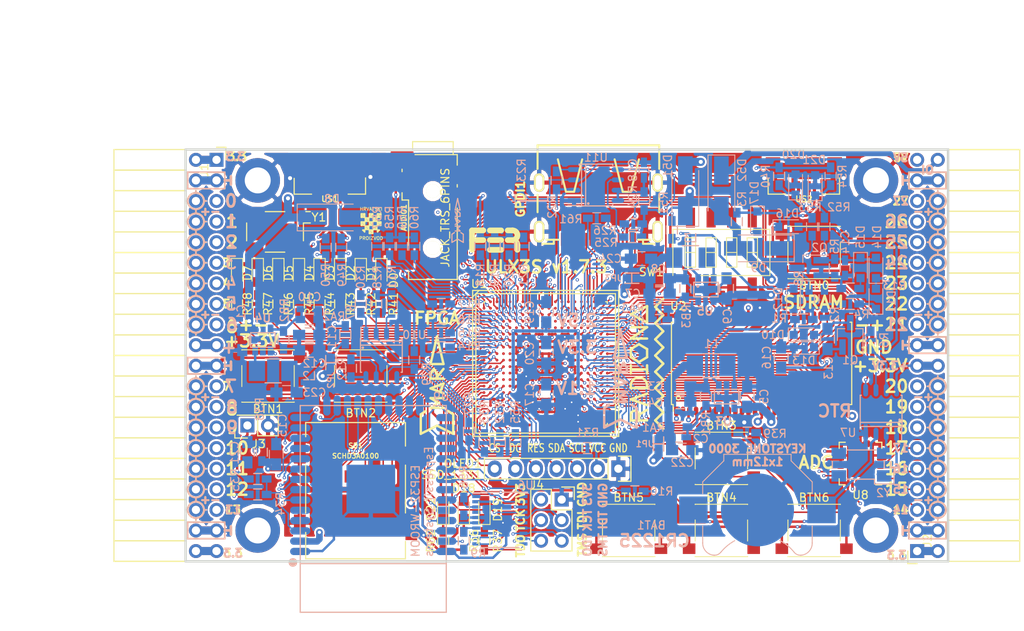
<source format=kicad_pcb>
(kicad_pcb (version 4) (host pcbnew 4.0.7+dfsg1-1)
  (layers (0 F.Cu signal) (1 In1.Cu signal) (2 In2.Cu signal) (31 B.Cu signal) (34 B.Paste user) (35 F.Paste user) (36 B.SilkS user) (37 F.SilkS user) (38 B.Mask user) (39 F.Mask user) (44 Edge.Cuts user))
  (net 0 "")
  (net 1 GND)
  (net 2 +5V)
  (net 3 /gpio/IN5V)
  (net 4 /gpio/OUT5V)
  (net 5 +3V3)
  (net 6 BTN_D)
  (net 7 BTN_F1)
  (net 8 BTN_F2)
  (net 9 BTN_L)
  (net 10 BTN_R)
  (net 11 BTN_U)
  (net 12 /power/FB1)
  (net 13 +2V5)
  (net 14 /power/PWREN)
  (net 15 /power/FB3)
  (net 16 /power/FB2)
  (net 17 "Net-(D9-Pad1)")
  (net 18 /power/VBAT)
  (net 19 JTAG_TDI)
  (net 20 JTAG_TCK)
  (net 21 JTAG_TMS)
  (net 22 JTAG_TDO)
  (net 23 /power/WAKEUPn)
  (net 24 /power/WKUP)
  (net 25 /power/SHUT)
  (net 26 /power/WAKE)
  (net 27 /power/HOLD)
  (net 28 /power/WKn)
  (net 29 /power/OSCI_32k)
  (net 30 /power/OSCO_32k)
  (net 31 "Net-(Q2-Pad3)")
  (net 32 SHUTDOWN)
  (net 33 /analog/AUDIO_L)
  (net 34 /analog/AUDIO_R)
  (net 35 GPDI_5V_SCL)
  (net 36 GPDI_5V_SDA)
  (net 37 GPDI_SDA)
  (net 38 GPDI_SCL)
  (net 39 /gpdi/VREF2)
  (net 40 SD_CMD)
  (net 41 SD_CLK)
  (net 42 SD_D0)
  (net 43 SD_D1)
  (net 44 USB5V)
  (net 45 GPDI_CEC)
  (net 46 nRESET)
  (net 47 FTDI_nDTR)
  (net 48 SDRAM_CKE)
  (net 49 SDRAM_A7)
  (net 50 SDRAM_D15)
  (net 51 SDRAM_BA1)
  (net 52 SDRAM_D7)
  (net 53 SDRAM_A6)
  (net 54 SDRAM_CLK)
  (net 55 SDRAM_D13)
  (net 56 SDRAM_BA0)
  (net 57 SDRAM_D6)
  (net 58 SDRAM_A5)
  (net 59 SDRAM_D14)
  (net 60 SDRAM_A11)
  (net 61 SDRAM_D12)
  (net 62 SDRAM_D5)
  (net 63 SDRAM_A4)
  (net 64 SDRAM_A10)
  (net 65 SDRAM_D11)
  (net 66 SDRAM_A3)
  (net 67 SDRAM_D4)
  (net 68 SDRAM_D10)
  (net 69 SDRAM_D9)
  (net 70 SDRAM_A9)
  (net 71 SDRAM_D3)
  (net 72 SDRAM_D8)
  (net 73 SDRAM_A8)
  (net 74 SDRAM_A2)
  (net 75 SDRAM_A1)
  (net 76 SDRAM_A0)
  (net 77 SDRAM_D2)
  (net 78 SDRAM_D1)
  (net 79 SDRAM_D0)
  (net 80 SDRAM_DQM0)
  (net 81 SDRAM_nCS)
  (net 82 SDRAM_nRAS)
  (net 83 SDRAM_DQM1)
  (net 84 SDRAM_nCAS)
  (net 85 SDRAM_nWE)
  (net 86 /flash/FLASH_nWP)
  (net 87 /flash/FLASH_nHOLD)
  (net 88 /flash/FLASH_MOSI)
  (net 89 /flash/FLASH_MISO)
  (net 90 /flash/FLASH_SCK)
  (net 91 /flash/FLASH_nCS)
  (net 92 /flash/FPGA_PROGRAMN)
  (net 93 /flash/FPGA_DONE)
  (net 94 /flash/FPGA_INITN)
  (net 95 OLED_RES)
  (net 96 OLED_DC)
  (net 97 OLED_CS)
  (net 98 WIFI_EN)
  (net 99 FTDI_nRTS)
  (net 100 FTDI_TXD)
  (net 101 FTDI_RXD)
  (net 102 WIFI_RXD)
  (net 103 WIFI_GPIO0)
  (net 104 WIFI_TXD)
  (net 105 GPDI_ETH-)
  (net 106 GPDI_ETH+)
  (net 107 GPDI_D2+)
  (net 108 GPDI_D2-)
  (net 109 GPDI_D1+)
  (net 110 GPDI_D1-)
  (net 111 GPDI_D0+)
  (net 112 GPDI_D0-)
  (net 113 GPDI_CLK+)
  (net 114 GPDI_CLK-)
  (net 115 USB_FTDI_D+)
  (net 116 USB_FTDI_D-)
  (net 117 J1_17-)
  (net 118 J1_17+)
  (net 119 J1_23-)
  (net 120 J1_23+)
  (net 121 J1_25-)
  (net 122 J1_25+)
  (net 123 J1_27-)
  (net 124 J1_27+)
  (net 125 J1_29-)
  (net 126 J1_29+)
  (net 127 J1_31-)
  (net 128 J1_31+)
  (net 129 J1_33-)
  (net 130 J1_33+)
  (net 131 J1_35-)
  (net 132 J1_35+)
  (net 133 J2_5-)
  (net 134 J2_5+)
  (net 135 J2_7-)
  (net 136 J2_7+)
  (net 137 J2_9-)
  (net 138 J2_9+)
  (net 139 J2_13-)
  (net 140 J2_13+)
  (net 141 J2_17-)
  (net 142 J2_17+)
  (net 143 J2_11-)
  (net 144 J2_11+)
  (net 145 J2_23-)
  (net 146 J2_23+)
  (net 147 J1_5-)
  (net 148 J1_5+)
  (net 149 J1_7-)
  (net 150 J1_7+)
  (net 151 J1_9-)
  (net 152 J1_9+)
  (net 153 J1_11-)
  (net 154 J1_11+)
  (net 155 J1_13-)
  (net 156 J1_13+)
  (net 157 J1_15-)
  (net 158 J1_15+)
  (net 159 J2_15-)
  (net 160 J2_15+)
  (net 161 J2_25-)
  (net 162 J2_25+)
  (net 163 J2_27-)
  (net 164 J2_27+)
  (net 165 J2_29-)
  (net 166 J2_29+)
  (net 167 J2_31-)
  (net 168 J2_31+)
  (net 169 J2_33-)
  (net 170 J2_33+)
  (net 171 J2_35-)
  (net 172 J2_35+)
  (net 173 SD_D3)
  (net 174 AUDIO_L3)
  (net 175 AUDIO_L2)
  (net 176 AUDIO_L1)
  (net 177 AUDIO_L0)
  (net 178 AUDIO_R3)
  (net 179 AUDIO_R2)
  (net 180 AUDIO_R1)
  (net 181 AUDIO_R0)
  (net 182 OLED_CLK)
  (net 183 OLED_MOSI)
  (net 184 LED0)
  (net 185 LED1)
  (net 186 LED2)
  (net 187 LED3)
  (net 188 LED4)
  (net 189 LED5)
  (net 190 LED6)
  (net 191 LED7)
  (net 192 BTN_PWRn)
  (net 193 FTDI_nTXLED)
  (net 194 FTDI_nSLEEP)
  (net 195 /blinkey/LED_PWREN)
  (net 196 /blinkey/LED_TXLED)
  (net 197 FT3V3)
  (net 198 /sdcard/SD3V3)
  (net 199 SD_D2)
  (net 200 CLK_25MHz)
  (net 201 /blinkey/BTNPUL)
  (net 202 /blinkey/BTNPUR)
  (net 203 USB_FPGA_D+)
  (net 204 /power/FTDI_nSUSPEND)
  (net 205 /blinkey/ALED0)
  (net 206 /blinkey/ALED1)
  (net 207 /blinkey/ALED2)
  (net 208 /blinkey/ALED3)
  (net 209 /blinkey/ALED4)
  (net 210 /blinkey/ALED5)
  (net 211 /blinkey/ALED6)
  (net 212 /blinkey/ALED7)
  (net 213 /usb/FTD-)
  (net 214 /usb/FTD+)
  (net 215 ADC_MISO)
  (net 216 ADC_MOSI)
  (net 217 ADC_CSn)
  (net 218 ADC_SCLK)
  (net 219 SW3)
  (net 220 SW2)
  (net 221 SW1)
  (net 222 USB_FPGA_D-)
  (net 223 /usb/FPD+)
  (net 224 /usb/FPD-)
  (net 225 WIFI_GPIO16)
  (net 226 WIFI_GPIO15)
  (net 227 /usb/ANT_433MHz)
  (net 228 /power/PWRBTn)
  (net 229 PROG_DONE)
  (net 230 /power/P3V3)
  (net 231 /power/P2V5)
  (net 232 /power/L1)
  (net 233 /power/L3)
  (net 234 /power/L2)
  (net 235 FTDI_TXDEN)
  (net 236 /wifi/WIFIOFF)
  (net 237 SDRAM_A12)
  (net 238 /analog/AUDIO_V)
  (net 239 AUDIO_V3)
  (net 240 AUDIO_V2)
  (net 241 AUDIO_V1)
  (net 242 AUDIO_V0)
  (net 243 /gpdi/FPGA_CEC)
  (net 244 /blinkey/LED_WIFI)
  (net 245 WIFI_GPIO2)
  (net 246 /power/P1V1)
  (net 247 +1V1)
  (net 248 SW4)
  (net 249 /blinkey/SWPU)
  (module Socket_Strips:Socket_Strip_Angled_2x20 (layer F.Cu) (at 97.91 62.69 270)
    (fp_text reference J1 (at 1.27 1.524 270) (layer F.SilkS))
    (fp_text value CONN_02X20 hide)
    (pad 1 thru_hole rect (at 0 0 270) (size 1.7272 1.7272) (drill 1.016) (layers *.Cu *.Mask) (net 5 +3V3))
    (pad 2 thru_hole oval (at 0 2.54 270) (size 1.7272 1.7272) (drill 1.016) (layers *.Cu *.Mask) (net 5 +3V3))
    (pad 3 thru_hole oval (at 2.54 0 270) (size 1.7272 1.7272) (drill 1.016) (layers *.Cu *.Mask) (net 1 GND))
    (pad 4 thru_hole oval (at 2.54 2.54 270) (size 1.7272 1.7272) (drill 1.016) (layers *.Cu *.Mask) (net 1 GND))
    (pad 5 thru_hole oval (at 5.08 0 270) (size 1.7272 1.7272) (drill 1.016) (layers *.Cu *.Mask) (net 147 J1_5-))
    (pad 6 thru_hole oval (at 5.08 2.54 270) (size 1.7272 1.7272) (drill 1.016) (layers *.Cu *.Mask) (net 148 J1_5+))
    (pad 7 thru_hole oval (at 7.62 0 270) (size 1.7272 1.7272) (drill 1.016) (layers *.Cu *.Mask) (net 149 J1_7-))
    (pad 8 thru_hole oval (at 7.62 2.54 270) (size 1.7272 1.7272) (drill 1.016) (layers *.Cu *.Mask) (net 150 J1_7+))
    (pad 9 thru_hole oval (at 10.16 0 270) (size 1.7272 1.7272) (drill 1.016) (layers *.Cu *.Mask) (net 151 J1_9-))
    (pad 10 thru_hole oval (at 10.16 2.54 270) (size 1.7272 1.7272) (drill 1.016) (layers *.Cu *.Mask) (net 152 J1_9+))
    (pad 11 thru_hole oval (at 12.7 0 270) (size 1.7272 1.7272) (drill 1.016) (layers *.Cu *.Mask) (net 153 J1_11-))
    (pad 12 thru_hole oval (at 12.7 2.54 270) (size 1.7272 1.7272) (drill 1.016) (layers *.Cu *.Mask) (net 154 J1_11+))
    (pad 13 thru_hole oval (at 15.24 0 270) (size 1.7272 1.7272) (drill 1.016) (layers *.Cu *.Mask) (net 155 J1_13-))
    (pad 14 thru_hole oval (at 15.24 2.54 270) (size 1.7272 1.7272) (drill 1.016) (layers *.Cu *.Mask) (net 156 J1_13+))
    (pad 15 thru_hole oval (at 17.78 0 270) (size 1.7272 1.7272) (drill 1.016) (layers *.Cu *.Mask) (net 157 J1_15-))
    (pad 16 thru_hole oval (at 17.78 2.54 270) (size 1.7272 1.7272) (drill 1.016) (layers *.Cu *.Mask) (net 158 J1_15+))
    (pad 17 thru_hole oval (at 20.32 0 270) (size 1.7272 1.7272) (drill 1.016) (layers *.Cu *.Mask) (net 117 J1_17-))
    (pad 18 thru_hole oval (at 20.32 2.54 270) (size 1.7272 1.7272) (drill 1.016) (layers *.Cu *.Mask) (net 118 J1_17+))
    (pad 19 thru_hole oval (at 22.86 0 270) (size 1.7272 1.7272) (drill 1.016) (layers *.Cu *.Mask) (net 5 +3V3))
    (pad 20 thru_hole oval (at 22.86 2.54 270) (size 1.7272 1.7272) (drill 1.016) (layers *.Cu *.Mask) (net 5 +3V3))
    (pad 21 thru_hole oval (at 25.4 0 270) (size 1.7272 1.7272) (drill 1.016) (layers *.Cu *.Mask) (net 1 GND))
    (pad 22 thru_hole oval (at 25.4 2.54 270) (size 1.7272 1.7272) (drill 1.016) (layers *.Cu *.Mask) (net 1 GND))
    (pad 23 thru_hole oval (at 27.94 0 270) (size 1.7272 1.7272) (drill 1.016) (layers *.Cu *.Mask) (net 119 J1_23-))
    (pad 24 thru_hole oval (at 27.94 2.54 270) (size 1.7272 1.7272) (drill 1.016) (layers *.Cu *.Mask) (net 120 J1_23+))
    (pad 25 thru_hole oval (at 30.48 0 270) (size 1.7272 1.7272) (drill 1.016) (layers *.Cu *.Mask) (net 121 J1_25-))
    (pad 26 thru_hole oval (at 30.48 2.54 270) (size 1.7272 1.7272) (drill 1.016) (layers *.Cu *.Mask) (net 122 J1_25+))
    (pad 27 thru_hole oval (at 33.02 0 270) (size 1.7272 1.7272) (drill 1.016) (layers *.Cu *.Mask) (net 123 J1_27-))
    (pad 28 thru_hole oval (at 33.02 2.54 270) (size 1.7272 1.7272) (drill 1.016) (layers *.Cu *.Mask) (net 124 J1_27+))
    (pad 29 thru_hole oval (at 35.56 0 270) (size 1.7272 1.7272) (drill 1.016) (layers *.Cu *.Mask) (net 125 J1_29-))
    (pad 30 thru_hole oval (at 35.56 2.54 270) (size 1.7272 1.7272) (drill 1.016) (layers *.Cu *.Mask) (net 126 J1_29+))
    (pad 31 thru_hole oval (at 38.1 0 270) (size 1.7272 1.7272) (drill 1.016) (layers *.Cu *.Mask) (net 127 J1_31-))
    (pad 32 thru_hole oval (at 38.1 2.54 270) (size 1.7272 1.7272) (drill 1.016) (layers *.Cu *.Mask) (net 128 J1_31+))
    (pad 33 thru_hole oval (at 40.64 0 270) (size 1.7272 1.7272) (drill 1.016) (layers *.Cu *.Mask) (net 129 J1_33-))
    (pad 34 thru_hole oval (at 40.64 2.54 270) (size 1.7272 1.7272) (drill 1.016) (layers *.Cu *.Mask) (net 130 J1_33+))
    (pad 35 thru_hole oval (at 43.18 0 270) (size 1.7272 1.7272) (drill 1.016) (layers *.Cu *.Mask) (net 131 J1_35-))
    (pad 36 thru_hole oval (at 43.18 2.54 270) (size 1.7272 1.7272) (drill 1.016) (layers *.Cu *.Mask) (net 132 J1_35+))
    (pad 37 thru_hole oval (at 45.72 0 270) (size 1.7272 1.7272) (drill 1.016) (layers *.Cu *.Mask) (net 1 GND))
    (pad 38 thru_hole oval (at 45.72 2.54 270) (size 1.7272 1.7272) (drill 1.016) (layers *.Cu *.Mask) (net 1 GND))
    (pad 39 thru_hole oval (at 48.26 0 270) (size 1.7272 1.7272) (drill 1.016) (layers *.Cu *.Mask) (net 5 +3V3))
    (pad 40 thru_hole oval (at 48.26 2.54 270) (size 1.7272 1.7272) (drill 1.016) (layers *.Cu *.Mask) (net 5 +3V3))
  )
  (module SMD_Packages:1Pin (layer F.Cu) (at 182.67515 111.637626)
    (fp_text reference AE1 hide)
    (fp_text value 433MHz hide)
    (pad 1 smd rect (at 0 0) (size 0.5 0.5) (layers B.Cu F.Paste F.Mask) (net 227 /usb/ANT_433MHz))
  )
  (module Resistors_SMD:R_0603_HandSoldering (layer B.Cu) (at 103.498 98.758 90)
    (fp_text reference R38 (at 5.334 -0.254 90) (layer B.SilkS) (effects (justify mirror)))
    (fp_text value 0.47)
    (pad 1 smd rect (at -1.1 0 90) (size 1.2 0.9) (layers B.Cu B.Paste B.Mask) (net 198 /sdcard/SD3V3))
    (pad 2 smd rect (at 1.1 0 90) (size 1.2 0.9) (layers B.Cu B.Paste B.Mask) (net 5 +3V3))
  )
  (module jumper:SOLDER-JUMPER_1-WAY (layer B.Cu) (at 152.393 97.742 270)
    (fp_text reference JP1 (at 0 1.778 360) (layer B.SilkS) (effects (font (size 0.762 0.762) (thickness 0.1524)) (justify mirror)))
    (fp_text value 1.2 hide)
    (pad 1 smd rect (at -0.6 0 270) (size 1 1) (layers B.Cu B.Paste B.Mask) (net 246 /power/P1V1))
    (pad 2 smd rect (at 0.6 0 270) (size 1 1) (layers B.Cu B.Paste B.Mask) (net 247 +1V1))
  )
  (module Diodes_SMD:D_SMA_Handsoldering (layer B.Cu) (at 155.695 66.5 90)
    (fp_text reference D51 (at 3.048 -2.159 90) (layer B.SilkS) (effects (justify mirror)))
    (fp_text value STPS2L30AF hide)
    (pad 1 smd rect (at -2.5 0 90) (size 3.5 1.8) (layers B.Cu B.Paste B.Mask) (net 2 +5V))
    (pad 2 smd rect (at 2.5 0 90) (size 3.5 1.8) (layers B.Cu B.Paste B.Mask) (net 3 /gpio/IN5V))
  )
  (module Resistors_SMD:R_0603_HandSoldering (layer B.Cu) (at 154.044 71.326 90)
    (fp_text reference R51 (at 3.302 -1.016 90) (layer B.SilkS) (effects (justify mirror)))
    (fp_text value 150)
    (pad 1 smd rect (at -1.1 0 90) (size 1.2 0.9) (layers B.Cu B.Paste B.Mask) (net 5 +3V3))
    (pad 2 smd rect (at 1.1 0 90) (size 1.2 0.9) (layers B.Cu B.Paste B.Mask) (net 249 /blinkey/SWPU))
  )
  (module Resistors_SMD:R_1210_HandSoldering (layer B.Cu) (at 158.87 88.09 180)
    (fp_text reference L1 (at 0 2.7 180) (layer B.SilkS) (effects (justify mirror)))
    (fp_text value 2.2uH)
    (pad 1 smd rect (at -2 0 180) (size 2 2.5) (layers B.Cu B.Paste B.Mask) (net 232 /power/L1))
    (pad 2 smd rect (at 2 0 180) (size 2 2.5) (layers B.Cu B.Paste B.Mask) (net 246 /power/P1V1))
  )
  (module TSOT-25:TSOT-25 (layer B.Cu) (at 160.775 91.9)
    (fp_text reference U3 (at -0.381 3.048) (layer B.SilkS) (effects (font (thickness 0.2)) (justify mirror)))
    (fp_text value DIO6015)
    (pad 1 smd rect (at -0.95 -1.3) (size 0.7 1.2) (layers B.Cu B.Paste B.Mask) (net 14 /power/PWREN))
    (pad 2 smd rect (at 0 -1.3) (size 0.7 1.2) (layers B.Cu B.Paste B.Mask) (net 1 GND))
    (pad 3 smd rect (at 0.95 -1.3) (size 0.7 1.2) (layers B.Cu B.Paste B.Mask) (net 232 /power/L1))
    (pad 4 smd rect (at 0.95 1.3) (size 0.7 1.2) (layers B.Cu B.Paste B.Mask) (net 2 +5V))
    (pad 5 smd rect (at -0.95 1.3) (size 0.7 1.2) (layers B.Cu B.Paste B.Mask) (net 12 /power/FB1))
  )
  (module Resistors_SMD:R_1210_HandSoldering (layer B.Cu) (at 104.895 88.725)
    (fp_text reference L2 (at 4.445 0.635) (layer B.SilkS) (effects (justify mirror)))
    (fp_text value 2.2uH)
    (pad 1 smd rect (at -2 0) (size 2 2.5) (layers B.Cu B.Paste B.Mask) (net 234 /power/L2))
    (pad 2 smd rect (at 2 0) (size 2 2.5) (layers B.Cu B.Paste B.Mask) (net 231 /power/P2V5))
  )
  (module TSOT-25:TSOT-25 (layer B.Cu) (at 103.625 84.915 180)
    (fp_text reference U4 (at 0 2.697 180) (layer B.SilkS) (effects (font (thickness 0.2)) (justify mirror)))
    (fp_text value LX7172)
    (pad 1 smd rect (at -0.95 -1.3 180) (size 0.7 1.2) (layers B.Cu B.Paste B.Mask) (net 14 /power/PWREN))
    (pad 2 smd rect (at 0 -1.3 180) (size 0.7 1.2) (layers B.Cu B.Paste B.Mask) (net 1 GND))
    (pad 3 smd rect (at 0.95 -1.3 180) (size 0.7 1.2) (layers B.Cu B.Paste B.Mask) (net 234 /power/L2))
    (pad 4 smd rect (at 0.95 1.3 180) (size 0.7 1.2) (layers B.Cu B.Paste B.Mask) (net 2 +5V))
    (pad 5 smd rect (at -0.95 1.3 180) (size 0.7 1.2) (layers B.Cu B.Paste B.Mask) (net 16 /power/FB2))
  )
  (module Resistors_SMD:R_1210_HandSoldering (layer B.Cu) (at 156.33 74.755 180)
    (fp_text reference L3 (at 0 2.413 180) (layer B.SilkS) (effects (justify mirror)))
    (fp_text value 2.2uH)
    (pad 1 smd rect (at -2 0 180) (size 2 2.5) (layers B.Cu B.Paste B.Mask) (net 233 /power/L3))
    (pad 2 smd rect (at 2 0 180) (size 2 2.5) (layers B.Cu B.Paste B.Mask) (net 230 /power/P3V3))
  )
  (module TSOT-25:TSOT-25 (layer B.Cu) (at 158.235 78.692)
    (fp_text reference U5 (at -0.127 2.667) (layer B.SilkS) (effects (font (thickness 0.2)) (justify mirror)))
    (fp_text value TLV62569DBV)
    (pad 1 smd rect (at -0.95 -1.3) (size 0.7 1.2) (layers B.Cu B.Paste B.Mask) (net 14 /power/PWREN))
    (pad 2 smd rect (at 0 -1.3) (size 0.7 1.2) (layers B.Cu B.Paste B.Mask) (net 1 GND))
    (pad 3 smd rect (at 0.95 -1.3) (size 0.7 1.2) (layers B.Cu B.Paste B.Mask) (net 233 /power/L3))
    (pad 4 smd rect (at 0.95 1.3) (size 0.7 1.2) (layers B.Cu B.Paste B.Mask) (net 2 +5V))
    (pad 5 smd rect (at -0.95 1.3) (size 0.7 1.2) (layers B.Cu B.Paste B.Mask) (net 15 /power/FB3))
  )
  (module Capacitors_SMD:C_0805_HandSoldering (layer B.Cu) (at 101.085 84.915 270)
    (fp_text reference C1 (at -3.429 0.127 270) (layer B.SilkS) (effects (justify mirror)))
    (fp_text value 22uF)
    (pad 1 smd rect (at -1.25 0 270) (size 1.5 1.25) (layers B.Cu B.Paste B.Mask) (net 2 +5V))
    (pad 2 smd rect (at 1.25 0 270) (size 1.5 1.25) (layers B.Cu B.Paste B.Mask) (net 1 GND))
  )
  (module Capacitors_SMD:C_0805_HandSoldering (layer B.Cu) (at 155.06 90.63)
    (fp_text reference C3 (at -3.048 0) (layer B.SilkS) (effects (justify mirror)))
    (fp_text value 22uF)
    (pad 1 smd rect (at -1.25 0) (size 1.5 1.25) (layers B.Cu B.Paste B.Mask) (net 246 /power/P1V1))
    (pad 2 smd rect (at 1.25 0) (size 1.5 1.25) (layers B.Cu B.Paste B.Mask) (net 1 GND))
  )
  (module Capacitors_SMD:C_0805_HandSoldering (layer B.Cu) (at 155.06 92.535)
    (fp_text reference C4 (at -3.048 0.127) (layer B.SilkS) (effects (justify mirror)))
    (fp_text value 22uF)
    (pad 1 smd rect (at -1.25 0) (size 1.5 1.25) (layers B.Cu B.Paste B.Mask) (net 246 /power/P1V1))
    (pad 2 smd rect (at 1.25 0) (size 1.5 1.25) (layers B.Cu B.Paste B.Mask) (net 1 GND))
  )
  (module Capacitors_SMD:C_0805_HandSoldering (layer B.Cu) (at 163.315 91.9 90)
    (fp_text reference C5 (at 0 2.1 90) (layer B.SilkS) (effects (justify mirror)))
    (fp_text value 22uF)
    (pad 1 smd rect (at -1.25 0 90) (size 1.5 1.25) (layers B.Cu B.Paste B.Mask) (net 2 +5V))
    (pad 2 smd rect (at 1.25 0 90) (size 1.5 1.25) (layers B.Cu B.Paste B.Mask) (net 1 GND))
  )
  (module Capacitors_SMD:C_0805_HandSoldering (layer B.Cu) (at 152.52 79.2)
    (fp_text reference C7 (at -3.302 0) (layer B.SilkS) (effects (justify mirror)))
    (fp_text value 22uF)
    (pad 1 smd rect (at -1.25 0) (size 1.5 1.25) (layers B.Cu B.Paste B.Mask) (net 230 /power/P3V3))
    (pad 2 smd rect (at 1.25 0) (size 1.5 1.25) (layers B.Cu B.Paste B.Mask) (net 1 GND))
  )
  (module Capacitors_SMD:C_0805_HandSoldering (layer B.Cu) (at 152.52 77.295)
    (fp_text reference C8 (at -0.127 -1.143) (layer B.SilkS) (effects (justify mirror)))
    (fp_text value 22uF)
    (pad 1 smd rect (at -1.25 0) (size 1.5 1.25) (layers B.Cu B.Paste B.Mask) (net 230 /power/P3V3))
    (pad 2 smd rect (at 1.25 0) (size 1.5 1.25) (layers B.Cu B.Paste B.Mask) (net 1 GND))
  )
  (module Capacitors_SMD:C_0805_HandSoldering (layer B.Cu) (at 160.775 78.565 90)
    (fp_text reference C9 (at -3.429 0.127 90) (layer B.SilkS) (effects (justify mirror)))
    (fp_text value 22uF)
    (pad 1 smd rect (at -1.25 0 90) (size 1.5 1.25) (layers B.Cu B.Paste B.Mask) (net 2 +5V))
    (pad 2 smd rect (at 1.25 0 90) (size 1.5 1.25) (layers B.Cu B.Paste B.Mask) (net 1 GND))
  )
  (module Capacitors_SMD:C_0805_HandSoldering (layer B.Cu) (at 109.34 84.28 180)
    (fp_text reference C11 (at -2.794 -0.254 270) (layer B.SilkS) (effects (justify mirror)))
    (fp_text value 22uF)
    (pad 1 smd rect (at -1.25 0 180) (size 1.5 1.25) (layers B.Cu B.Paste B.Mask) (net 231 /power/P2V5))
    (pad 2 smd rect (at 1.25 0 180) (size 1.5 1.25) (layers B.Cu B.Paste B.Mask) (net 1 GND))
  )
  (module Capacitors_SMD:C_0805_HandSoldering (layer B.Cu) (at 109.34 86.185 180)
    (fp_text reference C12 (at -0.635 -1.615 360) (layer B.SilkS) (effects (justify mirror)))
    (fp_text value 22uF)
    (pad 1 smd rect (at -1.25 0 180) (size 1.5 1.25) (layers B.Cu B.Paste B.Mask) (net 231 /power/P2V5))
    (pad 2 smd rect (at 1.25 0 180) (size 1.5 1.25) (layers B.Cu B.Paste B.Mask) (net 1 GND))
  )
  (module Capacitors_SMD:C_0805_HandSoldering (layer B.Cu) (at 173.221 84.788 90)
    (fp_text reference C13 (at -3.556 0.127 90) (layer B.SilkS) (effects (justify mirror)))
    (fp_text value 2.2uF)
    (pad 1 smd rect (at -1.25 0 90) (size 1.5 1.25) (layers B.Cu B.Paste B.Mask) (net 2 +5V))
    (pad 2 smd rect (at 1.25 0 90) (size 1.5 1.25) (layers B.Cu B.Paste B.Mask) (net 24 /power/WKUP))
  )
  (module TO_SOT_Packages_SMD:SOT-23_Handsoldering (layer B.Cu) (at 176.015 84.28 90)
    (fp_text reference Q1 (at -3.1115 0 180) (layer B.SilkS) (effects (justify mirror)))
    (fp_text value BC857)
    (pad 1 smd rect (at -1.5 0.95 90) (size 1.9 0.8) (layers B.Cu B.Paste B.Mask) (net 28 /power/WKn))
    (pad 2 smd rect (at -1.5 -0.95 90) (size 1.9 0.8) (layers B.Cu B.Paste B.Mask) (net 2 +5V))
    (pad 3 smd rect (at 1.5 0 90) (size 1.9 0.8) (layers B.Cu B.Paste B.Mask) (net 24 /power/WKUP))
  )
  (module TO_SOT_Packages_SMD:SOT-23_Handsoldering (layer B.Cu) (at 170.935 76.025 180)
    (fp_text reference Q2 (at -1.295 2.5 180) (layer B.SilkS) (effects (justify mirror)))
    (fp_text value 2N7002)
    (pad 1 smd rect (at -1.5 0.95 180) (size 1.9 0.8) (layers B.Cu B.Paste B.Mask) (net 25 /power/SHUT))
    (pad 2 smd rect (at -1.5 -0.95 180) (size 1.9 0.8) (layers B.Cu B.Paste B.Mask) (net 1 GND))
    (pad 3 smd rect (at 1.5 0 180) (size 1.9 0.8) (layers B.Cu B.Paste B.Mask) (net 31 "Net-(Q2-Pad3)"))
  )
  (module Capacitors_SMD:C_0603_HandSoldering (layer B.Cu) (at 154.86 96.91)
    (fp_text reference C2 (at 2.74 0.197) (layer B.SilkS) (effects (justify mirror)))
    (fp_text value 470pF)
    (pad 1 smd rect (at -0.95 0) (size 1.2 0.75) (layers B.Cu B.Paste B.Mask) (net 246 /power/P1V1))
    (pad 2 smd rect (at 0.95 0) (size 1.2 0.75) (layers B.Cu B.Paste B.Mask) (net 12 /power/FB1))
  )
  (module Capacitors_SMD:C_0603_HandSoldering (layer B.Cu) (at 152.52 82.375)
    (fp_text reference C6 (at -2.794 0.127) (layer B.SilkS) (effects (justify mirror)))
    (fp_text value 470pF)
    (pad 1 smd rect (at -0.95 0) (size 1.2 0.75) (layers B.Cu B.Paste B.Mask) (net 230 /power/P3V3))
    (pad 2 smd rect (at 0.95 0) (size 1.2 0.75) (layers B.Cu B.Paste B.Mask) (net 15 /power/FB3))
  )
  (module Capacitors_SMD:C_0603_HandSoldering (layer B.Cu) (at 109.34 81.105 180)
    (fp_text reference C10 (at -0.04 1.505 180) (layer B.SilkS) (effects (justify mirror)))
    (fp_text value 470pF)
    (pad 1 smd rect (at -0.95 0 180) (size 1.2 0.75) (layers B.Cu B.Paste B.Mask) (net 231 /power/P2V5))
    (pad 2 smd rect (at 0.95 0 180) (size 1.2 0.75) (layers B.Cu B.Paste B.Mask) (net 16 /power/FB2))
  )
  (module Capacitors_SMD:C_0603_HandSoldering (layer B.Cu) (at 175.38 76.025 270)
    (fp_text reference C14 (at -3.175 0 270) (layer B.SilkS) (effects (justify mirror)))
    (fp_text value 100nF)
    (pad 1 smd rect (at -0.95 0 270) (size 1.2 0.75) (layers B.Cu B.Paste B.Mask) (net 25 /power/SHUT))
    (pad 2 smd rect (at 0.95 0 270) (size 1.2 0.75) (layers B.Cu B.Paste B.Mask) (net 1 GND))
  )
  (module Resistors_SMD:R_0603_HandSoldering (layer B.Cu) (at 170.3 82.375)
    (fp_text reference R1 (at -3.048 -0.127) (layer B.SilkS) (effects (justify mirror)))
    (fp_text value 15k)
    (pad 1 smd rect (at -1.1 0) (size 1.2 0.9) (layers B.Cu B.Paste B.Mask) (net 26 /power/WAKE))
    (pad 2 smd rect (at 1.1 0) (size 1.2 0.9) (layers B.Cu B.Paste B.Mask) (net 14 /power/PWREN))
  )
  (module Resistors_SMD:R_0603_HandSoldering (layer B.Cu) (at 172.84 79.835 90)
    (fp_text reference R2 (at -1.905 1.27 90) (layer B.SilkS) (effects (justify mirror)))
    (fp_text value 47k)
    (pad 1 smd rect (at -1.1 0 90) (size 1.2 0.9) (layers B.Cu B.Paste B.Mask) (net 14 /power/PWREN))
    (pad 2 smd rect (at 1.1 0 90) (size 1.2 0.9) (layers B.Cu B.Paste B.Mask) (net 1 GND))
  )
  (module Resistors_SMD:R_0603_HandSoldering (layer B.Cu) (at 176.015 80.47 180)
    (fp_text reference R4 (at -1.397 -1.27 360) (layer B.SilkS) (effects (justify mirror)))
    (fp_text value 15k)
    (pad 1 smd rect (at -1.1 0 180) (size 1.2 0.9) (layers B.Cu B.Paste B.Mask) (net 27 /power/HOLD))
    (pad 2 smd rect (at 1.1 0 180) (size 1.2 0.9) (layers B.Cu B.Paste B.Mask) (net 14 /power/PWREN))
  )
  (module Resistors_SMD:R_0603_HandSoldering (layer B.Cu) (at 174.11 76.025 270)
    (fp_text reference R5 (at -2.667 0 270) (layer B.SilkS) (effects (justify mirror)))
    (fp_text value 4.7M)
    (pad 1 smd rect (at -1.1 0 270) (size 1.2 0.9) (layers B.Cu B.Paste B.Mask) (net 25 /power/SHUT))
    (pad 2 smd rect (at 1.1 0 270) (size 1.2 0.9) (layers B.Cu B.Paste B.Mask) (net 1 GND))
  )
  (module Resistors_SMD:R_0603_HandSoldering (layer B.Cu) (at 178.555 84.915 270)
    (fp_text reference R6 (at 0 -1.651 270) (layer B.SilkS) (effects (justify mirror)))
    (fp_text value 1k)
    (pad 1 smd rect (at -1.1 0 270) (size 1.2 0.9) (layers B.Cu B.Paste B.Mask) (net 28 /power/WKn))
    (pad 2 smd rect (at 1.1 0 270) (size 1.2 0.9) (layers B.Cu B.Paste B.Mask) (net 23 /power/WAKEUPn))
  )
  (module Resistors_SMD:R_0603_HandSoldering (layer B.Cu) (at 113.785 84.28 270)
    (fp_text reference R7 (at -2.794 -0.635 270) (layer B.SilkS) (effects (justify mirror)))
    (fp_text value 150)
    (pad 1 smd rect (at -1.1 0 270) (size 1.2 0.9) (layers B.Cu B.Paste B.Mask) (net 5 +3V3))
    (pad 2 smd rect (at 1.1 0 270) (size 1.2 0.9) (layers B.Cu B.Paste B.Mask) (net 201 /blinkey/BTNPUL))
  )
  (module Resistors_SMD:R_0603_HandSoldering (layer B.Cu) (at 170.935 79.835 90)
    (fp_text reference R8 (at 2.54 -1.27 90) (layer B.SilkS) (effects (justify mirror)))
    (fp_text value 1k)
    (pad 1 smd rect (at -1.1 0 90) (size 1.2 0.9) (layers B.Cu B.Paste B.Mask) (net 14 /power/PWREN))
    (pad 2 smd rect (at 1.1 0 90) (size 1.2 0.9) (layers B.Cu B.Paste B.Mask) (net 31 "Net-(Q2-Pad3)"))
  )
  (module Resistors_SMD:R_0603_HandSoldering (layer B.Cu) (at 128.39 109.68 270)
    (fp_text reference R9 (at 1.524 -1.778 360) (layer B.SilkS) (effects (justify mirror)))
    (fp_text value 15k)
    (pad 1 smd rect (at -1.1 0 270) (size 1.2 0.9) (layers B.Cu B.Paste B.Mask) (net 46 nRESET))
    (pad 2 smd rect (at 1.1 0 270) (size 1.2 0.9) (layers B.Cu B.Paste B.Mask) (net 197 FT3V3))
  )
  (module Resistors_SMD:R_0603_HandSoldering (layer B.Cu) (at 149.472 103.584 180)
    (fp_text reference R10 (at -3.302 0 180) (layer B.SilkS) (effects (justify mirror)))
    (fp_text value 150)
    (pad 1 smd rect (at -1.1 0 180) (size 1.2 0.9) (layers B.Cu B.Paste B.Mask) (net 204 /power/FTDI_nSUSPEND))
    (pad 2 smd rect (at 1.1 0 180) (size 1.2 0.9) (layers B.Cu B.Paste B.Mask) (net 194 FTDI_nSLEEP))
  )
  (module Resistors_SMD:R_0603_HandSoldering (layer B.Cu) (at 176.015 78.565 180)
    (fp_text reference R13 (at -5.461 0.381 180) (layer B.SilkS) (effects (justify mirror)))
    (fp_text value 15k)
    (pad 1 smd rect (at -1.1 0 180) (size 1.2 0.9) (layers B.Cu B.Paste B.Mask) (net 32 SHUTDOWN))
    (pad 2 smd rect (at 1.1 0 180) (size 1.2 0.9) (layers B.Cu B.Paste B.Mask) (net 1 GND))
  )
  (module Resistors_SMD:R_0603_HandSoldering (layer B.Cu) (at 154.86 95.64)
    (fp_text reference RA1 (at -3.102 0.07) (layer B.SilkS) (effects (justify mirror)))
    (fp_text value 15k)
    (pad 1 smd rect (at -1.1 0) (size 1.2 0.9) (layers B.Cu B.Paste B.Mask) (net 246 /power/P1V1))
    (pad 2 smd rect (at 1.1 0) (size 1.2 0.9) (layers B.Cu B.Paste B.Mask) (net 12 /power/FB1))
  )
  (module Resistors_SMD:R_0603_HandSoldering (layer B.Cu) (at 109.34 82.375 180)
    (fp_text reference RA2 (at -3.048 0.381 360) (layer B.SilkS) (effects (justify mirror)))
    (fp_text value 15k)
    (pad 1 smd rect (at -1.1 0 180) (size 1.2 0.9) (layers B.Cu B.Paste B.Mask) (net 231 /power/P2V5))
    (pad 2 smd rect (at 1.1 0 180) (size 1.2 0.9) (layers B.Cu B.Paste B.Mask) (net 16 /power/FB2))
  )
  (module Resistors_SMD:R_0603_HandSoldering (layer B.Cu) (at 152.52 81.105)
    (fp_text reference RA3 (at -3.302 -0.127) (layer B.SilkS) (effects (justify mirror)))
    (fp_text value 15k)
    (pad 1 smd rect (at -1.1 0) (size 1.2 0.9) (layers B.Cu B.Paste B.Mask) (net 230 /power/P3V3))
    (pad 2 smd rect (at 1.1 0) (size 1.2 0.9) (layers B.Cu B.Paste B.Mask) (net 15 /power/FB3))
  )
  (module Resistors_SMD:R_0603_HandSoldering (layer B.Cu) (at 158.235 91.9 270)
    (fp_text reference RB1 (at 3.302 0 270) (layer B.SilkS) (effects (justify mirror)))
    (fp_text value 18k)
    (pad 1 smd rect (at -1.1 0 270) (size 1.2 0.9) (layers B.Cu B.Paste B.Mask) (net 1 GND))
    (pad 2 smd rect (at 1.1 0 270) (size 1.2 0.9) (layers B.Cu B.Paste B.Mask) (net 12 /power/FB1))
  )
  (module Resistors_SMD:R_0603_HandSoldering (layer B.Cu) (at 106.165 84.915 90)
    (fp_text reference RB2 (at 3.683 0.127 90) (layer B.SilkS) (effects (justify mirror)))
    (fp_text value 4.7k)
    (pad 1 smd rect (at -1.1 0 90) (size 1.2 0.9) (layers B.Cu B.Paste B.Mask) (net 1 GND))
    (pad 2 smd rect (at 1.1 0 90) (size 1.2 0.9) (layers B.Cu B.Paste B.Mask) (net 16 /power/FB2))
  )
  (module Resistors_SMD:R_0603_HandSoldering (layer B.Cu) (at 155.695 78.565 270)
    (fp_text reference RB3 (at 3.429 -0.127 270) (layer B.SilkS) (effects (justify mirror)))
    (fp_text value 3.3k)
    (pad 1 smd rect (at -1.1 0 270) (size 1.2 0.9) (layers B.Cu B.Paste B.Mask) (net 1 GND))
    (pad 2 smd rect (at 1.1 0 270) (size 1.2 0.9) (layers B.Cu B.Paste B.Mask) (net 15 /power/FB3))
  )
  (module Resistors_SMD:R_0603_HandSoldering (layer B.Cu) (at 125.596 85.804 180)
    (fp_text reference R14 (at -3.47 0.127 180) (layer B.SilkS) (effects (justify mirror)))
    (fp_text value 1.2k)
    (pad 1 smd rect (at -1.1 0 180) (size 1.2 0.9) (layers B.Cu B.Paste B.Mask) (net 174 AUDIO_L3))
    (pad 2 smd rect (at 1.1 0 180) (size 1.2 0.9) (layers B.Cu B.Paste B.Mask) (net 33 /analog/AUDIO_L))
  )
  (module Resistors_SMD:R_0603_HandSoldering (layer B.Cu) (at 125.596 84.026 180)
    (fp_text reference R15 (at -3.47 -0.001 180) (layer B.SilkS) (effects (justify mirror)))
    (fp_text value 680)
    (pad 1 smd rect (at -1.1 0 180) (size 1.2 0.9) (layers B.Cu B.Paste B.Mask) (net 175 AUDIO_L2))
    (pad 2 smd rect (at 1.1 0 180) (size 1.2 0.9) (layers B.Cu B.Paste B.Mask) (net 33 /analog/AUDIO_L))
  )
  (module Resistors_SMD:R_0603_HandSoldering (layer B.Cu) (at 125.596 82.248 180)
    (fp_text reference R16 (at -3.47 -0.127 180) (layer B.SilkS) (effects (justify mirror)))
    (fp_text value 330)
    (pad 1 smd rect (at -1.1 0 180) (size 1.2 0.9) (layers B.Cu B.Paste B.Mask) (net 176 AUDIO_L1))
    (pad 2 smd rect (at 1.1 0 180) (size 1.2 0.9) (layers B.Cu B.Paste B.Mask) (net 33 /analog/AUDIO_L))
  )
  (module Resistors_SMD:R_0603_HandSoldering (layer B.Cu) (at 125.596 80.47 180)
    (fp_text reference R17 (at -3.47 0 180) (layer B.SilkS) (effects (justify mirror)))
    (fp_text value 150)
    (pad 1 smd rect (at -1.1 0 180) (size 1.2 0.9) (layers B.Cu B.Paste B.Mask) (net 177 AUDIO_L0))
    (pad 2 smd rect (at 1.1 0 180) (size 1.2 0.9) (layers B.Cu B.Paste B.Mask) (net 33 /analog/AUDIO_L))
  )
  (module Resistors_SMD:R_0603_HandSoldering (layer B.Cu) (at 130.422 73.358 90)
    (fp_text reference R18 (at -3.556 0 90) (layer B.SilkS) (effects (justify mirror)))
    (fp_text value 1.2k)
    (pad 1 smd rect (at -1.1 0 90) (size 1.2 0.9) (layers B.Cu B.Paste B.Mask) (net 178 AUDIO_R3))
    (pad 2 smd rect (at 1.1 0 90) (size 1.2 0.9) (layers B.Cu B.Paste B.Mask) (net 34 /analog/AUDIO_R))
  )
  (module Resistors_SMD:R_0603_HandSoldering (layer B.Cu) (at 132.2 73.358 90)
    (fp_text reference R19 (at -3.556 0 90) (layer B.SilkS) (effects (justify mirror)))
    (fp_text value 680)
    (pad 1 smd rect (at -1.1 0 90) (size 1.2 0.9) (layers B.Cu B.Paste B.Mask) (net 179 AUDIO_R2))
    (pad 2 smd rect (at 1.1 0 90) (size 1.2 0.9) (layers B.Cu B.Paste B.Mask) (net 34 /analog/AUDIO_R))
  )
  (module Resistors_SMD:R_0603_HandSoldering (layer B.Cu) (at 133.978 73.358 90)
    (fp_text reference R20 (at -3.556 0 90) (layer B.SilkS) (effects (justify mirror)))
    (fp_text value 330)
    (pad 1 smd rect (at -1.1 0 90) (size 1.2 0.9) (layers B.Cu B.Paste B.Mask) (net 180 AUDIO_R1))
    (pad 2 smd rect (at 1.1 0 90) (size 1.2 0.9) (layers B.Cu B.Paste B.Mask) (net 34 /analog/AUDIO_R))
  )
  (module Resistors_SMD:R_0603_HandSoldering (layer B.Cu) (at 135.756 73.358 90)
    (fp_text reference R21 (at -3.556 0 90) (layer B.SilkS) (effects (justify mirror)))
    (fp_text value 150)
    (pad 1 smd rect (at -1.1 0 90) (size 1.2 0.9) (layers B.Cu B.Paste B.Mask) (net 181 AUDIO_R0))
    (pad 2 smd rect (at 1.1 0 90) (size 1.2 0.9) (layers B.Cu B.Paste B.Mask) (net 34 /analog/AUDIO_R))
  )
  (module Capacitors_SMD:C_0603_HandSoldering (layer B.Cu) (at 150.5896 63.96 90)
    (fp_text reference C18 (at 0 -1.3716 90) (layer B.SilkS) (effects (justify mirror)))
    (fp_text value 470pF)
    (pad 1 smd rect (at -0.95 0 90) (size 1.2 0.75) (layers B.Cu B.Paste B.Mask) (net 39 /gpdi/VREF2))
    (pad 2 smd rect (at 0.95 0 90) (size 1.2 0.75) (layers B.Cu B.Paste B.Mask) (net 1 GND))
  )
  (module Socket_Strips:Socket_Strip_Angled_2x20 (layer F.Cu) (at 184.27 110.95 90)
    (fp_text reference J2 (at 1.27 1.27 90) (layer F.SilkS))
    (fp_text value CONN_02X20 hide)
    (pad 1 thru_hole rect (at 0 0 90) (size 1.7272 1.7272) (drill 1.016) (layers *.Cu *.Mask) (net 5 +3V3))
    (pad 2 thru_hole oval (at 0 2.54 90) (size 1.7272 1.7272) (drill 1.016) (layers *.Cu *.Mask) (net 5 +3V3))
    (pad 3 thru_hole oval (at 2.54 0 90) (size 1.7272 1.7272) (drill 1.016) (layers *.Cu *.Mask) (net 1 GND))
    (pad 4 thru_hole oval (at 2.54 2.54 90) (size 1.7272 1.7272) (drill 1.016) (layers *.Cu *.Mask) (net 1 GND))
    (pad 5 thru_hole oval (at 5.08 0 90) (size 1.7272 1.7272) (drill 1.016) (layers *.Cu *.Mask) (net 133 J2_5-))
    (pad 6 thru_hole oval (at 5.08 2.54 90) (size 1.7272 1.7272) (drill 1.016) (layers *.Cu *.Mask) (net 134 J2_5+))
    (pad 7 thru_hole oval (at 7.62 0 90) (size 1.7272 1.7272) (drill 1.016) (layers *.Cu *.Mask) (net 135 J2_7-))
    (pad 8 thru_hole oval (at 7.62 2.54 90) (size 1.7272 1.7272) (drill 1.016) (layers *.Cu *.Mask) (net 136 J2_7+))
    (pad 9 thru_hole oval (at 10.16 0 90) (size 1.7272 1.7272) (drill 1.016) (layers *.Cu *.Mask) (net 137 J2_9-))
    (pad 10 thru_hole oval (at 10.16 2.54 90) (size 1.7272 1.7272) (drill 1.016) (layers *.Cu *.Mask) (net 138 J2_9+))
    (pad 11 thru_hole oval (at 12.7 0 90) (size 1.7272 1.7272) (drill 1.016) (layers *.Cu *.Mask) (net 143 J2_11-))
    (pad 12 thru_hole oval (at 12.7 2.54 90) (size 1.7272 1.7272) (drill 1.016) (layers *.Cu *.Mask) (net 144 J2_11+))
    (pad 13 thru_hole oval (at 15.24 0 90) (size 1.7272 1.7272) (drill 1.016) (layers *.Cu *.Mask) (net 139 J2_13-))
    (pad 14 thru_hole oval (at 15.24 2.54 90) (size 1.7272 1.7272) (drill 1.016) (layers *.Cu *.Mask) (net 140 J2_13+))
    (pad 15 thru_hole oval (at 17.78 0 90) (size 1.7272 1.7272) (drill 1.016) (layers *.Cu *.Mask) (net 159 J2_15-))
    (pad 16 thru_hole oval (at 17.78 2.54 90) (size 1.7272 1.7272) (drill 1.016) (layers *.Cu *.Mask) (net 160 J2_15+))
    (pad 17 thru_hole oval (at 20.32 0 90) (size 1.7272 1.7272) (drill 1.016) (layers *.Cu *.Mask) (net 141 J2_17-))
    (pad 18 thru_hole oval (at 20.32 2.54 90) (size 1.7272 1.7272) (drill 1.016) (layers *.Cu *.Mask) (net 142 J2_17+))
    (pad 19 thru_hole oval (at 22.86 0 90) (size 1.7272 1.7272) (drill 1.016) (layers *.Cu *.Mask) (net 5 +3V3))
    (pad 20 thru_hole oval (at 22.86 2.54 90) (size 1.7272 1.7272) (drill 1.016) (layers *.Cu *.Mask) (net 5 +3V3))
    (pad 21 thru_hole oval (at 25.4 0 90) (size 1.7272 1.7272) (drill 1.016) (layers *.Cu *.Mask) (net 1 GND))
    (pad 22 thru_hole oval (at 25.4 2.54 90) (size 1.7272 1.7272) (drill 1.016) (layers *.Cu *.Mask) (net 1 GND))
    (pad 23 thru_hole oval (at 27.94 0 90) (size 1.7272 1.7272) (drill 1.016) (layers *.Cu *.Mask) (net 145 J2_23-))
    (pad 24 thru_hole oval (at 27.94 2.54 90) (size 1.7272 1.7272) (drill 1.016) (layers *.Cu *.Mask) (net 146 J2_23+))
    (pad 25 thru_hole oval (at 30.48 0 90) (size 1.7272 1.7272) (drill 1.016) (layers *.Cu *.Mask) (net 161 J2_25-))
    (pad 26 thru_hole oval (at 30.48 2.54 90) (size 1.7272 1.7272) (drill 1.016) (layers *.Cu *.Mask) (net 162 J2_25+))
    (pad 27 thru_hole oval (at 33.02 0 90) (size 1.7272 1.7272) (drill 1.016) (layers *.Cu *.Mask) (net 163 J2_27-))
    (pad 28 thru_hole oval (at 33.02 2.54 90) (size 1.7272 1.7272) (drill 1.016) (layers *.Cu *.Mask) (net 164 J2_27+))
    (pad 29 thru_hole oval (at 35.56 0 90) (size 1.7272 1.7272) (drill 1.016) (layers *.Cu *.Mask) (net 165 J2_29-))
    (pad 30 thru_hole oval (at 35.56 2.54 90) (size 1.7272 1.7272) (drill 1.016) (layers *.Cu *.Mask) (net 166 J2_29+))
    (pad 31 thru_hole oval (at 38.1 0 90) (size 1.7272 1.7272) (drill 1.016) (layers *.Cu *.Mask) (net 167 J2_31-))
    (pad 32 thru_hole oval (at 38.1 2.54 90) (size 1.7272 1.7272) (drill 1.016) (layers *.Cu *.Mask) (net 168 J2_31+))
    (pad 33 thru_hole oval (at 40.64 0 90) (size 1.7272 1.7272) (drill 1.016) (layers *.Cu *.Mask) (net 169 J2_33-))
    (pad 34 thru_hole oval (at 40.64 2.54 90) (size 1.7272 1.7272) (drill 1.016) (layers *.Cu *.Mask) (net 170 J2_33+))
    (pad 35 thru_hole oval (at 43.18 0 90) (size 1.7272 1.7272) (drill 1.016) (layers *.Cu *.Mask) (net 171 J2_35-))
    (pad 36 thru_hole oval (at 43.18 2.54 90) (size 1.7272 1.7272) (drill 1.016) (layers *.Cu *.Mask) (net 172 J2_35+))
    (pad 37 thru_hole oval (at 45.72 0 90) (size 1.7272 1.7272) (drill 1.016) (layers *.Cu *.Mask) (net 1 GND))
    (pad 38 thru_hole oval (at 45.72 2.54 90) (size 1.7272 1.7272) (drill 1.016) (layers *.Cu *.Mask) (net 1 GND))
    (pad 39 thru_hole oval (at 48.26 0 90) (size 1.7272 1.7272) (drill 1.016) (layers *.Cu *.Mask) (net 3 /gpio/IN5V))
    (pad 40 thru_hole oval (at 48.26 2.54 90) (size 1.7272 1.7272) (drill 1.016) (layers *.Cu *.Mask) (net 4 /gpio/OUT5V))
  )
  (module Mounting_Holes:MountingHole_3.2mm_M3_ISO14580_Pad (layer F.Cu) (at 102.99 108.41)
    (fp_text reference H1 hide)
    (fp_text value HOLE hide)
    (pad 1 thru_hole circle (at 0 0) (size 5.5 5.5) (drill 3.2) (layers *.Cu *.Mask) (net 1 GND))
  )
  (module Mounting_Holes:MountingHole_3.2mm_M3_ISO14580_Pad (layer F.Cu) (at 179.19 108.41)
    (fp_text reference H2 hide)
    (fp_text value HOLE hide)
    (pad 1 thru_hole circle (at 0 0) (size 5.5 5.5) (drill 3.2) (layers *.Cu *.Mask) (net 1 GND))
  )
  (module Mounting_Holes:MountingHole_3.2mm_M3_ISO14580_Pad (layer F.Cu) (at 179.19 65.23)
    (fp_text reference H3 hide)
    (fp_text value HOLE hide)
    (pad 1 thru_hole circle (at 0 0) (size 5.5 5.5) (drill 3.2) (layers *.Cu *.Mask) (net 1 GND))
  )
  (module Mounting_Holes:MountingHole_3.2mm_M3_ISO14580_Pad (layer F.Cu) (at 102.99 65.23)
    (fp_text reference H4 hide)
    (fp_text value HOLE hide)
    (pad 1 thru_hole circle (at 0 0) (size 5.5 5.5) (drill 3.2) (layers *.Cu *.Mask) (net 1 GND))
  )
  (module Resistors_SMD:R_0603_HandSoldering (layer B.Cu) (at 162.045 70.31 90)
    (fp_text reference R3 (at 2.794 0.635 90) (layer B.SilkS) (effects (justify mirror)))
    (fp_text value 4.7k)
    (pad 1 smd rect (at -1.1 0 90) (size 1.2 0.9) (layers B.Cu B.Paste B.Mask) (net 2 +5V))
    (pad 2 smd rect (at 1.1 0 90) (size 1.2 0.9) (layers B.Cu B.Paste B.Mask) (net 228 /power/PWRBTn))
  )
  (module Resistors_SMD:R_0603_HandSoldering (layer B.Cu) (at 139.82 65.23 90)
    (fp_text reference R22 (at -3.27 -0.54 90) (layer B.SilkS) (effects (justify mirror)))
    (fp_text value 2.2k)
    (pad 1 smd rect (at -1.1 0 90) (size 1.2 0.9) (layers B.Cu B.Paste B.Mask) (net 5 +3V3))
    (pad 2 smd rect (at 1.1 0 90) (size 1.2 0.9) (layers B.Cu B.Paste B.Mask) (net 37 GPDI_SDA))
  )
  (module Resistors_SMD:R_0603_HandSoldering (layer B.Cu) (at 135.375 67.432 90)
    (fp_text reference R23 (at 3.472 0.127 90) (layer B.SilkS) (effects (justify mirror)))
    (fp_text value 2.2k)
    (pad 1 smd rect (at -1.1 0 90) (size 1.2 0.9) (layers B.Cu B.Paste B.Mask) (net 5 +3V3))
    (pad 2 smd rect (at 1.1 0 90) (size 1.2 0.9) (layers B.Cu B.Paste B.Mask) (net 38 GPDI_SCL))
  )
  (module Resistors_SMD:R_0603_HandSoldering (layer B.Cu) (at 150.615 67.77 90)
    (fp_text reference R24 (at 0.508 -1.397 90) (layer B.SilkS) (effects (justify mirror)))
    (fp_text value 100k)
    (pad 1 smd rect (at -1.1 0 90) (size 1.2 0.9) (layers B.Cu B.Paste B.Mask) (net 2 +5V))
    (pad 2 smd rect (at 1.1 0 90) (size 1.2 0.9) (layers B.Cu B.Paste B.Mask) (net 39 /gpdi/VREF2))
  )
  (module Resistors_SMD:R_0603_HandSoldering (layer B.Cu) (at 149.175 72.215 180)
    (fp_text reference R25 (at 3.259 -0.685 180) (layer B.SilkS) (effects (justify mirror)))
    (fp_text value 470)
    (pad 1 smd rect (at -1.1 0 180) (size 1.2 0.9) (layers B.Cu B.Paste B.Mask) (net 2 +5V))
    (pad 2 smd rect (at 1.1 0 180) (size 1.2 0.9) (layers B.Cu B.Paste B.Mask) (net 35 GPDI_5V_SCL))
  )
  (module Resistors_SMD:R_0603_HandSoldering (layer B.Cu) (at 149.28 70.6 180)
    (fp_text reference R26 (at 3.5 -0.8 180) (layer B.SilkS) (effects (justify mirror)))
    (fp_text value 470)
    (pad 1 smd rect (at -1.1 0 180) (size 1.2 0.9) (layers B.Cu B.Paste B.Mask) (net 2 +5V))
    (pad 2 smd rect (at 1.1 0 180) (size 1.2 0.9) (layers B.Cu B.Paste B.Mask) (net 36 GPDI_5V_SDA))
  )
  (module Housings_SSOP:SSOP-20_4.4x6.5mm_Pitch0.65mm (layer B.Cu) (at 132.835 107.14 180)
    (fp_text reference U6 (at -3.175 4.318 180) (layer B.SilkS) (effects (justify mirror)))
    (fp_text value FT231XS)
    (pad 1 smd rect (at -2.9 2.925 180) (size 1 0.4) (layers B.Cu B.Paste B.Mask) (net 47 FTDI_nDTR))
    (pad 2 smd rect (at -2.9 2.275 180) (size 1 0.4) (layers B.Cu B.Paste B.Mask) (net 99 FTDI_nRTS))
    (pad 3 smd rect (at -2.9 1.625 180) (size 1 0.4) (layers B.Cu B.Paste B.Mask) (net 197 FT3V3))
    (pad 4 smd rect (at -2.9 0.975 180) (size 1 0.4) (layers B.Cu B.Paste B.Mask) (net 101 FTDI_RXD))
    (pad 5 smd rect (at -2.9 0.325 180) (size 1 0.4) (layers B.Cu B.Paste B.Mask) (net 19 JTAG_TDI))
    (pad 6 smd rect (at -2.9 -0.325 180) (size 1 0.4) (layers B.Cu B.Paste B.Mask) (net 1 GND))
    (pad 7 smd rect (at -2.9 -0.975 180) (size 1 0.4) (layers B.Cu B.Paste B.Mask) (net 20 JTAG_TCK))
    (pad 8 smd rect (at -2.9 -1.625 180) (size 1 0.4) (layers B.Cu B.Paste B.Mask) (net 21 JTAG_TMS))
    (pad 9 smd rect (at -2.9 -2.275 180) (size 1 0.4) (layers B.Cu B.Paste B.Mask) (net 22 JTAG_TDO))
    (pad 10 smd rect (at -2.9 -2.925 180) (size 1 0.4) (layers B.Cu B.Paste B.Mask) (net 193 FTDI_nTXLED))
    (pad 11 smd rect (at 2.9 -2.925 180) (size 1 0.4) (layers B.Cu B.Paste B.Mask) (net 115 USB_FTDI_D+))
    (pad 12 smd rect (at 2.9 -2.275 180) (size 1 0.4) (layers B.Cu B.Paste B.Mask) (net 116 USB_FTDI_D-))
    (pad 13 smd rect (at 2.9 -1.625 180) (size 1 0.4) (layers B.Cu B.Paste B.Mask) (net 197 FT3V3))
    (pad 14 smd rect (at 2.9 -0.975 180) (size 1 0.4) (layers B.Cu B.Paste B.Mask) (net 46 nRESET))
    (pad 15 smd rect (at 2.9 -0.325 180) (size 1 0.4) (layers B.Cu B.Paste B.Mask) (net 2 +5V))
    (pad 16 smd rect (at 2.9 0.325 180) (size 1 0.4) (layers B.Cu B.Paste B.Mask) (net 1 GND))
    (pad 17 smd rect (at 2.9 0.975 180) (size 1 0.4) (layers B.Cu B.Paste B.Mask))
    (pad 18 smd rect (at 2.9 1.625 180) (size 1 0.4) (layers B.Cu B.Paste B.Mask) (net 235 FTDI_TXDEN))
    (pad 19 smd rect (at 2.9 2.275 180) (size 1 0.4) (layers B.Cu B.Paste B.Mask) (net 194 FTDI_nSLEEP))
    (pad 20 smd rect (at 2.9 2.925 180) (size 1 0.4) (layers B.Cu B.Paste B.Mask) (net 100 FTDI_TXD))
  )
  (module Resistors_SMD:R_0603_HandSoldering (layer B.Cu) (at 119.5 80.47 270)
    (fp_text reference R11 (at -3.302 0 270) (layer B.SilkS) (effects (justify mirror)))
    (fp_text value 10k)
    (pad 1 smd rect (at -1.1 0 270) (size 1.2 0.9) (layers B.Cu B.Paste B.Mask) (net 5 +3V3))
    (pad 2 smd rect (at 1.1 0 270) (size 1.2 0.9) (layers B.Cu B.Paste B.Mask) (net 86 /flash/FLASH_nWP))
  )
  (module Resistors_SMD:R_0603_HandSoldering (layer B.Cu) (at 114.48 88.4 90)
    (fp_text reference R12 (at -0.071 -1.076 270) (layer B.SilkS) (effects (justify mirror)))
    (fp_text value 10k)
    (pad 1 smd rect (at -1.1 0 90) (size 1.2 0.9) (layers B.Cu B.Paste B.Mask) (net 5 +3V3))
    (pad 2 smd rect (at 1.1 0 90) (size 1.2 0.9) (layers B.Cu B.Paste B.Mask) (net 87 /flash/FLASH_nHOLD))
  )
  (module Resistors_SMD:R_0603_HandSoldering (layer B.Cu) (at 129.025 96.175 90)
    (fp_text reference R27 (at 3.429 0 90) (layer B.SilkS) (effects (justify mirror)))
    (fp_text value 10k)
    (pad 1 smd rect (at -1.1 0 90) (size 1.2 0.9) (layers B.Cu B.Paste B.Mask) (net 5 +3V3))
    (pad 2 smd rect (at 1.1 0 90) (size 1.2 0.9) (layers B.Cu B.Paste B.Mask) (net 88 /flash/FLASH_MOSI))
  )
  (module Resistors_SMD:R_0603_HandSoldering (layer B.Cu) (at 117.595 80.47 270)
    (fp_text reference R28 (at -3.302 -0.127 270) (layer B.SilkS) (effects (justify mirror)))
    (fp_text value 10k)
    (pad 1 smd rect (at -1.1 0 270) (size 1.2 0.9) (layers B.Cu B.Paste B.Mask) (net 5 +3V3))
    (pad 2 smd rect (at 1.1 0 270) (size 1.2 0.9) (layers B.Cu B.Paste B.Mask) (net 89 /flash/FLASH_MISO))
  )
  (module Resistors_SMD:R_0603_HandSoldering (layer B.Cu) (at 122.28 87.4 270)
    (fp_text reference R29 (at 1.706 -1.538 450) (layer B.SilkS) (effects (justify mirror)))
    (fp_text value 1k)
    (pad 1 smd rect (at -1.1 0 270) (size 1.2 0.9) (layers B.Cu B.Paste B.Mask) (net 5 +3V3))
    (pad 2 smd rect (at 1.1 0 270) (size 1.2 0.9) (layers B.Cu B.Paste B.Mask) (net 90 /flash/FLASH_SCK))
  )
  (module Resistors_SMD:R_0603_HandSoldering (layer B.Cu) (at 115.69 80.47 270)
    (fp_text reference R30 (at -3.302 0 270) (layer B.SilkS) (effects (justify mirror)))
    (fp_text value 4.7k)
    (pad 1 smd rect (at -1.1 0 270) (size 1.2 0.9) (layers B.Cu B.Paste B.Mask) (net 5 +3V3))
    (pad 2 smd rect (at 1.1 0 270) (size 1.2 0.9) (layers B.Cu B.Paste B.Mask) (net 91 /flash/FLASH_nCS))
  )
  (module Resistors_SMD:R_0603_HandSoldering (layer B.Cu) (at 143.63 98.25 180)
    (fp_text reference R31 (at 0 1.9 180) (layer B.SilkS) (effects (justify mirror)))
    (fp_text value 10k)
    (pad 1 smd rect (at -1.1 0 180) (size 1.2 0.9) (layers B.Cu B.Paste B.Mask) (net 5 +3V3))
    (pad 2 smd rect (at 1.1 0 180) (size 1.2 0.9) (layers B.Cu B.Paste B.Mask) (net 92 /flash/FPGA_PROGRAMN))
  )
  (module Resistors_SMD:R_0603_HandSoldering (layer B.Cu) (at 132.835 97.615 90)
    (fp_text reference R32 (at 3.81 0 90) (layer B.SilkS) (effects (justify mirror)))
    (fp_text value 10k)
    (pad 1 smd rect (at -1.1 0 90) (size 1.2 0.9) (layers B.Cu B.Paste B.Mask) (net 5 +3V3))
    (pad 2 smd rect (at 1.1 0 90) (size 1.2 0.9) (layers B.Cu B.Paste B.Mask) (net 93 /flash/FPGA_DONE))
  )
  (module Resistors_SMD:R_0603_HandSoldering (layer B.Cu) (at 130.93 97.615 90)
    (fp_text reference R33 (at 3.81 0 90) (layer B.SilkS) (effects (justify mirror)))
    (fp_text value 10k)
    (pad 1 smd rect (at -1.1 0 90) (size 1.2 0.9) (layers B.Cu B.Paste B.Mask) (net 5 +3V3))
    (pad 2 smd rect (at 1.1 0 90) (size 1.2 0.9) (layers B.Cu B.Paste B.Mask) (net 94 /flash/FPGA_INITN))
  )
  (module Resistors_SMD:R_0603_HandSoldering (layer B.Cu) (at 102.99 103.965)
    (fp_text reference R34 (at 2.794 1.143 90) (layer B.SilkS) (effects (justify mirror)))
    (fp_text value 15k)
    (pad 1 smd rect (at -1.1 0) (size 1.2 0.9) (layers B.Cu B.Paste B.Mask) (net 5 +3V3))
    (pad 2 smd rect (at 1.1 0) (size 1.2 0.9) (layers B.Cu B.Paste B.Mask) (net 98 WIFI_EN))
  )
  (module Socket_Strips:Socket_Strip_Straight_2x01 (layer F.Cu) (at 101.72 95.456 90)
    (fp_text reference J3 (at -2.286 1.397 180) (layer F.SilkS))
    (fp_text value WIFI_OFF)
    (pad 1 thru_hole rect (at 0 0 90) (size 1.7272 1.7272) (drill 1.016) (layers *.Cu *.Mask) (net 236 /wifi/WIFIOFF))
    (pad 2 thru_hole oval (at 0 2.54 90) (size 1.7272 1.7272) (drill 1.016) (layers *.Cu *.Mask) (net 1 GND))
  )
  (module Resistors_SMD:R_0603_HandSoldering (layer B.Cu) (at 102.99 102.06 180)
    (fp_text reference R35 (at 2.794 -0.127 270) (layer B.SilkS) (effects (justify mirror)))
    (fp_text value 470)
    (pad 1 smd rect (at -1.1 0 180) (size 1.2 0.9) (layers B.Cu B.Paste B.Mask) (net 98 WIFI_EN))
    (pad 2 smd rect (at 1.1 0 180) (size 1.2 0.9) (layers B.Cu B.Paste B.Mask) (net 236 /wifi/WIFIOFF))
  )
  (module Resistors_SMD:R_0603_HandSoldering (layer F.Cu) (at 128.39 109.68 270)
    (fp_text reference R36 (at 0 -1.27 270) (layer F.SilkS))
    (fp_text value 330)
    (pad 1 smd rect (at -1.1 0 270) (size 1.2 0.9) (layers F.Cu F.Paste F.Mask) (net 195 /blinkey/LED_PWREN))
    (pad 2 smd rect (at 1.1 0 270) (size 1.2 0.9) (layers F.Cu F.Paste F.Mask) (net 1 GND))
  )
  (module Resistors_SMD:R_0603_HandSoldering (layer F.Cu) (at 130.93 109.68 90)
    (fp_text reference R37 (at 0 1.651 90) (layer F.SilkS))
    (fp_text value 330)
    (pad 1 smd rect (at -1.1 0 90) (size 1.2 0.9) (layers F.Cu F.Paste F.Mask) (net 193 FTDI_nTXLED))
    (pad 2 smd rect (at 1.1 0 90) (size 1.2 0.9) (layers F.Cu F.Paste F.Mask) (net 196 /blinkey/LED_TXLED))
  )
  (module usb_otg:USB-MICRO-B-FCI-10118192-0001LF (layer F.Cu) (at 111.88 63.325 180)
    (fp_text reference US1 (at 0 -4.2 180) (layer F.SilkS) (effects (font (size 0.7 0.7))))
    (fp_text value USB_FTDI hide)
    (pad 6 smd rect (at -3.1 -2.55 180) (size 2.1 1.6) (layers F.Cu F.Paste F.Mask) (net 1 GND))
    (pad 6 smd rect (at 3.1 -2.55 180) (size 2.1 1.6) (layers F.Cu F.Paste F.Mask) (net 1 GND))
    (pad 6 smd rect (at -1.2 0 180) (size 1.9 1.9) (layers F.Cu F.Paste F.Mask) (net 1 GND))
    (pad 6 smd rect (at 1.2 0 180) (size 1.9 1.9) (layers F.Cu F.Paste F.Mask) (net 1 GND))
    (pad 1 smd rect (at -1.3 -2.675 180) (size 0.4 1.35) (layers F.Cu F.Paste F.Mask) (net 44 USB5V))
    (pad 2 smd rect (at -0.65 -2.675 180) (size 0.4 1.35) (layers F.Cu F.Paste F.Mask) (net 213 /usb/FTD-))
    (pad 3 smd rect (at 0 -2.675 180) (size 0.4 1.35) (layers F.Cu F.Paste F.Mask) (net 214 /usb/FTD+))
    (pad 4 smd rect (at 0.65 -2.675 180) (size 0.4 1.35) (layers F.Cu F.Paste F.Mask))
    (pad 5 smd rect (at 1.3 -2.675 180) (size 0.4 1.35) (layers F.Cu F.Paste F.Mask) (net 1 GND))
    (pad 6 smd rect (at -3.8 0 180) (size 1.8 1.9) (layers F.Cu F.Paste F.Mask) (net 1 GND))
    (pad 6 smd rect (at 3.8 0 180) (size 1.8 1.9) (layers F.Cu F.Paste F.Mask) (net 1 GND))
  )
  (module usb_otg:USB-MICRO-B-FCI-10118192-0001LF (layer F.Cu) (at 170.3 63.325 180)
    (fp_text reference US2 (at 0 -4.2 180) (layer F.SilkS) (effects (font (size 0.7 0.7))))
    (fp_text value USB_FPGA hide)
    (pad 6 smd rect (at -3.1 -2.55 180) (size 2.1 1.6) (layers F.Cu F.Paste F.Mask) (net 1 GND))
    (pad 6 smd rect (at 3.1 -2.55 180) (size 2.1 1.6) (layers F.Cu F.Paste F.Mask) (net 1 GND))
    (pad 6 smd rect (at -1.2 0 180) (size 1.9 1.9) (layers F.Cu F.Paste F.Mask) (net 1 GND))
    (pad 6 smd rect (at 1.2 0 180) (size 1.9 1.9) (layers F.Cu F.Paste F.Mask) (net 1 GND))
    (pad 1 smd rect (at -1.3 -2.675 180) (size 0.4 1.35) (layers F.Cu F.Paste F.Mask) (net 17 "Net-(D9-Pad1)"))
    (pad 2 smd rect (at -0.65 -2.675 180) (size 0.4 1.35) (layers F.Cu F.Paste F.Mask) (net 224 /usb/FPD-))
    (pad 3 smd rect (at 0 -2.675 180) (size 0.4 1.35) (layers F.Cu F.Paste F.Mask) (net 223 /usb/FPD+))
    (pad 4 smd rect (at 0.65 -2.675 180) (size 0.4 1.35) (layers F.Cu F.Paste F.Mask))
    (pad 5 smd rect (at 1.3 -2.675 180) (size 0.4 1.35) (layers F.Cu F.Paste F.Mask) (net 1 GND))
    (pad 6 smd rect (at -3.8 0 180) (size 1.8 1.9) (layers F.Cu F.Paste F.Mask) (net 1 GND))
    (pad 6 smd rect (at 3.8 0 180) (size 1.8 1.9) (layers F.Cu F.Paste F.Mask) (net 1 GND))
  )
  (module Capacitors_SMD:C_0805_HandSoldering (layer B.Cu) (at 167.506 87.074 90)
    (fp_text reference C16 (at 0 -1.778 90) (layer B.SilkS) (effects (justify mirror)))
    (fp_text value 2.2uF)
    (pad 1 smd rect (at -1.25 0 90) (size 1.5 1.25) (layers B.Cu B.Paste B.Mask) (net 5 +3V3))
    (pad 2 smd rect (at 1.25 0 90) (size 1.5 1.25) (layers B.Cu B.Paste B.Mask) (net 1 GND))
  )
  (module Resistors_SMD:R_0603_HandSoldering (layer B.Cu) (at 163.315 96.345 180)
    (fp_text reference R39 (at -3.429 -0.127 180) (layer B.SilkS) (effects (justify mirror)))
    (fp_text value 150)
    (pad 1 smd rect (at -1.1 0 180) (size 1.2 0.9) (layers B.Cu B.Paste B.Mask) (net 5 +3V3))
    (pad 2 smd rect (at 1.1 0 180) (size 1.2 0.9) (layers B.Cu B.Paste B.Mask) (net 202 /blinkey/BTNPUR))
  )
  (module Resistors_SMD:R_0603_HandSoldering (layer B.Cu) (at 167.252 64.722 90)
    (fp_text reference R40 (at 0 -1.651 90) (layer B.SilkS) (effects (justify mirror)))
    (fp_text value 1.5k)
    (pad 1 smd rect (at -1.1 0 90) (size 1.2 0.9) (layers B.Cu B.Paste B.Mask) (net 223 /usb/FPD+))
    (pad 2 smd rect (at 1.1 0 90) (size 1.2 0.9) (layers B.Cu B.Paste B.Mask) (net 5 +3V3))
  )
  (module Socket_Strips:Socket_Strip_Straight_2x03 (layer F.Cu) (at 140.455 104.6 270)
    (fp_text reference J4 (at -1.778 3.048 360) (layer F.SilkS))
    (fp_text value CONN_02X03 hide)
    (pad 1 thru_hole rect (at 0 0 270) (size 1.7272 1.7272) (drill 1.016) (layers *.Cu *.Mask) (net 1 GND))
    (pad 2 thru_hole oval (at 0 2.54 270) (size 1.7272 1.7272) (drill 1.016) (layers *.Cu *.Mask) (net 5 +3V3))
    (pad 3 thru_hole oval (at 2.54 0 270) (size 1.7272 1.7272) (drill 1.016) (layers *.Cu *.Mask) (net 19 JTAG_TDI))
    (pad 4 thru_hole oval (at 2.54 2.54 270) (size 1.7272 1.7272) (drill 1.016) (layers *.Cu *.Mask) (net 20 JTAG_TCK))
    (pad 5 thru_hole oval (at 5.08 0 270) (size 1.7272 1.7272) (drill 1.016) (layers *.Cu *.Mask) (net 21 JTAG_TMS))
    (pad 6 thru_hole oval (at 5.08 2.54 270) (size 1.7272 1.7272) (drill 1.016) (layers *.Cu *.Mask) (net 22 JTAG_TDO))
  )
  (module Resistors_SMD:R_0603_HandSoldering (layer F.Cu) (at 118.23 80.47 90)
    (fp_text reference R41 (at 0 1.524 90) (layer F.SilkS))
    (fp_text value 330)
    (pad 1 smd rect (at -1.1 0 90) (size 1.2 0.9) (layers F.Cu F.Paste F.Mask) (net 184 LED0))
    (pad 2 smd rect (at 1.1 0 90) (size 1.2 0.9) (layers F.Cu F.Paste F.Mask) (net 205 /blinkey/ALED0))
  )
  (module Resistors_SMD:R_0603_HandSoldering (layer F.Cu) (at 115.69 80.47 90)
    (fp_text reference R42 (at 0 1.27 90) (layer F.SilkS))
    (fp_text value 330)
    (pad 1 smd rect (at -1.1 0 90) (size 1.2 0.9) (layers F.Cu F.Paste F.Mask) (net 185 LED1))
    (pad 2 smd rect (at 1.1 0 90) (size 1.2 0.9) (layers F.Cu F.Paste F.Mask) (net 206 /blinkey/ALED1))
  )
  (module Resistors_SMD:R_0603_HandSoldering (layer F.Cu) (at 113.15 80.47 90)
    (fp_text reference R43 (at 0 1.27 90) (layer F.SilkS))
    (fp_text value 330)
    (pad 1 smd rect (at -1.1 0 90) (size 1.2 0.9) (layers F.Cu F.Paste F.Mask) (net 186 LED2))
    (pad 2 smd rect (at 1.1 0 90) (size 1.2 0.9) (layers F.Cu F.Paste F.Mask) (net 207 /blinkey/ALED2))
  )
  (module Resistors_SMD:R_0603_HandSoldering (layer F.Cu) (at 110.61 80.47 90)
    (fp_text reference R44 (at 0 1.27 90) (layer F.SilkS))
    (fp_text value 330)
    (pad 1 smd rect (at -1.1 0 90) (size 1.2 0.9) (layers F.Cu F.Paste F.Mask) (net 187 LED3))
    (pad 2 smd rect (at 1.1 0 90) (size 1.2 0.9) (layers F.Cu F.Paste F.Mask) (net 208 /blinkey/ALED3))
  )
  (module Resistors_SMD:R_0603_HandSoldering (layer F.Cu) (at 108.07 80.47 90)
    (fp_text reference R45 (at 0 1.27 90) (layer F.SilkS))
    (fp_text value 330)
    (pad 1 smd rect (at -1.1 0 90) (size 1.2 0.9) (layers F.Cu F.Paste F.Mask) (net 188 LED4))
    (pad 2 smd rect (at 1.1 0 90) (size 1.2 0.9) (layers F.Cu F.Paste F.Mask) (net 209 /blinkey/ALED4))
  )
  (module Resistors_SMD:R_0603_HandSoldering (layer F.Cu) (at 105.53 80.47 90)
    (fp_text reference R46 (at 0 1.27 90) (layer F.SilkS))
    (fp_text value 330)
    (pad 1 smd rect (at -1.1 0 90) (size 1.2 0.9) (layers F.Cu F.Paste F.Mask) (net 189 LED5))
    (pad 2 smd rect (at 1.1 0 90) (size 1.2 0.9) (layers F.Cu F.Paste F.Mask) (net 210 /blinkey/ALED5))
  )
  (module Resistors_SMD:R_0603_HandSoldering (layer F.Cu) (at 102.99 80.47 90)
    (fp_text reference R47 (at 0 1.27 90) (layer F.SilkS))
    (fp_text value 330)
    (pad 1 smd rect (at -1.1 0 90) (size 1.2 0.9) (layers F.Cu F.Paste F.Mask) (net 190 LED6))
    (pad 2 smd rect (at 1.1 0 90) (size 1.2 0.9) (layers F.Cu F.Paste F.Mask) (net 211 /blinkey/ALED6))
  )
  (module Resistors_SMD:R_0603_HandSoldering (layer F.Cu) (at 100.45 80.47 90)
    (fp_text reference R48 (at 0 1.27 90) (layer F.SilkS))
    (fp_text value 330)
    (pad 1 smd rect (at -1.1 0 90) (size 1.2 0.9) (layers F.Cu F.Paste F.Mask) (net 191 LED7))
    (pad 2 smd rect (at 1.1 0 90) (size 1.2 0.9) (layers F.Cu F.Paste F.Mask) (net 212 /blinkey/ALED7))
  )
  (module Capacitors_SMD:C_0805_HandSoldering (layer B.Cu) (at 138.55 91.646 270)
    (fp_text reference C17 (at 0 2.032 270) (layer B.SilkS) (effects (justify mirror)))
    (fp_text value 2.2uF)
    (pad 1 smd rect (at -1.25 0 270) (size 1.5 1.25) (layers B.Cu B.Paste B.Mask) (net 247 +1V1))
    (pad 2 smd rect (at 1.25 0 270) (size 1.5 1.25) (layers B.Cu B.Paste B.Mask) (net 1 GND))
  )
  (module Capacitors_SMD:C_0805_HandSoldering (layer B.Cu) (at 138.55 81.486 90)
    (fp_text reference C19 (at 0 -2.032 90) (layer B.SilkS) (effects (justify mirror)))
    (fp_text value 2.2uF)
    (pad 1 smd rect (at -1.25 0 90) (size 1.5 1.25) (layers B.Cu B.Paste B.Mask) (net 13 +2V5))
    (pad 2 smd rect (at 1.25 0 90) (size 1.5 1.25) (layers B.Cu B.Paste B.Mask) (net 1 GND))
  )
  (module Capacitors_SMD:C_0805_HandSoldering (layer B.Cu) (at 138.55 86.566 270)
    (fp_text reference C20 (at 0.02 2.032 270) (layer B.SilkS) (effects (justify mirror)))
    (fp_text value 2.2uF)
    (pad 1 smd rect (at -1.25 0 270) (size 1.5 1.25) (layers B.Cu B.Paste B.Mask) (net 5 +3V3))
    (pad 2 smd rect (at 1.25 0 270) (size 1.5 1.25) (layers B.Cu B.Paste B.Mask) (net 1 GND))
  )
  (module Capacitors_SMD:C_0805_HandSoldering (layer B.Cu) (at 101.72 98.758 270)
    (fp_text reference C21 (at 0.0635 1.5875 270) (layer B.SilkS) (effects (justify mirror)))
    (fp_text value 22uF)
    (pad 1 smd rect (at -1.25 0 270) (size 1.5 1.25) (layers B.Cu B.Paste B.Mask) (net 5 +3V3))
    (pad 2 smd rect (at 1.25 0 270) (size 1.5 1.25) (layers B.Cu B.Paste B.Mask) (net 1 GND))
  )
  (module Resistors_SMD:R_0603_HandSoldering (layer B.Cu) (at 113.277 73.485 90)
    (fp_text reference R49 (at -3.429 0.127 90) (layer B.SilkS) (effects (justify mirror)))
    (fp_text value 27)
    (pad 1 smd rect (at -1.1 0 90) (size 1.2 0.9) (layers B.Cu B.Paste B.Mask) (net 116 USB_FTDI_D-))
    (pad 2 smd rect (at 1.1 0 90) (size 1.2 0.9) (layers B.Cu B.Paste B.Mask) (net 213 /usb/FTD-))
  )
  (module Resistors_SMD:R_0603_HandSoldering (layer B.Cu) (at 111.372 73.485 90)
    (fp_text reference R50 (at -3.429 0 90) (layer B.SilkS) (effects (justify mirror)))
    (fp_text value 27)
    (pad 1 smd rect (at -1.1 0 90) (size 1.2 0.9) (layers B.Cu B.Paste B.Mask) (net 115 USB_FTDI_D+))
    (pad 2 smd rect (at 1.1 0 90) (size 1.2 0.9) (layers B.Cu B.Paste B.Mask) (net 214 /usb/FTD+))
  )
  (module Housings_DFN_QFN:QFN-28-1EP_5x5mm_Pitch0.5mm (layer F.Cu) (at 177.285 100.155 180)
    (fp_text reference U8 (at 0 -3.875 180) (layer F.SilkS))
    (fp_text value MAX11123)
    (pad 1 smd oval (at -2.45 -1.5 180) (size 0.85 0.3) (layers F.Cu F.Paste F.Mask) (net 136 J2_7+))
    (pad 2 smd oval (at -2.45 -1 180) (size 0.85 0.3) (layers F.Cu F.Paste F.Mask) (net 137 J2_9-))
    (pad 3 smd oval (at -2.45 -0.5 180) (size 0.85 0.3) (layers F.Cu F.Paste F.Mask) (net 138 J2_9+))
    (pad 4 smd oval (at -2.45 0 180) (size 0.85 0.3) (layers F.Cu F.Paste F.Mask) (net 143 J2_11-))
    (pad 5 smd oval (at -2.45 0.5 180) (size 0.85 0.3) (layers F.Cu F.Paste F.Mask) (net 144 J2_11+))
    (pad 6 smd oval (at -2.45 1 180) (size 0.85 0.3) (layers F.Cu F.Paste F.Mask) (net 1 GND))
    (pad 7 smd oval (at -2.45 1.5 180) (size 0.85 0.3) (layers F.Cu F.Paste F.Mask) (net 1 GND))
    (pad 8 smd oval (at -1.5 2.45 270) (size 0.85 0.3) (layers F.Cu F.Paste F.Mask) (net 1 GND))
    (pad 9 smd oval (at -1 2.45 270) (size 0.85 0.3) (layers F.Cu F.Paste F.Mask) (net 1 GND))
    (pad 10 smd oval (at -0.5 2.45 270) (size 0.85 0.3) (layers F.Cu F.Paste F.Mask) (net 1 GND))
    (pad 11 smd oval (at 0 2.45 270) (size 0.85 0.3) (layers F.Cu F.Paste F.Mask) (net 1 GND))
    (pad 12 smd oval (at 0.5 2.45 270) (size 0.85 0.3) (layers F.Cu F.Paste F.Mask))
    (pad 13 smd oval (at 1 2.45 270) (size 0.85 0.3) (layers F.Cu F.Paste F.Mask) (net 1 GND))
    (pad 14 smd oval (at 1.5 2.45 270) (size 0.85 0.3) (layers F.Cu F.Paste F.Mask) (net 1 GND))
    (pad 15 smd oval (at 2.45 1.5 180) (size 0.85 0.3) (layers F.Cu F.Paste F.Mask) (net 5 +3V3))
    (pad 16 smd oval (at 2.45 1 180) (size 0.85 0.3) (layers F.Cu F.Paste F.Mask) (net 1 GND))
    (pad 17 smd oval (at 2.45 0.5 180) (size 0.85 0.3) (layers F.Cu F.Paste F.Mask) (net 5 +3V3))
    (pad 18 smd oval (at 2.45 0 180) (size 0.85 0.3) (layers F.Cu F.Paste F.Mask) (net 5 +3V3))
    (pad 19 smd oval (at 2.45 -0.5 180) (size 0.85 0.3) (layers F.Cu F.Paste F.Mask) (net 218 ADC_SCLK))
    (pad 20 smd oval (at 2.45 -1 180) (size 0.85 0.3) (layers F.Cu F.Paste F.Mask) (net 217 ADC_CSn))
    (pad 21 smd oval (at 2.45 -1.5 180) (size 0.85 0.3) (layers F.Cu F.Paste F.Mask) (net 216 ADC_MOSI))
    (pad 22 smd oval (at 1.5 -2.45 270) (size 0.85 0.3) (layers F.Cu F.Paste F.Mask) (net 1 GND))
    (pad 23 smd oval (at 1 -2.45 270) (size 0.85 0.3) (layers F.Cu F.Paste F.Mask) (net 5 +3V3))
    (pad 24 smd oval (at 0.5 -2.45 270) (size 0.85 0.3) (layers F.Cu F.Paste F.Mask) (net 215 ADC_MISO))
    (pad 25 smd oval (at 0 -2.45 270) (size 0.85 0.3) (layers F.Cu F.Paste F.Mask))
    (pad 26 smd oval (at -0.5 -2.45 270) (size 0.85 0.3) (layers F.Cu F.Paste F.Mask) (net 133 J2_5-))
    (pad 27 smd oval (at -1 -2.45 270) (size 0.85 0.3) (layers F.Cu F.Paste F.Mask) (net 134 J2_5+))
    (pad 28 smd oval (at -1.5 -2.45 270) (size 0.85 0.3) (layers F.Cu F.Paste F.Mask) (net 135 J2_7-))
    (pad 29 smd rect (at 0.8375 0.8375 180) (size 1.675 1.675) (layers F.Cu F.Paste F.Mask) (net 1 GND))
    (pad 29 smd rect (at 0.8375 -0.8375 180) (size 1.675 1.675) (layers F.Cu F.Paste F.Mask) (net 1 GND))
    (pad 29 smd rect (at -0.8375 0.8375 180) (size 1.675 1.675) (layers F.Cu F.Paste F.Mask) (net 1 GND))
    (pad 29 smd rect (at -0.8375 -0.8375 180) (size 1.675 1.675) (layers F.Cu F.Paste F.Mask) (net 1 GND))
  )
  (module Resistors_SMD:R_0603_HandSoldering (layer B.Cu) (at 172.84 70.945 90)
    (fp_text reference R52 (at 2.413 1.778 180) (layer B.SilkS) (effects (justify mirror)))
    (fp_text value 27)
    (pad 1 smd rect (at -1.1 0 90) (size 1.2 0.9) (layers B.Cu B.Paste B.Mask) (net 222 USB_FPGA_D-))
    (pad 2 smd rect (at 1.1 0 90) (size 1.2 0.9) (layers B.Cu B.Paste B.Mask) (net 224 /usb/FPD-))
  )
  (module Resistors_SMD:R_0603_HandSoldering (layer B.Cu) (at 171.316 70.945 90)
    (fp_text reference R53 (at 2.413 -0.254 180) (layer B.SilkS) (effects (justify mirror)))
    (fp_text value 27)
    (pad 1 smd rect (at -1.1 0 90) (size 1.2 0.9) (layers B.Cu B.Paste B.Mask) (net 203 USB_FPGA_D+))
    (pad 2 smd rect (at 1.1 0 90) (size 1.2 0.9) (layers B.Cu B.Paste B.Mask) (net 223 /usb/FPD+))
  )
  (module oled:oled_13xx (layer F.Cu) (at 139.82 100.79 180)
    (fp_text reference OLED1 (at 11.557 0.635 180) (layer F.SilkS))
    (fp_text value SSD_1331 (at 12.954 -0.762 180) (layer F.SilkS))
    (fp_text user CS (at 7.62 2.54 180) (layer F.SilkS) (effects (font (size 1 0.75))))
    (fp_text user DC (at 5.08 2.54 180) (layer F.SilkS) (effects (font (size 1 0.75))))
    (fp_text user RES (at 2.54 2.54 180) (layer F.SilkS) (effects (font (size 1 0.75))))
    (fp_text user SDA (at 0 2.54 180) (layer F.SilkS) (effects (font (size 1 0.75))))
    (fp_text user SCL (at -2.54 2.54 180) (layer F.SilkS) (effects (font (size 1 0.75))))
    (fp_text user VCC (at -5.08 2.54 180) (layer F.SilkS) (effects (font (size 1 0.75))))
    (fp_text user GND (at -7.62 2.54 180) (layer F.SilkS) (effects (font (size 1 0.75))))
    (pad 1 thru_hole rect (at -7.62 0 180) (size 1.7272 2.032) (drill 1.016) (layers *.Cu *.Mask) (net 1 GND))
    (pad 2 thru_hole oval (at -5.08 0 180) (size 1.7272 2.032) (drill 1.016) (layers *.Cu *.Mask) (net 5 +3V3))
    (pad 3 thru_hole oval (at -2.54 0 180) (size 1.7272 2.032) (drill 1.016) (layers *.Cu *.Mask) (net 182 OLED_CLK))
    (pad 4 thru_hole oval (at 0 0 180) (size 1.7272 2.032) (drill 1.016) (layers *.Cu *.Mask) (net 183 OLED_MOSI))
    (pad 5 thru_hole oval (at 2.54 0 180) (size 1.7272 2.032) (drill 1.016) (layers *.Cu *.Mask) (net 95 OLED_RES))
    (pad 6 thru_hole oval (at 5.08 0 180) (size 1.7272 2.032) (drill 1.016) (layers *.Cu *.Mask) (net 96 OLED_DC))
    (pad 7 thru_hole oval (at 7.62 0 180) (size 1.7272 2.032) (drill 1.016) (layers *.Cu *.Mask) (net 97 OLED_CS))
  )
  (module Buttons_Switches_SMD:SW_SPST_PTS645 (layer F.Cu) (at 171.57 74.12 180)
    (fp_text reference BTN0 (at 0 -4.05 180) (layer F.SilkS))
    (fp_text value POWER)
    (pad 2 smd rect (at -3.98 2.25 180) (size 1.55 1.3) (layers F.Cu F.Paste F.Mask) (net 1 GND))
    (pad 1 smd rect (at -3.98 -2.25 180) (size 1.55 1.3) (layers F.Cu F.Paste F.Mask) (net 228 /power/PWRBTn))
    (pad 1 smd rect (at 3.98 -2.25 180) (size 1.55 1.3) (layers F.Cu F.Paste F.Mask) (net 228 /power/PWRBTn))
    (pad 2 smd rect (at 3.98 2.25 180) (size 1.55 1.3) (layers F.Cu F.Paste F.Mask) (net 1 GND))
  )
  (module Buttons_Switches_SMD:SW_SPST_PTS645 (layer F.Cu) (at 104.26 89.36)
    (fp_text reference BTN1 (at 0 4.064) (layer F.SilkS))
    (fp_text value FIRE1)
    (pad 2 smd rect (at -3.98 2.25) (size 1.55 1.3) (layers F.Cu F.Paste F.Mask) (net 7 BTN_F1))
    (pad 1 smd rect (at -3.98 -2.25) (size 1.55 1.3) (layers F.Cu F.Paste F.Mask) (net 201 /blinkey/BTNPUL))
    (pad 1 smd rect (at 3.98 -2.25) (size 1.55 1.3) (layers F.Cu F.Paste F.Mask) (net 201 /blinkey/BTNPUL))
    (pad 2 smd rect (at 3.98 2.25) (size 1.55 1.3) (layers F.Cu F.Paste F.Mask) (net 7 BTN_F1))
  )
  (module Buttons_Switches_SMD:SW_SPST_PTS645 (layer F.Cu) (at 115.69 89.36)
    (fp_text reference BTN2 (at 0 4.572) (layer F.SilkS))
    (fp_text value FIRE2)
    (pad 2 smd rect (at -3.98 2.25) (size 1.55 1.3) (layers F.Cu F.Paste F.Mask) (net 8 BTN_F2))
    (pad 1 smd rect (at -3.98 -2.25) (size 1.55 1.3) (layers F.Cu F.Paste F.Mask) (net 201 /blinkey/BTNPUL))
    (pad 1 smd rect (at 3.98 -2.25) (size 1.55 1.3) (layers F.Cu F.Paste F.Mask) (net 201 /blinkey/BTNPUL))
    (pad 2 smd rect (at 3.98 2.25) (size 1.55 1.3) (layers F.Cu F.Paste F.Mask) (net 8 BTN_F2))
  )
  (module Buttons_Switches_SMD:SW_SPST_PTS645 (layer F.Cu) (at 160.14 99.52)
    (fp_text reference BTN3 (at 0 -4.05) (layer F.SilkS))
    (fp_text value UP)
    (pad 2 smd rect (at -3.98 2.25) (size 1.55 1.3) (layers F.Cu F.Paste F.Mask) (net 11 BTN_U))
    (pad 1 smd rect (at -3.98 -2.25) (size 1.55 1.3) (layers F.Cu F.Paste F.Mask) (net 202 /blinkey/BTNPUR))
    (pad 1 smd rect (at 3.98 -2.25) (size 1.55 1.3) (layers F.Cu F.Paste F.Mask) (net 202 /blinkey/BTNPUR))
    (pad 2 smd rect (at 3.98 2.25) (size 1.55 1.3) (layers F.Cu F.Paste F.Mask) (net 11 BTN_U))
  )
  (module Buttons_Switches_SMD:SW_SPST_PTS645 (layer F.Cu) (at 160.14 108.41 180)
    (fp_text reference BTN4 (at 0 4.064 180) (layer F.SilkS))
    (fp_text value DOWN)
    (pad 2 smd rect (at -3.98 2.25 180) (size 1.55 1.3) (layers F.Cu F.Paste F.Mask) (net 6 BTN_D))
    (pad 1 smd rect (at -3.98 -2.25 180) (size 1.55 1.3) (layers F.Cu F.Paste F.Mask) (net 202 /blinkey/BTNPUR))
    (pad 1 smd rect (at 3.98 -2.25 180) (size 1.55 1.3) (layers F.Cu F.Paste F.Mask) (net 202 /blinkey/BTNPUR))
    (pad 2 smd rect (at 3.98 2.25 180) (size 1.55 1.3) (layers F.Cu F.Paste F.Mask) (net 6 BTN_D))
  )
  (module Buttons_Switches_SMD:SW_SPST_PTS645 (layer F.Cu) (at 148.71 108.41 180)
    (fp_text reference BTN5 (at 0 4.064 180) (layer F.SilkS))
    (fp_text value LEFT)
    (pad 2 smd rect (at -3.98 2.25 180) (size 1.55 1.3) (layers F.Cu F.Paste F.Mask) (net 9 BTN_L))
    (pad 1 smd rect (at -3.98 -2.25 180) (size 1.55 1.3) (layers F.Cu F.Paste F.Mask) (net 202 /blinkey/BTNPUR))
    (pad 1 smd rect (at 3.98 -2.25 180) (size 1.55 1.3) (layers F.Cu F.Paste F.Mask) (net 202 /blinkey/BTNPUR))
    (pad 2 smd rect (at 3.98 2.25 180) (size 1.55 1.3) (layers F.Cu F.Paste F.Mask) (net 9 BTN_L))
  )
  (module Buttons_Switches_SMD:SW_SPST_PTS645 (layer F.Cu) (at 171.57 108.41 180)
    (fp_text reference BTN6 (at 0 4.064 180) (layer F.SilkS))
    (fp_text value RIGHT)
    (pad 2 smd rect (at -3.98 2.25 180) (size 1.55 1.3) (layers F.Cu F.Paste F.Mask) (net 10 BTN_R))
    (pad 1 smd rect (at -3.98 -2.25 180) (size 1.55 1.3) (layers F.Cu F.Paste F.Mask) (net 202 /blinkey/BTNPUR))
    (pad 1 smd rect (at 3.98 -2.25 180) (size 1.55 1.3) (layers F.Cu F.Paste F.Mask) (net 202 /blinkey/BTNPUR))
    (pad 2 smd rect (at 3.98 2.25 180) (size 1.55 1.3) (layers F.Cu F.Paste F.Mask) (net 10 BTN_R))
  )
  (module Buttons_Switches_SMD:SW_DIP_x4_W8.61mm_Slide_LowProfile (layer F.Cu) (at 160.14 74.12 90)
    (fp_text reference SW1 (at -2.413 -8.636 180) (layer F.SilkS))
    (fp_text value DIPSW)
    (pad 1 smd rect (at -4.305 -3.81 90) (size 2.44 1.12) (layers F.Cu F.Mask) (net 249 /blinkey/SWPU))
    (pad 5 smd rect (at 4.305 3.81 90) (size 2.44 1.12) (layers F.Cu F.Mask) (net 248 SW4))
    (pad 2 smd rect (at -4.305 -1.27 90) (size 2.44 1.12) (layers F.Cu F.Mask) (net 249 /blinkey/SWPU))
    (pad 6 smd rect (at 4.305 1.27 90) (size 2.44 1.12) (layers F.Cu F.Mask) (net 219 SW3))
    (pad 3 smd rect (at -4.305 1.27 90) (size 2.44 1.12) (layers F.Cu F.Mask) (net 249 /blinkey/SWPU))
    (pad 7 smd rect (at 4.305 -1.27 90) (size 2.44 1.12) (layers F.Cu F.Mask) (net 220 SW2))
    (pad 4 smd rect (at -4.305 3.81 90) (size 2.44 1.12) (layers F.Cu F.Mask) (net 249 /blinkey/SWPU))
    (pad 8 smd rect (at 4.305 -3.81 90) (size 2.44 1.12) (layers F.Cu F.Mask) (net 221 SW1))
  )
  (module Capacitors_SMD:C_0805_HandSoldering (layer B.Cu) (at 105.276 99.012 90)
    (fp_text reference C15 (at 3.556 0.762 90) (layer B.SilkS) (effects (justify mirror)))
    (fp_text value 22uF)
    (pad 1 smd rect (at -1.25 0 90) (size 1.5 1.25) (layers B.Cu B.Paste B.Mask) (net 198 /sdcard/SD3V3))
    (pad 2 smd rect (at 1.25 0 90) (size 1.5 1.25) (layers B.Cu B.Paste B.Mask) (net 1 GND))
  )
  (module Diodes_SMD:D_SMA_Handsoldering (layer B.Cu) (at 112.261 69.802)
    (fp_text reference D8 (at -0.127 -2.286) (layer B.SilkS) (effects (justify mirror)))
    (fp_text value STPS2L30AF)
    (pad 1 smd rect (at -2.5 0) (size 3.5 1.8) (layers B.Cu B.Paste B.Mask) (net 2 +5V))
    (pad 2 smd rect (at 2.5 0) (size 3.5 1.8) (layers B.Cu B.Paste B.Mask) (net 44 USB5V))
  )
  (module Diodes_SMD:D_SMA_Handsoldering (layer B.Cu) (at 164.712 73.612 180)
    (fp_text reference D9 (at 0 -2.413 180) (layer B.SilkS) (effects (justify mirror)))
    (fp_text value STPS2L30AF hide)
    (pad 1 smd rect (at -2.5 0 180) (size 3.5 1.8) (layers B.Cu B.Paste B.Mask) (net 17 "Net-(D9-Pad1)"))
    (pad 2 smd rect (at 2.5 0 180) (size 3.5 1.8) (layers B.Cu B.Paste B.Mask) (net 2 +5V))
  )
  (module Diodes_SMD:D_SMA_Handsoldering (layer B.Cu) (at 160.14 66.5 270)
    (fp_text reference D52 (at -2.54 -2.54 270) (layer B.SilkS) (effects (justify mirror)))
    (fp_text value STPS2L30AF hide)
    (pad 1 smd rect (at -2.5 0 270) (size 3.5 1.8) (layers B.Cu B.Paste B.Mask) (net 4 /gpio/OUT5V))
    (pad 2 smd rect (at 2.5 0 270) (size 3.5 1.8) (layers B.Cu B.Paste B.Mask) (net 2 +5V))
  )
  (module lfe5bg381:BGA-381_pitch0.8mm_dia0.4mm (layer F.Cu) (at 138.48 87.8)
    (fp_text reference U1 (at -8.2 -9.8) (layer F.SilkS))
    (fp_text value LFE5U-45F-6BG381C)
    (pad A2 smd circle (at -6.8 -7.6) (size 0.35 0.35) (layers F.Cu F.Paste F.Mask) (net 124 J1_27+))
    (pad A3 smd circle (at -6 -7.6) (size 0.35 0.35) (layers F.Cu F.Paste F.Mask) (net 178 AUDIO_R3))
    (pad A4 smd circle (at -5.2 -7.6) (size 0.35 0.35) (layers F.Cu F.Paste F.Mask) (net 122 J1_25+))
    (pad A5 smd circle (at -4.4 -7.6) (size 0.35 0.35) (layers F.Cu F.Paste F.Mask) (net 121 J1_25-))
    (pad A6 smd circle (at -3.6 -7.6) (size 0.35 0.35) (layers F.Cu F.Paste F.Mask) (net 120 J1_23+))
    (pad A7 smd circle (at -2.8 -7.6) (size 0.35 0.35) (layers F.Cu F.Paste F.Mask) (net 156 J1_13+))
    (pad A8 smd circle (at -2 -7.6) (size 0.35 0.35) (layers F.Cu F.Paste F.Mask) (net 155 J1_13-))
    (pad A9 smd circle (at -1.2 -7.6) (size 0.35 0.35) (layers F.Cu F.Paste F.Mask) (net 152 J1_9+))
    (pad A10 smd circle (at -0.4 -7.6) (size 0.35 0.35) (layers F.Cu F.Paste F.Mask) (net 150 J1_7+))
    (pad A11 smd circle (at 0.4 -7.6) (size 0.35 0.35) (layers F.Cu F.Paste F.Mask) (net 149 J1_7-))
    (pad A12 smd circle (at 1.2 -7.6) (size 0.35 0.35) (layers F.Cu F.Paste F.Mask) (net 107 GPDI_D2+))
    (pad A13 smd circle (at 2 -7.6) (size 0.35 0.35) (layers F.Cu F.Paste F.Mask) (net 108 GPDI_D2-))
    (pad A14 smd circle (at 2.8 -7.6) (size 0.35 0.35) (layers F.Cu F.Paste F.Mask) (net 109 GPDI_D1+))
    (pad A15 smd circle (at 3.6 -7.6) (size 0.35 0.35) (layers F.Cu F.Paste F.Mask))
    (pad A16 smd circle (at 4.4 -7.6) (size 0.35 0.35) (layers F.Cu F.Paste F.Mask) (net 111 GPDI_D0+))
    (pad A17 smd circle (at 5.2 -7.6) (size 0.35 0.35) (layers F.Cu F.Paste F.Mask) (net 113 GPDI_CLK+))
    (pad A18 smd circle (at 6 -7.6) (size 0.35 0.35) (layers F.Cu F.Paste F.Mask) (net 243 /gpdi/FPGA_CEC))
    (pad A19 smd circle (at 6.8 -7.6) (size 0.35 0.35) (layers F.Cu F.Paste F.Mask) (net 106 GPDI_ETH+))
    (pad B1 smd circle (at -7.6 -6.8) (size 0.35 0.35) (layers F.Cu F.Paste F.Mask) (net 123 J1_27-))
    (pad B2 smd circle (at -6.8 -6.8) (size 0.35 0.35) (layers F.Cu F.Paste F.Mask) (net 184 LED0))
    (pad B3 smd circle (at -6 -6.8) (size 0.35 0.35) (layers F.Cu F.Paste F.Mask) (net 177 AUDIO_L0))
    (pad B4 smd circle (at -5.2 -6.8) (size 0.35 0.35) (layers F.Cu F.Paste F.Mask) (net 125 J1_29-))
    (pad B5 smd circle (at -4.4 -6.8) (size 0.35 0.35) (layers F.Cu F.Paste F.Mask) (net 179 AUDIO_R2))
    (pad B6 smd circle (at -3.6 -6.8) (size 0.35 0.35) (layers F.Cu F.Paste F.Mask) (net 119 J1_23-))
    (pad B7 smd circle (at -2.8 -6.8) (size 0.35 0.35) (layers F.Cu F.Paste F.Mask) (net 1 GND))
    (pad B8 smd circle (at -2 -6.8) (size 0.35 0.35) (layers F.Cu F.Paste F.Mask) (net 157 J1_15-))
    (pad B9 smd circle (at -1.2 -6.8) (size 0.35 0.35) (layers F.Cu F.Paste F.Mask) (net 154 J1_11+))
    (pad B10 smd circle (at -0.4 -6.8) (size 0.35 0.35) (layers F.Cu F.Paste F.Mask) (net 151 J1_9-))
    (pad B11 smd circle (at 0.4 -6.8) (size 0.35 0.35) (layers F.Cu F.Paste F.Mask) (net 148 J1_5+))
    (pad B12 smd circle (at 1.2 -6.8) (size 0.35 0.35) (layers F.Cu F.Paste F.Mask))
    (pad B13 smd circle (at 2 -6.8) (size 0.35 0.35) (layers F.Cu F.Paste F.Mask) (net 170 J2_33+))
    (pad B14 smd circle (at 2.8 -6.8) (size 0.35 0.35) (layers F.Cu F.Paste F.Mask) (net 1 GND))
    (pad B15 smd circle (at 3.6 -6.8) (size 0.35 0.35) (layers F.Cu F.Paste F.Mask) (net 168 J2_31+))
    (pad B16 smd circle (at 4.4 -6.8) (size 0.35 0.35) (layers F.Cu F.Paste F.Mask) (net 112 GPDI_D0-))
    (pad B17 smd circle (at 5.2 -6.8) (size 0.35 0.35) (layers F.Cu F.Paste F.Mask) (net 164 J2_27+))
    (pad B18 smd circle (at 6 -6.8) (size 0.35 0.35) (layers F.Cu F.Paste F.Mask) (net 114 GPDI_CLK-))
    (pad B19 smd circle (at 6.8 -6.8) (size 0.35 0.35) (layers F.Cu F.Paste F.Mask) (net 37 GPDI_SDA))
    (pad B20 smd circle (at 7.6 -6.8) (size 0.35 0.35) (layers F.Cu F.Paste F.Mask) (net 105 GPDI_ETH-))
    (pad C1 smd circle (at -7.6 -6) (size 0.35 0.35) (layers F.Cu F.Paste F.Mask) (net 186 LED2))
    (pad C2 smd circle (at -6.8 -6) (size 0.35 0.35) (layers F.Cu F.Paste F.Mask) (net 185 LED1))
    (pad C3 smd circle (at -6 -6) (size 0.35 0.35) (layers F.Cu F.Paste F.Mask) (net 176 AUDIO_L1))
    (pad C4 smd circle (at -5.2 -6) (size 0.35 0.35) (layers F.Cu F.Paste F.Mask) (net 126 J1_29+))
    (pad C5 smd circle (at -4.4 -6) (size 0.35 0.35) (layers F.Cu F.Paste F.Mask) (net 181 AUDIO_R0))
    (pad C6 smd circle (at -3.6 -6) (size 0.35 0.35) (layers F.Cu F.Paste F.Mask) (net 118 J1_17+))
    (pad C7 smd circle (at -2.8 -6) (size 0.35 0.35) (layers F.Cu F.Paste F.Mask) (net 117 J1_17-))
    (pad C8 smd circle (at -2 -6) (size 0.35 0.35) (layers F.Cu F.Paste F.Mask) (net 158 J1_15+))
    (pad C9 smd circle (at -1.2 -6) (size 0.35 0.35) (layers F.Cu F.Paste F.Mask))
    (pad C10 smd circle (at -0.4 -6) (size 0.35 0.35) (layers F.Cu F.Paste F.Mask) (net 153 J1_11-))
    (pad C11 smd circle (at 0.4 -6) (size 0.35 0.35) (layers F.Cu F.Paste F.Mask) (net 147 J1_5-))
    (pad C12 smd circle (at 1.2 -6) (size 0.35 0.35) (layers F.Cu F.Paste F.Mask) (net 38 GPDI_SCL))
    (pad C13 smd circle (at 2 -6) (size 0.35 0.35) (layers F.Cu F.Paste F.Mask) (net 169 J2_33-))
    (pad C14 smd circle (at 2.8 -6) (size 0.35 0.35) (layers F.Cu F.Paste F.Mask) (net 110 GPDI_D1-))
    (pad C15 smd circle (at 3.6 -6) (size 0.35 0.35) (layers F.Cu F.Paste F.Mask) (net 167 J2_31-))
    (pad C16 smd circle (at 4.4 -6) (size 0.35 0.35) (layers F.Cu F.Paste F.Mask) (net 166 J2_29+))
    (pad C17 smd circle (at 5.2 -6) (size 0.35 0.35) (layers F.Cu F.Paste F.Mask) (net 163 J2_27-))
    (pad C18 smd circle (at 6 -6) (size 0.35 0.35) (layers F.Cu F.Paste F.Mask) (net 146 J2_23+))
    (pad C19 smd circle (at 6.8 -6) (size 0.35 0.35) (layers F.Cu F.Paste F.Mask) (net 1 GND))
    (pad C20 smd circle (at 7.6 -6) (size 0.35 0.35) (layers F.Cu F.Paste F.Mask) (net 65 SDRAM_D11))
    (pad D1 smd circle (at -7.6 -5.2) (size 0.35 0.35) (layers F.Cu F.Paste F.Mask) (net 188 LED4))
    (pad D2 smd circle (at -6.8 -5.2) (size 0.35 0.35) (layers F.Cu F.Paste F.Mask) (net 187 LED3))
    (pad D3 smd circle (at -6 -5.2) (size 0.35 0.35) (layers F.Cu F.Paste F.Mask) (net 175 AUDIO_L2))
    (pad D4 smd circle (at -5.2 -5.2) (size 0.35 0.35) (layers F.Cu F.Paste F.Mask) (net 1 GND))
    (pad D5 smd circle (at -4.4 -5.2) (size 0.35 0.35) (layers F.Cu F.Paste F.Mask) (net 180 AUDIO_R1))
    (pad D6 smd circle (at -3.6 -5.2) (size 0.35 0.35) (layers F.Cu F.Paste F.Mask) (net 192 BTN_PWRn))
    (pad D7 smd circle (at -2.8 -5.2) (size 0.35 0.35) (layers F.Cu F.Paste F.Mask) (net 219 SW3))
    (pad D8 smd circle (at -2 -5.2) (size 0.35 0.35) (layers F.Cu F.Paste F.Mask) (net 220 SW2))
    (pad D9 smd circle (at -1.2 -5.2) (size 0.35 0.35) (layers F.Cu F.Paste F.Mask))
    (pad D10 smd circle (at -0.4 -5.2) (size 0.35 0.35) (layers F.Cu F.Paste F.Mask))
    (pad D11 smd circle (at 0.4 -5.2) (size 0.35 0.35) (layers F.Cu F.Paste F.Mask))
    (pad D12 smd circle (at 1.2 -5.2) (size 0.35 0.35) (layers F.Cu F.Paste F.Mask))
    (pad D13 smd circle (at 2 -5.2) (size 0.35 0.35) (layers F.Cu F.Paste F.Mask) (net 172 J2_35+))
    (pad D14 smd circle (at 2.8 -5.2) (size 0.35 0.35) (layers F.Cu F.Paste F.Mask))
    (pad D15 smd circle (at 3.6 -5.2) (size 0.35 0.35) (layers F.Cu F.Paste F.Mask) (net 162 J2_25+))
    (pad D16 smd circle (at 4.4 -5.2) (size 0.35 0.35) (layers F.Cu F.Paste F.Mask) (net 165 J2_29-))
    (pad D17 smd circle (at 5.2 -5.2) (size 0.35 0.35) (layers F.Cu F.Paste F.Mask) (net 145 J2_23-))
    (pad D18 smd circle (at 6 -5.2) (size 0.35 0.35) (layers F.Cu F.Paste F.Mask) (net 142 J2_17+))
    (pad D19 smd circle (at 6.8 -5.2) (size 0.35 0.35) (layers F.Cu F.Paste F.Mask) (net 68 SDRAM_D10))
    (pad D20 smd circle (at 7.6 -5.2) (size 0.35 0.35) (layers F.Cu F.Paste F.Mask) (net 69 SDRAM_D9))
    (pad E1 smd circle (at -7.6 -4.4) (size 0.35 0.35) (layers F.Cu F.Paste F.Mask) (net 190 LED6))
    (pad E2 smd circle (at -6.8 -4.4) (size 0.35 0.35) (layers F.Cu F.Paste F.Mask) (net 189 LED5))
    (pad E3 smd circle (at -6 -4.4) (size 0.35 0.35) (layers F.Cu F.Paste F.Mask) (net 127 J1_31-))
    (pad E4 smd circle (at -5.2 -4.4) (size 0.35 0.35) (layers F.Cu F.Paste F.Mask) (net 174 AUDIO_L3))
    (pad E5 smd circle (at -4.4 -4.4) (size 0.35 0.35) (layers F.Cu F.Paste F.Mask) (net 242 AUDIO_V0))
    (pad E6 smd circle (at -3.6 -4.4) (size 0.35 0.35) (layers F.Cu F.Paste F.Mask))
    (pad E7 smd circle (at -2.8 -4.4) (size 0.35 0.35) (layers F.Cu F.Paste F.Mask) (net 248 SW4))
    (pad E8 smd circle (at -2 -4.4) (size 0.35 0.35) (layers F.Cu F.Paste F.Mask) (net 221 SW1))
    (pad E9 smd circle (at -1.2 -4.4) (size 0.35 0.35) (layers F.Cu F.Paste F.Mask))
    (pad E10 smd circle (at -0.4 -4.4) (size 0.35 0.35) (layers F.Cu F.Paste F.Mask))
    (pad E11 smd circle (at 0.4 -4.4) (size 0.35 0.35) (layers F.Cu F.Paste F.Mask))
    (pad E12 smd circle (at 1.2 -4.4) (size 0.35 0.35) (layers F.Cu F.Paste F.Mask))
    (pad E13 smd circle (at 2 -4.4) (size 0.35 0.35) (layers F.Cu F.Paste F.Mask) (net 171 J2_35-))
    (pad E14 smd circle (at 2.8 -4.4) (size 0.35 0.35) (layers F.Cu F.Paste F.Mask))
    (pad E15 smd circle (at 3.6 -4.4) (size 0.35 0.35) (layers F.Cu F.Paste F.Mask) (net 161 J2_25-))
    (pad E16 smd circle (at 4.4 -4.4) (size 0.35 0.35) (layers F.Cu F.Paste F.Mask) (net 203 USB_FPGA_D+))
    (pad E17 smd circle (at 5.2 -4.4) (size 0.35 0.35) (layers F.Cu F.Paste F.Mask) (net 141 J2_17-))
    (pad E18 smd circle (at 6 -4.4) (size 0.35 0.35) (layers F.Cu F.Paste F.Mask) (net 61 SDRAM_D12))
    (pad E19 smd circle (at 6.8 -4.4) (size 0.35 0.35) (layers F.Cu F.Paste F.Mask) (net 72 SDRAM_D8))
    (pad E20 smd circle (at 7.6 -4.4) (size 0.35 0.35) (layers F.Cu F.Paste F.Mask) (net 83 SDRAM_DQM1))
    (pad F1 smd circle (at -7.6 -3.6) (size 0.35 0.35) (layers F.Cu F.Paste F.Mask) (net 98 WIFI_EN))
    (pad F2 smd circle (at -6.8 -3.6) (size 0.35 0.35) (layers F.Cu F.Paste F.Mask) (net 240 AUDIO_V2))
    (pad F3 smd circle (at -6 -3.6) (size 0.35 0.35) (layers F.Cu F.Paste F.Mask) (net 129 J1_33-))
    (pad F4 smd circle (at -5.2 -3.6) (size 0.35 0.35) (layers F.Cu F.Paste F.Mask) (net 128 J1_31+))
    (pad F5 smd circle (at -4.4 -3.6) (size 0.35 0.35) (layers F.Cu F.Paste F.Mask) (net 241 AUDIO_V1))
    (pad F6 smd circle (at -3.6 -3.6) (size 0.35 0.35) (layers F.Cu F.Paste F.Mask) (net 13 +2V5))
    (pad F7 smd circle (at -2.8 -3.6) (size 0.35 0.35) (layers F.Cu F.Paste F.Mask) (net 1 GND))
    (pad F8 smd circle (at -2 -3.6) (size 0.35 0.35) (layers F.Cu F.Paste F.Mask) (net 1 GND))
    (pad F9 smd circle (at -1.2 -3.6) (size 0.35 0.35) (layers F.Cu F.Paste F.Mask) (net 5 +3V3))
    (pad F10 smd circle (at -0.4 -3.6) (size 0.35 0.35) (layers F.Cu F.Paste F.Mask) (net 5 +3V3))
    (pad F11 smd circle (at 0.4 -3.6) (size 0.35 0.35) (layers F.Cu F.Paste F.Mask) (net 5 +3V3))
    (pad F12 smd circle (at 1.2 -3.6) (size 0.35 0.35) (layers F.Cu F.Paste F.Mask) (net 5 +3V3))
    (pad F13 smd circle (at 2 -3.6) (size 0.35 0.35) (layers F.Cu F.Paste F.Mask) (net 1 GND))
    (pad F14 smd circle (at 2.8 -3.6) (size 0.35 0.35) (layers F.Cu F.Paste F.Mask) (net 1 GND))
    (pad F15 smd circle (at 3.6 -3.6) (size 0.35 0.35) (layers F.Cu F.Paste F.Mask) (net 13 +2V5))
    (pad F16 smd circle (at 4.4 -3.6) (size 0.35 0.35) (layers F.Cu F.Paste F.Mask) (net 222 USB_FPGA_D-))
    (pad F17 smd circle (at 5.2 -3.6) (size 0.35 0.35) (layers F.Cu F.Paste F.Mask) (net 160 J2_15+))
    (pad F18 smd circle (at 6 -3.6) (size 0.35 0.35) (layers F.Cu F.Paste F.Mask) (net 55 SDRAM_D13))
    (pad F19 smd circle (at 6.8 -3.6) (size 0.35 0.35) (layers F.Cu F.Paste F.Mask) (net 54 SDRAM_CLK))
    (pad F20 smd circle (at 7.6 -3.6) (size 0.35 0.35) (layers F.Cu F.Paste F.Mask) (net 48 SDRAM_CKE))
    (pad G1 smd circle (at -7.6 -2.8) (size 0.35 0.35) (layers F.Cu F.Paste F.Mask) (net 227 /usb/ANT_433MHz))
    (pad G2 smd circle (at -6.8 -2.8) (size 0.35 0.35) (layers F.Cu F.Paste F.Mask) (net 200 CLK_25MHz))
    (pad G3 smd circle (at -6 -2.8) (size 0.35 0.35) (layers F.Cu F.Paste F.Mask) (net 130 J1_33+))
    (pad G4 smd circle (at -5.2 -2.8) (size 0.35 0.35) (layers F.Cu F.Paste F.Mask) (net 1 GND))
    (pad G5 smd circle (at -4.4 -2.8) (size 0.35 0.35) (layers F.Cu F.Paste F.Mask) (net 131 J1_35-))
    (pad G6 smd circle (at -3.6 -2.8) (size 0.35 0.35) (layers F.Cu F.Paste F.Mask) (net 1 GND))
    (pad G7 smd circle (at -2.8 -2.8) (size 0.35 0.35) (layers F.Cu F.Paste F.Mask) (net 1 GND))
    (pad G8 smd circle (at -2 -2.8) (size 0.35 0.35) (layers F.Cu F.Paste F.Mask) (net 1 GND))
    (pad G9 smd circle (at -1.2 -2.8) (size 0.35 0.35) (layers F.Cu F.Paste F.Mask) (net 1 GND))
    (pad G10 smd circle (at -0.4 -2.8) (size 0.35 0.35) (layers F.Cu F.Paste F.Mask) (net 1 GND))
    (pad G11 smd circle (at 0.4 -2.8) (size 0.35 0.35) (layers F.Cu F.Paste F.Mask) (net 1 GND))
    (pad G12 smd circle (at 1.2 -2.8) (size 0.35 0.35) (layers F.Cu F.Paste F.Mask) (net 1 GND))
    (pad G13 smd circle (at 2 -2.8) (size 0.35 0.35) (layers F.Cu F.Paste F.Mask) (net 1 GND))
    (pad G14 smd circle (at 2.8 -2.8) (size 0.35 0.35) (layers F.Cu F.Paste F.Mask) (net 1 GND))
    (pad G15 smd circle (at 3.6 -2.8) (size 0.35 0.35) (layers F.Cu F.Paste F.Mask) (net 1 GND))
    (pad G16 smd circle (at 4.4 -2.8) (size 0.35 0.35) (layers F.Cu F.Paste F.Mask))
    (pad G17 smd circle (at 5.2 -2.8) (size 0.35 0.35) (layers F.Cu F.Paste F.Mask) (net 1 GND))
    (pad G18 smd circle (at 6 -2.8) (size 0.35 0.35) (layers F.Cu F.Paste F.Mask) (net 159 J2_15-))
    (pad G19 smd circle (at 6.8 -2.8) (size 0.35 0.35) (layers F.Cu F.Paste F.Mask) (net 237 SDRAM_A12))
    (pad G20 smd circle (at 7.6 -2.8) (size 0.35 0.35) (layers F.Cu F.Paste F.Mask) (net 60 SDRAM_A11))
    (pad H1 smd circle (at -7.6 -2) (size 0.35 0.35) (layers F.Cu F.Paste F.Mask) (net 173 SD_D3))
    (pad H2 smd circle (at -6.8 -2) (size 0.35 0.35) (layers F.Cu F.Paste F.Mask) (net 199 SD_D2))
    (pad H3 smd circle (at -6 -2) (size 0.35 0.35) (layers F.Cu F.Paste F.Mask) (net 191 LED7))
    (pad H4 smd circle (at -5.2 -2) (size 0.35 0.35) (layers F.Cu F.Paste F.Mask) (net 132 J1_35+))
    (pad H5 smd circle (at -4.4 -2) (size 0.35 0.35) (layers F.Cu F.Paste F.Mask) (net 239 AUDIO_V3))
    (pad H6 smd circle (at -3.6 -2) (size 0.35 0.35) (layers F.Cu F.Paste F.Mask) (net 5 +3V3))
    (pad H7 smd circle (at -2.8 -2) (size 0.35 0.35) (layers F.Cu F.Paste F.Mask) (net 5 +3V3))
    (pad H8 smd circle (at -2 -2) (size 0.35 0.35) (layers F.Cu F.Paste F.Mask) (net 247 +1V1))
    (pad H9 smd circle (at -1.2 -2) (size 0.35 0.35) (layers F.Cu F.Paste F.Mask) (net 247 +1V1))
    (pad H10 smd circle (at -0.4 -2) (size 0.35 0.35) (layers F.Cu F.Paste F.Mask) (net 247 +1V1))
    (pad H11 smd circle (at 0.4 -2) (size 0.35 0.35) (layers F.Cu F.Paste F.Mask) (net 247 +1V1))
    (pad H12 smd circle (at 1.2 -2) (size 0.35 0.35) (layers F.Cu F.Paste F.Mask) (net 247 +1V1))
    (pad H13 smd circle (at 2 -2) (size 0.35 0.35) (layers F.Cu F.Paste F.Mask) (net 247 +1V1))
    (pad H14 smd circle (at 2.8 -2) (size 0.35 0.35) (layers F.Cu F.Paste F.Mask) (net 5 +3V3))
    (pad H15 smd circle (at 3.6 -2) (size 0.35 0.35) (layers F.Cu F.Paste F.Mask) (net 5 +3V3))
    (pad H16 smd circle (at 4.4 -2) (size 0.35 0.35) (layers F.Cu F.Paste F.Mask))
    (pad H17 smd circle (at 5.2 -2) (size 0.35 0.35) (layers F.Cu F.Paste F.Mask) (net 139 J2_13-))
    (pad H18 smd circle (at 6 -2) (size 0.35 0.35) (layers F.Cu F.Paste F.Mask) (net 140 J2_13+))
    (pad H19 smd circle (at 6.8 -2) (size 0.35 0.35) (layers F.Cu F.Paste F.Mask) (net 1 GND))
    (pad H20 smd circle (at 7.6 -2) (size 0.35 0.35) (layers F.Cu F.Paste F.Mask) (net 70 SDRAM_A9))
    (pad J1 smd circle (at -7.6 -1.2) (size 0.35 0.35) (layers F.Cu F.Paste F.Mask) (net 41 SD_CLK))
    (pad J2 smd circle (at -6.8 -1.2) (size 0.35 0.35) (layers F.Cu F.Paste F.Mask) (net 1 GND))
    (pad J3 smd circle (at -6 -1.2) (size 0.35 0.35) (layers F.Cu F.Paste F.Mask) (net 40 SD_CMD))
    (pad J4 smd circle (at -5.2 -1.2) (size 0.35 0.35) (layers F.Cu F.Paste F.Mask))
    (pad J5 smd circle (at -4.4 -1.2) (size 0.35 0.35) (layers F.Cu F.Paste F.Mask))
    (pad J6 smd circle (at -3.6 -1.2) (size 0.35 0.35) (layers F.Cu F.Paste F.Mask) (net 5 +3V3))
    (pad J7 smd circle (at -2.8 -1.2) (size 0.35 0.35) (layers F.Cu F.Paste F.Mask) (net 1 GND))
    (pad J8 smd circle (at -2 -1.2) (size 0.35 0.35) (layers F.Cu F.Paste F.Mask) (net 247 +1V1))
    (pad J9 smd circle (at -1.2 -1.2) (size 0.35 0.35) (layers F.Cu F.Paste F.Mask) (net 1 GND))
    (pad J10 smd circle (at -0.4 -1.2) (size 0.35 0.35) (layers F.Cu F.Paste F.Mask) (net 1 GND))
    (pad J11 smd circle (at 0.4 -1.2) (size 0.35 0.35) (layers F.Cu F.Paste F.Mask) (net 1 GND))
    (pad J12 smd circle (at 1.2 -1.2) (size 0.35 0.35) (layers F.Cu F.Paste F.Mask) (net 1 GND))
    (pad J13 smd circle (at 2 -1.2) (size 0.35 0.35) (layers F.Cu F.Paste F.Mask) (net 247 +1V1))
    (pad J14 smd circle (at 2.8 -1.2) (size 0.35 0.35) (layers F.Cu F.Paste F.Mask) (net 1 GND))
    (pad J15 smd circle (at 3.6 -1.2) (size 0.35 0.35) (layers F.Cu F.Paste F.Mask) (net 5 +3V3))
    (pad J16 smd circle (at 4.4 -1.2) (size 0.35 0.35) (layers F.Cu F.Paste F.Mask) (net 79 SDRAM_D0))
    (pad J17 smd circle (at 5.2 -1.2) (size 0.35 0.35) (layers F.Cu F.Paste F.Mask) (net 50 SDRAM_D15))
    (pad J18 smd circle (at 6 -1.2) (size 0.35 0.35) (layers F.Cu F.Paste F.Mask) (net 59 SDRAM_D14))
    (pad J19 smd circle (at 6.8 -1.2) (size 0.35 0.35) (layers F.Cu F.Paste F.Mask) (net 73 SDRAM_A8))
    (pad J20 smd circle (at 7.6 -1.2) (size 0.35 0.35) (layers F.Cu F.Paste F.Mask) (net 49 SDRAM_A7))
    (pad K1 smd circle (at -7.6 -0.4) (size 0.35 0.35) (layers F.Cu F.Paste F.Mask) (net 43 SD_D1))
    (pad K2 smd circle (at -6.8 -0.4) (size 0.35 0.35) (layers F.Cu F.Paste F.Mask) (net 42 SD_D0))
    (pad K3 smd circle (at -6 -0.4) (size 0.35 0.35) (layers F.Cu F.Paste F.Mask) (net 102 WIFI_RXD))
    (pad K4 smd circle (at -5.2 -0.4) (size 0.35 0.35) (layers F.Cu F.Paste F.Mask) (net 104 WIFI_TXD))
    (pad K5 smd circle (at -4.4 -0.4) (size 0.35 0.35) (layers F.Cu F.Paste F.Mask))
    (pad K6 smd circle (at -3.6 -0.4) (size 0.35 0.35) (layers F.Cu F.Paste F.Mask) (net 1 GND))
    (pad K7 smd circle (at -2.8 -0.4) (size 0.35 0.35) (layers F.Cu F.Paste F.Mask) (net 1 GND))
    (pad K8 smd circle (at -2 -0.4) (size 0.35 0.35) (layers F.Cu F.Paste F.Mask) (net 247 +1V1))
    (pad K9 smd circle (at -1.2 -0.4) (size 0.35 0.35) (layers F.Cu F.Paste F.Mask) (net 1 GND))
    (pad K10 smd circle (at -0.4 -0.4) (size 0.35 0.35) (layers F.Cu F.Paste F.Mask) (net 1 GND))
    (pad K11 smd circle (at 0.4 -0.4) (size 0.35 0.35) (layers F.Cu F.Paste F.Mask) (net 1 GND))
    (pad K12 smd circle (at 1.2 -0.4) (size 0.35 0.35) (layers F.Cu F.Paste F.Mask) (net 1 GND))
    (pad K13 smd circle (at 2 -0.4) (size 0.35 0.35) (layers F.Cu F.Paste F.Mask) (net 247 +1V1))
    (pad K14 smd circle (at 2.8 -0.4) (size 0.35 0.35) (layers F.Cu F.Paste F.Mask) (net 1 GND))
    (pad K15 smd circle (at 3.6 -0.4) (size 0.35 0.35) (layers F.Cu F.Paste F.Mask) (net 1 GND))
    (pad K16 smd circle (at 4.4 -0.4) (size 0.35 0.35) (layers F.Cu F.Paste F.Mask))
    (pad K17 smd circle (at 5.2 -0.4) (size 0.35 0.35) (layers F.Cu F.Paste F.Mask))
    (pad K18 smd circle (at 6 -0.4) (size 0.35 0.35) (layers F.Cu F.Paste F.Mask) (net 53 SDRAM_A6))
    (pad K19 smd circle (at 6.8 -0.4) (size 0.35 0.35) (layers F.Cu F.Paste F.Mask) (net 58 SDRAM_A5))
    (pad K20 smd circle (at 7.6 -0.4) (size 0.35 0.35) (layers F.Cu F.Paste F.Mask) (net 63 SDRAM_A4))
    (pad L1 smd circle (at -7.6 0.4) (size 0.35 0.35) (layers F.Cu F.Paste F.Mask) (net 225 WIFI_GPIO16))
    (pad L2 smd circle (at -6.8 0.4) (size 0.35 0.35) (layers F.Cu F.Paste F.Mask) (net 103 WIFI_GPIO0))
    (pad L3 smd circle (at -6 0.4) (size 0.35 0.35) (layers F.Cu F.Paste F.Mask) (net 235 FTDI_TXDEN))
    (pad L4 smd circle (at -5.2 0.4) (size 0.35 0.35) (layers F.Cu F.Paste F.Mask) (net 101 FTDI_RXD))
    (pad L5 smd circle (at -4.4 0.4) (size 0.35 0.35) (layers F.Cu F.Paste F.Mask))
    (pad L6 smd circle (at -3.6 0.4) (size 0.35 0.35) (layers F.Cu F.Paste F.Mask) (net 5 +3V3))
    (pad L7 smd circle (at -2.8 0.4) (size 0.35 0.35) (layers F.Cu F.Paste F.Mask) (net 5 +3V3))
    (pad L8 smd circle (at -2 0.4) (size 0.35 0.35) (layers F.Cu F.Paste F.Mask) (net 247 +1V1))
    (pad L9 smd circle (at -1.2 0.4) (size 0.35 0.35) (layers F.Cu F.Paste F.Mask) (net 1 GND))
    (pad L10 smd circle (at -0.4 0.4) (size 0.35 0.35) (layers F.Cu F.Paste F.Mask) (net 1 GND))
    (pad L11 smd circle (at 0.4 0.4) (size 0.35 0.35) (layers F.Cu F.Paste F.Mask) (net 1 GND))
    (pad L12 smd circle (at 1.2 0.4) (size 0.35 0.35) (layers F.Cu F.Paste F.Mask) (net 1 GND))
    (pad L13 smd circle (at 2 0.4) (size 0.35 0.35) (layers F.Cu F.Paste F.Mask) (net 247 +1V1))
    (pad L14 smd circle (at 2.8 0.4) (size 0.35 0.35) (layers F.Cu F.Paste F.Mask) (net 5 +3V3))
    (pad L15 smd circle (at 3.6 0.4) (size 0.35 0.35) (layers F.Cu F.Paste F.Mask) (net 5 +3V3))
    (pad L16 smd circle (at 4.4 0.4) (size 0.35 0.35) (layers F.Cu F.Paste F.Mask) (net 144 J2_11+))
    (pad L17 smd circle (at 5.2 0.4) (size 0.35 0.35) (layers F.Cu F.Paste F.Mask) (net 143 J2_11-))
    (pad L18 smd circle (at 6 0.4) (size 0.35 0.35) (layers F.Cu F.Paste F.Mask) (net 78 SDRAM_D1))
    (pad L19 smd circle (at 6.8 0.4) (size 0.35 0.35) (layers F.Cu F.Paste F.Mask) (net 66 SDRAM_A3))
    (pad L20 smd circle (at 7.6 0.4) (size 0.35 0.35) (layers F.Cu F.Paste F.Mask) (net 74 SDRAM_A2))
    (pad M1 smd circle (at -7.6 1.2) (size 0.35 0.35) (layers F.Cu F.Paste F.Mask) (net 100 FTDI_TXD))
    (pad M2 smd circle (at -6.8 1.2) (size 0.35 0.35) (layers F.Cu F.Paste F.Mask) (net 1 GND))
    (pad M3 smd circle (at -6 1.2) (size 0.35 0.35) (layers F.Cu F.Paste F.Mask) (net 99 FTDI_nRTS))
    (pad M4 smd circle (at -5.2 1.2) (size 0.35 0.35) (layers F.Cu F.Paste F.Mask))
    (pad M5 smd circle (at -4.4 1.2) (size 0.35 0.35) (layers F.Cu F.Paste F.Mask))
    (pad M6 smd circle (at -3.6 1.2) (size 0.35 0.35) (layers F.Cu F.Paste F.Mask) (net 5 +3V3))
    (pad M7 smd circle (at -2.8 1.2) (size 0.35 0.35) (layers F.Cu F.Paste F.Mask) (net 1 GND))
    (pad M8 smd circle (at -2 1.2) (size 0.35 0.35) (layers F.Cu F.Paste F.Mask) (net 247 +1V1))
    (pad M9 smd circle (at -1.2 1.2) (size 0.35 0.35) (layers F.Cu F.Paste F.Mask) (net 1 GND))
    (pad M10 smd circle (at -0.4 1.2) (size 0.35 0.35) (layers F.Cu F.Paste F.Mask) (net 1 GND))
    (pad M11 smd circle (at 0.4 1.2) (size 0.35 0.35) (layers F.Cu F.Paste F.Mask) (net 1 GND))
    (pad M12 smd circle (at 1.2 1.2) (size 0.35 0.35) (layers F.Cu F.Paste F.Mask) (net 1 GND))
    (pad M13 smd circle (at 2 1.2) (size 0.35 0.35) (layers F.Cu F.Paste F.Mask) (net 247 +1V1))
    (pad M14 smd circle (at 2.8 1.2) (size 0.35 0.35) (layers F.Cu F.Paste F.Mask) (net 1 GND))
    (pad M15 smd circle (at 3.6 1.2) (size 0.35 0.35) (layers F.Cu F.Paste F.Mask) (net 5 +3V3))
    (pad M16 smd circle (at 4.4 1.2) (size 0.35 0.35) (layers F.Cu F.Paste F.Mask) (net 1 GND))
    (pad M17 smd circle (at 5.2 1.2) (size 0.35 0.35) (layers F.Cu F.Paste F.Mask) (net 137 J2_9-))
    (pad M18 smd circle (at 6 1.2) (size 0.35 0.35) (layers F.Cu F.Paste F.Mask) (net 77 SDRAM_D2))
    (pad M19 smd circle (at 6.8 1.2) (size 0.35 0.35) (layers F.Cu F.Paste F.Mask) (net 75 SDRAM_A1))
    (pad M20 smd circle (at 7.6 1.2) (size 0.35 0.35) (layers F.Cu F.Paste F.Mask) (net 76 SDRAM_A0))
    (pad N1 smd circle (at -7.6 2) (size 0.35 0.35) (layers F.Cu F.Paste F.Mask) (net 47 FTDI_nDTR))
    (pad N2 smd circle (at -6.8 2) (size 0.35 0.35) (layers F.Cu F.Paste F.Mask) (net 97 OLED_CS))
    (pad N3 smd circle (at -6 2) (size 0.35 0.35) (layers F.Cu F.Paste F.Mask) (net 226 WIFI_GPIO15))
    (pad N4 smd circle (at -5.2 2) (size 0.35 0.35) (layers F.Cu F.Paste F.Mask))
    (pad N5 smd circle (at -4.4 2) (size 0.35 0.35) (layers F.Cu F.Paste F.Mask))
    (pad N6 smd circle (at -3.6 2) (size 0.35 0.35) (layers F.Cu F.Paste F.Mask) (net 1 GND))
    (pad N7 smd circle (at -2.8 2) (size 0.35 0.35) (layers F.Cu F.Paste F.Mask) (net 1 GND))
    (pad N8 smd circle (at -2 2) (size 0.35 0.35) (layers F.Cu F.Paste F.Mask) (net 247 +1V1))
    (pad N9 smd circle (at -1.2 2) (size 0.35 0.35) (layers F.Cu F.Paste F.Mask) (net 247 +1V1))
    (pad N10 smd circle (at -0.4 2) (size 0.35 0.35) (layers F.Cu F.Paste F.Mask) (net 247 +1V1))
    (pad N11 smd circle (at 0.4 2) (size 0.35 0.35) (layers F.Cu F.Paste F.Mask) (net 247 +1V1))
    (pad N12 smd circle (at 1.2 2) (size 0.35 0.35) (layers F.Cu F.Paste F.Mask) (net 247 +1V1))
    (pad N13 smd circle (at 2 2) (size 0.35 0.35) (layers F.Cu F.Paste F.Mask) (net 247 +1V1))
    (pad N14 smd circle (at 2.8 2) (size 0.35 0.35) (layers F.Cu F.Paste F.Mask) (net 1 GND))
    (pad N15 smd circle (at 3.6 2) (size 0.35 0.35) (layers F.Cu F.Paste F.Mask) (net 1 GND))
    (pad N16 smd circle (at 4.4 2) (size 0.35 0.35) (layers F.Cu F.Paste F.Mask) (net 138 J2_9+))
    (pad N17 smd circle (at 5.2 2) (size 0.35 0.35) (layers F.Cu F.Paste F.Mask) (net 136 J2_7+))
    (pad N18 smd circle (at 6 2) (size 0.35 0.35) (layers F.Cu F.Paste F.Mask) (net 71 SDRAM_D3))
    (pad N19 smd circle (at 6.8 2) (size 0.35 0.35) (layers F.Cu F.Paste F.Mask) (net 64 SDRAM_A10))
    (pad N20 smd circle (at 7.6 2) (size 0.35 0.35) (layers F.Cu F.Paste F.Mask) (net 51 SDRAM_BA1))
    (pad P1 smd circle (at -7.6 2.8) (size 0.35 0.35) (layers F.Cu F.Paste F.Mask) (net 96 OLED_DC))
    (pad P2 smd circle (at -6.8 2.8) (size 0.35 0.35) (layers F.Cu F.Paste F.Mask) (net 95 OLED_RES))
    (pad P3 smd circle (at -6 2.8) (size 0.35 0.35) (layers F.Cu F.Paste F.Mask) (net 183 OLED_MOSI))
    (pad P4 smd circle (at -5.2 2.8) (size 0.35 0.35) (layers F.Cu F.Paste F.Mask) (net 182 OLED_CLK))
    (pad P5 smd circle (at -4.4 2.8) (size 0.35 0.35) (layers F.Cu F.Paste F.Mask))
    (pad P6 smd circle (at -3.6 2.8) (size 0.35 0.35) (layers F.Cu F.Paste F.Mask) (net 13 +2V5))
    (pad P7 smd circle (at -2.8 2.8) (size 0.35 0.35) (layers F.Cu F.Paste F.Mask) (net 1 GND))
    (pad P8 smd circle (at -2 2.8) (size 0.35 0.35) (layers F.Cu F.Paste F.Mask) (net 1 GND))
    (pad P9 smd circle (at -1.2 2.8) (size 0.35 0.35) (layers F.Cu F.Paste F.Mask) (net 5 +3V3))
    (pad P10 smd circle (at -0.4 2.8) (size 0.35 0.35) (layers F.Cu F.Paste F.Mask) (net 5 +3V3))
    (pad P11 smd circle (at 0.4 2.8) (size 0.35 0.35) (layers F.Cu F.Paste F.Mask) (net 1 GND))
    (pad P12 smd circle (at 1.2 2.8) (size 0.35 0.35) (layers F.Cu F.Paste F.Mask) (net 1 GND))
    (pad P13 smd circle (at 2 2.8) (size 0.35 0.35) (layers F.Cu F.Paste F.Mask) (net 1 GND))
    (pad P14 smd circle (at 2.8 2.8) (size 0.35 0.35) (layers F.Cu F.Paste F.Mask) (net 1 GND))
    (pad P15 smd circle (at 3.6 2.8) (size 0.35 0.35) (layers F.Cu F.Paste F.Mask) (net 13 +2V5))
    (pad P16 smd circle (at 4.4 2.8) (size 0.35 0.35) (layers F.Cu F.Paste F.Mask) (net 135 J2_7-))
    (pad P17 smd circle (at 5.2 2.8) (size 0.35 0.35) (layers F.Cu F.Paste F.Mask) (net 218 ADC_SCLK))
    (pad P18 smd circle (at 6 2.8) (size 0.35 0.35) (layers F.Cu F.Paste F.Mask) (net 67 SDRAM_D4))
    (pad P19 smd circle (at 6.8 2.8) (size 0.35 0.35) (layers F.Cu F.Paste F.Mask) (net 56 SDRAM_BA0))
    (pad P20 smd circle (at 7.6 2.8) (size 0.35 0.35) (layers F.Cu F.Paste F.Mask) (net 81 SDRAM_nCS))
    (pad R1 smd circle (at -7.6 3.6) (size 0.35 0.35) (layers F.Cu F.Paste F.Mask) (net 7 BTN_F1))
    (pad R2 smd circle (at -6.8 3.6) (size 0.35 0.35) (layers F.Cu F.Paste F.Mask) (net 91 /flash/FLASH_nCS))
    (pad R3 smd circle (at -6 3.6) (size 0.35 0.35) (layers F.Cu F.Paste F.Mask))
    (pad R4 smd circle (at -5.2 3.6) (size 0.35 0.35) (layers F.Cu F.Paste F.Mask) (net 1 GND))
    (pad R5 smd circle (at -4.4 3.6) (size 0.35 0.35) (layers F.Cu F.Paste F.Mask) (net 19 JTAG_TDI))
    (pad R16 smd circle (at 4.4 3.6) (size 0.35 0.35) (layers F.Cu F.Paste F.Mask) (net 216 ADC_MOSI))
    (pad R17 smd circle (at 5.2 3.6) (size 0.35 0.35) (layers F.Cu F.Paste F.Mask) (net 217 ADC_CSn))
    (pad R18 smd circle (at 6 3.6) (size 0.35 0.35) (layers F.Cu F.Paste F.Mask))
    (pad R19 smd circle (at 6.8 3.6) (size 0.35 0.35) (layers F.Cu F.Paste F.Mask) (net 1 GND))
    (pad R20 smd circle (at 7.6 3.6) (size 0.35 0.35) (layers F.Cu F.Paste F.Mask) (net 82 SDRAM_nRAS))
    (pad T1 smd circle (at -7.6 4.4) (size 0.35 0.35) (layers F.Cu F.Paste F.Mask) (net 8 BTN_F2))
    (pad T2 smd circle (at -6.8 4.4) (size 0.35 0.35) (layers F.Cu F.Paste F.Mask) (net 5 +3V3))
    (pad T3 smd circle (at -6 4.4) (size 0.35 0.35) (layers F.Cu F.Paste F.Mask) (net 5 +3V3))
    (pad T4 smd circle (at -5.2 4.4) (size 0.35 0.35) (layers F.Cu F.Paste F.Mask) (net 5 +3V3))
    (pad T5 smd circle (at -4.4 4.4) (size 0.35 0.35) (layers F.Cu F.Paste F.Mask) (net 20 JTAG_TCK))
    (pad T6 smd circle (at -3.6 4.4) (size 0.35 0.35) (layers F.Cu F.Paste F.Mask) (net 1 GND))
    (pad T7 smd circle (at -2.8 4.4) (size 0.35 0.35) (layers F.Cu F.Paste F.Mask) (net 1 GND))
    (pad T8 smd circle (at -2 4.4) (size 0.35 0.35) (layers F.Cu F.Paste F.Mask) (net 1 GND))
    (pad T9 smd circle (at -1.2 4.4) (size 0.35 0.35) (layers F.Cu F.Paste F.Mask) (net 1 GND))
    (pad T10 smd circle (at -0.4 4.4) (size 0.35 0.35) (layers F.Cu F.Paste F.Mask) (net 1 GND))
    (pad T11 smd circle (at 0.4 4.4) (size 0.35 0.35) (layers F.Cu F.Paste F.Mask) (net 1 GND))
    (pad T12 smd circle (at 1.2 4.4) (size 0.35 0.35) (layers F.Cu F.Paste F.Mask) (net 1 GND))
    (pad T13 smd circle (at 2 4.4) (size 0.35 0.35) (layers F.Cu F.Paste F.Mask) (net 1 GND))
    (pad T14 smd circle (at 2.8 4.4) (size 0.35 0.35) (layers F.Cu F.Paste F.Mask) (net 1 GND))
    (pad T15 smd circle (at 3.6 4.4) (size 0.35 0.35) (layers F.Cu F.Paste F.Mask) (net 1 GND))
    (pad T16 smd circle (at 4.4 4.4) (size 0.35 0.35) (layers F.Cu F.Paste F.Mask))
    (pad T17 smd circle (at 5.2 4.4) (size 0.35 0.35) (layers F.Cu F.Paste F.Mask) (net 57 SDRAM_D6))
    (pad T18 smd circle (at 6 4.4) (size 0.35 0.35) (layers F.Cu F.Paste F.Mask) (net 62 SDRAM_D5))
    (pad T19 smd circle (at 6.8 4.4) (size 0.35 0.35) (layers F.Cu F.Paste F.Mask) (net 84 SDRAM_nCAS))
    (pad T20 smd circle (at 7.6 4.4) (size 0.35 0.35) (layers F.Cu F.Paste F.Mask) (net 85 SDRAM_nWE))
    (pad U1 smd circle (at -7.6 5.2) (size 0.35 0.35) (layers F.Cu F.Paste F.Mask) (net 9 BTN_L))
    (pad U2 smd circle (at -6.8 5.2) (size 0.35 0.35) (layers F.Cu F.Paste F.Mask) (net 5 +3V3))
    (pad U3 smd circle (at -6 5.2) (size 0.35 0.35) (layers F.Cu F.Paste F.Mask) (net 90 /flash/FLASH_SCK))
    (pad U4 smd circle (at -5.2 5.2) (size 0.35 0.35) (layers F.Cu F.Paste F.Mask) (net 1 GND))
    (pad U5 smd circle (at -4.4 5.2) (size 0.35 0.35) (layers F.Cu F.Paste F.Mask) (net 21 JTAG_TMS))
    (pad U6 smd circle (at -3.6 5.2) (size 0.35 0.35) (layers F.Cu F.Paste F.Mask) (net 1 GND))
    (pad U7 smd circle (at -2.8 5.2) (size 0.35 0.35) (layers F.Cu F.Paste F.Mask) (net 1 GND))
    (pad U8 smd circle (at -2 5.2) (size 0.35 0.35) (layers F.Cu F.Paste F.Mask) (net 1 GND))
    (pad U9 smd circle (at -1.2 5.2) (size 0.35 0.35) (layers F.Cu F.Paste F.Mask) (net 1 GND))
    (pad U10 smd circle (at -0.4 5.2) (size 0.35 0.35) (layers F.Cu F.Paste F.Mask) (net 1 GND))
    (pad U11 smd circle (at 0.4 5.2) (size 0.35 0.35) (layers F.Cu F.Paste F.Mask) (net 1 GND))
    (pad U12 smd circle (at 1.2 5.2) (size 0.35 0.35) (layers F.Cu F.Paste F.Mask) (net 1 GND))
    (pad U13 smd circle (at 2 5.2) (size 0.35 0.35) (layers F.Cu F.Paste F.Mask) (net 1 GND))
    (pad U14 smd circle (at 2.8 5.2) (size 0.35 0.35) (layers F.Cu F.Paste F.Mask) (net 1 GND))
    (pad U15 smd circle (at 3.6 5.2) (size 0.35 0.35) (layers F.Cu F.Paste F.Mask) (net 1 GND))
    (pad U16 smd circle (at 4.4 5.2) (size 0.35 0.35) (layers F.Cu F.Paste F.Mask) (net 215 ADC_MISO))
    (pad U17 smd circle (at 5.2 5.2) (size 0.35 0.35) (layers F.Cu F.Paste F.Mask) (net 133 J2_5-))
    (pad U18 smd circle (at 6 5.2) (size 0.35 0.35) (layers F.Cu F.Paste F.Mask) (net 134 J2_5+))
    (pad U19 smd circle (at 6.8 5.2) (size 0.35 0.35) (layers F.Cu F.Paste F.Mask) (net 80 SDRAM_DQM0))
    (pad U20 smd circle (at 7.6 5.2) (size 0.35 0.35) (layers F.Cu F.Paste F.Mask) (net 52 SDRAM_D7))
    (pad V1 smd circle (at -7.6 6) (size 0.35 0.35) (layers F.Cu F.Paste F.Mask) (net 6 BTN_D))
    (pad V2 smd circle (at -6.8 6) (size 0.35 0.35) (layers F.Cu F.Paste F.Mask) (net 89 /flash/FLASH_MISO))
    (pad V3 smd circle (at -6 6) (size 0.35 0.35) (layers F.Cu F.Paste F.Mask) (net 94 /flash/FPGA_INITN))
    (pad V4 smd circle (at -5.2 6) (size 0.35 0.35) (layers F.Cu F.Paste F.Mask) (net 22 JTAG_TDO))
    (pad V5 smd circle (at -4.4 6) (size 0.35 0.35) (layers F.Cu F.Paste F.Mask) (net 1 GND))
    (pad V6 smd circle (at -3.6 6) (size 0.35 0.35) (layers F.Cu F.Paste F.Mask) (net 1 GND))
    (pad V7 smd circle (at -2.8 6) (size 0.35 0.35) (layers F.Cu F.Paste F.Mask) (net 1 GND))
    (pad V8 smd circle (at -2 6) (size 0.35 0.35) (layers F.Cu F.Paste F.Mask) (net 1 GND))
    (pad V9 smd circle (at -1.2 6) (size 0.35 0.35) (layers F.Cu F.Paste F.Mask) (net 1 GND))
    (pad V10 smd circle (at -0.4 6) (size 0.35 0.35) (layers F.Cu F.Paste F.Mask) (net 1 GND))
    (pad V11 smd circle (at 0.4 6) (size 0.35 0.35) (layers F.Cu F.Paste F.Mask) (net 1 GND))
    (pad V12 smd circle (at 1.2 6) (size 0.35 0.35) (layers F.Cu F.Paste F.Mask) (net 1 GND))
    (pad V13 smd circle (at 2 6) (size 0.35 0.35) (layers F.Cu F.Paste F.Mask) (net 1 GND))
    (pad V14 smd circle (at 2.8 6) (size 0.35 0.35) (layers F.Cu F.Paste F.Mask) (net 1 GND))
    (pad V15 smd circle (at 3.6 6) (size 0.35 0.35) (layers F.Cu F.Paste F.Mask) (net 1 GND))
    (pad V16 smd circle (at 4.4 6) (size 0.35 0.35) (layers F.Cu F.Paste F.Mask) (net 1 GND))
    (pad V17 smd circle (at 5.2 6) (size 0.35 0.35) (layers F.Cu F.Paste F.Mask) (net 1 GND))
    (pad V18 smd circle (at 6 6) (size 0.35 0.35) (layers F.Cu F.Paste F.Mask) (net 1 GND))
    (pad V19 smd circle (at 6.8 6) (size 0.35 0.35) (layers F.Cu F.Paste F.Mask) (net 1 GND))
    (pad V20 smd circle (at 7.6 6) (size 0.35 0.35) (layers F.Cu F.Paste F.Mask) (net 1 GND))
    (pad W1 smd circle (at -7.6 6.8) (size 0.35 0.35) (layers F.Cu F.Paste F.Mask) (net 11 BTN_U))
    (pad W2 smd circle (at -6.8 6.8) (size 0.35 0.35) (layers F.Cu F.Paste F.Mask) (net 88 /flash/FLASH_MOSI))
    (pad W3 smd circle (at -6 6.8) (size 0.35 0.35) (layers F.Cu F.Paste F.Mask) (net 92 /flash/FPGA_PROGRAMN))
    (pad W4 smd circle (at -5.2 6.8) (size 0.35 0.35) (layers F.Cu F.Paste F.Mask))
    (pad W5 smd circle (at -4.4 6.8) (size 0.35 0.35) (layers F.Cu F.Paste F.Mask))
    (pad W6 smd circle (at -3.6 6.8) (size 0.35 0.35) (layers F.Cu F.Paste F.Mask) (net 1 GND))
    (pad W7 smd circle (at -2.8 6.8) (size 0.35 0.35) (layers F.Cu F.Paste F.Mask) (net 1 GND))
    (pad W8 smd circle (at -2 6.8) (size 0.35 0.35) (layers F.Cu F.Paste F.Mask))
    (pad W9 smd circle (at -1.2 6.8) (size 0.35 0.35) (layers F.Cu F.Paste F.Mask))
    (pad W10 smd circle (at -0.4 6.8) (size 0.35 0.35) (layers F.Cu F.Paste F.Mask))
    (pad W11 smd circle (at 0.4 6.8) (size 0.35 0.35) (layers F.Cu F.Paste F.Mask))
    (pad W12 smd circle (at 1.2 6.8) (size 0.35 0.35) (layers F.Cu F.Paste F.Mask) (net 1 GND))
    (pad W13 smd circle (at 2 6.8) (size 0.35 0.35) (layers F.Cu F.Paste F.Mask))
    (pad W14 smd circle (at 2.8 6.8) (size 0.35 0.35) (layers F.Cu F.Paste F.Mask))
    (pad W15 smd circle (at 3.6 6.8) (size 0.35 0.35) (layers F.Cu F.Paste F.Mask) (net 1 GND))
    (pad W16 smd circle (at 4.4 6.8) (size 0.35 0.35) (layers F.Cu F.Paste F.Mask) (net 1 GND))
    (pad W17 smd circle (at 5.2 6.8) (size 0.35 0.35) (layers F.Cu F.Paste F.Mask))
    (pad W18 smd circle (at 6 6.8) (size 0.35 0.35) (layers F.Cu F.Paste F.Mask))
    (pad W19 smd circle (at 6.8 6.8) (size 0.35 0.35) (layers F.Cu F.Paste F.Mask) (net 1 GND))
    (pad W20 smd circle (at 7.6 6.8) (size 0.35 0.35) (layers F.Cu F.Paste F.Mask) (net 1 GND))
    (pad Y2 smd circle (at -6.8 7.6) (size 0.35 0.35) (layers F.Cu F.Paste F.Mask) (net 10 BTN_R))
    (pad Y3 smd circle (at -6 7.6) (size 0.35 0.35) (layers F.Cu F.Paste F.Mask) (net 93 /flash/FPGA_DONE))
    (pad Y5 smd circle (at -4.4 7.6) (size 0.35 0.35) (layers F.Cu F.Paste F.Mask) (net 1 GND))
    (pad Y6 smd circle (at -3.6 7.6) (size 0.35 0.35) (layers F.Cu F.Paste F.Mask) (net 1 GND))
    (pad Y7 smd circle (at -2.8 7.6) (size 0.35 0.35) (layers F.Cu F.Paste F.Mask) (net 1 GND))
    (pad Y8 smd circle (at -2 7.6) (size 0.35 0.35) (layers F.Cu F.Paste F.Mask) (net 1 GND))
    (pad Y11 smd circle (at 0.4 7.6) (size 0.35 0.35) (layers F.Cu F.Paste F.Mask) (net 1 GND))
    (pad Y12 smd circle (at 1.2 7.6) (size 0.35 0.35) (layers F.Cu F.Paste F.Mask) (net 1 GND))
    (pad Y14 smd circle (at 2.8 7.6) (size 0.35 0.35) (layers F.Cu F.Paste F.Mask) (net 1 GND))
    (pad Y15 smd circle (at 3.6 7.6) (size 0.35 0.35) (layers F.Cu F.Paste F.Mask) (net 1 GND))
    (pad Y16 smd circle (at 4.4 7.6) (size 0.35 0.35) (layers F.Cu F.Paste F.Mask) (net 1 GND))
    (pad Y17 smd circle (at 5.2 7.6) (size 0.35 0.35) (layers F.Cu F.Paste F.Mask) (net 1 GND))
    (pad Y19 smd circle (at 6.8 7.6) (size 0.35 0.35) (layers F.Cu F.Paste F.Mask) (net 1 GND))
  )
  (module Capacitors_SMD:C_0805_HandSoldering (layer B.Cu) (at 155.314 98.504)
    (fp_text reference C22 (at 0 1.524) (layer B.SilkS) (effects (justify mirror)))
    (fp_text value 2.2uF)
    (pad 1 smd rect (at -1.25 0) (size 1.5 1.25) (layers B.Cu B.Paste B.Mask) (net 246 /power/P1V1))
    (pad 2 smd rect (at 1.25 0) (size 1.5 1.25) (layers B.Cu B.Paste B.Mask) (net 1 GND))
  )
  (module Capacitors_SMD:C_0805_HandSoldering (layer B.Cu) (at 106.546 91.392 180)
    (fp_text reference C23 (at -3.429 0 180) (layer B.SilkS) (effects (justify mirror)))
    (fp_text value 2.2uF)
    (pad 1 smd rect (at -1.25 0 180) (size 1.5 1.25) (layers B.Cu B.Paste B.Mask) (net 231 /power/P2V5))
    (pad 2 smd rect (at 1.25 0 180) (size 1.5 1.25) (layers B.Cu B.Paste B.Mask) (net 1 GND))
  )
  (module Capacitors_SMD:C_0805_HandSoldering (layer B.Cu) (at 150.234 74.882 180)
    (fp_text reference C24 (at 3.81 0 180) (layer B.SilkS) (effects (justify mirror)))
    (fp_text value 2.2uF)
    (pad 1 smd rect (at -1.25 0 180) (size 1.5 1.25) (layers B.Cu B.Paste B.Mask) (net 230 /power/P3V3))
    (pad 2 smd rect (at 1.25 0 180) (size 1.5 1.25) (layers B.Cu B.Paste B.Mask) (net 1 GND))
  )
  (module Resistors_SMD:R_0603_HandSoldering (layer B.Cu) (at 173.602 64.722 90)
    (fp_text reference R54 (at 0 1.45 90) (layer B.SilkS) (effects (justify mirror)))
    (fp_text value 1.5k)
    (pad 1 smd rect (at -1.1 0 90) (size 1.2 0.9) (layers B.Cu B.Paste B.Mask) (net 224 /usb/FPD-))
    (pad 2 smd rect (at 1.1 0 90) (size 1.2 0.9) (layers B.Cu B.Paste B.Mask) (net 5 +3V3))
  )
  (module Resistors_SMD:R_0603_HandSoldering (layer B.Cu) (at 134.74 97.615 270)
    (fp_text reference R55 (at -3.81 0 270) (layer B.SilkS) (effects (justify mirror)))
    (fp_text value 15k)
    (pad 1 smd rect (at -1.1 0 270) (size 1.2 0.9) (layers B.Cu B.Paste B.Mask) (net 93 /flash/FPGA_DONE))
    (pad 2 smd rect (at 1.1 0 270) (size 1.2 0.9) (layers B.Cu B.Paste B.Mask) (net 229 PROG_DONE))
  )
  (module emard:emard (layer B.Cu) (at 127.628 72.469 90)
    (fp_text reference emard hide)
    (fp_text value emard hide)
  )
  (module radiona:radiona (layer F.Cu) (at 149.98 87.836 90)
    (fp_text reference radiona hide)
    (fp_text value radiona hide)
  )
  (module emard:emard12mm (layer F.Cu) (at 125.088 90.884 90)
    (fp_text reference REF** hide)
    (fp_text value emard12mm)
  )
  (module fer:fer (layer F.Cu) (at 132.2 72.596)
    (fp_text reference fer hide)
    (fp_text value fer hide)
  )
  (module Keystone_3000_1x12mm-CoinCell:Keystone_3000_1x12mm-CoinCell (layer B.Cu) (at 164.585 105.87 180)
    (fp_text reference BAT1 (at 13.081 -1.905 180) (layer B.SilkS) (effects (justify mirror)))
    (fp_text value CR1225)
    (pad 1 smd rect (at -7.9 0 180) (size 3.5 3.3) (layers B.Cu B.Paste B.Mask) (net 18 /power/VBAT))
    (pad 1 smd rect (at 7.9 0 180) (size 3.5 3.3) (layers B.Cu B.Paste B.Mask) (net 18 /power/VBAT))
    (pad 2 smd circle (at 0 0 180) (size 9 9) (layers B.Cu B.Mask) (net 1 GND))
  )
  (module Diodes_SMD:D_SOD-323_HandSoldering (layer B.Cu) (at 169.284 65.738 90)
    (fp_text reference D20 (at 3.683 -0.254 180) (layer B.SilkS) (effects (justify mirror)))
    (fp_text value 3.6V)
    (pad 1 smd rect (at -1.25 0 90) (size 1 1) (layers B.Cu B.Paste B.Mask) (net 223 /usb/FPD+))
    (pad 2 smd rect (at 1.25 0 90) (size 1 1) (layers B.Cu B.Paste B.Mask) (net 1 GND))
  )
  (module Diodes_SMD:D_SOD-323_HandSoldering (layer B.Cu) (at 171.697 65.831 90)
    (fp_text reference D21 (at 3.141 -0.127 180) (layer B.SilkS) (effects (justify mirror)))
    (fp_text value 3.6V)
    (pad 1 smd rect (at -1.25 0 90) (size 1 1) (layers B.Cu B.Paste B.Mask) (net 224 /usb/FPD-))
    (pad 2 smd rect (at 1.25 0 90) (size 1 1) (layers B.Cu B.Paste B.Mask) (net 1 GND))
  )
  (module Diodes_SMD:D_SOD-323_HandSoldering (layer B.Cu) (at 170.3 84.28)
    (fp_text reference D10 (at -3.81 0) (layer B.SilkS) (effects (justify mirror)))
    (fp_text value 1N4148)
    (pad 1 smd rect (at -1.25 0) (size 1 1) (layers B.Cu B.Paste B.Mask) (net 26 /power/WAKE))
    (pad 2 smd rect (at 1.25 0) (size 1 1) (layers B.Cu B.Paste B.Mask) (net 24 /power/WKUP))
  )
  (module Diodes_SMD:D_SOD-323_HandSoldering (layer B.Cu) (at 179.19 79.835 90)
    (fp_text reference D11 (at -0.381 1.905 90) (layer B.SilkS) (effects (justify mirror)))
    (fp_text value 1N4148)
    (pad 1 smd rect (at -1.25 0 90) (size 1 1) (layers B.Cu B.Paste B.Mask) (net 27 /power/HOLD))
    (pad 2 smd rect (at 1.25 0 90) (size 1 1) (layers B.Cu B.Paste B.Mask) (net 5 +3V3))
  )
  (module Diodes_SMD:D_SOD-323_HandSoldering (layer B.Cu) (at 169.03 79.835 90)
    (fp_text reference D12 (at 0 -1.905 90) (layer B.SilkS) (effects (justify mirror)))
    (fp_text value 1N4148)
    (pad 1 smd rect (at -1.25 0 90) (size 1 1) (layers B.Cu B.Paste B.Mask) (net 14 /power/PWREN))
    (pad 2 smd rect (at 1.25 0 90) (size 1 1) (layers B.Cu B.Paste B.Mask) (net 204 /power/FTDI_nSUSPEND))
  )
  (module Diodes_SMD:D_SOD-323_HandSoldering (layer B.Cu) (at 170.3 85.804 180)
    (fp_text reference D13 (at 0 -1.651 180) (layer B.SilkS) (effects (justify mirror)))
    (fp_text value 1N4148)
    (pad 1 smd rect (at -1.25 0 180) (size 1 1) (layers B.Cu B.Paste B.Mask) (net 24 /power/WKUP))
    (pad 2 smd rect (at 1.25 0 180) (size 1 1) (layers B.Cu B.Paste B.Mask) (net 1 GND))
  )
  (module Diodes_SMD:D_SOD-323_HandSoldering (layer B.Cu) (at 179.19 76.025 90)
    (fp_text reference D14 (at 3.81 0.127 90) (layer B.SilkS) (effects (justify mirror)))
    (fp_text value 1N4148)
    (pad 1 smd rect (at -1.25 0 90) (size 1 1) (layers B.Cu B.Paste B.Mask) (net 5 +3V3))
    (pad 2 smd rect (at 1.25 0 90) (size 1 1) (layers B.Cu B.Paste B.Mask) (net 25 /power/SHUT))
  )
  (module Diodes_SMD:D_SOD-323_HandSoldering (layer B.Cu) (at 177.285 76.025 270)
    (fp_text reference D15 (at -3.81 0 270) (layer B.SilkS) (effects (justify mirror)))
    (fp_text value BAT54W)
    (pad 1 smd rect (at -1.25 0 270) (size 1 1) (layers B.Cu B.Paste B.Mask) (net 25 /power/SHUT))
    (pad 2 smd rect (at 1.25 0 270) (size 1 1) (layers B.Cu B.Paste B.Mask) (net 32 SHUTDOWN))
  )
  (module Diodes_SMD:D_SOD-323_HandSoldering (layer B.Cu) (at 168.395 70.945)
    (fp_text reference D16 (at -0.127 -1.651) (layer B.SilkS) (effects (justify mirror)))
    (fp_text value 1N4148)
    (pad 1 smd rect (at -1.25 0) (size 1 1) (layers B.Cu B.Paste B.Mask) (net 228 /power/PWRBTn))
    (pad 2 smd rect (at 1.25 0) (size 1 1) (layers B.Cu B.Paste B.Mask) (net 23 /power/WAKEUPn))
  )
  (module Diodes_SMD:D_SOD-323_HandSoldering (layer B.Cu) (at 164.585 70.31 270)
    (fp_text reference D17 (at -3.556 0.381 270) (layer B.SilkS) (effects (justify mirror)))
    (fp_text value 1N4148)
    (pad 1 smd rect (at -1.25 0 270) (size 1 1) (layers B.Cu B.Paste B.Mask) (net 228 /power/PWRBTn))
    (pad 2 smd rect (at 1.25 0 270) (size 1 1) (layers B.Cu B.Paste B.Mask) (net 192 BTN_PWRn))
  )
  (module jumper:SOLDER-JUMPER_1-WAY (layer B.Cu) (at 112.007 87.709 270)
    (fp_text reference JP2 (at 2.159 0 270) (layer B.SilkS) (effects (font (size 0.762 0.762) (thickness 0.1524)) (justify mirror)))
    (fp_text value 2.5 hide)
    (pad 1 smd rect (at -0.6 0 270) (size 1 1) (layers B.Cu B.Paste B.Mask) (net 231 /power/P2V5))
    (pad 2 smd rect (at 0.6 0 270) (size 1 1) (layers B.Cu B.Paste B.Mask) (net 13 +2V5))
  )
  (module jumper:SOLDER-JUMPER_1-WAY (layer B.Cu) (at 149.091 77.295 180)
    (fp_text reference JP3 (at 2.286 0 180) (layer B.SilkS) (effects (font (size 0.762 0.762) (thickness 0.1524)) (justify mirror)))
    (fp_text value 3.3 hide)
    (pad 1 smd rect (at -0.6 0 180) (size 1 1) (layers B.Cu B.Paste B.Mask) (net 230 /power/P3V3))
    (pad 2 smd rect (at 0.6 0 180) (size 1 1) (layers B.Cu B.Paste B.Mask) (net 5 +3V3))
  )
  (module Resistors_SMD:R_0603_HandSoldering (layer B.Cu) (at 128.39 105.446 90)
    (fp_text reference R56 (at 3.64 0 90) (layer B.SilkS) (effects (justify mirror)))
    (fp_text value 0)
    (pad 1 smd rect (at -1.1 0 90) (size 1.2 0.9) (layers B.Cu B.Paste B.Mask) (net 1 GND))
    (pad 2 smd rect (at 1.1 0 90) (size 1.2 0.9) (layers B.Cu B.Paste B.Mask) (net 235 FTDI_TXDEN))
  )
  (module hrvatski_proizvod:hrvatski (layer F.Cu) (at 116.96 70.564)
    (fp_text reference HR hide)
    (fp_text value HR hide)
    (fp_text user PROIZVOD (at 0 1.8) (layer F.SilkS) (effects (font (size 0.4 0.4) (thickness 0.075))))
    (fp_text user HRVATSKI (at 0 -1.8) (layer F.SilkS) (effects (font (size 0.4 0.4) (thickness 0.075))))
  )
  (module Resistors_SMD:R_0603_HandSoldering (layer B.Cu) (at 117.722 73.358 90)
    (fp_text reference R57 (at 3.556 0 90) (layer B.SilkS) (effects (justify mirror)))
    (fp_text value 1.2k)
    (pad 1 smd rect (at -1.1 0 90) (size 1.2 0.9) (layers B.Cu B.Paste B.Mask) (net 239 AUDIO_V3))
    (pad 2 smd rect (at 1.1 0 90) (size 1.2 0.9) (layers B.Cu B.Paste B.Mask) (net 238 /analog/AUDIO_V))
  )
  (module Resistors_SMD:R_0603_HandSoldering (layer B.Cu) (at 119.246 73.358 90)
    (fp_text reference R58 (at 3.556 0 90) (layer B.SilkS) (effects (justify mirror)))
    (fp_text value 680)
    (pad 1 smd rect (at -1.1 0 90) (size 1.2 0.9) (layers B.Cu B.Paste B.Mask) (net 240 AUDIO_V2))
    (pad 2 smd rect (at 1.1 0 90) (size 1.2 0.9) (layers B.Cu B.Paste B.Mask) (net 238 /analog/AUDIO_V))
  )
  (module Resistors_SMD:R_0603_HandSoldering (layer B.Cu) (at 120.77 73.358 90)
    (fp_text reference R59 (at 3.556 0 90) (layer B.SilkS) (effects (justify mirror)))
    (fp_text value 330)
    (pad 1 smd rect (at -1.1 0 90) (size 1.2 0.9) (layers B.Cu B.Paste B.Mask) (net 241 AUDIO_V1))
    (pad 2 smd rect (at 1.1 0 90) (size 1.2 0.9) (layers B.Cu B.Paste B.Mask) (net 238 /analog/AUDIO_V))
  )
  (module Resistors_SMD:R_0603_HandSoldering (layer B.Cu) (at 122.294 73.358 90)
    (fp_text reference R60 (at 3.556 0 90) (layer B.SilkS) (effects (justify mirror)))
    (fp_text value 150)
    (pad 1 smd rect (at -1.1 0 90) (size 1.2 0.9) (layers B.Cu B.Paste B.Mask) (net 242 AUDIO_V0))
    (pad 2 smd rect (at 1.1 0 90) (size 1.2 0.9) (layers B.Cu B.Paste B.Mask) (net 238 /analog/AUDIO_V))
  )
  (module Resistors_SMD:R_0603_HandSoldering (layer B.Cu) (at 144.78 69.9 180)
    (fp_text reference R61 (at 3.2 -0.1 180) (layer B.SilkS) (effects (justify mirror)))
    (fp_text value 470)
    (pad 1 smd rect (at -1.1 0 180) (size 1.2 0.9) (layers B.Cu B.Paste B.Mask) (net 45 GPDI_CEC))
    (pad 2 smd rect (at 1.1 0 180) (size 1.2 0.9) (layers B.Cu B.Paste B.Mask) (net 243 /gpdi/FPGA_CEC))
  )
  (module LEDs:LED_0805 (layer F.Cu) (at 125.85 105.87 90)
    (fp_text reference D22 (at 0.127 -1.524 90) (layer F.SilkS))
    (fp_text value BLUE)
    (pad 2 smd rect (at 1.1 0 270) (size 1.2 1.2) (layers F.Cu F.Paste F.Mask) (net 245 WIFI_GPIO2))
    (pad 1 smd rect (at -1.1 0 270) (size 1.2 1.2) (layers F.Cu F.Paste F.Mask) (net 244 /blinkey/LED_WIFI))
  )
  (module Resistors_SMD:R_0603_HandSoldering (layer F.Cu) (at 125.85 109.68 270)
    (fp_text reference R62 (at 0 1.524 270) (layer F.SilkS))
    (fp_text value 330)
    (pad 1 smd rect (at -1.1 0 270) (size 1.2 0.9) (layers F.Cu F.Paste F.Mask) (net 244 /blinkey/LED_WIFI))
    (pad 2 smd rect (at 1.1 0 270) (size 1.2 0.9) (layers F.Cu F.Paste F.Mask) (net 1 GND))
  )
  (module LEDs:LED_0805 (layer F.Cu) (at 128.39 105.87 90)
    (fp_text reference D18 (at 2.667 0 180) (layer F.SilkS))
    (fp_text value GREEN)
    (pad 2 smd rect (at 1.1 0 270) (size 1.2 1.2) (layers F.Cu F.Paste F.Mask) (net 194 FTDI_nSLEEP))
    (pad 1 smd rect (at -1.1 0 270) (size 1.2 1.2) (layers F.Cu F.Paste F.Mask) (net 195 /blinkey/LED_PWREN))
  )
  (module LEDs:LED_0805 (layer F.Cu) (at 118.23 76.66 270)
    (fp_text reference D0 (at 0.889 -1.524 270) (layer F.SilkS))
    (fp_text value RED)
    (pad 2 smd rect (at 1.1 0 90) (size 1.2 1.2) (layers F.Cu F.Paste F.Mask) (net 205 /blinkey/ALED0))
    (pad 1 smd rect (at -1.1 0 90) (size 1.2 1.2) (layers F.Cu F.Paste F.Mask) (net 1 GND))
  )
  (module LEDs:LED_0805 (layer F.Cu) (at 115.69 76.66 270)
    (fp_text reference D1 (at 0 -1.27 270) (layer F.SilkS))
    (fp_text value RED)
    (pad 2 smd rect (at 1.1 0 90) (size 1.2 1.2) (layers F.Cu F.Paste F.Mask) (net 206 /blinkey/ALED1))
    (pad 1 smd rect (at -1.1 0 90) (size 1.2 1.2) (layers F.Cu F.Paste F.Mask) (net 1 GND))
  )
  (module LEDs:LED_0805 (layer F.Cu) (at 113.15 76.66 270)
    (fp_text reference D2 (at 0 -1.27 270) (layer F.SilkS))
    (fp_text value RED)
    (pad 2 smd rect (at 1.1 0 90) (size 1.2 1.2) (layers F.Cu F.Paste F.Mask) (net 207 /blinkey/ALED2))
    (pad 1 smd rect (at -1.1 0 90) (size 1.2 1.2) (layers F.Cu F.Paste F.Mask) (net 1 GND))
  )
  (module LEDs:LED_0805 (layer F.Cu) (at 110.61 76.66 270)
    (fp_text reference D3 (at 0 -1.27 270) (layer F.SilkS))
    (fp_text value RED)
    (pad 2 smd rect (at 1.1 0 90) (size 1.2 1.2) (layers F.Cu F.Paste F.Mask) (net 208 /blinkey/ALED3))
    (pad 1 smd rect (at -1.1 0 90) (size 1.2 1.2) (layers F.Cu F.Paste F.Mask) (net 1 GND))
  )
  (module LEDs:LED_0805 (layer F.Cu) (at 108.07 76.66 270)
    (fp_text reference D4 (at 0 -1.27 270) (layer F.SilkS))
    (fp_text value RED)
    (pad 2 smd rect (at 1.1 0 90) (size 1.2 1.2) (layers F.Cu F.Paste F.Mask) (net 209 /blinkey/ALED4))
    (pad 1 smd rect (at -1.1 0 90) (size 1.2 1.2) (layers F.Cu F.Paste F.Mask) (net 1 GND))
  )
  (module LEDs:LED_0805 (layer F.Cu) (at 105.53 76.66 270)
    (fp_text reference D5 (at 0 -1.27 270) (layer F.SilkS))
    (fp_text value RED)
    (pad 2 smd rect (at 1.1 0 90) (size 1.2 1.2) (layers F.Cu F.Paste F.Mask) (net 210 /blinkey/ALED5))
    (pad 1 smd rect (at -1.1 0 90) (size 1.2 1.2) (layers F.Cu F.Paste F.Mask) (net 1 GND))
  )
  (module LEDs:LED_0805 (layer F.Cu) (at 102.99 76.66 270)
    (fp_text reference D6 (at 0 -1.27 270) (layer F.SilkS))
    (fp_text value RED)
    (pad 2 smd rect (at 1.1 0 90) (size 1.2 1.2) (layers F.Cu F.Paste F.Mask) (net 211 /blinkey/ALED6))
    (pad 1 smd rect (at -1.1 0 90) (size 1.2 1.2) (layers F.Cu F.Paste F.Mask) (net 1 GND))
  )
  (module LEDs:LED_0805 (layer F.Cu) (at 100.45 76.66 270)
    (fp_text reference D7 (at 0 -1.27 270) (layer F.SilkS))
    (fp_text value RED)
    (pad 2 smd rect (at 1.1 0 90) (size 1.2 1.2) (layers F.Cu F.Paste F.Mask) (net 212 /blinkey/ALED7))
    (pad 1 smd rect (at -1.1 0 90) (size 1.2 1.2) (layers F.Cu F.Paste F.Mask) (net 1 GND))
  )
  (module LEDs:LED_0805 (layer F.Cu) (at 130.93 105.87 90)
    (fp_text reference D19 (at 0 1.651 90) (layer F.SilkS))
    (fp_text value RED)
    (pad 2 smd rect (at 1.1 0 270) (size 1.2 1.2) (layers F.Cu F.Paste F.Mask) (net 197 FT3V3))
    (pad 1 smd rect (at -1.1 0 270) (size 1.2 1.2) (layers F.Cu F.Paste F.Mask) (net 196 /blinkey/LED_TXLED))
  )
  (module audio-jack:CUI_SJ-43516-SMT (layer F.Cu) (at 124.58 69.548)
    (fp_text reference AUDIO1 (at -3.560502 0.28335 270) (layer F.SilkS) (effects (font (size 0.6096 0.6096) (thickness 0.1524))))
    (fp_text value JACK_TRS_6PINS (at 1.519498 0.28335 270) (layer F.SilkS))
    (pad 1 smd rect (at -3.8 -6.9 270) (size 2 2.8) (layers F.Cu F.Paste F.Mask) (net 1 GND))
    (pad 4 smd rect (at -3.8 -4.1 270) (size 2.2 2.8) (layers F.Cu F.Paste F.Mask) (net 238 /analog/AUDIO_V))
    (pad 2 smd rect (at -3.8 5.3 270) (size 2.8 2.8) (layers F.Cu F.Paste F.Mask) (net 33 /analog/AUDIO_L))
    (pad 5 smd rect (at 0.75 9.4 270) (size 2.8 2.8) (layers F.Cu F.Paste F.Mask))
    (pad 3 smd rect (at 3.8 -2.2 270) (size 2.2 2.8) (layers F.Cu F.Paste F.Mask) (net 34 /analog/AUDIO_R))
    (pad 6 smd rect (at 3.8 -5 270) (size 2 2.8) (layers F.Cu F.Paste F.Mask))
    (pad "" np_thru_hole circle (at 0 -3 270) (size 1.7 1.7) (drill 1.7) (layers *.Cu *.Mask F.SilkS) (clearance 0.4))
    (pad "" np_thru_hole circle (at 0 4 270) (size 1.7 1.7) (drill 1.7) (layers *.Cu *.Mask F.SilkS) (clearance 0.4))
  )
  (module hdmi-swm-19:hdmi-swm-19 (layer F.Cu) (at 144.98 66.95 90)
    (fp_text reference GPDI1 (at -0.566 -9.605 90) (layer F.SilkS) (effects (font (size 1.016 1.016) (thickness 0.254))))
    (fp_text value GPDI-D)
    (pad 0 thru_hole oval (at -4.6 7.3) (size 1.3 2.7) (drill oval 0.8 2.2) (layers *.Cu *.Mask F.SilkS) (net 1 GND))
    (pad 0 thru_hole oval (at -4.6 -7.3) (size 1.3 2.7) (drill oval 0.8 2.2) (layers *.Cu *.Mask F.SilkS) (net 1 GND))
    (pad 0 thru_hole oval (at 1.45 -7.3) (size 1.3 2.3) (drill oval 0.8 1.8) (layers *.Cu *.Mask F.SilkS) (net 1 GND))
    (pad 1 smd rect (at -5.55 -4.5 90) (size 1.6 0.25) (layers F.Cu F.Paste F.Mask) (net 107 GPDI_D2+))
    (pad 2 smd rect (at -5.55 -4 90) (size 1.6 0.25) (layers F.Cu F.Paste F.Mask) (net 1 GND))
    (pad 3 smd rect (at -5.55 -3.5 90) (size 1.6 0.25) (layers F.Cu F.Paste F.Mask) (net 108 GPDI_D2-))
    (pad 4 smd rect (at -5.55 -3 90) (size 1.6 0.25) (layers F.Cu F.Paste F.Mask) (net 109 GPDI_D1+))
    (pad 5 smd rect (at -5.55 -2.5 90) (size 1.6 0.25) (layers F.Cu F.Paste F.Mask) (net 1 GND))
    (pad 6 smd rect (at -5.55 -2 90) (size 1.6 0.25) (layers F.Cu F.Paste F.Mask) (net 110 GPDI_D1-))
    (pad 7 smd rect (at -5.55 -1.5 90) (size 1.6 0.25) (layers F.Cu F.Paste F.Mask) (net 111 GPDI_D0+))
    (pad 8 smd rect (at -5.55 -1 90) (size 1.6 0.25) (layers F.Cu F.Paste F.Mask) (net 1 GND))
    (pad 9 smd rect (at -5.55 -0.5 90) (size 1.6 0.25) (layers F.Cu F.Paste F.Mask) (net 112 GPDI_D0-))
    (pad 10 smd rect (at -5.55 0 90) (size 1.6 0.25) (layers F.Cu F.Paste F.Mask) (net 113 GPDI_CLK+))
    (pad 11 smd rect (at -5.55 0.5 90) (size 1.6 0.25) (layers F.Cu F.Paste F.Mask) (net 1 GND))
    (pad 12 smd rect (at -5.55 1 90) (size 1.6 0.25) (layers F.Cu F.Paste F.Mask) (net 114 GPDI_CLK-))
    (pad 13 smd rect (at -5.55 1.5 90) (size 1.6 0.25) (layers F.Cu F.Paste F.Mask) (net 45 GPDI_CEC))
    (pad 14 smd rect (at -5.55 2 90) (size 1.6 0.25) (layers F.Cu F.Paste F.Mask) (net 106 GPDI_ETH+))
    (pad 15 smd rect (at -5.55 2.5 90) (size 1.6 0.25) (layers F.Cu F.Paste F.Mask) (net 35 GPDI_5V_SCL))
    (pad 16 smd rect (at -5.55 3 90) (size 1.6 0.25) (layers F.Cu F.Paste F.Mask) (net 36 GPDI_5V_SDA))
    (pad 17 smd rect (at -5.55 3.5 90) (size 1.6 0.25) (layers F.Cu F.Paste F.Mask) (net 1 GND))
    (pad 18 smd rect (at -5.55 4 90) (size 1.6 0.25) (layers F.Cu F.Paste F.Mask) (net 2 +5V))
    (pad 19 smd rect (at -5.55 4.5 90) (size 1.6 0.25) (layers F.Cu F.Paste F.Mask) (net 105 GPDI_ETH-))
    (pad 0 thru_hole oval (at 1.45 7.3) (size 1.3 2.3) (drill oval 0.8 1.8) (layers *.Cu *.Mask F.SilkS) (net 1 GND))
  )
  (module SOT96-1:SOT96-1 (layer B.Cu) (at 179.825 93.805 90)
    (fp_text reference U7 (at -2.54 -4.064 180) (layer B.SilkS) (effects (justify mirror)))
    (fp_text value PCF8523)
    (pad 1 smd rect (at -2.7 1.905 90) (size 1.55 0.6) (layers B.Cu B.Paste B.Mask) (net 29 /power/OSCI_32k))
    (pad 2 smd oval (at -2.7 0.635 90) (size 1.55 0.6) (layers B.Cu B.Paste B.Mask) (net 30 /power/OSCO_32k))
    (pad 3 smd oval (at -2.7 -0.635 90) (size 1.55 0.6) (layers B.Cu B.Paste B.Mask) (net 18 /power/VBAT))
    (pad 4 smd oval (at -2.7 -1.905 90) (size 1.55 0.6) (layers B.Cu B.Paste B.Mask) (net 1 GND))
    (pad 5 smd oval (at 2.7 -1.905 90) (size 1.55 0.6) (layers B.Cu B.Paste B.Mask) (net 37 GPDI_SDA))
    (pad 6 smd oval (at 2.7 -0.635 90) (size 1.55 0.6) (layers B.Cu B.Paste B.Mask) (net 38 GPDI_SCL))
    (pad 7 smd oval (at 2.7 0.635 90) (size 1.55 0.6) (layers B.Cu B.Paste B.Mask) (net 23 /power/WAKEUPn))
    (pad 8 smd oval (at 2.7 1.905 90) (size 1.55 0.6) (layers B.Cu B.Paste B.Mask) (net 5 +3V3))
  )
  (module SM8:SM8 (layer B.Cu) (at 144.68 65.8015 90)
    (fp_text reference U11 (at 3.4015 0 180) (layer B.SilkS) (effects (justify mirror)))
    (fp_text value PCA9306D)
    (pad 1 smd rect (at -1.905 -2.7) (size 1.55 0.6) (layers B.Cu B.Paste B.Mask) (net 1 GND))
    (pad 2 smd oval (at -0.635 -2.7) (size 1.55 0.6) (layers B.Cu B.Paste B.Mask) (net 5 +3V3))
    (pad 3 smd oval (at 0.635 -2.7) (size 1.55 0.6) (layers B.Cu B.Paste B.Mask) (net 38 GPDI_SCL))
    (pad 4 smd oval (at 1.905 -2.7) (size 1.55 0.6) (layers B.Cu B.Paste B.Mask) (net 37 GPDI_SDA))
    (pad 5 smd oval (at 1.905 2.7) (size 1.55 0.6) (layers B.Cu B.Paste B.Mask) (net 36 GPDI_5V_SDA))
    (pad 6 smd oval (at 0.635 2.7) (size 1.55 0.6) (layers B.Cu B.Paste B.Mask) (net 35 GPDI_5V_SCL))
    (pad 7 smd oval (at -0.635 2.7) (size 1.55 0.6) (layers B.Cu B.Paste B.Mask) (net 39 /gpdi/VREF2))
    (pad 8 smd oval (at -1.905 2.7) (size 1.55 0.6) (layers B.Cu B.Paste B.Mask) (net 39 /gpdi/VREF2))
  )
  (module SOA008-150mil:SOA008-150mil (layer B.Cu) (at 118.23 86.82 270)
    (fp_text reference U10 (at -2.54 -4.064 360) (layer B.SilkS) (effects (justify mirror)))
    (fp_text value IS25LP032D-JNLE-TR)
    (pad 1 smd rect (at -2.7 1.905 270) (size 1.55 0.6) (layers B.Cu B.Paste B.Mask) (net 91 /flash/FLASH_nCS))
    (pad 2 smd oval (at -2.7 0.635 270) (size 1.55 0.6) (layers B.Cu B.Paste B.Mask) (net 89 /flash/FLASH_MISO))
    (pad 3 smd oval (at -2.7 -0.635 270) (size 1.55 0.6) (layers B.Cu B.Paste B.Mask) (net 86 /flash/FLASH_nWP))
    (pad 4 smd oval (at -2.7 -1.905 270) (size 1.55 0.6) (layers B.Cu B.Paste B.Mask) (net 1 GND))
    (pad 5 smd oval (at 2.7 -1.905 270) (size 1.55 0.6) (layers B.Cu B.Paste B.Mask) (net 88 /flash/FLASH_MOSI))
    (pad 6 smd oval (at 2.7 -0.635 270) (size 1.55 0.6) (layers B.Cu B.Paste B.Mask) (net 90 /flash/FLASH_SCK))
    (pad 7 smd oval (at 2.7 0.635 270) (size 1.55 0.6) (layers B.Cu B.Paste B.Mask) (net 87 /flash/FLASH_nHOLD))
    (pad 8 smd oval (at 2.7 1.905 270) (size 1.55 0.6) (layers B.Cu B.Paste B.Mask) (net 5 +3V3))
  )
  (module ESP32:ESP32-WROOM (layer B.Cu) (at 117.23 105.75 180)
    (fp_text reference U9 (at -8.366 13.85 180) (layer B.SilkS) (effects (justify mirror)))
    (fp_text value ESP-WROOM-32)
    (fp_text user "Espressif Systems" (at -6.858 0.889 450) (layer B.SilkS) (effects (justify mirror)))
    (fp_text user ESP32-WROOM (at -5.207 -0.254 450) (layer B.SilkS) (effects (justify mirror)))
    (pad 38 smd oval (at -9 -5.25 180) (size 2.5 0.9) (layers B.Cu B.Paste B.Mask) (net 1 GND))
    (pad 37 smd oval (at -9 -3.98 180) (size 2.5 0.9) (layers B.Cu B.Paste B.Mask) (net 19 JTAG_TDI))
    (pad 36 smd oval (at -9 -2.71 180) (size 2.5 0.9) (layers B.Cu B.Paste B.Mask) (net 229 PROG_DONE))
    (pad 35 smd oval (at -9 -1.44 180) (size 2.5 0.9) (layers B.Cu B.Paste B.Mask) (net 104 WIFI_TXD))
    (pad 34 smd oval (at -9 -0.17 180) (size 2.5 0.9) (layers B.Cu B.Paste B.Mask) (net 102 WIFI_RXD))
    (pad 33 smd oval (at -9 1.1 180) (size 2.5 0.9) (layers B.Cu B.Paste B.Mask) (net 21 JTAG_TMS))
    (pad 32 smd oval (at -9 2.37 180) (size 2.5 0.9) (layers B.Cu B.Paste B.Mask))
    (pad 31 smd oval (at -9 3.64 180) (size 2.5 0.9) (layers B.Cu B.Paste B.Mask) (net 22 JTAG_TDO))
    (pad 30 smd oval (at -9 4.91 180) (size 2.5 0.9) (layers B.Cu B.Paste B.Mask) (net 20 JTAG_TCK))
    (pad 29 smd oval (at -9 6.18 180) (size 2.5 0.9) (layers B.Cu B.Paste B.Mask))
    (pad 28 smd oval (at -9 7.45 180) (size 2.5 0.9) (layers B.Cu B.Paste B.Mask))
    (pad 27 smd oval (at -9 8.72 180) (size 2.5 0.9) (layers B.Cu B.Paste B.Mask) (net 225 WIFI_GPIO16))
    (pad 26 smd oval (at -9 9.99 180) (size 2.5 0.9) (layers B.Cu B.Paste B.Mask))
    (pad 25 smd oval (at -9 11.26 180) (size 2.5 0.9) (layers B.Cu B.Paste B.Mask) (net 103 WIFI_GPIO0))
    (pad 24 smd oval (at -5.715 12.75 180) (size 0.9 2.5) (layers B.Cu B.Paste B.Mask) (net 245 WIFI_GPIO2))
    (pad 23 smd oval (at -4.445 12.75 180) (size 0.9 2.5) (layers B.Cu B.Paste B.Mask) (net 226 WIFI_GPIO15))
    (pad 22 smd oval (at -3.175 12.75 180) (size 0.9 2.5) (layers B.Cu B.Paste B.Mask) (net 43 SD_D1))
    (pad 21 smd oval (at -1.905 12.75 180) (size 0.9 2.5) (layers B.Cu B.Paste B.Mask) (net 42 SD_D0))
    (pad 20 smd oval (at -0.635 12.75 180) (size 0.9 2.5) (layers B.Cu B.Paste B.Mask) (net 41 SD_CLK))
    (pad 19 smd oval (at 0.635 12.75 180) (size 0.9 2.5) (layers B.Cu B.Paste B.Mask) (net 40 SD_CMD))
    (pad 18 smd oval (at 1.905 12.75 180) (size 0.9 2.5) (layers B.Cu B.Paste B.Mask) (net 173 SD_D3))
    (pad 17 smd oval (at 3.175 12.75 180) (size 0.9 2.5) (layers B.Cu B.Paste B.Mask) (net 199 SD_D2))
    (pad 16 smd oval (at 4.445 12.75 180) (size 0.9 2.5) (layers B.Cu B.Paste B.Mask) (net 123 J1_27-))
    (pad 15 smd oval (at 5.715 12.75 180) (size 0.9 2.5) (layers B.Cu B.Paste B.Mask) (net 1 GND))
    (pad 14 smd oval (at 9 11.26 180) (size 2.5 0.9) (layers B.Cu B.Paste B.Mask) (net 124 J1_27+))
    (pad 13 smd oval (at 9 9.99 180) (size 2.5 0.9) (layers B.Cu B.Paste B.Mask) (net 125 J1_29-))
    (pad 12 smd oval (at 9 8.72 180) (size 2.5 0.9) (layers B.Cu B.Paste B.Mask) (net 126 J1_29+))
    (pad 11 smd oval (at 9 7.45 180) (size 2.5 0.9) (layers B.Cu B.Paste B.Mask) (net 127 J1_31-))
    (pad 10 smd oval (at 9 6.18 180) (size 2.5 0.9) (layers B.Cu B.Paste B.Mask) (net 128 J1_31+))
    (pad 9 smd oval (at 9 4.91 180) (size 2.5 0.9) (layers B.Cu B.Paste B.Mask) (net 129 J1_33-))
    (pad 8 smd oval (at 9 3.64 180) (size 2.5 0.9) (layers B.Cu B.Paste B.Mask) (net 130 J1_33+))
    (pad 7 smd oval (at 9 2.37 180) (size 2.5 0.9) (layers B.Cu B.Paste B.Mask) (net 131 J1_35-))
    (pad 6 smd oval (at 9 1.1 180) (size 2.5 0.9) (layers B.Cu B.Paste B.Mask) (net 132 J1_35+))
    (pad 5 smd oval (at 9 -0.17 180) (size 2.5 0.9) (layers B.Cu B.Paste B.Mask))
    (pad 4 smd oval (at 9 -1.44 180) (size 2.5 0.9) (layers B.Cu B.Paste B.Mask))
    (pad 3 smd oval (at 9 -2.71 180) (size 2.5 0.9) (layers B.Cu B.Paste B.Mask) (net 98 WIFI_EN))
    (pad 2 smd oval (at 9 -3.98 180) (size 2.5 0.9) (layers B.Cu B.Paste B.Mask) (net 5 +3V3))
    (pad 1 smd oval (at 9 -5.25 180) (size 2.5 0.9) (layers B.Cu B.Paste B.Mask) (net 1 GND))
    (pad 39 smd rect (at 0.3 2.45 180) (size 6 6) (layers B.Cu B.Paste B.Mask) (net 1 GND))
  )
  (module TSOP54:TSOP54 (layer F.Cu) (at 165.093 87.8 90)
    (fp_text reference U2 (at 7.076 -10.274 180) (layer F.SilkS))
    (fp_text value MT48LC4M16A2TG)
    (pad 28 smd oval (at 5.88 10.504 90) (size 1.1 0.56) (layers F.Cu F.Paste F.Mask) (net 1 GND))
    (pad 1 smd rect (at -5.88 -10.504 90) (size 1.1 0.56) (layers F.Cu F.Paste F.Mask) (net 5 +3V3))
    (pad 2 smd oval (at -5.88 -9.696 90) (size 1.1 0.56) (layers F.Cu F.Paste F.Mask) (net 79 SDRAM_D0))
    (pad 3 smd oval (at -5.88 -8.888 90) (size 1.1 0.56) (layers F.Cu F.Paste F.Mask) (net 5 +3V3))
    (pad 4 smd oval (at -5.88 -8.08 90) (size 1.1 0.56) (layers F.Cu F.Paste F.Mask) (net 78 SDRAM_D1))
    (pad 5 smd oval (at -5.88 -7.272 90) (size 1.1 0.56) (layers F.Cu F.Paste F.Mask) (net 77 SDRAM_D2))
    (pad 6 smd oval (at -5.88 -6.464 90) (size 1.1 0.56) (layers F.Cu F.Paste F.Mask) (net 1 GND))
    (pad 7 smd oval (at -5.88 -5.656 90) (size 1.1 0.56) (layers F.Cu F.Paste F.Mask) (net 71 SDRAM_D3))
    (pad 8 smd oval (at -5.88 -4.848 90) (size 1.1 0.56) (layers F.Cu F.Paste F.Mask) (net 67 SDRAM_D4))
    (pad 9 smd oval (at -5.88 -4.04 90) (size 1.1 0.56) (layers F.Cu F.Paste F.Mask) (net 5 +3V3))
    (pad 10 smd oval (at -5.88 -3.232 90) (size 1.1 0.56) (layers F.Cu F.Paste F.Mask) (net 62 SDRAM_D5))
    (pad 11 smd oval (at -5.88 -2.424 90) (size 1.1 0.56) (layers F.Cu F.Paste F.Mask) (net 57 SDRAM_D6))
    (pad 12 smd oval (at -5.88 -1.616 90) (size 1.1 0.56) (layers F.Cu F.Paste F.Mask) (net 1 GND))
    (pad 13 smd oval (at -5.88 -0.808 90) (size 1.1 0.56) (layers F.Cu F.Paste F.Mask) (net 52 SDRAM_D7))
    (pad 14 smd oval (at -5.88 0 90) (size 1.1 0.56) (layers F.Cu F.Paste F.Mask) (net 5 +3V3))
    (pad 15 smd oval (at -5.88 0.808 90) (size 1.1 0.56) (layers F.Cu F.Paste F.Mask) (net 80 SDRAM_DQM0))
    (pad 16 smd oval (at -5.88 1.616 90) (size 1.1 0.56) (layers F.Cu F.Paste F.Mask) (net 85 SDRAM_nWE))
    (pad 17 smd oval (at -5.88 2.424 90) (size 1.1 0.56) (layers F.Cu F.Paste F.Mask) (net 84 SDRAM_nCAS))
    (pad 18 smd oval (at -5.88 3.232 90) (size 1.1 0.56) (layers F.Cu F.Paste F.Mask) (net 82 SDRAM_nRAS))
    (pad 19 smd oval (at -5.88 4.04 90) (size 1.1 0.56) (layers F.Cu F.Paste F.Mask) (net 81 SDRAM_nCS))
    (pad 20 smd oval (at -5.88 4.848 90) (size 1.1 0.56) (layers F.Cu F.Paste F.Mask) (net 56 SDRAM_BA0))
    (pad 21 smd oval (at -5.88 5.656 90) (size 1.1 0.56) (layers F.Cu F.Paste F.Mask) (net 51 SDRAM_BA1))
    (pad 22 smd oval (at -5.88 6.464 90) (size 1.1 0.56) (layers F.Cu F.Paste F.Mask) (net 64 SDRAM_A10))
    (pad 23 smd oval (at -5.88 7.272 90) (size 1.1 0.56) (layers F.Cu F.Paste F.Mask) (net 76 SDRAM_A0))
    (pad 24 smd oval (at -5.88 8.08 90) (size 1.1 0.56) (layers F.Cu F.Paste F.Mask) (net 75 SDRAM_A1))
    (pad 25 smd oval (at -5.88 8.888 90) (size 1.1 0.56) (layers F.Cu F.Paste F.Mask) (net 74 SDRAM_A2))
    (pad 26 smd oval (at -5.88 9.696 90) (size 1.1 0.56) (layers F.Cu F.Paste F.Mask) (net 66 SDRAM_A3))
    (pad 27 smd oval (at -5.88 10.504 90) (size 1.1 0.56) (layers F.Cu F.Paste F.Mask) (net 5 +3V3))
    (pad 29 smd oval (at 5.88 9.696 90) (size 1.1 0.56) (layers F.Cu F.Paste F.Mask) (net 63 SDRAM_A4))
    (pad 30 smd oval (at 5.88 8.888 90) (size 1.1 0.56) (layers F.Cu F.Paste F.Mask) (net 58 SDRAM_A5))
    (pad 31 smd oval (at 5.88 8.08 90) (size 1.1 0.56) (layers F.Cu F.Paste F.Mask) (net 53 SDRAM_A6))
    (pad 32 smd oval (at 5.88 7.272 90) (size 1.1 0.56) (layers F.Cu F.Paste F.Mask) (net 49 SDRAM_A7))
    (pad 33 smd oval (at 5.88 6.464 90) (size 1.1 0.56) (layers F.Cu F.Paste F.Mask) (net 73 SDRAM_A8))
    (pad 34 smd oval (at 5.88 5.656 90) (size 1.1 0.56) (layers F.Cu F.Paste F.Mask) (net 70 SDRAM_A9))
    (pad 35 smd oval (at 5.88 4.848 90) (size 1.1 0.56) (layers F.Cu F.Paste F.Mask) (net 60 SDRAM_A11))
    (pad 36 smd oval (at 5.88 4.04 90) (size 1.1 0.56) (layers F.Cu F.Paste F.Mask) (net 237 SDRAM_A12))
    (pad 37 smd oval (at 5.88 3.232 90) (size 1.1 0.56) (layers F.Cu F.Paste F.Mask) (net 48 SDRAM_CKE))
    (pad 38 smd oval (at 5.88 2.424 90) (size 1.1 0.56) (layers F.Cu F.Paste F.Mask) (net 54 SDRAM_CLK))
    (pad 39 smd oval (at 5.88 1.616 90) (size 1.1 0.56) (layers F.Cu F.Paste F.Mask) (net 83 SDRAM_DQM1))
    (pad 40 smd oval (at 5.88 0.808 90) (size 1.1 0.56) (layers F.Cu F.Paste F.Mask))
    (pad 41 smd oval (at 5.88 0 90) (size 1.1 0.56) (layers F.Cu F.Paste F.Mask) (net 1 GND))
    (pad 42 smd oval (at 5.88 -0.808 90) (size 1.1 0.56) (layers F.Cu F.Paste F.Mask) (net 72 SDRAM_D8))
    (pad 43 smd oval (at 5.88 -1.616 90) (size 1.1 0.56) (layers F.Cu F.Paste F.Mask) (net 5 +3V3))
    (pad 44 smd oval (at 5.88 -2.424 90) (size 1.1 0.56) (layers F.Cu F.Paste F.Mask) (net 69 SDRAM_D9))
    (pad 45 smd oval (at 5.88 -3.232 90) (size 1.1 0.56) (layers F.Cu F.Paste F.Mask) (net 68 SDRAM_D10))
    (pad 46 smd oval (at 5.88 -4.04 90) (size 1.1 0.56) (layers F.Cu F.Paste F.Mask) (net 1 GND))
    (pad 47 smd oval (at 5.88 -4.848 90) (size 1.1 0.56) (layers F.Cu F.Paste F.Mask) (net 65 SDRAM_D11))
    (pad 48 smd oval (at 5.88 -5.656 90) (size 1.1 0.56) (layers F.Cu F.Paste F.Mask) (net 61 SDRAM_D12))
    (pad 49 smd oval (at 5.88 -6.464 90) (size 1.1 0.56) (layers F.Cu F.Paste F.Mask) (net 5 +3V3))
    (pad 50 smd oval (at 5.88 -7.272 90) (size 1.1 0.56) (layers F.Cu F.Paste F.Mask) (net 55 SDRAM_D13))
    (pad 51 smd oval (at 5.88 -8.08 90) (size 1.1 0.56) (layers F.Cu F.Paste F.Mask) (net 59 SDRAM_D14))
    (pad 52 smd oval (at 5.88 -8.888 90) (size 1.1 0.56) (layers F.Cu F.Paste F.Mask) (net 1 GND))
    (pad 53 smd oval (at 5.88 -9.696 90) (size 1.1 0.56) (layers F.Cu F.Paste F.Mask) (net 50 SDRAM_D15))
    (pad 54 smd oval (at 5.88 -10.504 90) (size 1.1 0.56) (layers F.Cu F.Paste F.Mask) (net 1 GND))
  )
  (module abs25:Crystal_SMD_ABS25 (layer B.Cu) (at 177.412 100.282 180)
    (fp_text reference Y2 (at -2.7 -3.5 180) (layer B.SilkS) (effects (justify mirror)))
    (fp_text value 32768Hz)
    (pad 4 smd rect (at -2.8 1.4 180) (size 1.8 1.4) (layers B.Cu B.Paste B.Mask) (net 30 /power/OSCO_32k))
    (pad 3 smd rect (at 2.8 1.4 180) (size 1.8 1.4) (layers B.Cu B.Paste B.Mask))
    (pad 2 smd rect (at 2.8 -1.4 180) (size 1.8 1.4) (layers B.Cu B.Paste B.Mask))
    (pad 1 smd rect (at -2.8 -1.4 180) (size 1.8 1.4) (layers B.Cu B.Paste B.Mask) (net 29 /power/OSCI_32k))
  )
  (module micro-sd-schd3a0100:SCHD3A100 (layer F.Cu) (at 115.05 103.5 90)
    (fp_text reference SD1 (at 5.55 0 180) (layer F.SilkS) (effects (font (size 0.59944 0.59944) (thickness 0.12446))))
    (fp_text value SCHD3A0100 (at 4.28 0 180) (layer F.SilkS) (effects (font (size 0.59944 0.59944) (thickness 0.12446))))
    (pad 1 smd rect (at 1.75 -3.2 180) (size 0.7 1.5) (layers F.Cu F.Paste F.Mask) (net 199 SD_D2))
    (pad 2 smd rect (at 1.75 -2.1 180) (size 0.7 1.5) (layers F.Cu F.Paste F.Mask) (net 173 SD_D3))
    (pad 3 smd rect (at 1.75 -1 180) (size 0.7 1.5) (layers F.Cu F.Paste F.Mask) (net 40 SD_CMD))
    (pad 4 smd rect (at 1.75 0.1 180) (size 0.7 1.5) (layers F.Cu F.Paste F.Mask) (net 198 /sdcard/SD3V3))
    (pad 5 smd rect (at 1.75 1.2 180) (size 0.7 1.5) (layers F.Cu F.Paste F.Mask) (net 41 SD_CLK))
    (pad 6 smd rect (at 1.75 2.3 180) (size 0.7 1.5) (layers F.Cu F.Paste F.Mask) (net 1 GND))
    (pad 7 smd rect (at 1.75 3.4 180) (size 0.7 1.5) (layers F.Cu F.Paste F.Mask) (net 42 SD_D0))
    (pad 8 smd rect (at 1.75 4.5 180) (size 0.7 1.5) (layers F.Cu F.Paste F.Mask) (net 43 SD_D1))
    (pad 10 smd rect (at 6.05 -6.875 180) (size 1.45 0.9) (layers F.Cu F.Paste F.Mask) (net 1 GND))
    (pad 11 smd rect (at -5.65 6.875 270) (size 0.9 1.45) (layers F.Cu F.Paste F.Mask) (net 1 GND))
    (pad 9 smd rect (at 4.35 6.875 180) (size 1.45 2) (layers F.Cu F.Paste F.Mask) (net 1 GND))
    (pad 9 smd rect (at 4.35 -6.875 180) (size 1.45 2) (layers F.Cu F.Paste F.Mask) (net 1 GND))
    (pad 9 smd rect (at -3.95 -6.875 180) (size 1.45 2) (layers F.Cu F.Paste F.Mask) (net 1 GND))
    (pad 9 smd rect (at -3.95 6.875 180) (size 1.45 2) (layers F.Cu F.Paste F.Mask) (net 1 GND))
  )
  (module oscxo:Crystal_SMD_7050_4Pads (layer F.Cu) (at 105.124 71.58 180)
    (fp_text reference Y1 (at -5.4 1.8 180) (layer F.SilkS))
    (fp_text value FNETHE025 hide)
    (pad 1 smd rect (at -2.54 2.2 180) (size 2.2 1.8) (layers F.Cu F.Paste F.Mask) (net 5 +3V3))
    (pad 2 smd rect (at 2.54 2.2 180) (size 2.2 1.8) (layers F.Cu F.Paste F.Mask) (net 1 GND))
    (pad 3 smd rect (at 2.54 -2.2 180) (size 2.2 1.8) (layers F.Cu F.Paste F.Mask) (net 200 CLK_25MHz))
    (pad 4 smd rect (at -2.54 -2.2 180) (size 2.2 1.8) (layers F.Cu F.Paste F.Mask) (net 5 +3V3))
  )
  (module emard:emard12mm (layer B.Cu) (at 147.694 90.122 90)
    (fp_text reference REF** hide)
    (fp_text value emard12mm hide)
  )
  (gr_line (start 98.926 107.394) (end 94.354 107.394) (layer B.SilkS) (width 0.2))
  (gr_line (start 98.926 109.426) (end 98.926 107.394) (layer B.SilkS) (width 0.2))
  (gr_line (start 94.354 109.426) (end 98.926 109.426) (layer B.SilkS) (width 0.2))
  (gr_line (start 94.354 107.394) (end 94.354 109.426) (layer B.SilkS) (width 0.2))
  (gr_line (start 187.826 107.394) (end 183.254 107.394) (layer B.SilkS) (width 0.2))
  (gr_line (start 187.826 109.426) (end 187.826 107.394) (layer B.SilkS) (width 0.2))
  (gr_line (start 183.254 109.426) (end 187.826 109.426) (layer B.SilkS) (width 0.2))
  (gr_line (start 183.254 107.394) (end 183.254 109.426) (layer B.SilkS) (width 0.2))
  (gr_line (start 187.826 84.534) (end 183.254 84.534) (layer B.SilkS) (width 0.2))
  (gr_line (start 187.826 86.566) (end 187.826 84.534) (layer B.SilkS) (width 0.2))
  (gr_line (start 183.254 86.566) (end 187.826 86.566) (layer B.SilkS) (width 0.2))
  (gr_line (start 183.254 84.534) (end 183.254 86.566) (layer B.SilkS) (width 0.2))
  (gr_line (start 187.826 64.214) (end 183.254 64.214) (layer B.SilkS) (width 0.2))
  (gr_line (start 187.826 66.246) (end 187.826 64.214) (layer B.SilkS) (width 0.2))
  (gr_line (start 183.254 66.246) (end 187.826 66.246) (layer B.SilkS) (width 0.2))
  (gr_line (start 183.254 64.214) (end 183.254 66.246) (layer B.SilkS) (width 0.2))
  (gr_line (start 98.926 64.214) (end 94.354 64.214) (layer B.SilkS) (width 0.2))
  (gr_line (start 98.926 66.246) (end 98.926 64.214) (layer B.SilkS) (width 0.2))
  (gr_line (start 94.354 66.246) (end 98.926 66.246) (layer B.SilkS) (width 0.2))
  (gr_line (start 94.354 64.214) (end 94.354 66.246) (layer B.SilkS) (width 0.2))
  (gr_line (start 98.926 87.074) (end 94.354 87.074) (layer B.SilkS) (width 0.2))
  (gr_line (start 98.926 89.106) (end 98.926 87.074) (layer B.SilkS) (width 0.2))
  (gr_line (start 94.354 89.106) (end 98.926 89.106) (layer B.SilkS) (width 0.2))
  (gr_line (start 94.354 87.074) (end 94.354 89.106) (layer B.SilkS) (width 0.2))
  (gr_line (start 94.354 66.246) (end 94.354 64.214) (layer F.SilkS) (width 0.2))
  (gr_line (start 98.926 66.246) (end 94.354 66.246) (layer F.SilkS) (width 0.2))
  (gr_line (start 98.926 64.214) (end 98.926 66.246) (layer F.SilkS) (width 0.2))
  (gr_line (start 94.354 64.214) (end 98.926 64.214) (layer F.SilkS) (width 0.2))
  (gr_line (start 94.354 87.074) (end 98.926 87.074) (layer F.SilkS) (width 0.2))
  (gr_line (start 94.354 89.106) (end 94.354 87.074) (layer F.SilkS) (width 0.2))
  (gr_line (start 98.926 89.106) (end 94.354 89.106) (layer F.SilkS) (width 0.2))
  (gr_line (start 98.926 87.074) (end 98.926 89.106) (layer F.SilkS) (width 0.2))
  (gr_line (start 94.354 109.426) (end 98.926 109.426) (layer F.SilkS) (width 0.2))
  (gr_line (start 94.354 107.394) (end 94.354 109.426) (layer F.SilkS) (width 0.2))
  (gr_line (start 98.926 107.394) (end 94.354 107.394) (layer F.SilkS) (width 0.2))
  (gr_line (start 98.926 109.426) (end 98.926 107.394) (layer F.SilkS) (width 0.2))
  (gr_line (start 183.254 109.426) (end 187.826 109.426) (layer F.SilkS) (width 0.2))
  (gr_line (start 183.254 107.394) (end 183.254 109.426) (layer F.SilkS) (width 0.2))
  (gr_line (start 187.826 107.394) (end 187.826 109.426) (layer F.SilkS) (width 0.2))
  (gr_line (start 183.254 107.394) (end 187.826 107.394) (layer F.SilkS) (width 0.2))
  (gr_line (start 183.254 66.246) (end 187.826 66.246) (layer F.SilkS) (width 0.2))
  (gr_line (start 183.254 64.214) (end 183.254 66.246) (layer F.SilkS) (width 0.2))
  (gr_line (start 187.826 64.214) (end 183.254 64.214) (layer F.SilkS) (width 0.2))
  (gr_line (start 187.826 66.246) (end 187.826 64.214) (layer F.SilkS) (width 0.2))
  (gr_line (start 183.254 84.534) (end 187.826 84.534) (layer F.SilkS) (width 0.2))
  (gr_line (start 183.254 86.566) (end 183.254 84.534) (layer F.SilkS) (width 0.2))
  (gr_line (start 187.826 86.566) (end 183.254 86.566) (layer F.SilkS) (width 0.2))
  (gr_line (start 187.826 84.534) (end 187.826 86.566) (layer F.SilkS) (width 0.2))
  (gr_text 21 (at 181.73 83.01) (layer B.SilkS) (effects (font (size 1.5 1.5) (thickness 0.3)) (justify mirror)))
  (gr_text 24 (at 181.73 75.39) (layer B.SilkS) (effects (font (size 1.5 1.5) (thickness 0.3)) (justify mirror)))
  (gr_text 25 (at 181.73 72.85) (layer B.SilkS) (effects (font (size 1.5 1.5) (thickness 0.3)) (justify mirror)))
  (gr_text +- (at 185.032 91.9) (layer B.SilkS) (effects (font (size 1 1) (thickness 0.25)) (justify mirror)))
  (gr_text +- (at 185.032 69.04) (layer B.SilkS) (effects (font (size 1 1) (thickness 0.25)) (justify mirror)))
  (gr_text +- (at 185.032 81.74) (layer B.SilkS) (effects (font (size 1 1) (thickness 0.25)) (justify mirror)))
  (gr_text +- (at 185.032 104.6) (layer B.SilkS) (effects (font (size 1 1) (thickness 0.25)) (justify mirror)))
  (gr_text -+ (at 97.148 104.6) (layer B.SilkS) (effects (font (size 1 1) (thickness 0.25)) (justify mirror)))
  (gr_text -+ (at 97.148 91.9) (layer B.SilkS) (effects (font (size 1 1) (thickness 0.25)) (justify mirror)))
  (gr_text -+ (at 97.148 81.74) (layer B.SilkS) (effects (font (size 1 1) (thickness 0.25)) (justify mirror)))
  (gr_text -+ (at 97.148 69.04) (layer B.SilkS) (effects (font (size 1 1) (thickness 0.25)) (justify mirror)))
  (gr_text +- (at 97.148 69.04) (layer F.SilkS) (effects (font (size 1 1) (thickness 0.25))))
  (gr_text +- (at 97.148 81.74) (layer F.SilkS) (effects (font (size 1 1) (thickness 0.25))))
  (gr_text +- (at 97.148 91.9) (layer F.SilkS) (effects (font (size 1 1) (thickness 0.25))))
  (gr_text +- (at 97.148 104.6) (layer F.SilkS) (effects (font (size 1 1) (thickness 0.25))))
  (gr_text -+ (at 185.032 104.6) (layer F.SilkS) (effects (font (size 1 1) (thickness 0.25))))
  (gr_text -+ (at 185.032 91.9) (layer F.SilkS) (effects (font (size 1 1) (thickness 0.25))))
  (gr_text -+ (at 185.032 81.74) (layer F.SilkS) (effects (font (size 1 1) (thickness 0.25))))
  (gr_text -+ (at 185.032 69.04) (layer F.SilkS) (effects (font (size 1 1) (thickness 0.25))))
  (gr_text OI (at 185.54 63.96) (layer B.SilkS) (effects (font (size 1 1) (thickness 0.25)) (justify mirror)))
  (gr_line (start 182.492 107.902) (end 182.492 108.918) (layer B.SilkS) (width 0.3))
  (gr_line (start 183.254 108.41) (end 182.492 108.41) (layer B.SilkS) (width 0.3))
  (gr_line (start 95.37 96.726) (end 95.37 97.234) (layer B.SilkS) (width 0.2))
  (gr_line (start 96.386 95.71) (end 96.64 95.71) (layer B.SilkS) (width 0.2))
  (gr_line (start 94.354 95.71) (end 94.1 95.71) (layer B.SilkS) (width 0.2))
  (gr_line (start 187.826 98.25) (end 188.08 98.25) (layer B.SilkS) (width 0.2))
  (gr_line (start 187.826 83.01) (end 188.08 83.01) (layer B.SilkS) (width 0.2))
  (gr_text IO (at 185.54 63.96) (layer F.SilkS) (effects (font (size 1 1) (thickness 0.25))))
  (gr_text -+ (at 178.428 83.01) (layer F.SilkS) (effects (font (size 1.5 1.5) (thickness 0.3))))
  (gr_line (start 95.37 107.14) (end 95.37 106.886) (layer B.SilkS) (width 0.2))
  (gr_line (start 96.386 105.87) (end 96.64 105.87) (layer B.SilkS) (width 0.2))
  (gr_line (start 94.354 105.87) (end 94.1 105.87) (layer B.SilkS) (width 0.2))
  (gr_line (start 94.354 103.33) (end 94.1 103.33) (layer B.SilkS) (width 0.2))
  (gr_line (start 95.37 104.346) (end 95.37 104.854) (layer B.SilkS) (width 0.2))
  (gr_line (start 96.386 103.33) (end 96.64 103.33) (layer B.SilkS) (width 0.2))
  (gr_line (start 94.354 100.79) (end 94.1 100.79) (layer B.SilkS) (width 0.2))
  (gr_line (start 95.37 102.314) (end 95.37 101.806) (layer B.SilkS) (width 0.2))
  (gr_line (start 96.386 100.79) (end 96.64 100.79) (layer B.SilkS) (width 0.2))
  (gr_line (start 95.37 99.266) (end 95.37 99.774) (layer B.SilkS) (width 0.2))
  (gr_line (start 94.354 98.25) (end 94.1 98.25) (layer B.SilkS) (width 0.2))
  (gr_line (start 96.386 98.25) (end 96.64 98.25) (layer B.SilkS) (width 0.2))
  (gr_line (start 95.37 94.186) (end 95.37 94.694) (layer B.SilkS) (width 0.2))
  (gr_line (start 96.386 93.17) (end 96.64 93.17) (layer B.SilkS) (width 0.2))
  (gr_line (start 94.354 93.17) (end 94.1 93.17) (layer B.SilkS) (width 0.2))
  (gr_line (start 94.354 90.63) (end 94.1 90.63) (layer B.SilkS) (width 0.2))
  (gr_line (start 95.37 91.646) (end 95.37 92.154) (layer B.SilkS) (width 0.2))
  (gr_line (start 96.64 90.63) (end 96.386 90.63) (layer B.SilkS) (width 0.2))
  (gr_line (start 95.37 89.36) (end 95.37 89.614) (layer B.SilkS) (width 0.2))
  (gr_line (start 94.354 83.01) (end 94.1 83.01) (layer B.SilkS) (width 0.2))
  (gr_line (start 95.37 84.28) (end 95.37 84.026) (layer B.SilkS) (width 0.2))
  (gr_line (start 96.386 83.01) (end 96.64 83.01) (layer B.SilkS) (width 0.2))
  (gr_line (start 95.37 81.486) (end 95.37 81.994) (layer B.SilkS) (width 0.2))
  (gr_line (start 94.354 80.47) (end 94.1 80.47) (layer B.SilkS) (width 0.2))
  (gr_line (start 96.64 80.47) (end 96.386 80.47) (layer B.SilkS) (width 0.2))
  (gr_line (start 95.37 78.946) (end 95.37 79.454) (layer B.SilkS) (width 0.2))
  (gr_line (start 96.386 77.93) (end 96.64 77.93) (layer B.SilkS) (width 0.2))
  (gr_line (start 94.354 77.93) (end 94.1 77.93) (layer B.SilkS) (width 0.2))
  (gr_line (start 95.37 76.406) (end 95.37 76.914) (layer B.SilkS) (width 0.2))
  (gr_line (start 94.354 75.39) (end 94.1 75.39) (layer B.SilkS) (width 0.2))
  (gr_line (start 96.386 75.39) (end 96.64 75.39) (layer B.SilkS) (width 0.2))
  (gr_line (start 95.37 73.866) (end 95.37 74.374) (layer B.SilkS) (width 0.2))
  (gr_line (start 96.386 72.85) (end 96.64 72.85) (layer B.SilkS) (width 0.2))
  (gr_line (start 94.1 72.85) (end 94.354 72.85) (layer B.SilkS) (width 0.2))
  (gr_line (start 94.354 70.31) (end 94.1 70.31) (layer B.SilkS) (width 0.2))
  (gr_line (start 96.64 70.31) (end 96.386 70.31) (layer B.SilkS) (width 0.2))
  (gr_line (start 95.37 71.326) (end 95.37 71.834) (layer B.SilkS) (width 0.2))
  (gr_line (start 95.37 68.786) (end 95.37 69.294) (layer B.SilkS) (width 0.2))
  (gr_line (start 96.386 67.77) (end 96.64 67.77) (layer B.SilkS) (width 0.2))
  (gr_line (start 94.354 67.77) (end 94.1 67.77) (layer B.SilkS) (width 0.2))
  (gr_line (start 95.37 66.5) (end 95.37 66.754) (layer B.SilkS) (width 0.2))
  (gr_line (start 187.826 105.87) (end 188.08 105.87) (layer B.SilkS) (width 0.2))
  (gr_line (start 186.81 107.14) (end 186.81 106.886) (layer B.SilkS) (width 0.2))
  (gr_line (start 185.54 105.87) (end 185.794 105.87) (layer B.SilkS) (width 0.2))
  (gr_line (start 186.81 104.346) (end 186.81 104.854) (layer B.SilkS) (width 0.2))
  (gr_line (start 187.826 103.33) (end 188.08 103.33) (layer B.SilkS) (width 0.2))
  (gr_line (start 185.54 103.33) (end 185.794 103.33) (layer B.SilkS) (width 0.2))
  (gr_line (start 186.81 101.806) (end 186.81 102.314) (layer B.SilkS) (width 0.2))
  (gr_line (start 187.826 100.79) (end 188.08 100.79) (layer B.SilkS) (width 0.2))
  (gr_line (start 185.54 100.79) (end 185.794 100.79) (layer B.SilkS) (width 0.2))
  (gr_line (start 186.81 99.266) (end 186.81 99.774) (layer B.SilkS) (width 0.2))
  (gr_line (start 185.54 98.25) (end 185.794 98.25) (layer B.SilkS) (width 0.2))
  (gr_line (start 186.81 97.234) (end 186.81 96.726) (layer B.SilkS) (width 0.2))
  (gr_line (start 187.826 95.71) (end 188.08 95.71) (layer B.SilkS) (width 0.2))
  (gr_line (start 185.54 95.71) (end 185.794 95.71) (layer B.SilkS) (width 0.2))
  (gr_line (start 186.81 94.694) (end 186.81 94.186) (layer B.SilkS) (width 0.2))
  (gr_line (start 187.826 93.17) (end 188.08 93.17) (layer B.SilkS) (width 0.2))
  (gr_line (start 185.54 93.17) (end 185.794 93.17) (layer B.SilkS) (width 0.2))
  (gr_line (start 186.81 92.154) (end 186.81 91.646) (layer B.SilkS) (width 0.2))
  (gr_line (start 187.826 90.63) (end 188.08 90.63) (layer B.SilkS) (width 0.2))
  (gr_line (start 185.54 90.63) (end 185.794 90.63) (layer B.SilkS) (width 0.2))
  (gr_line (start 186.81 89.36) (end 186.81 89.614) (layer B.SilkS) (width 0.2))
  (gr_line (start 186.81 84.28) (end 186.81 84.026) (layer B.SilkS) (width 0.2))
  (gr_line (start 185.54 83.01) (end 185.794 83.01) (layer B.SilkS) (width 0.2))
  (gr_line (start 186.81 81.994) (end 186.81 81.486) (layer B.SilkS) (width 0.2))
  (gr_line (start 185.794 80.47) (end 185.54 80.47) (layer B.SilkS) (width 0.2))
  (gr_line (start 187.826 80.47) (end 188.08 80.47) (layer B.SilkS) (width 0.2))
  (gr_line (start 186.81 78.946) (end 186.81 79.454) (layer B.SilkS) (width 0.2))
  (gr_line (start 185.794 77.93) (end 185.54 77.93) (layer B.SilkS) (width 0.2))
  (gr_line (start 187.826 77.93) (end 188.08 77.93) (layer B.SilkS) (width 0.2))
  (gr_line (start 186.81 76.406) (end 186.81 76.914) (layer B.SilkS) (width 0.2))
  (gr_line (start 186.81 73.866) (end 186.81 74.374) (layer B.SilkS) (width 0.2))
  (gr_line (start 185.794 75.39) (end 185.54 75.39) (layer B.SilkS) (width 0.2))
  (gr_line (start 187.826 75.39) (end 188.08 75.39) (layer B.SilkS) (width 0.2))
  (gr_line (start 187.826 72.85) (end 188.08 72.85) (layer B.SilkS) (width 0.2))
  (gr_line (start 185.54 72.85) (end 185.794 72.85) (layer B.SilkS) (width 0.2))
  (gr_line (start 186.81 71.834) (end 186.81 71.326) (layer B.SilkS) (width 0.2))
  (gr_line (start 187.826 70.31) (end 188.08 70.31) (layer B.SilkS) (width 0.2))
  (gr_line (start 185.54 70.31) (end 185.794 70.31) (layer B.SilkS) (width 0.2))
  (gr_line (start 187.826 67.77) (end 188.08 67.77) (layer B.SilkS) (width 0.2))
  (gr_line (start 186.81 68.786) (end 186.81 69.294) (layer B.SilkS) (width 0.2))
  (gr_line (start 185.54 67.77) (end 185.794 67.77) (layer B.SilkS) (width 0.2))
  (gr_line (start 186.81 66.5) (end 186.81 66.754) (layer B.SilkS) (width 0.2))
  (gr_circle (center 186.81 67.77) (end 187.826 67.77) (layer B.SilkS) (width 0.2))
  (gr_circle (center 186.81 70.31) (end 187.826 70.31) (layer B.SilkS) (width 0.2))
  (gr_circle (center 186.81 72.85) (end 187.826 72.85) (layer B.SilkS) (width 0.2))
  (gr_circle (center 186.81 75.39) (end 187.826 75.39) (layer B.SilkS) (width 0.2))
  (gr_circle (center 186.81 77.93) (end 187.826 77.93) (layer B.SilkS) (width 0.2))
  (gr_circle (center 186.81 80.47) (end 187.826 80.47) (layer B.SilkS) (width 0.2))
  (gr_circle (center 186.81 83.01) (end 187.826 83.01) (layer B.SilkS) (width 0.2))
  (gr_circle (center 186.81 90.63) (end 187.826 90.63) (layer B.SilkS) (width 0.2))
  (gr_circle (center 186.81 93.17) (end 187.826 93.17) (layer B.SilkS) (width 0.2))
  (gr_circle (center 186.81 95.71) (end 187.826 95.71) (layer B.SilkS) (width 0.2))
  (gr_circle (center 186.81 98.25) (end 187.826 98.25) (layer B.SilkS) (width 0.2))
  (gr_circle (center 186.81 100.79) (end 187.826 100.79) (layer B.SilkS) (width 0.2))
  (gr_circle (center 186.81 103.33) (end 187.826 103.33) (layer B.SilkS) (width 0.2))
  (gr_circle (center 186.81 105.87) (end 187.826 105.87) (layer B.SilkS) (width 0.2))
  (gr_circle (center 186.81 67.77) (end 187.826 67.77) (layer F.SilkS) (width 0.2))
  (gr_circle (center 186.81 70.31) (end 187.826 70.31) (layer F.SilkS) (width 0.2))
  (gr_circle (center 186.81 72.85) (end 187.826 72.85) (layer F.SilkS) (width 0.2))
  (gr_circle (center 186.81 75.39) (end 187.826 75.39) (layer F.SilkS) (width 0.2))
  (gr_circle (center 186.81 77.93) (end 187.826 77.93) (layer F.SilkS) (width 0.2))
  (gr_circle (center 186.81 80.47) (end 187.826 80.47) (layer F.SilkS) (width 0.2))
  (gr_circle (center 186.81 83.01) (end 187.826 83.01) (layer F.SilkS) (width 0.2))
  (gr_circle (center 186.81 90.63) (end 187.826 90.63) (layer F.SilkS) (width 0.2))
  (gr_circle (center 186.81 93.17) (end 187.826 93.17) (layer F.SilkS) (width 0.2))
  (gr_circle (center 186.81 95.71) (end 187.826 95.71) (layer F.SilkS) (width 0.2))
  (gr_circle (center 186.81 98.25) (end 187.826 98.25) (layer F.SilkS) (width 0.2))
  (gr_circle (center 186.81 100.79) (end 187.826 100.79) (layer F.SilkS) (width 0.2))
  (gr_circle (center 186.81 103.33) (end 187.826 103.33) (layer F.SilkS) (width 0.2))
  (gr_circle (center 186.81 105.87) (end 187.826 105.87) (layer F.SilkS) (width 0.2))
  (gr_circle (center 95.37 105.87) (end 96.386 105.87) (layer F.SilkS) (width 0.2))
  (gr_circle (center 95.37 103.33) (end 96.386 103.33) (layer F.SilkS) (width 0.2))
  (gr_circle (center 95.37 100.79) (end 96.386 100.79) (layer F.SilkS) (width 0.2))
  (gr_circle (center 95.37 98.25) (end 96.386 98.25) (layer F.SilkS) (width 0.2))
  (gr_circle (center 95.37 95.71) (end 96.386 95.71) (layer F.SilkS) (width 0.2))
  (gr_circle (center 95.37 93.17) (end 96.386 93.17) (layer F.SilkS) (width 0.2))
  (gr_circle (center 95.37 90.63) (end 96.386 90.63) (layer F.SilkS) (width 0.2))
  (gr_circle (center 95.37 83.01) (end 96.386 83.01) (layer F.SilkS) (width 0.2))
  (gr_circle (center 95.37 80.47) (end 96.386 80.47) (layer F.SilkS) (width 0.2))
  (gr_circle (center 95.37 77.93) (end 96.386 77.93) (layer F.SilkS) (width 0.2))
  (gr_circle (center 95.37 75.39) (end 96.386 75.39) (layer F.SilkS) (width 0.2))
  (gr_circle (center 95.37 72.85) (end 96.386 72.85) (layer F.SilkS) (width 0.2))
  (gr_circle (center 95.37 70.31) (end 96.386 70.31) (layer F.SilkS) (width 0.2))
  (gr_circle (center 95.37 67.77) (end 96.386 67.77) (layer F.SilkS) (width 0.2))
  (gr_circle (center 95.37 105.87) (end 96.386 105.87) (layer B.SilkS) (width 0.2))
  (gr_circle (center 95.37 103.33) (end 96.386 103.33) (layer B.SilkS) (width 0.2))
  (gr_circle (center 95.37 100.79) (end 96.386 100.79) (layer B.SilkS) (width 0.2))
  (gr_circle (center 95.37 98.25) (end 96.386 98.25) (layer B.SilkS) (width 0.2))
  (gr_circle (center 95.37 95.71) (end 96.386 95.71) (layer B.SilkS) (width 0.2))
  (gr_circle (center 95.37 93.17) (end 96.386 93.17) (layer B.SilkS) (width 0.2))
  (gr_circle (center 95.37 90.63) (end 96.386 90.63) (layer B.SilkS) (width 0.2))
  (gr_circle (center 95.37 83.01) (end 96.386 83.01) (layer B.SilkS) (width 0.2))
  (gr_circle (center 95.37 80.47) (end 96.386 80.47) (layer B.SilkS) (width 0.2))
  (gr_circle (center 95.37 77.93) (end 96.386 77.93) (layer B.SilkS) (width 0.2))
  (gr_circle (center 95.37 75.39) (end 96.386 75.39) (layer B.SilkS) (width 0.2))
  (gr_circle (center 95.37 72.85) (end 96.386 72.85) (layer B.SilkS) (width 0.2))
  (gr_circle (center 95.37 70.31) (end 96.386 70.31) (layer B.SilkS) (width 0.2))
  (gr_circle (center 95.37 67.77) (end 96.386 67.77) (layer B.SilkS) (width 0.2))
  (gr_text 5V (at 182.238 62.436) (layer B.SilkS) (effects (font (size 1 1) (thickness 0.25)) (justify mirror)))
  (gr_line (start 182.492 64.722) (end 182.492 65.738) (layer B.SilkS) (width 0.3))
  (gr_line (start 183.254 65.23) (end 182.492 65.23) (layer B.SilkS) (width 0.3))
  (gr_text 27 (at 182.238 67.77) (layer B.SilkS) (effects (font (size 1 1) (thickness 0.25)) (justify mirror)))
  (gr_text 26 (at 181.73 70.31) (layer B.SilkS) (effects (font (size 1.5 1.5) (thickness 0.3)) (justify mirror)))
  (gr_line (start 182.492 85.042) (end 182.492 86.058) (layer B.SilkS) (width 0.3))
  (gr_line (start 183.254 85.55) (end 182.492 85.55) (layer B.SilkS) (width 0.3))
  (gr_text +3.3V (at 180.968 88.09) (layer B.SilkS) (effects (font (size 1 1) (thickness 0.25)) (justify mirror)))
  (gr_text 17 (at 182.238 98.25) (layer B.SilkS) (effects (font (size 1 1) (thickness 0.25)) (justify mirror)))
  (gr_text 16 (at 182.238 100.79) (layer B.SilkS) (effects (font (size 1 1) (thickness 0.25)) (justify mirror)))
  (gr_text 15 (at 182.238 103.33) (layer B.SilkS) (effects (font (size 1 1) (thickness 0.25)) (justify mirror)))
  (gr_text 14 (at 182.238 105.87) (layer B.SilkS) (effects (font (size 1 1) (thickness 0.25)) (justify mirror)))
  (gr_text 3.3 (at 181.73 111.458) (layer B.SilkS) (effects (font (size 1 1) (thickness 0.25)) (justify mirror)))
  (gr_line (start 99.688 108.918) (end 99.688 107.902) (layer B.SilkS) (width 0.3))
  (gr_line (start 98.926 108.41) (end 99.688 108.41) (layer B.SilkS) (width 0.3))
  (gr_line (start 99.688 88.598) (end 99.688 87.582) (layer B.SilkS) (width 0.3))
  (gr_line (start 98.926 88.09) (end 99.688 88.09) (layer B.SilkS) (width 0.3))
  (gr_line (start 99.688 64.722) (end 99.688 65.738) (layer B.SilkS) (width 0.3))
  (gr_line (start 98.926 65.23) (end 99.688 65.23) (layer B.SilkS) (width 0.3))
  (gr_text 3.3 (at 99.942 111.204) (layer B.SilkS) (effects (font (size 1 1) (thickness 0.25)) (justify mirror)))
  (gr_text 13 (at 99.942 105.87) (layer B.SilkS) (effects (font (size 1 1) (thickness 0.25)) (justify mirror)))
  (gr_text 9 (at 99.815 95.71) (layer B.SilkS) (effects (font (size 1.5 1.5) (thickness 0.3)) (justify mirror)))
  (gr_text 8 (at 99.815 93.17) (layer B.SilkS) (effects (font (size 1.5 1.5) (thickness 0.3)) (justify mirror)))
  (gr_text 7 (at 99.688 90.63) (layer B.SilkS) (effects (font (size 1.5 1.5) (thickness 0.3)) (justify mirror)))
  (gr_text + (at 99.434 85.804) (layer B.SilkS) (effects (font (size 1.5 1.5) (thickness 0.3)) (justify mirror)))
  (gr_text 6 (at 99.815 83.01) (layer B.SilkS) (effects (font (size 1.5 1.5) (thickness 0.3)) (justify mirror)))
  (gr_text 5 (at 99.688 80.47) (layer B.SilkS) (effects (font (size 1.5 1.5) (thickness 0.3)) (justify mirror)))
  (gr_text 4 (at 99.688 77.93) (layer B.SilkS) (effects (font (size 1.5 1.5) (thickness 0.25)) (justify mirror)))
  (gr_text 3 (at 99.688 75.39) (layer B.SilkS) (effects (font (size 1.5 1.5) (thickness 0.25)) (justify mirror)))
  (gr_text 2 (at 99.688 72.85) (layer B.SilkS) (effects (font (size 1.5 1.5) (thickness 0.3)) (justify mirror)))
  (gr_text 1 (at 99.688 70.31) (layer B.SilkS) (effects (font (size 1.5 1.5) (thickness 0.3)) (justify mirror)))
  (gr_text 0 (at 99.688 67.77) (layer B.SilkS) (effects (font (size 1.5 1.5) (thickness 0.3)) (justify mirror)))
  (gr_text 3.3 (at 100.196 62.309) (layer B.SilkS) (effects (font (size 1 1) (thickness 0.25)) (justify mirror)))
  (gr_text GND (at 178.936 85.804) (layer F.SilkS) (effects (font (size 1.5 1.5) (thickness 0.3))))
  (gr_line (start 182.492 86.058) (end 182.492 85.042) (layer F.SilkS) (width 0.3))
  (gr_line (start 183.254 85.55) (end 182.492 85.55) (layer F.SilkS) (width 0.3))
  (gr_line (start 182.492 107.902) (end 182.492 108.918) (layer F.SilkS) (width 0.3))
  (gr_line (start 182.492 108.41) (end 183.254 108.41) (layer F.SilkS) (width 0.3))
  (gr_text 14 (at 182.238 105.87) (layer F.SilkS) (effects (font (size 1 1) (thickness 0.25))))
  (gr_text 27 (at 182.238 67.77) (layer F.SilkS) (effects (font (size 1 1) (thickness 0.25))))
  (gr_line (start 182.492 64.722) (end 182.492 65.738) (layer F.SilkS) (width 0.3))
  (gr_line (start 182.492 65.23) (end 183.254 65.23) (layer F.SilkS) (width 0.3))
  (gr_line (start 99.688 107.902) (end 99.688 108.918) (layer F.SilkS) (width 0.3))
  (gr_line (start 98.926 108.41) (end 99.688 108.41) (layer F.SilkS) (width 0.3))
  (gr_text 3 (at 99.18 75.39) (layer F.SilkS) (effects (font (size 1 1) (thickness 0.25))))
  (gr_text 4 (at 99.18 77.93) (layer F.SilkS) (effects (font (size 1 1) (thickness 0.25))))
  (gr_text 5 (at 99.18 80.47) (layer F.SilkS) (effects (font (size 1 1) (thickness 0.25))))
  (gr_text 13 (at 99.942 105.87) (layer F.SilkS) (effects (font (size 1 1) (thickness 0.25))))
  (gr_text 7 (at 99.18 90.63) (layer F.SilkS) (effects (font (size 1 1) (thickness 0.25))))
  (gr_line (start 99.688 87.582) (end 99.688 88.598) (layer F.SilkS) (width 0.3))
  (gr_line (start 98.926 88.09) (end 99.688 88.09) (layer F.SilkS) (width 0.3))
  (gr_line (start 99.688 64.722) (end 99.688 65.738) (layer F.SilkS) (width 0.3))
  (gr_line (start 98.926 65.23) (end 99.688 65.23) (layer F.SilkS) (width 0.3))
  (gr_text 3.3 (at 100.45 62.309) (layer F.SilkS) (effects (font (size 1 1) (thickness 0.25))))
  (gr_text 3.3 (at 181.73 111.458) (layer F.SilkS) (effects (font (size 1 1) (thickness 0.25))))
  (gr_text +3.3V (at 102.228 85.042) (layer F.SilkS) (effects (font (size 1.5 1.5) (thickness 0.3))))
  (gr_text 3.3 (at 99.942 111.204) (layer F.SilkS) (effects (font (size 1 1) (thickness 0.25))))
  (gr_text 5V (at 182.238 62.436) (layer F.SilkS) (effects (font (size 1 1) (thickness 0.25))))
  (gr_text 26 (at 181.73 70.31) (layer F.SilkS) (effects (font (size 1.5 1.5) (thickness 0.3))))
  (gr_text 25 (at 181.73 72.85) (layer F.SilkS) (effects (font (size 1.5 1.5) (thickness 0.3))))
  (gr_text 24 (at 181.73 75.39) (layer F.SilkS) (effects (font (size 1.5 1.5) (thickness 0.3))))
  (gr_text 23 (at 181.73 77.93) (layer F.SilkS) (effects (font (size 1.5 1.5) (thickness 0.3))))
  (gr_text 22 (at 181.73 80.47) (layer F.SilkS) (effects (font (size 1.5 1.5) (thickness 0.3))))
  (gr_text 21 (at 181.73 83.01) (layer F.SilkS) (effects (font (size 1.5 1.5) (thickness 0.3))))
  (gr_text +3.3V (at 179.698 88.09) (layer F.SilkS) (effects (font (size 1.5 1.5) (thickness 0.3))))
  (gr_text 20 (at 181.73 90.63) (layer F.SilkS) (effects (font (size 1.5 1.5) (thickness 0.3))))
  (gr_text 19 (at 181.73 93.17) (layer F.SilkS) (effects (font (size 1.5 1.5) (thickness 0.3))))
  (gr_text 18 (at 181.73 95.71) (layer F.SilkS) (effects (font (size 1.5 1.5) (thickness 0.3))))
  (gr_text 17 (at 181.73 98.25) (layer F.SilkS) (effects (font (size 1.5 1.5) (thickness 0.3))))
  (gr_text 16 (at 181.73 100.79) (layer F.SilkS) (effects (font (size 1.5 1.5) (thickness 0.3))))
  (gr_text 15 (at 181.73 103.33) (layer F.SilkS) (effects (font (size 1.5 1.5) (thickness 0.3))))
  (gr_line (start 186.81 66.5) (end 186.81 66.754) (layer F.SilkS) (width 0.2))
  (gr_line (start 187.826 67.77) (end 188.08 67.77) (layer F.SilkS) (width 0.2))
  (gr_line (start 185.54 67.77) (end 185.794 67.77) (layer F.SilkS) (width 0.2))
  (gr_line (start 186.81 69.294) (end 186.81 68.786) (layer F.SilkS) (width 0.2))
  (gr_line (start 187.826 70.31) (end 188.08 70.31) (layer F.SilkS) (width 0.2))
  (gr_line (start 185.54 70.31) (end 185.794 70.31) (layer F.SilkS) (width 0.2))
  (gr_line (start 186.81 71.326) (end 186.81 71.834) (layer F.SilkS) (width 0.2))
  (gr_line (start 187.826 72.85) (end 188.08 72.85) (layer F.SilkS) (width 0.2))
  (gr_line (start 185.54 72.85) (end 185.794 72.85) (layer F.SilkS) (width 0.2))
  (gr_line (start 186.81 73.866) (end 186.81 74.374) (layer F.SilkS) (width 0.2))
  (gr_line (start 187.826 75.39) (end 188.08 75.39) (layer F.SilkS) (width 0.2))
  (gr_line (start 185.54 75.39) (end 185.794 75.39) (layer F.SilkS) (width 0.2))
  (gr_line (start 186.81 76.406) (end 186.81 76.914) (layer F.SilkS) (width 0.2))
  (gr_line (start 187.826 77.93) (end 188.08 77.93) (layer F.SilkS) (width 0.2))
  (gr_line (start 185.54 77.93) (end 185.794 77.93) (layer F.SilkS) (width 0.2))
  (gr_line (start 186.81 79.454) (end 186.81 78.946) (layer F.SilkS) (width 0.2))
  (gr_line (start 187.826 80.47) (end 188.08 80.47) (layer F.SilkS) (width 0.2))
  (gr_line (start 185.54 80.47) (end 185.794 80.47) (layer F.SilkS) (width 0.2))
  (gr_line (start 186.81 81.994) (end 186.81 81.486) (layer F.SilkS) (width 0.2))
  (gr_line (start 187.826 83.01) (end 188.08 83.01) (layer F.SilkS) (width 0.2))
  (gr_line (start 185.54 83.01) (end 185.794 83.01) (layer F.SilkS) (width 0.2))
  (gr_line (start 186.81 84.026) (end 186.81 84.28) (layer F.SilkS) (width 0.2))
  (gr_line (start 186.81 89.36) (end 186.81 89.614) (layer F.SilkS) (width 0.2))
  (gr_line (start 187.826 90.63) (end 188.08 90.63) (layer F.SilkS) (width 0.2))
  (gr_line (start 185.54 90.63) (end 185.794 90.63) (layer F.SilkS) (width 0.2))
  (gr_line (start 186.81 91.646) (end 186.81 92.154) (layer F.SilkS) (width 0.2))
  (gr_line (start 187.826 93.17) (end 188.08 93.17) (layer F.SilkS) (width 0.2))
  (gr_line (start 185.54 93.17) (end 185.794 93.17) (layer F.SilkS) (width 0.2))
  (gr_line (start 186.81 94.186) (end 186.81 94.694) (layer F.SilkS) (width 0.2))
  (gr_line (start 187.826 95.71) (end 188.08 95.71) (layer F.SilkS) (width 0.2))
  (gr_line (start 185.54 95.71) (end 185.794 95.71) (layer F.SilkS) (width 0.2))
  (gr_line (start 186.81 97.234) (end 186.81 96.726) (layer F.SilkS) (width 0.2))
  (gr_line (start 187.826 98.25) (end 188.08 98.25) (layer F.SilkS) (width 0.2))
  (gr_line (start 185.54 98.25) (end 185.794 98.25) (layer F.SilkS) (width 0.2))
  (gr_line (start 187.826 100.79) (end 188.08 100.79) (layer F.SilkS) (width 0.2))
  (gr_line (start 185.54 100.79) (end 185.794 100.79) (layer F.SilkS) (width 0.2))
  (gr_line (start 186.81 99.266) (end 186.81 99.774) (layer F.SilkS) (width 0.2))
  (gr_line (start 186.81 102.314) (end 186.81 101.806) (layer F.SilkS) (width 0.2))
  (gr_line (start 187.826 103.33) (end 188.08 103.33) (layer F.SilkS) (width 0.2))
  (gr_line (start 185.54 103.33) (end 185.794 103.33) (layer F.SilkS) (width 0.2))
  (gr_line (start 186.81 104.346) (end 186.81 104.854) (layer F.SilkS) (width 0.2))
  (gr_line (start 185.54 105.87) (end 185.794 105.87) (layer F.SilkS) (width 0.2))
  (gr_line (start 187.826 105.87) (end 188.08 105.87) (layer F.SilkS) (width 0.2))
  (gr_line (start 186.81 106.886) (end 186.81 107.14) (layer F.SilkS) (width 0.2))
  (gr_line (start 95.37 66.754) (end 95.37 66.5) (layer F.SilkS) (width 0.2))
  (gr_line (start 96.386 67.77) (end 96.64 67.77) (layer F.SilkS) (width 0.2))
  (gr_line (start 94.1 67.77) (end 94.354 67.77) (layer F.SilkS) (width 0.2))
  (gr_line (start 95.37 68.786) (end 95.37 69.294) (layer F.SilkS) (width 0.2))
  (gr_line (start 96.386 70.31) (end 96.64 70.31) (layer F.SilkS) (width 0.2))
  (gr_line (start 94.1 70.31) (end 94.354 70.31) (layer F.SilkS) (width 0.2))
  (gr_line (start 95.37 71.326) (end 95.37 71.834) (layer F.SilkS) (width 0.2))
  (gr_line (start 96.386 72.85) (end 96.64 72.85) (layer F.SilkS) (width 0.2))
  (gr_line (start 94.1 72.85) (end 94.354 72.85) (layer F.SilkS) (width 0.2))
  (gr_line (start 95.37 73.866) (end 95.37 74.374) (layer F.SilkS) (width 0.2))
  (gr_line (start 96.386 75.39) (end 96.64 75.39) (layer F.SilkS) (width 0.2))
  (gr_line (start 95.37 76.406) (end 95.37 76.914) (layer F.SilkS) (width 0.2))
  (gr_line (start 96.386 77.93) (end 96.64 77.93) (layer F.SilkS) (width 0.2))
  (gr_line (start 94.1 77.93) (end 94.354 77.93) (layer F.SilkS) (width 0.2))
  (gr_line (start 95.37 79.454) (end 95.37 78.946) (layer F.SilkS) (width 0.2))
  (gr_line (start 96.386 80.47) (end 96.64 80.47) (layer F.SilkS) (width 0.2))
  (gr_line (start 94.1 80.47) (end 94.354 80.47) (layer F.SilkS) (width 0.2))
  (gr_line (start 95.37 81.486) (end 95.37 81.994) (layer F.SilkS) (width 0.2))
  (gr_line (start 96.386 83.01) (end 96.64 83.01) (layer F.SilkS) (width 0.2))
  (gr_line (start 95.37 84.026) (end 95.37 84.28) (layer F.SilkS) (width 0.2))
  (gr_line (start 94.1 83.01) (end 94.354 83.01) (layer F.SilkS) (width 0.2))
  (gr_line (start 95.37 106.886) (end 95.37 107.14) (layer F.SilkS) (width 0.2))
  (gr_line (start 95.37 89.36) (end 95.37 89.614) (layer F.SilkS) (width 0.2))
  (gr_line (start 96.386 93.17) (end 96.64 93.17) (layer F.SilkS) (width 0.2))
  (gr_line (start 94.1 93.17) (end 94.354 93.17) (layer F.SilkS) (width 0.2))
  (gr_line (start 95.37 94.186) (end 95.37 94.694) (layer F.SilkS) (width 0.2))
  (gr_line (start 94.1 90.63) (end 94.354 90.63) (layer F.SilkS) (width 0.2))
  (gr_line (start 96.386 90.63) (end 96.64 90.63) (layer F.SilkS) (width 0.2))
  (gr_line (start 95.37 92.154) (end 95.37 91.646) (layer F.SilkS) (width 0.2))
  (gr_line (start 96.386 95.71) (end 96.64 95.71) (layer F.SilkS) (width 0.2))
  (gr_line (start 94.1 95.71) (end 94.354 95.71) (layer F.SilkS) (width 0.2))
  (gr_line (start 96.386 98.25) (end 96.64 98.25) (layer F.SilkS) (width 0.2))
  (gr_line (start 94.354 98.25) (end 94.1 98.25) (layer F.SilkS) (width 0.2))
  (gr_line (start 95.37 96.726) (end 95.37 97.234) (layer F.SilkS) (width 0.2))
  (gr_line (start 95.37 99.266) (end 95.37 99.774) (layer F.SilkS) (width 0.2))
  (gr_line (start 94.1 100.79) (end 94.354 100.79) (layer F.SilkS) (width 0.2))
  (gr_line (start 96.386 100.79) (end 96.64 100.79) (layer F.SilkS) (width 0.2))
  (gr_line (start 94.1 103.33) (end 94.354 103.33) (layer F.SilkS) (width 0.2))
  (gr_line (start 96.386 103.33) (end 96.64 103.33) (layer F.SilkS) (width 0.2))
  (gr_line (start 95.37 101.806) (end 95.37 102.314) (layer F.SilkS) (width 0.2))
  (gr_line (start 95.37 104.346) (end 95.37 104.854) (layer F.SilkS) (width 0.2))
  (gr_line (start 96.386 105.87) (end 96.64 105.87) (layer F.SilkS) (width 0.2))
  (gr_line (start 94.1 105.87) (end 94.354 105.87) (layer F.SilkS) (width 0.2))
  (gr_text +- (at 102.482 83.01) (layer F.SilkS) (effects (font (size 1.5 1.5) (thickness 0.3))))
  (gr_text 12 (at 100.45 103.33) (layer F.SilkS) (effects (font (size 1.5 1.5) (thickness 0.3))))
  (gr_text 11 (at 100.45 100.79) (layer F.SilkS) (effects (font (size 1.5 1.5) (thickness 0.3))))
  (gr_text 10 (at 100.45 98.25) (layer F.SilkS) (effects (font (size 1.5 1.5) (thickness 0.3))))
  (gr_text 9 (at 99.815 95.71) (layer F.SilkS) (effects (font (size 1.5 1.5) (thickness 0.3))))
  (gr_text 8 (at 99.815 93.424) (layer F.SilkS) (effects (font (size 1.5 1.5) (thickness 0.3))))
  (gr_text 6 (at 99.815 83.264) (layer F.SilkS) (effects (font (size 1.5 1.5) (thickness 0.3))))
  (gr_text 2 (at 99.815 72.85) (layer F.SilkS) (effects (font (size 1.5 1.5) (thickness 0.3))))
  (gr_text 1 (at 99.815 70.31) (layer F.SilkS) (effects (font (size 1.5 1.5) (thickness 0.3))))
  (gr_text 0 (at 99.688 67.77) (layer F.SilkS) (effects (font (size 1.5 1.5) (thickness 0.3))))
  (gr_text "KEYSTONE 3000\n1x12mm" (at 164.585 99.139) (layer B.SilkS) (effects (font (size 1 1) (thickness 0.25)) (justify mirror)))
  (gr_text CR1225 (at 151.885 109.68) (layer B.SilkS) (effects (font (size 1.5 1.5) (thickness 0.3)) (justify mirror)))
  (gr_text 2.5V (at 142.36 82.502) (layer B.SilkS) (effects (font (size 1.5 1.5) (thickness 0.3)) (justify mirror)))
  (gr_text 3.3V (at 142.36 85.804) (layer B.SilkS) (effects (font (size 1.5 1.5) (thickness 0.3)) (justify mirror)))
  (gr_text 1.1V (at 142.233 90.884) (layer B.SilkS) (effects (font (size 1.5 1.5) (thickness 0.3)) (justify mirror)))
  (gr_text TCK (at 143.63 107.14 90) (layer B.SilkS) (effects (font (size 1 1) (thickness 0.25)) (justify mirror)))
  (gr_text 3V3 (at 143.63 103.965 90) (layer B.SilkS) (effects (font (size 1 1) (thickness 0.25)) (justify mirror)))
  (gr_text TDO (at 143.63 110.188 90) (layer B.SilkS) (effects (font (size 1 1) (thickness 0.25)) (justify mirror)))
  (gr_text GND (at 145.535 104.092 90) (layer B.SilkS) (effects (font (size 1 1) (thickness 0.25)) (justify mirror)))
  (gr_text TDI (at 145.535 107.14 90) (layer B.SilkS) (effects (font (size 1 1) (thickness 0.25)) (justify mirror)))
  (gr_text TMS (at 145.535 110.188 90) (layer B.SilkS) (effects (font (size 1 1) (thickness 0.25)) (justify mirror)))
  (gr_text RTC (at 174.11 93.678) (layer B.SilkS) (effects (font (size 1.5 1.5) (thickness 0.3)) (justify mirror)))
  (gr_text "ULX3S v1.7.3" (at 138.55 75.898) (layer F.SilkS) (effects (font (size 1.5 1.5) (thickness 0.3))))
  (gr_text FPGA (at 125.088 82.248) (layer F.SilkS) (effects (font (size 1.5 1.5) (thickness 0.3))))
  (gr_text SDRAM (at 171.5065 80.2795) (layer F.SilkS) (effects (font (size 1.5 1.5) (thickness 0.3))))
  (gr_text ADC (at 171.824 100.028) (layer F.SilkS) (effects (font (size 1.5 1.5) (thickness 0.3))))
  (gr_text TMS (at 142.995 110.188 90) (layer F.SilkS) (effects (font (size 1 1) (thickness 0.25))))
  (gr_text TDI (at 142.995 107.14 90) (layer F.SilkS) (effects (font (size 1 1) (thickness 0.25))))
  (gr_text GND (at 142.995 103.965 90) (layer F.SilkS) (effects (font (size 1 1) (thickness 0.25))))
  (gr_text TDO (at 135.375 110.315 90) (layer F.SilkS) (effects (font (size 1 1) (thickness 0.25))))
  (gr_text TCK (at 135.375 107.14 90) (layer F.SilkS) (effects (font (size 1 1) (thickness 0.25))))
  (gr_text 3V3 (at 135.375 103.965 90) (layer F.SilkS) (effects (font (size 1 1) (thickness 0.25))))
  (gr_line (start 94.1 61.42) (end 94.1 112.22) (layer Edge.Cuts) (width 0.3))
  (gr_line (start 188.08 61.42) (end 94.1 61.42) (layer Edge.Cuts) (width 0.3))
  (gr_line (start 188.08 112.22) (end 188.08 61.42) (layer Edge.Cuts) (width 0.3))
  (gr_line (start 94.1 112.22) (end 188.08 112.22) (layer Edge.Cuts) (width 0.3))
  (segment (start 121.925 107.45) (end 121.925 109.15) (width 0.3) (layer F.Cu) (net 1))
  (segment (start 154.589 81.92) (end 154.589 82.564717) (width 0.3) (layer F.Cu) (net 1))
  (segment (start 154.589 82.564717) (end 154.829344 82.805061) (width 0.3) (layer F.Cu) (net 1))
  (segment (start 154.829344 82.805061) (end 155.94098 82.805061) (width 0.3) (layer F.Cu) (net 1))
  (segment (start 155.94098 82.805061) (end 156.205 82.541041) (width 0.3) (layer F.Cu) (net 1))
  (segment (start 156.205 82.541041) (end 156.205 81.92) (width 0.3) (layer F.Cu) (net 1))
  (segment (start 155.822 83.645) (end 155.822 81.790147) (width 0.3) (layer B.Cu) (net 1))
  (segment (start 155.822 81.790147) (end 156.262773 81.349374) (width 0.3) (layer B.Cu) (net 1))
  (segment (start 153.039876 83.645) (end 155.822 83.645) (width 0.3) (layer B.Cu) (net 1))
  (segment (start 152.525938 83.131062) (end 153.039876 83.645) (width 0.3) (layer B.Cu) (net 1))
  (segment (start 152.525938 81.46387) (end 152.525938 83.131062) (width 0.3) (layer B.Cu) (net 1))
  (segment (start 152.825937 81.763869) (end 152.525938 81.46387) (width 0.3) (layer F.Cu) (net 1))
  (segment (start 152.982068 81.92) (end 152.825937 81.763869) (width 0.3) (layer F.Cu) (net 1))
  (segment (start 154.589 81.92) (end 152.982068 81.92) (width 0.3) (layer F.Cu) (net 1))
  (via (at 152.525938 81.46387) (size 0.6) (drill 0.3) (layers F.Cu B.Cu) (net 1))
  (segment (start 163.456097 94.578489) (end 162.956098 95.078488) (width 0.3) (layer F.Cu) (net 1))
  (segment (start 163.48 94.554586) (end 163.456097 94.578489) (width 0.3) (layer F.Cu) (net 1))
  (segment (start 163.48 93.33) (end 163.48 94.554586) (width 0.3) (layer F.Cu) (net 1))
  (via (at 162.956098 95.078488) (size 1) (drill 0.5) (layers F.Cu B.Cu) (net 1))
  (segment (start 158.539988 93.470012) (end 158.539988 94.161666) (width 0.3) (layer F.Cu) (net 1))
  (segment (start 158.68 93.33) (end 158.539988 93.470012) (width 0.3) (layer F.Cu) (net 1))
  (segment (start 158.539988 94.161666) (end 158.539988 94.868772) (width 0.3) (layer F.Cu) (net 1))
  (via (at 158.539988 94.868772) (size 1) (drill 0.5) (layers F.Cu B.Cu) (net 1))
  (segment (start 161.075765 81.416286) (end 161.075765 80.992022) (width 0.3) (layer F.Cu) (net 1))
  (segment (start 161.075765 82.265765) (end 161.075765 81.416286) (width 0.3) (layer F.Cu) (net 1))
  (segment (start 161.08 82.27) (end 161.075765 82.265765) (width 0.3) (layer F.Cu) (net 1))
  (via (at 161.075765 80.992022) (size 0.6) (drill 0.3) (layers F.Cu B.Cu) (net 1))
  (segment (start 164.882869 82.072869) (end 164.882869 81.36325) (width 0.3) (layer F.Cu) (net 1))
  (via (at 164.882869 80.938986) (size 0.6) (drill 0.3) (layers F.Cu B.Cu) (net 1))
  (segment (start 165.08 82.27) (end 164.882869 82.072869) (width 0.3) (layer F.Cu) (net 1))
  (segment (start 164.882869 81.36325) (end 164.882869 80.938986) (width 0.3) (layer F.Cu) (net 1))
  (via (at 156.262773 81.349374) (size 0.6) (drill 0.3) (layers F.Cu B.Cu) (net 1))
  (segment (start 156.28 82.27) (end 156.28 81.366601) (width 0.3) (layer F.Cu) (net 1))
  (segment (start 156.28 81.366601) (end 156.262773 81.349374) (width 0.3) (layer F.Cu) (net 1))
  (segment (start 154.68 81.486121) (end 154.657528 81.463649) (width 0.3) (layer F.Cu) (net 1))
  (segment (start 177.24126 82.27) (end 177.229911 82.281349) (width 0.3) (layer F.Cu) (net 1))
  (via (at 177.229911 82.281349) (size 1) (drill 0.5) (layers F.Cu B.Cu) (net 1))
  (segment (start 175.48 82.27) (end 177.24126 82.27) (width 0.5) (layer F.Cu) (net 1))
  (segment (start 148.48 71.2) (end 149.23 70.45) (width 0.3) (layer F.Cu) (net 1))
  (segment (start 148.48 72.5) (end 148.48 71.2) (width 0.3) (layer F.Cu) (net 1))
  (segment (start 145.48 72.5) (end 145.48 71.2) (width 0.3) (layer F.Cu) (net 1))
  (segment (start 143.98 72.5) (end 143.98 71.2) (width 0.3) (layer F.Cu) (net 1))
  (segment (start 142.48 72.5) (end 142.48 71.45) (width 0.3) (layer F.Cu) (net 1))
  (segment (start 142.48 71.2) (end 142.48 71.45) (width 0.3) (layer F.Cu) (net 1))
  (segment (start 140.98 72.5) (end 140.98 71.2) (width 0.3) (layer F.Cu) (net 1))
  (segment (start 138.029 66.332) (end 138.115 66.246) (width 0.19) (layer B.Cu) (net 1))
  (segment (start 134.455822 94.267172) (end 134.455822 94.224178) (width 0.3) (layer F.Cu) (net 1))
  (segment (start 134.455822 94.224178) (end 134.88 93.8) (width 0.3) (layer F.Cu) (net 1))
  (segment (start 133.415999 107.664999) (end 133.216 107.465) (width 0.3) (layer B.Cu) (net 1))
  (segment (start 133.612013 107.861013) (end 133.415999 107.664999) (width 0.3) (layer B.Cu) (net 1))
  (segment (start 131.991648 111.780338) (end 133.612013 110.159973) (width 0.3) (layer B.Cu) (net 1))
  (segment (start 127.810434 111.780338) (end 131.991648 111.780338) (width 0.3) (layer B.Cu) (net 1))
  (segment (start 133.612013 110.159973) (end 133.612013 107.861013) (width 0.3) (layer B.Cu) (net 1))
  (segment (start 127.060434 111.030338) (end 127.810434 111.780338) (width 0.3) (layer B.Cu) (net 1))
  (segment (start 126.260434 111.030338) (end 127.060434 111.030338) (width 0.3) (layer B.Cu) (net 1))
  (segment (start 123.437 108.972) (end 125.245 110.78) (width 0.3) (layer F.Cu) (net 1))
  (segment (start 125.245 110.78) (end 125.85 110.78) (width 0.3) (layer F.Cu) (net 1))
  (segment (start 125.85 110.78) (end 125.889531 110.819531) (width 0.3) (layer F.Cu) (net 1))
  (segment (start 125.889531 110.819531) (end 126.234488 110.819531) (width 0.3) (layer F.Cu) (net 1))
  (segment (start 126.234488 110.819531) (end 126.274019 110.78) (width 0.3) (layer F.Cu) (net 1))
  (segment (start 126.274019 110.78) (end 127.64 110.78) (width 0.3) (layer F.Cu) (net 1))
  (segment (start 127.64 110.78) (end 128.39 110.78) (width 0.3) (layer F.Cu) (net 1))
  (segment (start 121.93 107.465) (end 123.437 108.972) (width 0.3) (layer F.Cu) (net 1))
  (via (at 123.437 108.972) (size 0.6) (drill 0.3) (layers F.Cu B.Cu) (net 1))
  (segment (start 184.27 108.41) (end 186.81 108.41) (width 1) (layer B.Cu) (net 1))
  (segment (start 184.27 85.55) (end 186.81 85.55) (width 1) (layer B.Cu) (net 1))
  (segment (start 184.27 65.23) (end 186.81 65.23) (width 1) (layer B.Cu) (net 1))
  (segment (start 95.37 65.23) (end 97.91 65.23) (width 1) (layer B.Cu) (net 1))
  (segment (start 95.37 88.09) (end 97.91 88.09) (width 1) (layer B.Cu) (net 1))
  (segment (start 95.37 108.41) (end 97.91 108.41) (width 1) (layer B.Cu) (net 1))
  (segment (start 184.27 65.23) (end 186.81 65.23) (width 1) (layer F.Cu) (net 1))
  (segment (start 184.27 85.55) (end 186.81 85.55) (width 1) (layer F.Cu) (net 1))
  (segment (start 184.27 108.41) (end 186.81 108.41) (width 1) (layer F.Cu) (net 1))
  (segment (start 95.37 108.41) (end 97.91 108.41) (width 1) (layer F.Cu) (net 1))
  (segment (start 97.91 88.09) (end 98.956608 87.043392) (width 0.5) (layer F.Cu) (net 1))
  (segment (start 98.956608 87.043392) (end 98.974574 87.043392) (width 0.3) (layer F.Cu) (net 1))
  (segment (start 97.91 88.09) (end 99.01359 89.19359) (width 0.5) (layer F.Cu) (net 1))
  (segment (start 99.01359 89.19359) (end 99.060056 89.19359) (width 0.3) (layer F.Cu) (net 1))
  (segment (start 95.37 88.09) (end 97.91 88.09) (width 1) (layer F.Cu) (net 1))
  (segment (start 95.37 65.23) (end 97.91 65.23) (width 1) (layer F.Cu) (net 1))
  (segment (start 139.264636 90.984636) (end 139.295364 90.984636) (width 0.3) (layer F.Cu) (net 1))
  (segment (start 139.295364 90.984636) (end 139.68 90.6) (width 0.3) (layer F.Cu) (net 1))
  (segment (start 132.87177 84.59177) (end 132.87177 84.533979) (width 0.3) (layer F.Cu) (net 1))
  (segment (start 133.28 85) (end 132.87177 84.59177) (width 0.3) (layer F.Cu) (net 1))
  (via (at 132.87177 84.533979) (size 0.4) (drill 0.2) (layers F.Cu B.Cu) (net 1))
  (segment (start 133.28 82.6) (end 132.862998 82.182998) (width 0.3) (layer F.Cu) (net 1))
  (segment (start 132.862998 82.182998) (end 132.862998 82.124544) (width 0.3) (layer F.Cu) (net 1))
  (via (at 132.862998 82.124544) (size 0.4) (drill 0.2) (layers F.Cu B.Cu) (net 1))
  (segment (start 131.293101 86.213101) (end 131.278306 86.213101) (width 0.3) (layer F.Cu) (net 1))
  (segment (start 131.68 86.6) (end 131.293101 86.213101) (width 0.3) (layer F.Cu) (net 1))
  (via (at 131.278306 86.213101) (size 0.4) (drill 0.2) (layers F.Cu B.Cu) (net 1))
  (segment (start 140.48 90.6) (end 140.48 92.2) (width 0.3) (layer F.Cu) (net 1))
  (segment (start 135.281276 80.601276) (end 135.281276 80.583119) (width 0.3) (layer F.Cu) (net 1))
  (segment (start 135.68 81) (end 135.281276 80.601276) (width 0.3) (layer F.Cu) (net 1))
  (via (at 135.281276 80.583119) (size 0.4) (drill 0.2) (layers F.Cu B.Cu) (net 1))
  (segment (start 131.279502 89.400498) (end 131.279502 89.407325) (width 0.3) (layer F.Cu) (net 1))
  (via (at 131.279502 89.407325) (size 0.4) (drill 0.2) (layers F.Cu B.Cu) (net 1))
  (segment (start 131.68 89) (end 131.279502 89.400498) (width 0.3) (layer F.Cu) (net 1))
  (segment (start 108.260434 111.030338) (end 109.060434 111.030338) (width 0.3) (layer B.Cu) (net 1))
  (segment (start 109.060434 111.030338) (end 109.140772 110.95) (width 0.3) (layer B.Cu) (net 1))
  (segment (start 110.957617 110.95) (end 112.38 109.527617) (width 0.3) (layer B.Cu) (net 1))
  (segment (start 109.140772 110.95) (end 110.957617 110.95) (width 0.3) (layer B.Cu) (net 1))
  (segment (start 112.38 109.527617) (end 112.38 107.854384) (width 0.3) (layer B.Cu) (net 1))
  (segment (start 112.38 107.854384) (end 116.904046 103.330338) (width 0.3) (layer B.Cu) (net 1))
  (segment (start 116.904046 103.330338) (end 116.960434 103.330338) (width 0.3) (layer B.Cu) (net 1))
  (segment (start 167.506 85.824) (end 169.927068 85.824) (width 0.3) (layer B.Cu) (net 1))
  (segment (start 169.927068 85.824) (end 170.10954 85.641528) (width 0.3) (layer B.Cu) (net 1))
  (segment (start 170.10954 85.641528) (end 170.309539 85.441529) (width 0.3) (layer B.Cu) (net 1))
  (via (at 170.309539 85.441529) (size 0.4) (drill 0.2) (layers F.Cu B.Cu) (net 1))
  (via (at 145.698456 91.073766) (size 0.4) (drill 0.2) (layers F.Cu B.Cu) (net 1))
  (segment (start 145.28 91.4) (end 145.606234 91.073766) (width 0.3) (layer F.Cu) (net 1))
  (segment (start 145.606234 91.073766) (end 145.698456 91.073766) (width 0.3) (layer F.Cu) (net 1))
  (segment (start 145.672808 85.407192) (end 145.672808 85.396062) (width 0.3) (layer F.Cu) (net 1))
  (segment (start 145.28 85.8) (end 145.672808 85.407192) (width 0.3) (layer F.Cu) (net 1))
  (via (at 145.672808 85.396062) (size 0.4) (drill 0.2) (layers F.Cu B.Cu) (net 1))
  (segment (start 143.68 85) (end 144.05799 84.62201) (width 0.3) (layer F.Cu) (net 1))
  (segment (start 144.05799 84.62201) (end 144.103186 84.62201) (width 0.3) (layer F.Cu) (net 1))
  (via (at 144.103186 84.62201) (size 0.4) (drill 0.2) (layers F.Cu B.Cu) (net 1))
  (segment (start 104.26 95.456) (end 105.276 96.472) (width 0.3) (layer B.Cu) (net 1))
  (segment (start 105.276 96.472) (end 105.276 97.762) (width 0.3) (layer B.Cu) (net 1))
  (segment (start 133.216 107.465) (end 132.214478 107.465) (width 0.3) (layer B.Cu) (net 1))
  (segment (start 135.735 107.465) (end 133.216 107.465) (width 0.3) (layer B.Cu) (net 1))
  (via (at 133.216 107.465) (size 0.4) (drill 0.2) (layers F.Cu B.Cu) (net 1))
  (segment (start 132.214478 107.465) (end 131.572496 106.823018) (width 0.3) (layer B.Cu) (net 1))
  (segment (start 131.572496 106.823018) (end 129.919874 106.823018) (width 0.3) (layer B.Cu) (net 1))
  (segment (start 126.260434 111.030338) (end 124.660659 111.030338) (width 0.3) (layer B.Cu) (net 1))
  (segment (start 124.660659 111.030338) (end 116.960659 103.330338) (width 0.3) (layer B.Cu) (net 1))
  (segment (start 116.960659 103.330338) (end 116.960434 103.330338) (width 0.3) (layer B.Cu) (net 1))
  (via (at 137.68 88.6) (size 0.4) (drill 0.2) (layers F.Cu B.Cu) (net 1))
  (segment (start 137.28 89) (end 137.68 88.6) (width 0.3) (layer F.Cu) (net 1))
  (via (at 142.48 95) (size 0.4) (drill 0.2) (layers F.Cu B.Cu) (net 1))
  (segment (start 142.48 94.6) (end 142.88 94.6) (width 0.3) (layer F.Cu) (net 1))
  (segment (start 142.08 94.6) (end 142.48 94.6) (width 0.3) (layer F.Cu) (net 1))
  (segment (start 142.48 94.6) (end 142.48 95) (width 0.3) (layer F.Cu) (net 1))
  (via (at 141.68 92.6) (size 0.4) (drill 0.2) (layers F.Cu B.Cu) (net 1))
  (segment (start 141.68 92.2) (end 142.08 92.2) (width 0.3) (layer F.Cu) (net 1))
  (segment (start 141.28 92.2) (end 141.68 92.2) (width 0.3) (layer F.Cu) (net 1))
  (segment (start 141.68 92.2) (end 141.68 92.6) (width 0.3) (layer F.Cu) (net 1))
  (segment (start 141.28 84.2) (end 141.17 84.2) (width 0.3) (layer F.Cu) (net 1))
  (segment (start 141.17 84.2) (end 140.836 84.534) (width 0.3) (layer F.Cu) (net 1))
  (via (at 140.836 84.534) (size 0.4) (drill 0.2) (layers F.Cu B.Cu) (net 1))
  (segment (start 135.284627 95.395373) (end 135.284627 95.268139) (width 0.3) (layer F.Cu) (net 1))
  (segment (start 135.28 95.4) (end 135.284627 95.395373) (width 0.3) (layer F.Cu) (net 1))
  (segment (start 135.284627 95.268139) (end 135.284627 94.985297) (width 0.3) (layer F.Cu) (net 1))
  (via (at 135.284627 94.985297) (size 0.4) (drill 0.2) (layers F.Cu B.Cu) (net 1))
  (segment (start 135.288625 93.942777) (end 135.288625 94.225619) (width 0.3) (layer F.Cu) (net 1))
  (segment (start 135.288625 93.808625) (end 135.288625 93.942777) (width 0.3) (layer F.Cu) (net 1))
  (segment (start 135.28 93.8) (end 135.288625 93.808625) (width 0.3) (layer F.Cu) (net 1))
  (via (at 135.288625 94.225619) (size 0.4) (drill 0.2) (layers F.Cu B.Cu) (net 1))
  (segment (start 134.455822 94.175822) (end 134.455822 94.267172) (width 0.3) (layer F.Cu) (net 1))
  (segment (start 134.08 93.8) (end 134.455822 94.175822) (width 0.3) (layer F.Cu) (net 1))
  (via (at 134.455822 94.267172) (size 0.4) (drill 0.2) (layers F.Cu B.Cu) (net 1))
  (segment (start 145.28 94.6) (end 145.28 95.4) (width 0.3) (layer F.Cu) (net 1))
  (segment (start 143.498655 93.891906) (end 143.590561 93.8) (width 0.3) (layer F.Cu) (net 1))
  (segment (start 143.040733 93.891906) (end 143.498655 93.891906) (width 0.3) (layer F.Cu) (net 1))
  (segment (start 142.88 93.8) (end 142.948827 93.8) (width 0.3) (layer F.Cu) (net 1))
  (segment (start 142.948827 93.8) (end 143.040733 93.891906) (width 0.3) (layer F.Cu) (net 1))
  (segment (start 143.590561 93.8) (end 143.68 93.8) (width 0.3) (layer F.Cu) (net 1))
  (segment (start 145.28 93.8) (end 144.48 93.8) (width 0.3) (layer F.Cu) (net 1))
  (segment (start 146.08 94.6) (end 146.08 93.8) (width 0.3) (layer F.Cu) (net 1))
  (segment (start 145.28 94.6) (end 146.08 94.6) (width 0.3) (layer F.Cu) (net 1))
  (segment (start 142.08 95.4) (end 142.08 94.6) (width 0.3) (layer F.Cu) (net 1))
  (segment (start 142.88 95.4) (end 142.88 94.6) (width 0.3) (layer F.Cu) (net 1))
  (segment (start 142.88 95.4) (end 143.68 95.4) (width 0.3) (layer F.Cu) (net 1))
  (segment (start 142.08 95.4) (end 142.88 95.4) (width 0.3) (layer F.Cu) (net 1))
  (segment (start 141.28 95.4) (end 142.08 95.4) (width 0.3) (layer F.Cu) (net 1))
  (segment (start 142.08 93) (end 142.08 93.8) (width 0.3) (layer F.Cu) (net 1))
  (segment (start 138.88 92.2) (end 138.88 93) (width 0.3) (layer F.Cu) (net 1))
  (segment (start 139.68 92.2) (end 139.68 93) (width 0.3) (layer F.Cu) (net 1))
  (segment (start 140.48 93) (end 140.48 92.2) (width 0.3) (layer F.Cu) (net 1))
  (segment (start 141.28 93) (end 141.28 92.2) (width 0.3) (layer F.Cu) (net 1))
  (segment (start 142.08 93) (end 141.28 93) (width 0.3) (layer F.Cu) (net 1))
  (segment (start 142.08 92.2) (end 142.08 93) (width 0.3) (layer F.Cu) (net 1))
  (segment (start 140.48 92.2) (end 141.28 92.2) (width 0.3) (layer F.Cu) (net 1))
  (segment (start 139.68 92.2) (end 140.48 92.2) (width 0.3) (layer F.Cu) (net 1))
  (segment (start 138.88 92.2) (end 139.68 92.2) (width 0.3) (layer F.Cu) (net 1))
  (segment (start 138.08 92.2) (end 138.88 92.2) (width 0.3) (layer F.Cu) (net 1))
  (segment (start 129.935 106.815) (end 128.659 106.815) (width 0.3) (layer B.Cu) (net 1))
  (segment (start 128.659 106.815) (end 128.39 106.546) (width 0.3) (layer B.Cu) (net 1))
  (segment (start 128.39 106.546) (end 128.558 106.546) (width 0.3) (layer B.Cu) (net 1))
  (segment (start 136.126306 93.4) (end 136.095958 93.369652) (width 0.3) (layer B.Cu) (net 1))
  (segment (start 136.095958 93.08681) (end 136.095958 93.369652) (width 0.3) (layer F.Cu) (net 1))
  (segment (start 136.08 93) (end 136.095958 93.015958) (width 0.3) (layer F.Cu) (net 1))
  (segment (start 136.88 92.6) (end 136.110348 93.369652) (width 0.3) (layer B.Cu) (net 1))
  (segment (start 136.095958 93.015958) (end 136.095958 93.08681) (width 0.3) (layer F.Cu) (net 1))
  (segment (start 136.049652 93.369652) (end 136.095958 93.369652) (width 0.3) (layer B.Cu) (net 1))
  (segment (start 137.68 93.4) (end 136.126306 93.4) (width 0.3) (layer B.Cu) (net 1))
  (segment (start 135.28 92.6) (end 136.049652 93.369652) (width 0.3) (layer B.Cu) (net 1))
  (segment (start 136.110348 93.369652) (end 136.095958 93.369652) (width 0.3) (layer B.Cu) (net 1))
  (via (at 136.095958 93.369652) (size 0.4) (drill 0.2) (layers F.Cu B.Cu) (net 1))
  (segment (start 139.264636 91.294179) (end 139.264636 91.615205) (width 0.3) (layer F.Cu) (net 1))
  (segment (start 139.264636 90.984636) (end 139.264636 91.294179) (width 0.3) (layer F.Cu) (net 1))
  (segment (start 138.88 90.6) (end 139.264636 90.984636) (width 0.3) (layer F.Cu) (net 1))
  (segment (start 139.264636 92.054364) (end 139.264636 91.936231) (width 0.3) (layer B.Cu) (net 1))
  (segment (start 139.264636 91.936231) (end 139.264636 91.615205) (width 0.3) (layer B.Cu) (net 1))
  (segment (start 138.55 92.769) (end 139.264636 92.054364) (width 0.3) (layer B.Cu) (net 1))
  (via (at 139.264636 91.615205) (size 0.454) (drill 0.254) (layers F.Cu B.Cu) (net 1))
  (segment (start 136.88 92.6) (end 137.68 93.4) (width 0.3) (layer B.Cu) (net 1))
  (segment (start 136.88 92.6) (end 138.381 92.6) (width 0.3) (layer B.Cu) (net 1))
  (segment (start 138.381 92.6) (end 138.55 92.769) (width 0.3) (layer B.Cu) (net 1))
  (segment (start 135.28 92.6) (end 136.88 92.6) (width 0.3) (layer B.Cu) (net 1))
  (segment (start 138.55 92.769) (end 138.649 92.769) (width 0.3) (layer B.Cu) (net 1))
  (segment (start 138.649 92.769) (end 139.28 93.4) (width 0.3) (layer B.Cu) (net 1))
  (segment (start 138.55 92.769) (end 138.311 92.769) (width 0.3) (layer B.Cu) (net 1))
  (segment (start 138.311 92.769) (end 137.68 93.4) (width 0.3) (layer B.Cu) (net 1))
  (segment (start 116.880503 65.510046) (end 116.880503 64.80294) (width 1) (layer F.Cu) (net 1))
  (segment (start 116.265561 66.124988) (end 116.880503 65.510046) (width 1) (layer F.Cu) (net 1))
  (segment (start 115.68 65.91) (end 115.894988 66.124988) (width 1) (layer F.Cu) (net 1))
  (segment (start 115.68 63.96) (end 115.68 65.91) (width 1) (layer F.Cu) (net 1))
  (via (at 116.880503 64.80294) (size 1) (drill 0.5) (layers F.Cu B.Cu) (net 1))
  (segment (start 115.894988 66.124988) (end 116.265561 66.124988) (width 1) (layer F.Cu) (net 1))
  (segment (start 107.474808 64.453975) (end 106.974809 64.953974) (width 1) (layer F.Cu) (net 1))
  (segment (start 107.968783 63.96) (end 107.474808 64.453975) (width 1) (layer F.Cu) (net 1))
  (segment (start 108.08 63.96) (end 107.968783 63.96) (width 1) (layer F.Cu) (net 1))
  (via (at 106.974809 64.953974) (size 1) (drill 0.5) (layers F.Cu B.Cu) (net 1))
  (segment (start 174.710329 64.448944) (end 175.210328 64.948943) (width 1) (layer F.Cu) (net 1))
  (segment (start 174.1 63.96) (end 174.221385 63.96) (width 1) (layer F.Cu) (net 1))
  (segment (start 175.042385 64.781) (end 175.210328 64.948943) (width 0.3) (layer B.Cu) (net 1))
  (segment (start 174.221385 63.96) (end 174.710329 64.448944) (width 1) (layer F.Cu) (net 1))
  (segment (start 171.697 64.781) (end 175.042385 64.781) (width 0.3) (layer B.Cu) (net 1))
  (via (at 175.210328 64.948943) (size 1) (drill 0.5) (layers F.Cu B.Cu) (net 1))
  (segment (start 165.917245 64.454667) (end 165.417246 64.954666) (width 1) (layer F.Cu) (net 1))
  (segment (start 166.411912 63.96) (end 165.917245 64.454667) (width 1) (layer F.Cu) (net 1))
  (segment (start 166.5 63.96) (end 166.411912 63.96) (width 1) (layer F.Cu) (net 1))
  (segment (start 165.683912 64.688) (end 165.417246 64.954666) (width 0.3) (layer B.Cu) (net 1))
  (segment (start 169.284 64.688) (end 165.683912 64.688) (width 0.3) (layer B.Cu) (net 1))
  (via (at 165.417246 64.954666) (size 1) (drill 0.5) (layers F.Cu B.Cu) (net 1))
  (segment (start 175.495631 71.740274) (end 175.495631 71.457432) (width 0.3) (layer F.Cu) (net 1))
  (segment (start 175.495631 72.230631) (end 175.495631 71.740274) (width 0.3) (layer F.Cu) (net 1))
  (segment (start 175.535 72.27) (end 175.495631 72.230631) (width 0.3) (layer F.Cu) (net 1))
  (via (at 175.495631 71.457432) (size 0.4) (drill 0.2) (layers F.Cu B.Cu) (net 1))
  (segment (start 169.284 64.688) (end 171.604 64.688) (width 0.3) (layer B.Cu) (net 1))
  (segment (start 171.604 64.688) (end 171.697 64.781) (width 0.3) (layer B.Cu) (net 1))
  (segment (start 108.78 66.51) (end 110.455 66.51) (width 0.6) (layer F.Cu) (net 1))
  (segment (start 110.455 66.51) (end 110.58 66.635) (width 0.3) (layer F.Cu) (net 1))
  (segment (start 108.08 63.96) (end 108.08 65.81) (width 1) (layer F.Cu) (net 1))
  (segment (start 108.08 65.81) (end 108.78 66.51) (width 1) (layer F.Cu) (net 1))
  (segment (start 115.68 63.96) (end 115.68 65.81) (width 1) (layer F.Cu) (net 1))
  (segment (start 115.68 65.81) (end 114.98 66.51) (width 0.3) (layer F.Cu) (net 1))
  (segment (start 113.08 63.96) (end 115.68 63.96) (width 1) (layer F.Cu) (net 1))
  (segment (start 110.68 63.96) (end 113.08 63.96) (width 1) (layer F.Cu) (net 1))
  (segment (start 108.08 63.96) (end 110.68 63.96) (width 1) (layer F.Cu) (net 1))
  (segment (start 167.2 66.51) (end 168.875 66.51) (width 0.6) (layer F.Cu) (net 1))
  (segment (start 168.875 66.51) (end 169 66.635) (width 0.3) (layer F.Cu) (net 1))
  (segment (start 174.1 63.96) (end 174.1 65.81) (width 1) (layer F.Cu) (net 1))
  (segment (start 174.1 65.81) (end 173.4 66.51) (width 1) (layer F.Cu) (net 1))
  (segment (start 166.5 63.96) (end 166.5 65.81) (width 1) (layer F.Cu) (net 1))
  (segment (start 166.5 65.81) (end 167.2 66.51) (width 1) (layer F.Cu) (net 1))
  (segment (start 171.5 63.96) (end 174.1 63.96) (width 1) (layer F.Cu) (net 1))
  (segment (start 169.1 63.96) (end 171.5 63.96) (width 1) (layer F.Cu) (net 1))
  (segment (start 166.5 63.96) (end 169.1 63.96) (width 1) (layer F.Cu) (net 1))
  (segment (start 145.68 93.8) (end 145.68 94.17799) (width 0.3) (layer F.Cu) (net 1))
  (via (at 145.68 94.17799) (size 0.4) (drill 0.2) (layers F.Cu B.Cu) (net 1))
  (segment (start 178.785 97.705) (end 178.785 98.655) (width 0.3) (layer F.Cu) (net 1))
  (segment (start 178.785 98.655) (end 178.1225 99.3175) (width 0.3) (layer F.Cu) (net 1))
  (segment (start 176.285 97.705) (end 175.785 97.705) (width 0.3) (layer F.Cu) (net 1))
  (segment (start 175.785 102.605) (end 175.785 101.655) (width 0.3) (layer F.Cu) (net 1))
  (segment (start 175.785 101.655) (end 176.4475 100.9925) (width 0.3) (layer F.Cu) (net 1))
  (segment (start 178.1225 99.3175) (end 178.1225 100.9925) (width 0.3) (layer F.Cu) (net 1))
  (segment (start 176.4475 99.3175) (end 178.1225 99.3175) (width 0.3) (layer F.Cu) (net 1))
  (segment (start 176.4475 100.9925) (end 178.1225 100.9925) (width 0.3) (layer F.Cu) (net 1))
  (segment (start 177.285 95.71) (end 177.285 95.964) (width 0.3) (layer B.Cu) (net 1))
  (segment (start 177.285 95.964) (end 177.92 96.599) (width 0.3) (layer B.Cu) (net 1))
  (segment (start 177.285 97.705) (end 177.285 95.71) (width 0.3) (layer F.Cu) (net 1))
  (via (at 177.285 95.71) (size 0.4) (drill 0.2) (layers F.Cu B.Cu) (net 1))
  (segment (start 178.1225 99.3175) (end 178.285 99.155) (width 0.3) (layer F.Cu) (net 1))
  (segment (start 178.285 99.155) (end 179.735 99.155) (width 0.3) (layer F.Cu) (net 1))
  (segment (start 179.735 98.655) (end 179.735 99.155) (width 0.3) (layer F.Cu) (net 1))
  (segment (start 177.785 97.705) (end 177.92 97.705) (width 0.3) (layer F.Cu) (net 1))
  (segment (start 177.92 97.705) (end 178.285 97.705) (width 0.3) (layer F.Cu) (net 1))
  (segment (start 178.285 97.705) (end 178.785 97.705) (width 0.3) (layer F.Cu) (net 1))
  (segment (start 177.285 97.705) (end 177.785 97.705) (width 0.3) (layer F.Cu) (net 1))
  (segment (start 175.785 97.705) (end 175.785 98.655) (width 0.3) (layer F.Cu) (net 1))
  (segment (start 175.785 98.655) (end 176.4475 99.3175) (width 0.3) (layer F.Cu) (net 1))
  (segment (start 174.835 99.155) (end 176.285 99.155) (width 0.3) (layer F.Cu) (net 1))
  (segment (start 176.285 99.155) (end 176.4475 99.3175) (width 0.3) (layer F.Cu) (net 1))
  (segment (start 141.28 81) (end 140.88 81.4) (width 0.3) (layer F.Cu) (net 1))
  (via (at 140.88 81.4) (size 0.4) (drill 0.2) (layers F.Cu B.Cu) (net 1))
  (segment (start 135.685174 89.394826) (end 135.802332 89.394826) (width 0.3) (layer F.Cu) (net 1))
  (segment (start 135.68 89.4) (end 135.685174 89.394826) (width 0.3) (layer F.Cu) (net 1))
  (via (at 136.085174 89.394826) (size 0.4) (drill 0.2) (layers F.Cu B.Cu) (net 1))
  (segment (start 135.802332 89.394826) (end 136.085174 89.394826) (width 0.3) (layer F.Cu) (net 1))
  (segment (start 135.054999 84.825001) (end 137.08 84.825001) (width 0.3) (layer F.Cu) (net 1))
  (segment (start 137.28 85) (end 137.105001 84.825001) (width 0.3) (layer F.Cu) (net 1))
  (segment (start 137.105001 84.825001) (end 137.08 84.825001) (width 0.3) (layer F.Cu) (net 1))
  (segment (start 138.28 85.088351) (end 137.368351 85.088351) (width 0.3) (layer F.Cu) (net 1))
  (segment (start 137.368351 85.088351) (end 137.28 85) (width 0.3) (layer F.Cu) (net 1))
  (segment (start 139.68 86.6) (end 139.28 87) (width 0.3) (layer F.Cu) (net 1))
  (segment (start 139.68 88.2) (end 139.68 89) (width 0.3) (layer F.Cu) (net 1))
  (segment (start 139.68 87.4) (end 139.68 88.2) (width 0.3) (layer F.Cu) (net 1))
  (segment (start 139.68 86.6) (end 139.68 87.4) (width 0.3) (layer F.Cu) (net 1))
  (segment (start 137.28 88.2) (end 137.28 89) (width 0.3) (layer F.Cu) (net 1))
  (segment (start 137.28 87.4) (end 137.28 88.2) (width 0.3) (layer F.Cu) (net 1))
  (segment (start 137.28 86.6) (end 137.28 87.4) (width 0.3) (layer F.Cu) (net 1))
  (segment (start 138.88 87.4) (end 138.88 88.2) (width 0.3) (layer F.Cu) (net 1))
  (segment (start 138.88 86.6) (end 138.88 87.4) (width 0.3) (layer F.Cu) (net 1))
  (segment (start 138.08 87.4) (end 138.08 86.6) (width 0.3) (layer F.Cu) (net 1))
  (segment (start 138.08 88.2) (end 138.08 87.4) (width 0.3) (layer F.Cu) (net 1))
  (segment (start 138.08 89) (end 138.08 88.2) (width 0.3) (layer F.Cu) (net 1))
  (segment (start 138.08 88.2) (end 138.88 88.2) (width 0.3) (layer F.Cu) (net 1))
  (segment (start 138.08 87.4) (end 138.88 87.4) (width 0.3) (layer F.Cu) (net 1))
  (segment (start 137.28 87.4) (end 138.08 87.4) (width 0.3) (layer F.Cu) (net 1))
  (segment (start 145.454999 81.625001) (end 145.68 81.4) (width 0.3) (layer F.Cu) (net 1))
  (via (at 145.68 81.4) (size 0.4) (drill 0.2) (layers F.Cu B.Cu) (net 1))
  (segment (start 145.28 81.8) (end 145.454999 81.625001) (width 0.3) (layer F.Cu) (net 1))
  (segment (start 141.48 89.8) (end 141.48 89.2) (width 0.3) (layer F.Cu) (net 1))
  (segment (start 141.48 89.2) (end 141.28 89) (width 0.3) (layer F.Cu) (net 1))
  (segment (start 141.28 89.8) (end 141.48 89.8) (width 0.3) (layer F.Cu) (net 1))
  (segment (start 141.48 89.8) (end 142.08 89.8) (width 0.3) (layer F.Cu) (net 1))
  (segment (start 141.454999 90.425001) (end 141.454999 89.825001) (width 0.3) (layer F.Cu) (net 1))
  (segment (start 141.454999 89.825001) (end 141.48 89.8) (width 0.3) (layer F.Cu) (net 1))
  (segment (start 102.21 84.915) (end 103.625 84.915) (width 0.3) (layer B.Cu) (net 1))
  (segment (start 103.625 84.915) (end 105.215 84.915) (width 0.3) (layer B.Cu) (net 1))
  (segment (start 103.625 86.215) (end 103.625 84.915) (width 0.3) (layer B.Cu) (net 1))
  (segment (start 105.215 84.915) (end 106.165 85.865) (width 0.3) (layer B.Cu) (net 1))
  (segment (start 106.165 85.865) (end 106.165 86.015) (width 0.3) (layer B.Cu) (net 1))
  (segment (start 101.085 86.165) (end 101.085 86.04) (width 0.3) (layer B.Cu) (net 1))
  (segment (start 101.085 86.04) (end 102.21 84.915) (width 0.3) (layer B.Cu) (net 1))
  (segment (start 106.165 86.015) (end 107.92 86.015) (width 0.3) (layer B.Cu) (net 1))
  (segment (start 107.92 86.015) (end 108.09 86.185) (width 0.3) (layer B.Cu) (net 1))
  (segment (start 140.874194 90.605806) (end 140.874194 91.150511) (width 0.3) (layer F.Cu) (net 1))
  (segment (start 140.88 90.6) (end 140.874194 90.605806) (width 0.3) (layer F.Cu) (net 1))
  (segment (start 140.874194 91.150511) (end 140.874194 91.433353) (width 0.3) (layer F.Cu) (net 1))
  (via (at 140.874194 91.433353) (size 0.4) (drill 0.2) (layers F.Cu B.Cu) (net 1))
  (segment (start 140.48 90.6) (end 140.88 90.6) (width 0.3) (layer F.Cu) (net 1))
  (segment (start 140.88 90.6) (end 141.28 90.6) (width 0.3) (layer F.Cu) (net 1))
  (segment (start 139.68 90.6) (end 140.48 90.6) (width 0.3) (layer F.Cu) (net 1))
  (segment (start 138.88 90.6) (end 139.68 90.6) (width 0.3) (layer F.Cu) (net 1))
  (segment (start 153.77 77.295) (end 155.525 77.295) (width 1) (layer B.Cu) (net 1))
  (segment (start 155.525 77.295) (end 155.695 77.465) (width 0.3) (layer B.Cu) (net 1))
  (segment (start 153.77 79.2) (end 153.77 77.295) (width 1) (layer B.Cu) (net 1))
  (segment (start 174.11 77.125) (end 174.745 77.125) (width 0.3) (layer B.Cu) (net 1))
  (segment (start 174.745 77.125) (end 175.23 77.125) (width 0.3) (layer B.Cu) (net 1))
  (segment (start 174.915 78.565) (end 174.915 77.295) (width 0.3) (layer B.Cu) (net 1))
  (segment (start 174.915 77.295) (end 174.745 77.125) (width 0.3) (layer B.Cu) (net 1))
  (segment (start 172.84 78.735) (end 172.84 77.38) (width 0.3) (layer B.Cu) (net 1))
  (segment (start 172.84 77.38) (end 172.435 76.975) (width 0.3) (layer B.Cu) (net 1))
  (segment (start 175.23 77.125) (end 175.38 76.975) (width 0.3) (layer B.Cu) (net 1))
  (segment (start 172.435 76.975) (end 173.96 76.975) (width 0.3) (layer B.Cu) (net 1))
  (segment (start 173.96 76.975) (end 174.11 77.125) (width 0.3) (layer B.Cu) (net 1))
  (segment (start 141.28 85) (end 141.28 84.8) (width 0.3) (layer F.Cu) (net 1))
  (segment (start 141.28 84.2) (end 141.28 85) (width 0.3) (layer F.Cu) (net 1))
  (segment (start 140.48 84.2) (end 141.28 84.2) (width 0.3) (layer F.Cu) (net 1))
  (segment (start 141.28 84.8) (end 141.28 84.2) (width 0.3) (layer F.Cu) (net 1))
  (segment (start 141.905001 84.825001) (end 141.305001 84.825001) (width 0.3) (layer F.Cu) (net 1))
  (segment (start 141.305001 84.825001) (end 141.28 84.8) (width 0.3) (layer F.Cu) (net 1))
  (segment (start 140.48 85) (end 140.48 84.2) (width 0.3) (layer F.Cu) (net 1))
  (segment (start 139.68 85) (end 139.68 84.898347) (width 0.3) (layer F.Cu) (net 1))
  (segment (start 139.68 84.898347) (end 139.753346 84.825001) (width 0.3) (layer F.Cu) (net 1))
  (segment (start 138.28 85.088351) (end 138.68 85.088351) (width 0.3) (layer F.Cu) (net 1))
  (segment (start 138.28 85.088351) (end 139.489996 85.088351) (width 0.3) (layer F.Cu) (net 1))
  (segment (start 138.08 85) (end 138.191649 85) (width 0.3) (layer F.Cu) (net 1))
  (segment (start 138.191649 85) (end 138.28 85.088351) (width 0.3) (layer F.Cu) (net 1))
  (segment (start 138.88 85) (end 138.768351 85) (width 0.3) (layer F.Cu) (net 1))
  (segment (start 138.768351 85) (end 138.68 85.088351) (width 0.3) (layer F.Cu) (net 1))
  (segment (start 135.68 84.2) (end 135.68 84.8) (width 0.3) (layer F.Cu) (net 1))
  (segment (start 135.68 84.8) (end 135.68 85) (width 0.3) (layer F.Cu) (net 1))
  (segment (start 135.054999 84.825001) (end 135.654999 84.825001) (width 0.3) (layer F.Cu) (net 1))
  (segment (start 135.654999 84.825001) (end 135.68 84.8) (width 0.3) (layer F.Cu) (net 1))
  (segment (start 136.48 85) (end 136.48 84.2) (width 0.3) (layer F.Cu) (net 1))
  (segment (start 134.88 85) (end 135.054999 84.825001) (width 0.3) (layer F.Cu) (net 1))
  (segment (start 138.88 87.4) (end 139.68 87.4) (width 0.3) (layer F.Cu) (net 1))
  (segment (start 138.88 88.2) (end 138.88 89) (width 0.3) (layer F.Cu) (net 1))
  (segment (start 138.88 88.2) (end 139.68 88.2) (width 0.3) (layer F.Cu) (net 1))
  (segment (start 137.28 88.2) (end 138.08 88.2) (width 0.3) (layer F.Cu) (net 1))
  (segment (start 141.28 90.6) (end 141.454999 90.425001) (width 0.3) (layer F.Cu) (net 1))
  (segment (start 115.69 75.61098) (end 118.23 75.61098) (width 0.5) (layer F.Cu) (net 1))
  (segment (start 113.15 75.61098) (end 115.69 75.61098) (width 0.5) (layer F.Cu) (net 1))
  (segment (start 110.61 75.61098) (end 113.15 75.61098) (width 0.5) (layer F.Cu) (net 1))
  (segment (start 108.07 75.61098) (end 110.61 75.61098) (width 0.5) (layer F.Cu) (net 1))
  (segment (start 105.53 75.61098) (end 108.07 75.61098) (width 0.5) (layer F.Cu) (net 1))
  (segment (start 102.99 75.61098) (end 105.53 75.61098) (width 0.5) (layer F.Cu) (net 1))
  (segment (start 100.45 75.61098) (end 102.99 75.61098) (width 0.5) (layer F.Cu) (net 1))
  (segment (start 142.08 89.8) (end 142.88 89) (width 0.3) (layer F.Cu) (net 1))
  (segment (start 145.68 93.8) (end 145.28 93.8) (width 0.3) (layer F.Cu) (net 1))
  (segment (start 146.08 93.8) (end 145.68 93.8) (width 0.3) (layer F.Cu) (net 1))
  (segment (start 135.68 89.4) (end 135.68 89.8) (width 0.3) (layer F.Cu) (net 1))
  (segment (start 135.68 89) (end 135.68 89.4) (width 0.3) (layer F.Cu) (net 1))
  (segment (start 135.28 95.4) (end 135.68 95.4) (width 0.3) (layer F.Cu) (net 1))
  (segment (start 134.88 95.4) (end 135.28 95.4) (width 0.3) (layer F.Cu) (net 1))
  (segment (start 135.28 93.8) (end 135.68 93.8) (width 0.3) (layer F.Cu) (net 1))
  (segment (start 134.88 93.8) (end 135.28 93.8) (width 0.3) (layer F.Cu) (net 1))
  (via (at 142.48 94.2) (size 0.4) (drill 0.2) (layers F.Cu B.Cu) (net 1))
  (segment (start 142.48 93.8) (end 142.08 93.8) (width 0.3) (layer F.Cu) (net 1))
  (segment (start 142.88 93.8) (end 142.48 93.8) (width 0.3) (layer F.Cu) (net 1))
  (segment (start 142.48 93.8) (end 142.48 94.2) (width 0.3) (layer F.Cu) (net 1))
  (via (at 140.88 93.4) (size 0.4) (drill 0.2) (layers F.Cu B.Cu) (net 1))
  (segment (start 140.88 93) (end 141.28 93) (width 0.3) (layer F.Cu) (net 1))
  (segment (start 140.48 93) (end 140.88 93) (width 0.3) (layer F.Cu) (net 1))
  (segment (start 140.88 93) (end 140.88 93.4) (width 0.3) (layer F.Cu) (net 1))
  (via (at 139.28 93.4) (size 0.4) (drill 0.2) (layers F.Cu B.Cu) (net 1))
  (segment (start 139.28 93) (end 138.88 93) (width 0.3) (layer F.Cu) (net 1))
  (segment (start 139.68 93) (end 139.28 93) (width 0.3) (layer F.Cu) (net 1))
  (segment (start 139.28 93) (end 139.28 93.4) (width 0.3) (layer F.Cu) (net 1))
  (via (at 137.68 93.4) (size 0.4) (drill 0.2) (layers F.Cu B.Cu) (net 1))
  (segment (start 137.68 93) (end 137.28 93) (width 0.3) (layer F.Cu) (net 1))
  (segment (start 137.68 93) (end 137.68 93.4) (width 0.3) (layer F.Cu) (net 1))
  (segment (start 138.08 93) (end 137.68 93) (width 0.3) (layer F.Cu) (net 1))
  (segment (start 136.08 93) (end 135.68 93) (width 0.3) (layer F.Cu) (net 1))
  (segment (start 136.48 93) (end 136.08 93) (width 0.3) (layer F.Cu) (net 1))
  (via (at 136.88 92.6) (size 0.4) (drill 0.2) (layers F.Cu B.Cu) (net 1))
  (segment (start 136.88 93) (end 136.48 93) (width 0.3) (layer F.Cu) (net 1))
  (segment (start 137.28 93) (end 136.88 93) (width 0.3) (layer F.Cu) (net 1))
  (segment (start 136.88 93) (end 136.88 92.6) (width 0.3) (layer F.Cu) (net 1))
  (via (at 135.28 92.6) (size 0.4) (drill 0.2) (layers F.Cu B.Cu) (net 1))
  (segment (start 135.28 93) (end 135.68 93) (width 0.3) (layer F.Cu) (net 1))
  (segment (start 134.88 93) (end 135.28 93) (width 0.3) (layer F.Cu) (net 1))
  (segment (start 135.28 93) (end 135.28 92.6) (width 0.3) (layer F.Cu) (net 1))
  (segment (start 133.28 91.4) (end 132.88 91.8) (width 0.3) (layer F.Cu) (net 1))
  (via (at 132.88 91.8) (size 0.4) (drill 0.2) (layers F.Cu B.Cu) (net 1))
  (via (at 132.88 93.4) (size 0.4) (drill 0.2) (layers F.Cu B.Cu) (net 1))
  (segment (start 133.28 93) (end 132.88 93.4) (width 0.3) (layer F.Cu) (net 1))
  (segment (start 139.753346 84.825001) (end 141.905001 84.825001) (width 0.3) (layer F.Cu) (net 1))
  (segment (start 139.489996 85.088351) (end 139.753346 84.825001) (width 0.3) (layer F.Cu) (net 1))
  (segment (start 141.905001 84.825001) (end 142.08 85) (width 0.3) (layer F.Cu) (net 1))
  (segment (start 137.68 86.2) (end 137.68 86.6) (width 0.3) (layer B.Cu) (net 1))
  (segment (start 136.08 84.6) (end 137.68 86.2) (width 0.3) (layer B.Cu) (net 1))
  (segment (start 159.85 78.365) (end 158.235 78.365) (width 0.3) (layer B.Cu) (net 1))
  (segment (start 158.235 78.365) (end 156.445 78.365) (width 0.3) (layer B.Cu) (net 1))
  (segment (start 158.235 77.235) (end 158.235 78.365) (width 0.3) (layer B.Cu) (net 1))
  (segment (start 160.775 77.315) (end 160.775 77.44) (width 0.3) (layer B.Cu) (net 1))
  (segment (start 160.775 77.44) (end 159.85 78.365) (width 0.3) (layer B.Cu) (net 1))
  (segment (start 156.445 78.365) (end 155.695 77.615) (width 0.3) (layer B.Cu) (net 1))
  (segment (start 155.695 77.615) (end 155.695 77.465) (width 0.3) (layer B.Cu) (net 1))
  (segment (start 156.31 90.63) (end 156.31 92.535) (width 1) (layer B.Cu) (net 1))
  (segment (start 158.235 90.8) (end 156.48 90.8) (width 1) (layer B.Cu) (net 1))
  (segment (start 156.48 90.8) (end 156.31 90.63) (width 0.3) (layer B.Cu) (net 1))
  (segment (start 163.315 90.65) (end 163.315 90.834602) (width 0.3) (layer B.Cu) (net 1))
  (segment (start 163.315 90.834602) (end 162.249602 91.9) (width 0.3) (layer B.Cu) (net 1))
  (segment (start 162.249602 91.9) (end 160.775 91.9) (width 0.3) (layer B.Cu) (net 1))
  (segment (start 101.085 86.165) (end 101.085 85.929893) (width 0.3) (layer B.Cu) (net 1))
  (segment (start 106.165 85.944374) (end 106.165 86.015) (width 0.3) (layer B.Cu) (net 1))
  (segment (start 159.185 91.9) (end 160.775 91.9) (width 0.3) (layer B.Cu) (net 1))
  (segment (start 160.775 90.6) (end 160.775 91.9) (width 0.3) (layer B.Cu) (net 1))
  (segment (start 158.235 90.8) (end 158.235 90.95) (width 0.3) (layer B.Cu) (net 1))
  (segment (start 158.235 90.95) (end 159.185 91.9) (width 0.3) (layer B.Cu) (net 1))
  (segment (start 108.09 84.28) (end 108.09 86.185) (width 0.3) (layer B.Cu) (net 1))
  (segment (start 107.625 84.745) (end 108.09 84.28) (width 0.3) (layer B.Cu) (net 1))
  (segment (start 108.07 84.26) (end 108.09 84.28) (width 0.3) (layer B.Cu) (net 1))
  (segment (start 141.037856 87) (end 141.042859 86.994997) (width 0.3) (layer B.Cu) (net 1))
  (segment (start 139.28 87) (end 141.037856 87) (width 0.3) (layer B.Cu) (net 1))
  (segment (start 141.042859 86.837141) (end 141.042859 86.994997) (width 0.3) (layer F.Cu) (net 1))
  (segment (start 141.28 86.6) (end 141.042859 86.837141) (width 0.3) (layer F.Cu) (net 1))
  (via (at 141.042859 86.994997) (size 0.454) (drill 0.254) (layers F.Cu B.Cu) (net 1))
  (via (at 139.28 87) (size 0.454) (drill 0.254) (layers F.Cu B.Cu) (net 1))
  (segment (start 135.684597 86.995403) (end 135.789964 86.995403) (width 0.3) (layer F.Cu) (net 1))
  (segment (start 135.68 87) (end 135.684597 86.995403) (width 0.3) (layer F.Cu) (net 1))
  (segment (start 136.432016 86.995403) (end 136.11099 86.995403) (width 0.3) (layer B.Cu) (net 1))
  (segment (start 137.284597 86.995403) (end 136.432016 86.995403) (width 0.3) (layer B.Cu) (net 1))
  (segment (start 137.68 86.6) (end 137.284597 86.995403) (width 0.3) (layer B.Cu) (net 1))
  (via (at 136.11099 86.995403) (size 0.454) (drill 0.254) (layers F.Cu B.Cu) (net 1))
  (segment (start 135.789964 86.995403) (end 136.11099 86.995403) (width 0.3) (layer F.Cu) (net 1))
  (segment (start 137.68 86.6) (end 137.68 87) (width 0.3) (layer B.Cu) (net 1))
  (segment (start 135.68 87) (end 135.68 86.6) (width 0.3) (layer F.Cu) (net 1))
  (segment (start 135.68 87.4) (end 135.68 87) (width 0.3) (layer F.Cu) (net 1))
  (segment (start 136.48 90.6) (end 136.48 92.2) (width 0.3) (layer F.Cu) (net 1))
  (segment (start 139.68 89) (end 139.28 88.6) (width 0.3) (layer F.Cu) (net 1))
  (via (at 137.68 87) (size 0.454) (drill 0.254) (layers F.Cu B.Cu) (net 1))
  (segment (start 137.28 86.6) (end 137.68 87) (width 0.3) (layer F.Cu) (net 1))
  (segment (start 136.48 84.2) (end 136.08 84.6) (width 0.3) (layer F.Cu) (net 1))
  (via (at 136.08 84.6) (size 0.454) (drill 0.254) (layers F.Cu B.Cu) (net 1))
  (segment (start 141.28 86.6) (end 141.28 87.4) (width 0.3) (layer F.Cu) (net 1))
  (segment (start 142.08 87.4) (end 141.28 87.4) (width 0.3) (layer F.Cu) (net 1))
  (segment (start 135.68 84.2) (end 136.48 84.2) (width 0.3) (layer F.Cu) (net 1))
  (segment (start 134.88 87.4) (end 135.68 87.4) (width 0.3) (layer F.Cu) (net 1))
  (segment (start 138.88 86.6) (end 139.68 86.6) (width 0.3) (layer F.Cu) (net 1))
  (segment (start 138.08 86.6) (end 138.88 86.6) (width 0.3) (layer F.Cu) (net 1))
  (segment (start 137.28 86.6) (end 138.08 86.6) (width 0.3) (layer F.Cu) (net 1))
  (segment (start 138.88 89) (end 139.68 89) (width 0.3) (layer F.Cu) (net 1))
  (segment (start 138.08 89) (end 138.88 89) (width 0.3) (layer F.Cu) (net 1))
  (segment (start 137.28 89) (end 138.08 89) (width 0.3) (layer F.Cu) (net 1))
  (segment (start 135.68 89.8) (end 134.88 89.8) (width 0.3) (layer F.Cu) (net 1))
  (segment (start 135.68 90.6) (end 135.68 89.8) (width 0.3) (layer F.Cu) (net 1))
  (segment (start 135.68 90.6) (end 136.48 90.6) (width 0.3) (layer F.Cu) (net 1))
  (segment (start 140.48 93) (end 139.68 93) (width 0.3) (layer F.Cu) (net 1))
  (segment (start 139.68 93.8) (end 140.48 93.8) (width 0.3) (layer F.Cu) (net 1))
  (segment (start 139.68 93.8) (end 139.68 94.6) (width 0.3) (layer F.Cu) (net 1))
  (segment (start 139.68 95.4) (end 139.68 94.6) (width 0.3) (layer F.Cu) (net 1))
  (segment (start 138.88 95.4) (end 139.68 95.4) (width 0.3) (layer F.Cu) (net 1))
  (segment (start 135.68 95.4) (end 136.48 95.4) (width 0.3) (layer F.Cu) (net 1))
  (segment (start 135.68 95.4) (end 135.68 94.6) (width 0.3) (layer F.Cu) (net 1))
  (segment (start 134.88 95.4) (end 134.08 95.4) (width 0.3) (layer F.Cu) (net 1))
  (segment (start 134.88 94.6) (end 134.88 95.4) (width 0.3) (layer F.Cu) (net 1))
  (segment (start 134.08 93.8) (end 134.88 93.8) (width 0.3) (layer F.Cu) (net 1))
  (segment (start 134.88 94.6) (end 134.88 93.8) (width 0.3) (layer F.Cu) (net 1))
  (segment (start 135.68 94.6) (end 134.88 94.6) (width 0.3) (layer F.Cu) (net 1))
  (segment (start 135.68 93.8) (end 135.68 94.6) (width 0.3) (layer F.Cu) (net 1))
  (segment (start 134.88 93) (end 134.88 93.8) (width 0.3) (layer F.Cu) (net 1))
  (segment (start 134.88 92.2) (end 134.88 93) (width 0.3) (layer F.Cu) (net 1))
  (segment (start 135.68 92.2) (end 134.88 92.2) (width 0.3) (layer F.Cu) (net 1))
  (segment (start 135.68 93.8) (end 136.48 93.8) (width 0.3) (layer F.Cu) (net 1))
  (segment (start 135.68 93) (end 135.68 93.8) (width 0.3) (layer F.Cu) (net 1))
  (segment (start 135.68 92.2) (end 135.68 93) (width 0.3) (layer F.Cu) (net 1))
  (segment (start 135.68 92.2) (end 136.48 92.2) (width 0.3) (layer F.Cu) (net 1))
  (segment (start 136.48 92.2) (end 137.28 92.2) (width 0.3) (layer F.Cu) (net 1))
  (segment (start 137.28 93.8) (end 137.28 93) (width 0.3) (layer F.Cu) (net 1))
  (segment (start 136.48 93.8) (end 137.28 93.8) (width 0.3) (layer F.Cu) (net 1))
  (segment (start 136.48 93) (end 136.48 93.8) (width 0.3) (layer F.Cu) (net 1))
  (segment (start 136.48 92.2) (end 136.48 93) (width 0.3) (layer F.Cu) (net 1))
  (segment (start 137.28 92.2) (end 138.08 92.2) (width 0.3) (layer F.Cu) (net 1))
  (segment (start 137.28 93.8) (end 138.08 93.8) (width 0.3) (layer F.Cu) (net 1))
  (segment (start 137.28 92.2) (end 137.28 93) (width 0.3) (layer F.Cu) (net 1))
  (segment (start 138.08 92.2) (end 138.08 93) (width 0.3) (layer F.Cu) (net 1))
  (segment (start 138.08 93) (end 138.88 93) (width 0.3) (layer F.Cu) (net 1))
  (segment (start 138.08 93.8) (end 138.08 93) (width 0.3) (layer F.Cu) (net 1))
  (segment (start 138.88 93.8) (end 138.08 93.8) (width 0.3) (layer F.Cu) (net 1))
  (segment (start 138.88 93) (end 138.88 93.8) (width 0.3) (layer F.Cu) (net 1))
  (segment (start 139.68 93.8) (end 139.68 93) (width 0.3) (layer F.Cu) (net 1))
  (segment (start 138.88 93.8) (end 139.68 93.8) (width 0.3) (layer F.Cu) (net 1))
  (segment (start 140.48 93) (end 140.48 93.8) (width 0.3) (layer F.Cu) (net 1))
  (segment (start 141.28 93) (end 141.28 93.8) (width 0.3) (layer F.Cu) (net 1))
  (segment (start 141.28 93.8) (end 142.08 93.8) (width 0.3) (layer F.Cu) (net 1))
  (segment (start 140.48 93.8) (end 141.28 93.8) (width 0.3) (layer F.Cu) (net 1))
  (segment (start 142.08 93.8) (end 142.08 94.6) (width 0.3) (layer F.Cu) (net 1))
  (segment (start 142.88 94.6) (end 142.88 93.8) (width 0.3) (layer F.Cu) (net 1))
  (segment (start 145.28 93.8) (end 145.28 94.6) (width 0.3) (layer F.Cu) (net 1))
  (via (at 139.28 88.6) (size 0.454) (drill 0.254) (layers F.Cu B.Cu) (net 1))
  (segment (start 106.720415 69.627585) (end 106.720415 68.143411) (width 1) (layer B.Cu) (net 2))
  (segment (start 106.407114 69.940886) (end 106.720415 69.627585) (width 1) (layer B.Cu) (net 2))
  (segment (start 106.720415 68.143411) (end 106.720415 67.436305) (width 1) (layer B.Cu) (net 2))
  (via (at 106.720415 67.436305) (size 1) (drill 0.5) (layers F.Cu B.Cu) (net 2))
  (segment (start 166.284693 94.494693) (end 166.284693 95.025145) (width 1) (layer B.Cu) (net 2))
  (segment (start 164.94 93.15) (end 166.284693 94.494693) (width 1) (layer B.Cu) (net 2))
  (segment (start 163.315 93.15) (end 164.94 93.15) (width 1) (layer B.Cu) (net 2))
  (via (at 166.284693 95.025145) (size 1) (drill 0.5) (layers F.Cu B.Cu) (net 2))
  (segment (start 165.541851 79.348409) (end 166.248957 79.348409) (width 1) (layer B.Cu) (net 2))
  (segment (start 161.241591 79.348409) (end 165.541851 79.348409) (width 1) (layer B.Cu) (net 2))
  (segment (start 160.79 79.8) (end 161.241591 79.348409) (width 1) (layer B.Cu) (net 2))
  (via (at 166.248957 79.348409) (size 1) (drill 0.5) (layers F.Cu B.Cu) (net 2))
  (segment (start 121.861867 105.030174) (end 123.322573 106.49088) (width 0.3) (layer F.Cu) (net 2))
  (segment (start 123.322573 106.49088) (end 123.322573 107.763919) (width 0.3) (layer F.Cu) (net 2))
  (segment (start 123.322573 107.763919) (end 125.365654 109.807) (width 0.3) (layer F.Cu) (net 2))
  (segment (start 150.615 68.87) (end 152.18 68.87) (width 0.3) (layer B.Cu) (net 2))
  (segment (start 153.331001 69.348999) (end 152.658999 69.348999) (width 0.3) (layer B.Cu) (net 2))
  (segment (start 152.658999 69.348999) (end 152.18 68.87) (width 0.3) (layer B.Cu) (net 2))
  (segment (start 154.087002 68.592998) (end 155.287998 68.592998) (width 0.3) (layer B.Cu) (net 2))
  (segment (start 153.331001 69.348999) (end 154.087002 68.592998) (width 0.3) (layer B.Cu) (net 2))
  (segment (start 155.287998 68.592998) (end 155.695 69) (width 0.3) (layer B.Cu) (net 2))
  (segment (start 162.045 71.41) (end 162.045 73.179633) (width 1) (layer B.Cu) (net 2))
  (via (at 166.343357 77.47799) (size 1) (drill 0.5) (layers F.Cu B.Cu) (net 2))
  (segment (start 162.045 73.179633) (end 165.843358 76.977991) (width 1) (layer B.Cu) (net 2))
  (segment (start 165.843358 76.977991) (end 166.343357 77.47799) (width 1) (layer B.Cu) (net 2))
  (segment (start 101.085 83.665) (end 101.684316 83.665) (width 0.3) (layer B.Cu) (net 2))
  (segment (start 101.684316 83.665) (end 101.913492 83.435824) (width 0.3) (layer B.Cu) (net 2))
  (segment (start 101.913492 83.435824) (end 101.913492 82.603621) (width 1) (layer B.Cu) (net 2))
  (segment (start 101.913492 82.603621) (end 101.932065 82.585048) (width 0.3) (layer B.Cu) (net 2))
  (segment (start 172.296 87.453475) (end 172.364536 87.522011) (width 0.3) (layer B.Cu) (net 2))
  (segment (start 172.364536 87.522011) (end 172.564535 87.72201) (width 0.3) (layer B.Cu) (net 2))
  (segment (start 172.296 87.088) (end 172.296 87.453475) (width 0.3) (layer B.Cu) (net 2))
  (via (at 172.564535 87.72201) (size 0.4) (drill 0.2) (layers F.Cu B.Cu) (net 2))
  (segment (start 173.221 86.038) (end 173.221 86.163) (width 0.3) (layer B.Cu) (net 2))
  (segment (start 173.221 86.163) (end 172.296 87.088) (width 0.3) (layer B.Cu) (net 2))
  (via (at 121.861867 105.030174) (size 1) (drill 0.5) (layers F.Cu B.Cu) (net 2))
  (segment (start 150.275 71.465) (end 150.38 71.36) (width 0.3) (layer B.Cu) (net 2))
  (segment (start 150.38 71.36) (end 150.38 70.6) (width 0.3) (layer B.Cu) (net 2))
  (segment (start 150.615 70.935) (end 150.615 69.99599) (width 0.3) (layer B.Cu) (net 2))
  (segment (start 150.615 69.99599) (end 150.615 68.87) (width 0.3) (layer B.Cu) (net 2))
  (segment (start 150.313695 71.331848) (end 150.030853 71.331848) (width 0.3) (layer B.Cu) (net 2))
  (segment (start 150.141848 71.331848) (end 150.030853 71.331848) (width 0.3) (layer B.Cu) (net 2))
  (segment (start 150.275 71.465) (end 150.141848 71.331848) (width 0.3) (layer B.Cu) (net 2))
  (segment (start 149.048152 71.331848) (end 149.748011 71.331848) (width 0.3) (layer F.Cu) (net 2))
  (segment (start 148.98 72.5) (end 148.98 71.4) (width 0.3) (layer F.Cu) (net 2))
  (segment (start 150.275 72.215) (end 150.275 71.465) (width 0.3) (layer B.Cu) (net 2))
  (segment (start 148.98 71.4) (end 149.048152 71.331848) (width 0.3) (layer F.Cu) (net 2))
  (segment (start 149.748011 71.331848) (end 150.030853 71.331848) (width 0.3) (layer F.Cu) (net 2))
  (via (at 150.030853 71.331848) (size 0.4) (drill 0.2) (layers F.Cu B.Cu) (net 2))
  (segment (start 160.14 69) (end 160.14 69.85) (width 0.3) (layer B.Cu) (net 2))
  (segment (start 160.14 69.85) (end 161.7 71.41) (width 0.3) (layer B.Cu) (net 2))
  (segment (start 156.235582 67.716832) (end 156.235582 66.548363) (width 1) (layer B.Cu) (net 2))
  (segment (start 158.681338 67.896338) (end 156.415088 67.896338) (width 1) (layer B.Cu) (net 2))
  (segment (start 156.415088 67.896338) (end 156.235582 67.716832) (width 1) (layer B.Cu) (net 2))
  (segment (start 156.235582 66.578582) (end 156.235582 66.548363) (width 0.3) (layer B.Cu) (net 2))
  (via (at 156.235582 66.548363) (size 1) (drill 0.5) (layers F.Cu B.Cu) (net 2))
  (segment (start 101.932065 81.877942) (end 101.932065 82.585048) (width 1) (layer B.Cu) (net 2))
  (segment (start 101.932065 74.415935) (end 101.932065 81.877942) (width 1) (layer B.Cu) (net 2))
  (segment (start 106.407114 69.940886) (end 101.932065 74.415935) (width 1) (layer B.Cu) (net 2))
  (via (at 101.932065 82.585048) (size 1) (drill 0.5) (layers F.Cu B.Cu) (net 2))
  (segment (start 110.61 69.548) (end 110.61 69.802) (width 0.3) (layer B.Cu) (net 2))
  (segment (start 109.975 69.802) (end 106.546 69.802) (width 1) (layer B.Cu) (net 2))
  (segment (start 106.546 69.802) (end 106.419 69.929) (width 1) (layer B.Cu) (net 2))
  (segment (start 106.419 69.929) (end 106.407114 69.940886) (width 1) (layer B.Cu) (net 2))
  (segment (start 106.419 69.675) (end 106.419 69.929) (width 0.3) (layer B.Cu) (net 2))
  (segment (start 100.572432 83.665) (end 100.424079 83.813353) (width 0.3) (layer B.Cu) (net 2))
  (segment (start 101.085 83.665) (end 100.572432 83.665) (width 0.3) (layer B.Cu) (net 2))
  (segment (start 160.79 79.8) (end 160.775 79.815) (width 0.3) (layer B.Cu) (net 2))
  (segment (start 160.775 79.94) (end 160.775 79.815) (width 0.3) (layer B.Cu) (net 2))
  (segment (start 164.925 93.15) (end 164.24 93.15) (width 0.3) (layer B.Cu) (net 2))
  (segment (start 164.24 93.15) (end 163.315 93.15) (width 0.3) (layer B.Cu) (net 2))
  (segment (start 101.085 83.665) (end 101.085 83.79) (width 0.3) (layer B.Cu) (net 2))
  (segment (start 159.185 79.835) (end 160.755 79.835) (width 1) (layer B.Cu) (net 2))
  (segment (start 160.755 79.835) (end 160.775 79.815) (width 0.3) (layer B.Cu) (net 2))
  (segment (start 161.725 93.2) (end 163.265 93.2) (width 0.3) (layer B.Cu) (net 2))
  (segment (start 163.265 93.2) (end 163.315 93.15) (width 0.3) (layer B.Cu) (net 2))
  (segment (start 173.221 86.038) (end 174.807 86.038) (width 0.3) (layer B.Cu) (net 2))
  (segment (start 174.807 86.038) (end 175.065 85.78) (width 0.3) (layer B.Cu) (net 2))
  (segment (start 101.085 83.665) (end 102.625 83.665) (width 1) (layer B.Cu) (net 2))
  (segment (start 102.625 83.665) (end 102.675 83.615) (width 0.3) (layer B.Cu) (net 2))
  (segment (start 161.7 71.41) (end 162.045 71.41) (width 0.3) (layer B.Cu) (net 2))
  (segment (start 162.045 71.41) (end 162.045 71.26) (width 1) (layer B.Cu) (net 2))
  (segment (start 162.045 71.26) (end 158.681338 67.896338) (width 1) (layer B.Cu) (net 2))
  (segment (start 162.045 71.753) (end 162.045 71.41) (width 0.3) (layer B.Cu) (net 2))
  (segment (start 125.365654 109.807) (end 126.485 109.807) (width 0.3) (layer F.Cu) (net 2))
  (segment (start 127.586603 108.157886) (end 127.586603 107.875044) (width 0.3) (layer F.Cu) (net 2))
  (segment (start 126.485 109.807) (end 127.586603 108.705397) (width 0.3) (layer F.Cu) (net 2))
  (segment (start 127.586603 108.705397) (end 127.586603 108.157886) (width 0.3) (layer F.Cu) (net 2))
  (segment (start 127.786602 107.675045) (end 127.586603 107.875044) (width 0.3) (layer B.Cu) (net 2))
  (segment (start 129.935 107.465) (end 127.996647 107.465) (width 0.3) (layer B.Cu) (net 2))
  (segment (start 127.996647 107.465) (end 127.786602 107.675045) (width 0.3) (layer B.Cu) (net 2))
  (via (at 127.586603 107.875044) (size 0.4) (drill 0.2) (layers F.Cu B.Cu) (net 2))
  (segment (start 155.695 64) (end 155.695 63.368337) (width 0.3) (layer B.Cu) (net 3))
  (segment (start 155.695 63.368337) (end 156.119337 62.944) (width 0.3) (layer B.Cu) (net 3))
  (segment (start 156.119337 62.944) (end 157.6 62.944) (width 1) (layer B.Cu) (net 3))
  (via (at 157.6 62.944) (size 1) (drill 0.5) (layers F.Cu B.Cu) (net 3))
  (segment (start 160.14 64) (end 161.34 64) (width 1) (layer B.Cu) (net 4))
  (segment (start 161.34 64) (end 163.399217 61.940783) (width 1) (layer B.Cu) (net 4))
  (segment (start 163.399217 61.940783) (end 180.980783 61.940783) (width 0.6) (layer B.Cu) (net 4))
  (segment (start 185.54 63.96) (end 186.81 62.69) (width 0.5) (layer B.Cu) (net 4))
  (segment (start 180.980783 61.940783) (end 183 63.96) (width 0.6) (layer B.Cu) (net 4))
  (segment (start 183 63.96) (end 185.54 63.96) (width 0.5) (layer B.Cu) (net 4))
  (segment (start 186.81 62.877865) (end 186.81 62.69) (width 0.3) (layer F.Cu) (net 4))
  (segment (start 107.664 73.78) (end 109.172 73.78) (width 0.3) (layer F.Cu) (net 5))
  (via (at 109.848 73.104) (size 0.4) (drill 0.2) (layers F.Cu B.Cu) (net 5))
  (segment (start 109.172 73.78) (end 109.848 73.104) (width 0.3) (layer F.Cu) (net 5))
  (segment (start 107.664 69.38) (end 107.664 73.78) (width 0.3) (layer F.Cu) (net 5))
  (segment (start 161.044112 93.600355) (end 161.044112 94.816963) (width 0.5) (layer F.Cu) (net 5))
  (segment (start 161.044112 94.816963) (end 160.905403 94.955672) (width 0.5) (layer F.Cu) (net 5))
  (segment (start 160.905403 94.955672) (end 160.905403 95.006436) (width 0.5) (layer F.Cu) (net 5))
  (via (at 160.905403 95.006436) (size 1) (drill 0.5) (layers F.Cu B.Cu) (net 5))
  (segment (start 158.731133 82.218867) (end 158.731133 81.473193) (width 0.3) (layer F.Cu) (net 5))
  (segment (start 158.731133 81.473193) (end 158.731133 81.048929) (width 0.3) (layer F.Cu) (net 5))
  (segment (start 158.68 82.27) (end 158.731133 82.218867) (width 0.3) (layer F.Cu) (net 5))
  (via (at 158.731133 81.048929) (size 0.6) (drill 0.3) (layers F.Cu B.Cu) (net 5))
  (segment (start 154.593901 93.416099) (end 154.593901 94.183681) (width 0.3) (layer F.Cu) (net 5))
  (segment (start 154.593901 94.183681) (end 154.593901 94.607945) (width 0.3) (layer F.Cu) (net 5))
  (via (at 154.593901 94.607945) (size 0.6) (drill 0.3) (layers F.Cu B.Cu) (net 5))
  (segment (start 154.68 93.33) (end 154.593901 93.416099) (width 0.3) (layer F.Cu) (net 5))
  (segment (start 156.088245 93.521755) (end 156.088245 94.338716) (width 0.3) (layer F.Cu) (net 5))
  (segment (start 156.28 93.33) (end 156.088245 93.521755) (width 0.3) (layer F.Cu) (net 5))
  (via (at 156.088245 94.76298) (size 0.6) (drill 0.3) (layers F.Cu B.Cu) (net 5))
  (segment (start 156.088245 94.338716) (end 156.088245 94.76298) (width 0.3) (layer F.Cu) (net 5))
  (segment (start 165.125729 94.482472) (end 164.62573 94.982471) (width 0.3) (layer F.Cu) (net 5))
  (segment (start 165.125729 93.375729) (end 165.125729 94.482472) (width 0.3) (layer F.Cu) (net 5))
  (segment (start 165.08 93.33) (end 165.125729 93.375729) (width 0.3) (layer F.Cu) (net 5))
  (via (at 164.62573 94.982471) (size 1) (drill 0.5) (layers F.Cu B.Cu) (net 5))
  (segment (start 163.462982 81.366693) (end 163.462982 80.942429) (width 0.3) (layer F.Cu) (net 5))
  (segment (start 163.462982 82.252982) (end 163.462982 81.366693) (width 0.3) (layer F.Cu) (net 5))
  (segment (start 163.48 82.27) (end 163.462982 82.252982) (width 0.3) (layer F.Cu) (net 5))
  (via (at 163.462982 80.942429) (size 0.6) (drill 0.3) (layers F.Cu B.Cu) (net 5))
  (segment (start 175.548724 93.398724) (end 175.548724 94.034638) (width 0.5) (layer F.Cu) (net 5))
  (segment (start 175.802544 94.288458) (end 176.25494 94.288458) (width 0.5) (layer F.Cu) (net 5))
  (segment (start 175.548724 94.034638) (end 175.802544 94.288458) (width 0.5) (layer F.Cu) (net 5))
  (via (at 176.25494 94.288458) (size 1) (drill 0.5) (layers F.Cu B.Cu) (net 5))
  (segment (start 110.593913 109.202143) (end 110.593913 108.636458) (width 0.8) (layer B.Cu) (net 5))
  (segment (start 110.593913 109.476859) (end 110.593913 109.202143) (width 0.8) (layer B.Cu) (net 5))
  (segment (start 110.310434 109.760338) (end 110.593913 109.476859) (width 0.8) (layer B.Cu) (net 5))
  (segment (start 108.260434 109.760338) (end 110.310434 109.760338) (width 0.8) (layer B.Cu) (net 5))
  (via (at 110.593913 108.636458) (size 0.8) (drill 0.4) (layers F.Cu B.Cu) (net 5))
  (segment (start 179.19 77.075) (end 179.431932 77.316932) (width 0.3) (layer B.Cu) (net 5))
  (segment (start 179.431932 77.316932) (end 180.057942 77.316932) (width 0.3) (layer B.Cu) (net 5))
  (segment (start 180.057942 77.316932) (end 180.340784 77.316932) (width 0.3) (layer B.Cu) (net 5))
  (via (at 180.340784 77.316932) (size 0.4) (drill 0.2) (layers F.Cu B.Cu) (net 5))
  (segment (start 184.27 110.95) (end 186.81 110.95) (width 1) (layer B.Cu) (net 5))
  (segment (start 184.27 88.09) (end 186.81 88.09) (width 1) (layer B.Cu) (net 5))
  (segment (start 95.37 62.69) (end 97.91 62.69) (width 1) (layer B.Cu) (net 5))
  (segment (start 95.37 85.55) (end 97.91 85.55) (width 1) (layer B.Cu) (net 5))
  (segment (start 95.37 110.95) (end 97.91 110.95) (width 1) (layer B.Cu) (net 5))
  (segment (start 184.27 88.09) (end 186.81 88.09) (width 1) (layer F.Cu) (net 5))
  (segment (start 184.27 110.95) (end 186.81 110.95) (width 1) (layer F.Cu) (net 5))
  (segment (start 95.37 110.95) (end 97.91 110.95) (width 1) (layer F.Cu) (net 5))
  (segment (start 95.37 85.55) (end 97.91 85.55) (width 1) (layer F.Cu) (net 5))
  (segment (start 95.37 62.69) (end 97.91 62.69) (width 1) (layer F.Cu) (net 5))
  (segment (start 137.28 90.6) (end 138.08 90.6) (width 0.3) (layer F.Cu) (net 5))
  (segment (start 179.19 78.585) (end 179.19 77.275) (width 0.3) (layer B.Cu) (net 5))
  (via (at 148.271935 77.77799) (size 0.4) (drill 0.2) (layers F.Cu B.Cu) (net 5))
  (segment (start 148.471934 77.577991) (end 148.271935 77.77799) (width 0.3) (layer B.Cu) (net 5))
  (segment (start 148.491 77.295) (end 148.491 77.558925) (width 0.3) (layer B.Cu) (net 5))
  (segment (start 148.491 77.558925) (end 148.471934 77.577991) (width 0.3) (layer B.Cu) (net 5))
  (segment (start 148.202 78.022023) (end 148.271935 77.952088) (width 0.3) (layer B.Cu) (net 5))
  (segment (start 148.271935 77.952088) (end 148.271935 77.77799) (width 0.3) (layer B.Cu) (net 5))
  (segment (start 129.025 97.275) (end 129.025 98.8) (width 0.3) (layer B.Cu) (net 5))
  (segment (start 129.025 98.8) (end 129.025 100.155) (width 0.3) (layer B.Cu) (net 5))
  (segment (start 130.93 98.715) (end 129.11 98.715) (width 0.3) (layer B.Cu) (net 5))
  (segment (start 129.11 98.715) (end 129.025 98.8) (width 0.3) (layer B.Cu) (net 5))
  (segment (start 167.506 88.324) (end 172.691066 88.324) (width 0.3) (layer B.Cu) (net 5))
  (via (at 173.137949 87.594275) (size 0.4) (drill 0.2) (layers F.Cu B.Cu) (net 5))
  (segment (start 172.691066 88.324) (end 173.137949 87.877117) (width 0.3) (layer B.Cu) (net 5))
  (segment (start 173.137949 87.877117) (end 173.137949 87.594275) (width 0.3) (layer B.Cu) (net 5))
  (segment (start 148.202454 78.413536) (end 148.202454 78.571681) (width 1) (layer B.Cu) (net 5))
  (segment (start 148.202 78.413082) (end 148.202454 78.413536) (width 1) (layer B.Cu) (net 5))
  (segment (start 148.202454 78.571681) (end 148.202454 79.278787) (width 1) (layer B.Cu) (net 5))
  (via (at 148.202454 79.278787) (size 1) (drill 0.5) (layers F.Cu B.Cu) (net 5))
  (segment (start 102.71005 97.68395) (end 102.71005 98.09998) (width 0.7) (layer B.Cu) (net 5))
  (segment (start 102.736 97.658) (end 102.71005 97.68395) (width 0.7) (layer B.Cu) (net 5))
  (via (at 102.71005 98.594954) (size 0.7) (drill 0.3) (layers F.Cu B.Cu) (net 5))
  (segment (start 102.71005 98.09998) (end 102.71005 98.594954) (width 0.7) (layer B.Cu) (net 5))
  (segment (start 102.736 97.658) (end 101.87 97.658) (width 0.7) (layer B.Cu) (net 5))
  (segment (start 103.498 97.658) (end 102.736 97.658) (width 0.7) (layer B.Cu) (net 5))
  (segment (start 101.87 97.658) (end 101.72 97.508) (width 0.3) (layer B.Cu) (net 5))
  (segment (start 148.202 78.413082) (end 148.491 78.124082) (width 0.3) (layer B.Cu) (net 5))
  (segment (start 148.491 78.124082) (end 148.491 77.295) (width 1) (layer B.Cu) (net 5))
  (segment (start 148.202 78.413082) (end 148.439744 78.175338) (width 1) (layer B.Cu) (net 5))
  (segment (start 154.806 72.438) (end 154.794 72.426) (width 0.3) (layer B.Cu) (net 5))
  (via (at 154.794 72.426) (size 0.4) (drill 0.2) (layers F.Cu B.Cu) (net 5))
  (segment (start 154.044 72.426) (end 154.794 72.426) (width 0.3) (layer B.Cu) (net 5))
  (segment (start 129.025 100.155) (end 129.005202 100.174798) (width 0.3) (layer B.Cu) (net 5))
  (via (at 129.005202 100.174798) (size 0.4) (drill 0.2) (layers F.Cu B.Cu) (net 5))
  (segment (start 129.025 97.275) (end 129.025 98.175) (width 0.3) (layer B.Cu) (net 5))
  (segment (start 132.835 98.715) (end 130.93 98.715) (width 0.3) (layer B.Cu) (net 5))
  (segment (start 173.602 63.706) (end 167.336 63.706) (width 0.3) (layer B.Cu) (net 5))
  (segment (start 167.336 63.706) (end 167.252 63.622) (width 0.3) (layer B.Cu) (net 5))
  (segment (start 167.252 63.622) (end 164.549336 63.622) (width 0.3) (layer B.Cu) (net 5))
  (segment (start 164.549336 63.622) (end 164.433885 63.737451) (width 0.3) (layer B.Cu) (net 5))
  (segment (start 137.659051 91.355192) (end 137.659051 91.638034) (width 0.3) (layer F.Cu) (net 5))
  (segment (start 137.659051 90.820949) (end 137.659051 91.355192) (width 0.3) (layer F.Cu) (net 5))
  (segment (start 137.68 90.8) (end 137.659051 90.820949) (width 0.3) (layer F.Cu) (net 5))
  (via (at 137.659051 91.638034) (size 0.4) (drill 0.2) (layers F.Cu B.Cu) (net 5))
  (segment (start 138.55 85.042) (end 138.188471 85.042) (width 0.3) (layer B.Cu) (net 5))
  (segment (start 138.188471 85.042) (end 137.680556 84.534085) (width 0.3) (layer B.Cu) (net 5))
  (segment (start 138.55 85.042) (end 138.841866 85.042) (width 0.3) (layer B.Cu) (net 5))
  (segment (start 138.841866 85.042) (end 139.272517 84.611349) (width 0.3) (layer B.Cu) (net 5))
  (segment (start 137.680556 84.534085) (end 139.195253 84.534085) (width 0.3) (layer B.Cu) (net 5))
  (segment (start 139.195253 84.534085) (end 139.272517 84.611349) (width 0.3) (layer B.Cu) (net 5))
  (segment (start 139.82 66.33) (end 139.82 68.665673) (width 0.3) (layer B.Cu) (net 5))
  (via (at 139.82 68.665673) (size 0.4) (drill 0.2) (layers F.Cu B.Cu) (net 5))
  (segment (start 172.889713 99.655) (end 172.834633 99.59992) (width 0.3) (layer F.Cu) (net 5))
  (segment (start 174.835 99.655) (end 172.889713 99.655) (width 0.3) (layer F.Cu) (net 5))
  (via (at 172.834633 99.59992) (size 0.4) (drill 0.2) (layers F.Cu B.Cu) (net 5))
  (segment (start 172.916272 98.655) (end 172.879922 98.61865) (width 0.3) (layer F.Cu) (net 5))
  (segment (start 174.835 98.655) (end 172.916272 98.655) (width 0.3) (layer F.Cu) (net 5))
  (via (at 172.879922 98.61865) (size 0.4) (drill 0.2) (layers F.Cu B.Cu) (net 5))
  (segment (start 176.305593 102.99697) (end 176.305593 103.279812) (width 0.3) (layer F.Cu) (net 5))
  (segment (start 176.285 102.605) (end 176.305593 102.625593) (width 0.3) (layer F.Cu) (net 5))
  (segment (start 176.285 103.300405) (end 176.305593 103.279812) (width 0.3) (layer F.Cu) (net 5))
  (segment (start 176.285 103.33) (end 176.285 103.300405) (width 0.3) (layer F.Cu) (net 5))
  (segment (start 176.305593 102.625593) (end 176.305593 102.99697) (width 0.3) (layer F.Cu) (net 5))
  (via (at 176.305593 103.279812) (size 0.4) (drill 0.2) (layers F.Cu B.Cu) (net 5))
  (segment (start 176.28 103.335) (end 176.285 103.33) (width 0.3) (layer F.Cu) (net 5))
  (segment (start 165.349214 97.129214) (end 165.349214 97.422919) (width 0.3) (layer B.Cu) (net 5))
  (segment (start 164.565 96.345) (end 165.349214 97.129214) (width 0.3) (layer B.Cu) (net 5))
  (segment (start 164.415 96.345) (end 164.565 96.345) (width 0.3) (layer B.Cu) (net 5))
  (via (at 164.433885 63.737451) (size 0.4) (drill 0.2) (layers F.Cu B.Cu) (net 5))
  (segment (start 134.07916 67.068995) (end 134.07916 66.786153) (width 0.3) (layer B.Cu) (net 5))
  (segment (start 134.07916 67.08616) (end 134.07916 67.068995) (width 0.3) (layer B.Cu) (net 5))
  (segment (start 135.375 68.382) (end 134.07916 67.08616) (width 0.3) (layer B.Cu) (net 5))
  (segment (start 135.375 68.532) (end 135.375 68.382) (width 0.3) (layer B.Cu) (net 5))
  (via (at 134.07916 66.786153) (size 0.4) (drill 0.2) (layers F.Cu B.Cu) (net 5))
  (segment (start 116.654336 79.155664) (end 116.654336 79.060832) (width 0.3) (layer B.Cu) (net 5))
  (via (at 116.654336 78.77799) (size 0.4) (drill 0.2) (layers F.Cu B.Cu) (net 5))
  (segment (start 115.69 79.37) (end 116.44 79.37) (width 0.3) (layer B.Cu) (net 5))
  (segment (start 116.44 79.37) (end 116.654336 79.155664) (width 0.3) (layer B.Cu) (net 5))
  (segment (start 116.654336 79.060832) (end 116.654336 78.77799) (width 0.3) (layer B.Cu) (net 5))
  (segment (start 174.835 99.655) (end 174.835 100.155) (width 0.3) (layer F.Cu) (net 5))
  (segment (start 181.73 89.106) (end 182.746 88.09) (width 0.3) (layer B.Cu) (net 5))
  (segment (start 182.746 88.09) (end 184.27 88.09) (width 0.3) (layer B.Cu) (net 5))
  (segment (start 181.73 91.011) (end 181.73 89.106) (width 0.3) (layer B.Cu) (net 5))
  (segment (start 144.73 98.25) (end 144.73 99.266) (width 0.3) (layer B.Cu) (net 5))
  (segment (start 144.73 99.266) (end 144.73 99.4) (width 0.3) (layer B.Cu) (net 5))
  (segment (start 144.73 99.4) (end 144.73 100.62) (width 0.3) (layer B.Cu) (net 5))
  (segment (start 113.785 83.18) (end 112.685 83.18) (width 0.3) (layer B.Cu) (net 5))
  (segment (start 112.685 83.18) (end 112.515 83.01) (width 0.3) (layer B.Cu) (net 5))
  (via (at 112.515 83.01) (size 0.4) (drill 0.2) (layers F.Cu B.Cu) (net 5))
  (segment (start 122.28 86.3) (end 122.28 81.4) (width 0.3) (layer B.Cu) (net 5))
  (segment (start 122.28 81.4) (end 120.25 79.37) (width 0.3) (layer B.Cu) (net 5))
  (segment (start 120.25 79.37) (end 119.5 79.37) (width 0.3) (layer B.Cu) (net 5))
  (segment (start 134.88 86.6) (end 135.28 86.2) (width 0.3) (layer F.Cu) (net 5))
  (segment (start 135.28 85.8) (end 135.28 86.2) (width 0.3) (layer F.Cu) (net 5))
  (segment (start 134.88 85.8) (end 134.88 86.6) (width 0.3) (layer F.Cu) (net 5))
  (segment (start 100.315 103.965) (end 100.08 104.2) (width 0.3) (layer B.Cu) (net 5))
  (segment (start 101.89 103.965) (end 100.315 103.965) (width 0.3) (layer B.Cu) (net 5))
  (via (at 100.08 104.2) (size 0.4) (drill 0.2) (layers F.Cu B.Cu) (net 5))
  (segment (start 117.595 79.37) (end 119.5 79.37) (width 0.3) (layer B.Cu) (net 5))
  (segment (start 115.69 79.37) (end 117.595 79.37) (width 0.3) (layer B.Cu) (net 5))
  (segment (start 114.48 89.5) (end 113.78 89.5) (width 0.3) (layer B.Cu) (net 5))
  (segment (start 113.78 89.5) (end 113.08 88.8) (width 0.3) (layer B.Cu) (net 5))
  (via (at 113.08 88.8) (size 0.4) (drill 0.2) (layers F.Cu B.Cu) (net 5))
  (segment (start 114.48 89.5) (end 116.305 89.5) (width 0.3) (layer B.Cu) (net 5))
  (segment (start 116.305 89.5) (end 116.325 89.52) (width 0.3) (layer B.Cu) (net 5))
  (segment (start 144.9 98.25) (end 144.73 98.25) (width 0.3) (layer B.Cu) (net 5))
  (segment (start 144.73 100.62) (end 144.9 100.79) (width 0.3) (layer B.Cu) (net 5))
  (segment (start 139.82 66.33) (end 141.875 66.33) (width 0.3) (layer B.Cu) (net 5))
  (segment (start 141.875 66.33) (end 141.98 66.435) (width 0.3) (layer B.Cu) (net 5))
  (segment (start 137.68 90.8) (end 137.88 90.8) (width 0.3) (layer F.Cu) (net 5))
  (segment (start 137.48 90.8) (end 137.68 90.8) (width 0.3) (layer F.Cu) (net 5))
  (segment (start 137.88 90.8) (end 138.08 90.6) (width 0.3) (layer F.Cu) (net 5))
  (segment (start 137.28 90.6) (end 137.48 90.8) (width 0.3) (layer F.Cu) (net 5))
  (segment (start 132.88 92.6) (end 133.28 92.2) (width 0.3) (layer F.Cu) (net 5))
  (segment (start 132.48 92.2) (end 132.88 92.6) (width 0.3) (layer F.Cu) (net 5))
  (segment (start 134.990464 88.618602) (end 135.273306 88.618602) (width 0.3) (layer F.Cu) (net 5))
  (segment (start 134.898602 88.618602) (end 134.990464 88.618602) (width 0.3) (layer F.Cu) (net 5))
  (segment (start 134.88 88.6) (end 134.898602 88.618602) (width 0.3) (layer F.Cu) (net 5))
  (via (at 135.273306 88.618602) (size 0.4) (drill 0.2) (layers F.Cu B.Cu) (net 5))
  (segment (start 139.272517 84.328507) (end 139.272517 84.611349) (width 0.3) (layer F.Cu) (net 5))
  (segment (start 139.272517 84.207483) (end 139.272517 84.328507) (width 0.3) (layer F.Cu) (net 5))
  (via (at 139.272517 84.611349) (size 0.4) (drill 0.2) (layers F.Cu B.Cu) (net 5))
  (segment (start 139.28 84.2) (end 139.272517 84.207483) (width 0.3) (layer F.Cu) (net 5))
  (segment (start 137.680556 84.200556) (end 137.680556 84.251243) (width 0.3) (layer F.Cu) (net 5))
  (segment (start 137.68 84.2) (end 137.680556 84.200556) (width 0.3) (layer F.Cu) (net 5))
  (via (at 137.680556 84.534085) (size 0.4) (drill 0.2) (layers F.Cu B.Cu) (net 5))
  (segment (start 137.680556 84.251243) (end 137.680556 84.534085) (width 0.3) (layer F.Cu) (net 5))
  (segment (start 142.08 88.6) (end 142.08 89) (width 0.3) (layer F.Cu) (net 5))
  (segment (start 142.08 88.2) (end 142.08 88.6) (width 0.3) (layer F.Cu) (net 5))
  (via (at 141.68 86.2) (size 0.4) (drill 0.2) (layers F.Cu B.Cu) (net 5))
  (segment (start 141.68 85.8) (end 141.68 86.2) (width 0.3) (layer F.Cu) (net 5))
  (via (at 135.28 86.2) (size 0.4) (drill 0.2) (layers F.Cu B.Cu) (net 5))
  (segment (start 135.28 85.8) (end 135.68 85.8) (width 0.3) (layer F.Cu) (net 5))
  (segment (start 134.88 85.8) (end 135.28 85.8) (width 0.3) (layer F.Cu) (net 5))
  (via (at 132.88 92.6) (size 0.4) (drill 0.2) (layers F.Cu B.Cu) (net 5))
  (via (at 132.08 92.6) (size 0.4) (drill 0.2) (layers F.Cu B.Cu) (net 5))
  (segment (start 132.08 92.2) (end 132.48 92.2) (width 0.3) (layer F.Cu) (net 5))
  (segment (start 131.68 92.2) (end 132.08 92.2) (width 0.3) (layer F.Cu) (net 5))
  (segment (start 132.08 92.2) (end 132.08 92.6) (width 0.3) (layer F.Cu) (net 5))
  (segment (start 131.68 93) (end 131.68 92.2) (width 0.3) (layer F.Cu) (net 5))
  (segment (start 134.88 88.6) (end 134.88 89) (width 0.3) (layer F.Cu) (net 5))
  (segment (start 134.88 88.2) (end 134.88 88.6) (width 0.3) (layer F.Cu) (net 5))
  (via (at 141.68 88.6) (size 0.4) (drill 0.2) (layers F.Cu B.Cu) (net 5))
  (segment (start 141.68 88.2) (end 142.08 88.2) (width 0.3) (layer F.Cu) (net 5))
  (segment (start 141.28 88.2) (end 141.68 88.2) (width 0.3) (layer F.Cu) (net 5))
  (segment (start 141.68 88.2) (end 141.68 88.6) (width 0.3) (layer F.Cu) (net 5))
  (via (at 141.68 85.4) (size 0.4) (drill 0.2) (layers F.Cu B.Cu) (net 5))
  (segment (start 141.68 85.8) (end 142.08 85.8) (width 0.3) (layer F.Cu) (net 5))
  (segment (start 141.28 85.8) (end 141.68 85.8) (width 0.3) (layer F.Cu) (net 5))
  (segment (start 141.68 85.8) (end 141.68 85.4) (width 0.3) (layer F.Cu) (net 5))
  (segment (start 139.28 84.2) (end 139.68 84.2) (width 0.3) (layer F.Cu) (net 5))
  (segment (start 138.88 84.2) (end 139.28 84.2) (width 0.3) (layer F.Cu) (net 5))
  (segment (start 137.68 84.2) (end 138.08 84.2) (width 0.3) (layer F.Cu) (net 5))
  (segment (start 137.28 84.2) (end 137.68 84.2) (width 0.3) (layer F.Cu) (net 5))
  (segment (start 142.08 85.8) (end 142.08 86.6) (width 0.3) (layer F.Cu) (net 5))
  (segment (start 134.88 88.2) (end 135.68 88.2) (width 0.3) (layer F.Cu) (net 5))
  (via (at 165.349214 97.422919) (size 0.4) (drill 0.2) (layers F.Cu B.Cu) (net 5))
  (segment (start 131.724127 97.719012) (end 130.04155 96.036435) (width 0.19) (layer F.Cu) (net 6))
  (segment (start 133.960188 97.719012) (end 131.724127 97.719012) (width 0.19) (layer F.Cu) (net 6))
  (segment (start 134.706633 96.972567) (end 133.960188 97.719012) (width 0.19) (layer F.Cu) (net 6))
  (segment (start 130.04155 96.036435) (end 130.04155 94.63845) (width 0.19) (layer F.Cu) (net 6))
  (segment (start 145.675905 96.972567) (end 134.706633 96.972567) (width 0.19) (layer F.Cu) (net 6))
  (segment (start 156.69 106.56) (end 148.488969 98.358968) (width 0.19) (layer F.Cu) (net 6))
  (segment (start 130.705001 93.974999) (end 130.88 93.8) (width 0.19) (layer F.Cu) (net 6))
  (segment (start 130.04155 94.63845) (end 130.705001 93.974999) (width 0.19) (layer F.Cu) (net 6))
  (segment (start 148.488969 98.358968) (end 147.062304 98.358968) (width 0.19) (layer F.Cu) (net 6))
  (segment (start 147.062304 98.358968) (end 145.675905 96.972567) (width 0.19) (layer F.Cu) (net 6))
  (segment (start 156.16 106.16) (end 164.12 106.16) (width 0.19) (layer F.Cu) (net 6))
  (segment (start 121.119105 90.251871) (end 121.401947 90.251871) (width 0.19) (layer F.Cu) (net 7))
  (segment (start 108.45 91.21) (end 109.408129 90.251871) (width 0.19) (layer F.Cu) (net 7))
  (via (at 121.401947 90.251871) (size 0.4) (drill 0.2) (layers F.Cu B.Cu) (net 7))
  (segment (start 109.408129 90.251871) (end 121.119105 90.251871) (width 0.19) (layer F.Cu) (net 7))
  (segment (start 130.88 91.4) (end 130.489025 91.4) (width 0.19) (layer F.Cu) (net 7))
  (via (at 129.98816 91.721995) (size 0.4) (drill 0.2) (layers F.Cu B.Cu) (net 7))
  (segment (start 130.489025 91.4) (end 130.16703 91.721995) (width 0.19) (layer F.Cu) (net 7))
  (segment (start 130.16703 91.721995) (end 129.98816 91.721995) (width 0.19) (layer F.Cu) (net 7))
  (segment (start 108.24 91.61) (end 100.28 91.61) (width 0.19) (layer F.Cu) (net 7))
  (segment (start 130.379671 92.700329) (end 130.302262 92.700329) (width 0.19) (layer F.Cu) (net 8))
  (segment (start 130.88 92.2) (end 130.379671 92.700329) (width 0.19) (layer F.Cu) (net 8))
  (via (at 130.302262 92.700329) (size 0.4) (drill 0.2) (layers F.Cu B.Cu) (net 8))
  (segment (start 121.0412 91.2038) (end 121.0412 91.125073) (width 0.19) (layer F.Cu) (net 8))
  (segment (start 119.67 91.61) (end 120.635 91.61) (width 0.19) (layer F.Cu) (net 8))
  (segment (start 120.635 91.61) (end 121.0412 91.2038) (width 0.19) (layer F.Cu) (net 8))
  (via (at 121.0412 91.125073) (size 0.4) (drill 0.2) (layers F.Cu B.Cu) (net 8))
  (segment (start 119.67 91.61) (end 111.71 91.61) (width 0.19) (layer F.Cu) (net 8))
  (segment (start 119.425148 91.21) (end 119.484873 91.269725) (width 0.19) (layer F.Cu) (net 8))
  (segment (start 129.702002 93.375102) (end 129.702002 96.145208) (width 0.19) (layer F.Cu) (net 9))
  (segment (start 152.69 103.00832) (end 152.69 105.32) (width 0.19) (layer F.Cu) (net 9))
  (segment (start 146.930994 98.675979) (end 148.357659 98.675979) (width 0.19) (layer F.Cu) (net 9))
  (segment (start 146.291038 98.036023) (end 146.930994 98.675979) (width 0.19) (layer F.Cu) (net 9))
  (segment (start 131.592817 98.036023) (end 146.291038 98.036023) (width 0.19) (layer F.Cu) (net 9))
  (segment (start 130.627155 93) (end 130.504824 93.122331) (width 0.19) (layer F.Cu) (net 9))
  (segment (start 130.88 93) (end 130.627155 93) (width 0.19) (layer F.Cu) (net 9))
  (segment (start 148.357659 98.675979) (end 152.69 103.00832) (width 0.19) (layer F.Cu) (net 9))
  (segment (start 129.954773 93.122331) (end 129.702002 93.375102) (width 0.19) (layer F.Cu) (net 9))
  (segment (start 152.69 105.32) (end 152.69 106.16) (width 0.19) (layer F.Cu) (net 9))
  (segment (start 129.702002 96.145208) (end 131.592817 98.036023) (width 0.19) (layer F.Cu) (net 9))
  (segment (start 130.504824 93.122331) (end 129.954773 93.122331) (width 0.19) (layer F.Cu) (net 9))
  (segment (start 144.73 106.16) (end 152.69 106.16) (width 0.19) (layer F.Cu) (net 9))
  (segment (start 167.59 106.16) (end 167.59 102.747145) (width 0.19) (layer F.Cu) (net 10))
  (segment (start 133.96541 96.817148) (end 133.097148 96.817148) (width 0.19) (layer F.Cu) (net 10))
  (segment (start 167.59 102.747145) (end 165.018693 100.175838) (width 0.19) (layer F.Cu) (net 10))
  (segment (start 165.018693 100.175838) (end 156.768379 100.175838) (width 0.19) (layer F.Cu) (net 10))
  (segment (start 131.854999 95.574999) (end 131.68 95.4) (width 0.19) (layer F.Cu) (net 10))
  (segment (start 156.768379 100.175838) (end 154.317487 97.724946) (width 0.19) (layer F.Cu) (net 10))
  (segment (start 154.317487 97.724946) (end 147.324924 97.724946) (width 0.19) (layer F.Cu) (net 10))
  (segment (start 147.324924 97.724946) (end 145.938523 96.338545) (width 0.19) (layer F.Cu) (net 10))
  (segment (start 145.938523 96.338545) (end 134.444013 96.338545) (width 0.19) (layer F.Cu) (net 10))
  (segment (start 134.444013 96.338545) (end 133.96541 96.817148) (width 0.19) (layer F.Cu) (net 10))
  (segment (start 133.097148 96.817148) (end 131.854999 95.574999) (width 0.19) (layer F.Cu) (net 10))
  (segment (start 167.59 106.16) (end 175.55 106.16) (width 0.19) (layer F.Cu) (net 10))
  (segment (start 134.575323 96.655556) (end 133.828878 97.402001) (width 0.19) (layer F.Cu) (net 11))
  (segment (start 145.807214 96.655556) (end 134.575323 96.655556) (width 0.19) (layer F.Cu) (net 11))
  (segment (start 130.358561 95.121439) (end 130.705001 94.774999) (width 0.19) (layer F.Cu) (net 11))
  (segment (start 130.705001 94.774999) (end 130.88 94.6) (width 0.19) (layer F.Cu) (net 11))
  (segment (start 131.855437 97.402001) (end 130.358561 95.905125) (width 0.19) (layer F.Cu) (net 11))
  (segment (start 151.466957 98.041957) (end 147.193614 98.041957) (width 0.19) (layer F.Cu) (net 11))
  (segment (start 147.193614 98.041957) (end 145.807214 96.655556) (width 0.19) (layer F.Cu) (net 11))
  (segment (start 155.195 101.77) (end 151.466957 98.041957) (width 0.19) (layer F.Cu) (net 11))
  (segment (start 156.16 101.77) (end 155.195 101.77) (width 0.19) (layer F.Cu) (net 11))
  (segment (start 133.828878 97.402001) (end 131.855437 97.402001) (width 0.19) (layer F.Cu) (net 11))
  (segment (start 130.358561 95.905125) (end 130.358561 95.121439) (width 0.19) (layer F.Cu) (net 11))
  (segment (start 164.12 101.77) (end 156.16 101.77) (width 0.19) (layer F.Cu) (net 11))
  (segment (start 156.01 95.71) (end 156.524914 95.71) (width 0.3) (layer B.Cu) (net 12))
  (segment (start 156.524914 95.71) (end 157.145126 95.089788) (width 0.3) (layer B.Cu) (net 12))
  (segment (start 157.145126 95.089788) (end 157.145126 94.239874) (width 0.3) (layer B.Cu) (net 12))
  (segment (start 157.145126 94.239874) (end 158.235 93.15) (width 0.3) (layer B.Cu) (net 12))
  (segment (start 158.235 93.15) (end 158.235 93) (width 0.3) (layer B.Cu) (net 12))
  (segment (start 155.96 95.64) (end 155.96 96.76) (width 0.3) (layer B.Cu) (net 12))
  (segment (start 155.96 96.76) (end 155.81 96.91) (width 0.3) (layer B.Cu) (net 12))
  (segment (start 158.235 93) (end 159.625 93) (width 0.3) (layer B.Cu) (net 12))
  (segment (start 159.625 93) (end 159.825 93.2) (width 0.3) (layer B.Cu) (net 12))
  (segment (start 112.007 88.471) (end 111.118 89.36) (width 1) (layer B.Cu) (net 13))
  (segment (start 111.118 89.36) (end 110.991 89.36) (width 1) (layer B.Cu) (net 13))
  (via (at 110.991 89.36) (size 1) (drill 0.5) (layers F.Cu B.Cu) (net 13))
  (segment (start 112.007 88.359) (end 112.007 88.471) (width 0.3) (layer B.Cu) (net 13))
  (segment (start 137.48 83.8) (end 138.55 83.8) (width 0.4) (layer B.Cu) (net 13))
  (segment (start 138.55 83.8) (end 142.48 83.8) (width 0.4) (layer B.Cu) (net 13))
  (segment (start 138.55 83.298) (end 138.55 83.8) (width 0.3) (layer B.Cu) (net 13))
  (segment (start 134.48 83.8) (end 137.48 83.8) (width 0.4) (layer B.Cu) (net 13))
  (segment (start 142.48 83.8) (end 142.48 91) (width 0.4) (layer B.Cu) (net 13))
  (segment (start 134.48 91) (end 134.48 83.8) (width 0.4) (layer B.Cu) (net 13))
  (via (at 142.48 91) (size 0.4) (drill 0.2) (layers F.Cu B.Cu) (net 13))
  (segment (start 142.08 90.6) (end 142.48 91) (width 0.3) (layer F.Cu) (net 13))
  (segment (start 142.254999 84.025001) (end 142.48 83.8) (width 0.3) (layer F.Cu) (net 13))
  (via (at 142.48 83.8) (size 0.4) (drill 0.2) (layers F.Cu B.Cu) (net 13))
  (segment (start 142.08 84.2) (end 142.254999 84.025001) (width 0.3) (layer F.Cu) (net 13))
  (via (at 134.48 83.8) (size 0.4) (drill 0.2) (layers F.Cu B.Cu) (net 13))
  (segment (start 134.88 84.2) (end 134.48 83.8) (width 0.3) (layer F.Cu) (net 13))
  (via (at 134.48 91) (size 0.4) (drill 0.2) (layers F.Cu B.Cu) (net 13))
  (segment (start 134.88 90.6) (end 134.48 91) (width 0.3) (layer F.Cu) (net 13))
  (segment (start 167.18355 79.184144) (end 167.18355 81.105) (width 0.3) (layer B.Cu) (net 14))
  (segment (start 163.850815 78.40316) (end 166.402566 78.40316) (width 0.3) (layer B.Cu) (net 14))
  (segment (start 159.926293 72.922306) (end 159.926293 74.478638) (width 0.3) (layer B.Cu) (net 14))
  (segment (start 159.003987 72) (end 159.926293 72.922306) (width 0.3) (layer B.Cu) (net 14))
  (segment (start 156.28 72) (end 159.003987 72) (width 0.3) (layer B.Cu) (net 14))
  (segment (start 166.402566 78.40316) (end 167.18355 79.184144) (width 0.3) (layer B.Cu) (net 14))
  (segment (start 159.926293 74.478638) (end 163.850815 78.40316) (width 0.3) (layer B.Cu) (net 14))
  (segment (start 104.960275 86.410829) (end 105.160274 86.610828) (width 0.3) (layer B.Cu) (net 14))
  (segment (start 104.764446 86.215) (end 104.960275 86.410829) (width 0.3) (layer B.Cu) (net 14))
  (segment (start 104.575 86.215) (end 104.764446 86.215) (width 0.3) (layer B.Cu) (net 14))
  (via (at 105.160274 86.610828) (size 0.4) (drill 0.2) (layers F.Cu B.Cu) (net 14))
  (via (at 125.193541 69.156848) (size 0.4) (drill 0.2) (layers F.Cu B.Cu) (net 14))
  (segment (start 167.18355 81.105) (end 167.18355 82.68145) (width 0.3) (layer B.Cu) (net 14))
  (segment (start 166.265 83.6) (end 161.08 83.6) (width 0.3) (layer B.Cu) (net 14))
  (segment (start 167.18355 82.68145) (end 166.265 83.6) (width 0.3) (layer B.Cu) (net 14))
  (segment (start 161.08 83.6) (end 158.88 85.8) (width 0.3) (layer B.Cu) (net 14))
  (segment (start 158.88 85.8) (end 158.88 89.4) (width 0.3) (layer B.Cu) (net 14))
  (segment (start 158.88 89.4) (end 159.825 90.345) (width 0.3) (layer B.Cu) (net 14))
  (segment (start 159.825 90.345) (end 159.825 90.6) (width 0.3) (layer B.Cu) (net 14))
  (via (at 155.14936 71.764535) (size 0.4) (drill 0.2) (layers F.Cu B.Cu) (net 14))
  (segment (start 156.28 72) (end 156.044535 71.764535) (width 0.3) (layer B.Cu) (net 14))
  (segment (start 156.044535 71.764535) (end 155.432202 71.764535) (width 0.3) (layer B.Cu) (net 14))
  (segment (start 155.432202 71.764535) (end 155.14936 71.764535) (width 0.3) (layer B.Cu) (net 14))
  (segment (start 169.03 80.885) (end 167.40355 80.885) (width 0.3) (layer B.Cu) (net 14))
  (segment (start 167.40355 80.885) (end 167.18355 81.105) (width 0.3) (layer B.Cu) (net 14))
  (segment (start 156.28 75.98) (end 156.28 72) (width 0.3) (layer B.Cu) (net 14))
  (segment (start 157.285 77.235) (end 157.285 76.985) (width 0.3) (layer B.Cu) (net 14))
  (segment (start 157.285 76.985) (end 156.28 75.98) (width 0.3) (layer B.Cu) (net 14))
  (segment (start 168.98 80.885) (end 169.03 80.885) (width 0.3) (layer B.Cu) (net 14))
  (segment (start 169.03 80.885) (end 170.885 80.885) (width 0.3) (layer B.Cu) (net 14))
  (segment (start 170.885 80.885) (end 170.935 80.935) (width 0.3) (layer B.Cu) (net 14))
  (segment (start 170.935 80.935) (end 171.57 80.935) (width 0.3) (layer B.Cu) (net 14))
  (segment (start 171.57 80.935) (end 172.84 80.935) (width 0.3) (layer B.Cu) (net 14))
  (segment (start 171.4 82.375) (end 171.4 81.105) (width 0.3) (layer B.Cu) (net 14))
  (segment (start 171.4 81.105) (end 171.57 80.935) (width 0.3) (layer B.Cu) (net 14))
  (segment (start 174.915 80.47) (end 173.305 80.47) (width 0.3) (layer B.Cu) (net 14))
  (segment (start 173.305 80.47) (end 172.84 80.935) (width 0.3) (layer B.Cu) (net 14))
  (segment (start 155.21 79.665) (end 155.695 79.665) (width 0.3) (layer B.Cu) (net 15))
  (segment (start 153.62 81.105) (end 153.77 81.105) (width 0.3) (layer B.Cu) (net 15))
  (segment (start 153.77 81.105) (end 155.21 79.665) (width 0.3) (layer B.Cu) (net 15))
  (segment (start 153.62 81.105) (end 153.62 82.225) (width 0.3) (layer B.Cu) (net 15))
  (segment (start 153.62 82.225) (end 153.47 82.375) (width 0.3) (layer B.Cu) (net 15))
  (segment (start 155.695 79.665) (end 157.115 79.665) (width 0.3) (layer B.Cu) (net 15))
  (segment (start 155.525 79.835) (end 155.695 79.665) (width 0.3) (layer B.Cu) (net 15))
  (segment (start 157.115 79.665) (end 157.285 79.835) (width 0.3) (layer B.Cu) (net 15))
  (segment (start 104.575 83.615) (end 105.965 83.615) (width 0.3) (layer B.Cu) (net 16))
  (segment (start 104.775 83.815) (end 104.575 83.615) (width 0.3) (layer B.Cu) (net 16))
  (segment (start 108.24 82.375) (end 107.605 82.375) (width 0.3) (layer B.Cu) (net 16))
  (segment (start 107.605 82.375) (end 106.165 83.815) (width 0.3) (layer B.Cu) (net 16))
  (segment (start 105.965 83.615) (end 106.165 83.815) (width 0.3) (layer B.Cu) (net 16))
  (segment (start 108.07 82.545) (end 108.24 82.375) (width 0.3) (layer B.Cu) (net 16))
  (segment (start 108.39 81.105) (end 108.39 82.225) (width 0.3) (layer B.Cu) (net 16))
  (segment (start 108.39 82.225) (end 108.24 82.375) (width 0.3) (layer B.Cu) (net 16))
  (segment (start 171.6 66.635) (end 171.6 68.605136) (width 0.3) (layer F.Cu) (net 17))
  (segment (start 170.634556 69.57058) (end 170.183394 69.57058) (width 0.3) (layer F.Cu) (net 17))
  (segment (start 171.6 68.605136) (end 170.634556 69.57058) (width 0.3) (layer F.Cu) (net 17))
  (segment (start 170.183394 69.57058) (end 170.182962 69.571012) (width 0.3) (layer F.Cu) (net 17))
  (segment (start 168.141 73.485) (end 168.402683 73.223317) (width 0.3) (layer B.Cu) (net 17))
  (segment (start 168.402683 73.223317) (end 168.402683 69.93242) (width 0.3) (layer B.Cu) (net 17))
  (segment (start 168.402683 69.93242) (end 168.764091 69.571012) (width 0.3) (layer B.Cu) (net 17))
  (segment (start 168.764091 69.571012) (end 169.90012 69.571012) (width 0.3) (layer B.Cu) (net 17))
  (segment (start 169.90012 69.571012) (end 170.182962 69.571012) (width 0.3) (layer B.Cu) (net 17))
  (via (at 170.182962 69.571012) (size 0.4) (drill 0.2) (layers F.Cu B.Cu) (net 17))
  (segment (start 170.645743 107.286196) (end 170.362901 107.286196) (width 0.3) (layer B.Cu) (net 18))
  (segment (start 171.252736 107.286196) (end 170.645743 107.286196) (width 0.3) (layer B.Cu) (net 18))
  (segment (start 178.5852 99.953732) (end 171.252736 107.286196) (width 0.3) (layer B.Cu) (net 18))
  (segment (start 178.5852 97.6356) (end 178.5852 99.953732) (width 0.3) (layer B.Cu) (net 18))
  (segment (start 179.19 97.0308) (end 178.5852 97.6356) (width 0.3) (layer B.Cu) (net 18))
  (segment (start 179.19 96.599) (end 179.19 97.0308) (width 0.3) (layer B.Cu) (net 18))
  (segment (start 170.323921 107.325176) (end 170.362901 107.286196) (width 0.3) (layer F.Cu) (net 18))
  (segment (start 158.716651 107.325176) (end 170.323921 107.325176) (width 0.3) (layer F.Cu) (net 18))
  (via (at 170.362901 107.286196) (size 0.4) (drill 0.2) (layers F.Cu B.Cu) (net 18))
  (segment (start 158.433809 107.325176) (end 158.716651 107.325176) (width 0.3) (layer B.Cu) (net 18))
  (segment (start 158.140176 107.325176) (end 158.433809 107.325176) (width 0.3) (layer B.Cu) (net 18))
  (segment (start 156.685 105.87) (end 158.140176 107.325176) (width 0.3) (layer B.Cu) (net 18))
  (via (at 158.716651 107.325176) (size 0.4) (drill 0.2) (layers F.Cu B.Cu) (net 18))
  (via (at 128.216338 109.760338) (size 0.4) (drill 0.2) (layers F.Cu B.Cu) (net 19))
  (segment (start 126.260434 109.760338) (end 128.216338 109.760338) (width 0.19) (layer B.Cu) (net 19))
  (segment (start 132.708 109.68) (end 133.755686 108.632314) (width 0.19) (layer F.Cu) (net 19))
  (segment (start 133.755686 108.632314) (end 133.755686 107.805473) (width 0.19) (layer F.Cu) (net 19))
  (segment (start 133.755686 107.805473) (end 134.550647 107.010512) (width 0.19) (layer F.Cu) (net 19))
  (segment (start 134.550647 107.010512) (end 134.750646 106.810513) (width 0.19) (layer F.Cu) (net 19))
  (via (at 132.708 109.68) (size 0.4) (drill 0.2) (layers F.Cu B.Cu) (net 19))
  (segment (start 126.260434 109.760338) (end 127.060434 109.760338) (width 0.19) (layer B.Cu) (net 19))
  (segment (start 127.060434 109.760338) (end 127.107096 109.807) (width 0.19) (layer B.Cu) (net 19))
  (segment (start 137.295592 97.255175) (end 137.295592 97.538017) (width 0.19) (layer B.Cu) (net 19))
  (segment (start 135.181878 93.301878) (end 135.425772 93.301878) (width 0.19) (layer B.Cu) (net 19))
  (segment (start 135.425772 93.301878) (end 137.295592 95.171698) (width 0.19) (layer B.Cu) (net 19))
  (segment (start 133.68 91.8) (end 135.181878 93.301878) (width 0.19) (layer B.Cu) (net 19))
  (segment (start 137.295592 95.171698) (end 137.295592 97.255175) (width 0.19) (layer B.Cu) (net 19))
  (via (at 137.295592 97.538017) (size 0.4) (drill 0.2) (layers F.Cu B.Cu) (net 19))
  (segment (start 137.254415 105.873269) (end 139.188269 105.873269) (width 0.19) (layer B.Cu) (net 19))
  (segment (start 139.188269 105.873269) (end 140.455 107.14) (width 0.19) (layer B.Cu) (net 19))
  (segment (start 135.735 106.856777) (end 135.71895 106.872827) (width 0.19) (layer B.Cu) (net 19))
  (segment (start 135.71895 106.872827) (end 135.656636 106.810513) (width 0.19) (layer B.Cu) (net 19))
  (via (at 134.750646 106.810513) (size 0.4) (drill 0.2) (layers F.Cu B.Cu) (net 19))
  (segment (start 135.656636 106.810513) (end 135.033488 106.810513) (width 0.19) (layer B.Cu) (net 19))
  (segment (start 135.033488 106.810513) (end 134.750646 106.810513) (width 0.19) (layer B.Cu) (net 19))
  (segment (start 137.254415 105.873269) (end 136.254857 106.872827) (width 0.19) (layer B.Cu) (net 19))
  (segment (start 135.735 106.815) (end 135.735 106.856777) (width 0.19) (layer B.Cu) (net 19))
  (segment (start 136.254857 106.872827) (end 135.71895 106.872827) (width 0.19) (layer B.Cu) (net 19))
  (via (at 133.68 91.8) (size 0.4) (drill 0.2) (layers F.Cu B.Cu) (net 19))
  (segment (start 134.08 91.4) (end 133.68 91.8) (width 0.19) (layer F.Cu) (net 19))
  (segment (start 133.449289 102.232615) (end 131.722624 102.232615) (width 0.19) (layer B.Cu) (net 20))
  (segment (start 127.700434 100.870338) (end 126.260434 100.870338) (width 0.19) (layer B.Cu) (net 20))
  (segment (start 131.722624 102.232615) (end 130.360347 100.870338) (width 0.19) (layer B.Cu) (net 20))
  (segment (start 130.360347 100.870338) (end 127.700434 100.870338) (width 0.19) (layer B.Cu) (net 20))
  (segment (start 134.698889 93.618889) (end 135.294462 93.618889) (width 0.19) (layer B.Cu) (net 20))
  (segment (start 136.740903 95.06533) (end 136.740903 97.231661) (width 0.19) (layer B.Cu) (net 20))
  (segment (start 133.68 92.6) (end 134.698889 93.618889) (width 0.19) (layer B.Cu) (net 20))
  (segment (start 135.294462 93.618889) (end 136.740903 95.06533) (width 0.19) (layer B.Cu) (net 20))
  (segment (start 136.740903 97.231661) (end 136.740903 97.514503) (width 0.19) (layer B.Cu) (net 20))
  (via (at 136.740903 97.514503) (size 0.4) (drill 0.2) (layers F.Cu B.Cu) (net 20))
  (segment (start 135.735 108.115) (end 136.94 108.115) (width 0.19) (layer B.Cu) (net 20))
  (segment (start 136.94 108.115) (end 137.915 107.14) (width 0.19) (layer B.Cu) (net 20))
  (segment (start 135.644172 108.131585) (end 134.95871 108.131585) (width 0.19) (layer B.Cu) (net 20))
  (segment (start 134.95871 108.131585) (end 134.675868 108.131585) (width 0.19) (layer B.Cu) (net 20))
  (segment (start 135.669098 108.106659) (end 135.644172 108.131585) (width 0.19) (layer B.Cu) (net 20))
  (via (at 134.675868 108.131585) (size 0.4) (drill 0.2) (layers F.Cu B.Cu) (net 20))
  (segment (start 135.726659 108.106659) (end 135.669098 108.106659) (width 0.19) (layer B.Cu) (net 20))
  (segment (start 135.735 108.115) (end 135.726659 108.106659) (width 0.19) (layer B.Cu) (net 20))
  (via (at 133.449289 102.232615) (size 0.454) (drill 0.254) (layers F.Cu B.Cu) (net 20))
  (via (at 133.68 92.6) (size 0.4) (drill 0.2) (layers F.Cu B.Cu) (net 20))
  (segment (start 134.08 92.2) (end 133.68 92.6) (width 0.19) (layer F.Cu) (net 20))
  (segment (start 131.868342 103.630301) (end 132.856257 103.630301) (width 0.19) (layer F.Cu) (net 21))
  (segment (start 132.856257 103.630301) (end 132.936956 103.711) (width 0.19) (layer F.Cu) (net 21))
  (via (at 132.936956 103.711) (size 0.4) (drill 0.2) (layers F.Cu B.Cu) (net 21))
  (segment (start 127.585677 104.003669) (end 127.385678 104.203668) (width 0.19) (layer F.Cu) (net 21))
  (segment (start 131.868342 103.630301) (end 127.959045 103.630301) (width 0.19) (layer F.Cu) (net 21))
  (segment (start 127.959045 103.630301) (end 127.585677 104.003669) (width 0.19) (layer F.Cu) (net 21))
  (segment (start 126.909008 104.680338) (end 127.185679 104.403667) (width 0.19) (layer B.Cu) (net 21))
  (segment (start 126.260434 104.680338) (end 126.909008 104.680338) (width 0.19) (layer B.Cu) (net 21))
  (via (at 127.385678 104.203668) (size 0.4) (drill 0.2) (layers F.Cu B.Cu) (net 21))
  (segment (start 127.185679 104.403667) (end 127.385678 104.203668) (width 0.19) (layer B.Cu) (net 21))
  (segment (start 134.08 93) (end 133.685482 93.394518) (width 0.19) (layer F.Cu) (net 21))
  (via (at 133.685482 93.402296) (size 0.4) (drill 0.2) (layers F.Cu B.Cu) (net 21))
  (segment (start 133.685482 93.394518) (end 133.685482 93.402296) (width 0.19) (layer F.Cu) (net 21))
  (segment (start 135.735 108.765) (end 136.425 108.765) (width 0.19) (layer B.Cu) (net 21))
  (segment (start 136.595601 108.594399) (end 139.369399 108.594399) (width 0.19) (layer B.Cu) (net 21))
  (segment (start 139.369399 108.594399) (end 139.591401 108.816401) (width 0.19) (layer B.Cu) (net 21))
  (segment (start 136.425 108.765) (end 136.595601 108.594399) (width 0.19) (layer B.Cu) (net 21))
  (segment (start 139.591401 108.816401) (end 140.455 109.68) (width 0.19) (layer B.Cu) (net 21))
  (segment (start 134.540971 108.765) (end 134.463998 108.841973) (width 0.19) (layer B.Cu) (net 21))
  (segment (start 135.735 108.765) (end 134.540971 108.765) (width 0.19) (layer B.Cu) (net 21))
  (via (at 134.463998 108.841973) (size 0.4) (drill 0.2) (layers F.Cu B.Cu) (net 21))
  (segment (start 126.260434 102.140338) (end 130.99241 102.140338) (width 0.19) (layer B.Cu) (net 22))
  (segment (start 130.99241 102.140338) (end 131.039072 102.187) (width 0.19) (layer B.Cu) (net 22))
  (via (at 131.039072 102.187) (size 0.4) (drill 0.2) (layers F.Cu B.Cu) (net 22))
  (segment (start 131.808905 95.944525) (end 131.808905 96.227367) (width 0.19) (layer B.Cu) (net 22))
  (segment (start 131.808905 95.234402) (end 131.808905 95.944525) (width 0.19) (layer B.Cu) (net 22))
  (segment (start 132.846234 94.197073) (end 131.808905 95.234402) (width 0.19) (layer B.Cu) (net 22))
  (via (at 131.808905 96.227367) (size 0.4) (drill 0.2) (layers F.Cu B.Cu) (net 22))
  (segment (start 136.69 109.68) (end 137.915 109.68) (width 0.19) (layer B.Cu) (net 22))
  (segment (start 135.735 109.415) (end 136.425 109.415) (width 0.19) (layer B.Cu) (net 22))
  (segment (start 136.425 109.415) (end 136.69 109.68) (width 0.19) (layer B.Cu) (net 22))
  (segment (start 134.636872 109.71995) (end 134.941822 109.415) (width 0.19) (layer B.Cu) (net 22))
  (segment (start 134.941822 109.415) (end 135.735 109.415) (width 0.19) (layer B.Cu) (net 22))
  (via (at 134.636872 109.71995) (size 0.4) (drill 0.2) (layers F.Cu B.Cu) (net 22))
  (segment (start 133.28 93.8) (end 132.882927 94.197073) (width 0.19) (layer F.Cu) (net 22))
  (via (at 132.846234 94.197073) (size 0.4) (drill 0.2) (layers F.Cu B.Cu) (net 22))
  (segment (start 132.882927 94.197073) (end 132.846234 94.197073) (width 0.19) (layer F.Cu) (net 22))
  (segment (start 180.46 87.92) (end 178.555 86.015) (width 0.3) (layer B.Cu) (net 23))
  (segment (start 180.46 91.011) (end 180.46 87.92) (width 0.3) (layer B.Cu) (net 23))
  (segment (start 169.445 70.945) (end 174.08474 70.945) (width 0.3) (layer B.Cu) (net 23))
  (segment (start 174.08474 70.945) (end 175.826942 72.687202) (width 0.3) (layer B.Cu) (net 23))
  (segment (start 175.826942 72.687202) (end 180.932202 72.687202) (width 0.3) (layer B.Cu) (net 23))
  (segment (start 180.932202 72.687202) (end 181.73 73.485) (width 0.3) (layer B.Cu) (net 23))
  (segment (start 181.73 73.485) (end 181.73 84.915) (width 0.3) (layer B.Cu) (net 23))
  (segment (start 181.73 84.915) (end 180.63 86.015) (width 0.3) (layer B.Cu) (net 23))
  (segment (start 180.63 86.015) (end 178.555 86.015) (width 0.3) (layer B.Cu) (net 23))
  (segment (start 176.015 82.78) (end 173.979 82.78) (width 0.3) (layer B.Cu) (net 24))
  (segment (start 173.979 82.78) (end 173.221 83.538) (width 0.3) (layer B.Cu) (net 24))
  (segment (start 171.35 84.28) (end 172.479 84.28) (width 0.3) (layer B.Cu) (net 24))
  (segment (start 172.479 84.28) (end 173.221 83.538) (width 0.3) (layer B.Cu) (net 24))
  (segment (start 171.35 84.28) (end 171.35 85.804) (width 0.3) (layer B.Cu) (net 24))
  (segment (start 177.285 74.975) (end 179.19 74.975) (width 0.3) (layer B.Cu) (net 25))
  (segment (start 175.38 75.075) (end 177.185 75.075) (width 0.3) (layer B.Cu) (net 25))
  (segment (start 177.185 75.075) (end 177.285 74.975) (width 0.3) (layer B.Cu) (net 25))
  (segment (start 174.11 74.925) (end 175.23 74.925) (width 0.3) (layer B.Cu) (net 25))
  (segment (start 175.23 74.925) (end 175.38 75.075) (width 0.3) (layer B.Cu) (net 25))
  (segment (start 172.435 75.075) (end 173.96 75.075) (width 0.3) (layer B.Cu) (net 25))
  (segment (start 173.96 75.075) (end 174.11 74.925) (width 0.3) (layer B.Cu) (net 25))
  (segment (start 169.2 82.375) (end 169.2 84.23) (width 0.3) (layer B.Cu) (net 26))
  (segment (start 169.2 84.23) (end 169.25 84.28) (width 0.3) (layer B.Cu) (net 26))
  (segment (start 177.115 80.47) (end 178.775 80.47) (width 0.3) (layer B.Cu) (net 27))
  (segment (start 178.775 80.47) (end 179.19 80.885) (width 0.3) (layer B.Cu) (net 27))
  (segment (start 176.965 85.78) (end 176.965 85.405) (width 0.3) (layer B.Cu) (net 28))
  (segment (start 176.965 85.405) (end 178.555 83.815) (width 0.3) (layer B.Cu) (net 28))
  (segment (start 181.73 100.536) (end 180.784 101.482) (width 0.3) (layer B.Cu) (net 29))
  (segment (start 180.784 101.482) (end 179.412 101.482) (width 0.3) (layer B.Cu) (net 29))
  (segment (start 181.73 96.599) (end 181.73 100.536) (width 0.3) (layer B.Cu) (net 29))
  (segment (start 180.46 96.599) (end 180.46 99.057757) (width 0.3) (layer B.Cu) (net 30))
  (segment (start 180.46 99.057757) (end 180.446075 99.071682) (width 0.3) (layer B.Cu) (net 30))
  (segment (start 170.935 78.735) (end 170.935 77.525) (width 0.3) (layer B.Cu) (net 31))
  (segment (start 170.935 77.525) (end 169.435 76.025) (width 0.3) (layer B.Cu) (net 31))
  (segment (start 177.285 77.075) (end 177.285 78.395) (width 0.19) (layer B.Cu) (net 32))
  (segment (start 177.285 78.395) (end 177.115 78.565) (width 0.19) (layer B.Cu) (net 32))
  (segment (start 124.496 80.47) (end 124.346 80.47) (width 0.3) (layer B.Cu) (net 33))
  (segment (start 120.88 76.733647) (end 120.834553 76.779094) (width 0.3) (layer F.Cu) (net 33))
  (segment (start 120.834553 76.958553) (end 120.834553 76.779094) (width 0.3) (layer B.Cu) (net 33))
  (via (at 120.834553 76.779094) (size 0.4) (drill 0.2) (layers F.Cu B.Cu) (net 33))
  (segment (start 124.346 80.47) (end 120.834553 76.958553) (width 0.3) (layer B.Cu) (net 33))
  (segment (start 120.88 76.647734) (end 120.88 76.733647) (width 0.3) (layer F.Cu) (net 33))
  (segment (start 120.88 76.647734) (end 120.885889 76.653623) (width 0.3) (layer F.Cu) (net 33))
  (segment (start 120.88 74.84) (end 120.88 76.647734) (width 0.3) (layer F.Cu) (net 33))
  (segment (start 124.582 80.47) (end 124.432 80.47) (width 0.3) (layer B.Cu) (net 33))
  (segment (start 124.582 84.279) (end 124.582 86.185) (width 0.3) (layer B.Cu) (net 33))
  (segment (start 124.582 82.375) (end 124.582 84.279) (width 0.3) (layer B.Cu) (net 33))
  (segment (start 124.582 80.47) (end 124.582 82.375) (width 0.3) (layer B.Cu) (net 33))
  (segment (start 128.28 67.34) (end 130.541611 67.34) (width 0.3) (layer F.Cu) (net 34))
  (segment (start 130.541611 67.34) (end 130.76199 67.119621) (width 0.3) (layer F.Cu) (net 34))
  (segment (start 132.2 72.258) (end 130.422 72.258) (width 0.3) (layer B.Cu) (net 34))
  (segment (start 133.978 72.258) (end 132.2 72.258) (width 0.3) (layer B.Cu) (net 34))
  (segment (start 135.756 72.258) (end 133.978 72.258) (width 0.3) (layer B.Cu) (net 34))
  (segment (start 135.74835 72.191002) (end 135.722352 72.217) (width 0.3) (layer B.Cu) (net 34))
  (segment (start 130.40294 67.478671) (end 130.76199 67.119621) (width 0.3) (layer B.Cu) (net 34))
  (segment (start 130.40294 72.217) (end 130.40294 67.478671) (width 0.3) (layer B.Cu) (net 34))
  (via (at 130.76199 67.119621) (size 0.4) (drill 0.2) (layers F.Cu B.Cu) (net 34))
  (segment (start 147.38 65.165) (end 146.46039 65.165) (width 0.19) (layer B.Cu) (net 35))
  (segment (start 146.586447 68.691785) (end 146.964785 68.691785) (width 0.19) (layer B.Cu) (net 35))
  (segment (start 146.46039 65.165) (end 146.133498 65.491892) (width 0.19) (layer B.Cu) (net 35))
  (segment (start 146.133498 65.491892) (end 146.133498 68.238836) (width 0.19) (layer B.Cu) (net 35))
  (segment (start 146.133498 68.238836) (end 146.586447 68.691785) (width 0.19) (layer B.Cu) (net 35))
  (segment (start 146.964785 68.691785) (end 147.186 68.913) (width 0.19) (layer B.Cu) (net 35))
  (segment (start 147.186 68.913) (end 147.186 71.2) (width 0.19) (layer B.Cu) (net 35))
  (segment (start 147.186 71.476) (end 147.186 71.2) (width 0.19) (layer B.Cu) (net 35))
  (via (at 147.186 71.2) (size 0.4) (drill 0.2) (layers F.Cu B.Cu) (net 35))
  (segment (start 147.48 71.45) (end 147.23 71.2) (width 0.19) (layer F.Cu) (net 35))
  (segment (start 147.23 71.2) (end 147.186 71.2) (width 0.19) (layer F.Cu) (net 35))
  (segment (start 147.48 72.5) (end 147.48 71.45) (width 0.19) (layer F.Cu) (net 35))
  (segment (start 148.075 72.215) (end 147.925 72.215) (width 0.19) (layer B.Cu) (net 35))
  (segment (start 147.925 72.215) (end 147.186 71.476) (width 0.19) (layer B.Cu) (net 35))
  (segment (start 148.075 72.215) (end 148.075 71.961) (width 0.19) (layer B.Cu) (net 35))
  (segment (start 147.38 63.895) (end 150.955962 63.895) (width 0.19) (layer B.Cu) (net 36))
  (segment (start 150.955962 63.895) (end 151.352044 64.291082) (width 0.19) (layer B.Cu) (net 36))
  (segment (start 151.352044 67.579418) (end 151.043301 67.888161) (width 0.19) (layer B.Cu) (net 36))
  (segment (start 151.352044 64.291082) (end 151.352044 67.579418) (width 0.19) (layer B.Cu) (net 36))
  (segment (start 151.043301 67.888161) (end 149.894932 67.888161) (width 0.19) (layer B.Cu) (net 36))
  (segment (start 149.894932 67.888161) (end 149.475951 68.307142) (width 0.19) (layer B.Cu) (net 36))
  (segment (start 149.475951 68.307142) (end 149.475951 69.336842) (width 0.19) (layer B.Cu) (net 36))
  (segment (start 149.475951 69.336842) (end 149.475951 69.619684) (width 0.19) (layer B.Cu) (net 36))
  (segment (start 149.475951 69.619684) (end 149.346123 69.619684) (width 0.19) (layer F.Cu) (net 36))
  (segment (start 149.346123 69.619684) (end 147.983153 70.982654) (width 0.19) (layer F.Cu) (net 36))
  (segment (start 147.983153 70.982654) (end 147.983153 71.34708) (width 0.19) (layer F.Cu) (net 36))
  (segment (start 147.98 72.5) (end 147.98 71.350233) (width 0.19) (layer F.Cu) (net 36))
  (segment (start 147.98 71.350233) (end 147.983153 71.34708) (width 0.19) (layer F.Cu) (net 36))
  (segment (start 148.07292 71.34708) (end 147.983153 71.34708) (width 0.19) (layer B.Cu) (net 36))
  (segment (start 148.18 71.24) (end 148.07292 71.34708) (width 0.19) (layer B.Cu) (net 36))
  (segment (start 148.18 70.6) (end 148.18 71.24) (width 0.19) (layer B.Cu) (net 36))
  (via (at 147.983153 71.34708) (size 0.4) (drill 0.2) (layers F.Cu B.Cu) (net 36))
  (via (at 149.475951 69.619684) (size 0.4) (drill 0.2) (layers F.Cu B.Cu) (net 36))
  (segment (start 178.126983 81.482891) (end 178.126983 89.612062) (width 0.19) (layer F.Cu) (net 37))
  (segment (start 165.858857 78.626408) (end 175.2705 78.626408) (width 0.19) (layer F.Cu) (net 37))
  (segment (start 165.282602 78.050153) (end 165.858857 78.626408) (width 0.19) (layer F.Cu) (net 37))
  (segment (start 165.282602 68.818878) (end 165.282602 78.050153) (width 0.19) (layer F.Cu) (net 37))
  (segment (start 161.633939 65.170215) (end 165.282602 68.818878) (width 0.19) (layer F.Cu) (net 37))
  (segment (start 154.855774 65.170215) (end 161.633939 65.170215) (width 0.19) (layer F.Cu) (net 37))
  (segment (start 154.329326 64.643767) (end 154.855774 65.170215) (width 0.19) (layer F.Cu) (net 37))
  (segment (start 178.126983 89.612062) (end 177.926984 89.812061) (width 0.19) (layer F.Cu) (net 37))
  (segment (start 175.2705 78.626408) (end 178.126983 81.482891) (width 0.19) (layer F.Cu) (net 37))
  (via (at 153.297112 68.608292) (size 0.4) (drill 0.2) (layers F.Cu B.Cu) (net 37))
  (segment (start 153.297112 78.393421) (end 153.297112 68.891134) (width 0.19) (layer F.Cu) (net 37))
  (segment (start 154.329326 64.643767) (end 154.329326 67.576078) (width 0.19) (layer B.Cu) (net 37))
  (segment (start 153.297112 68.891134) (end 153.297112 68.608292) (width 0.19) (layer F.Cu) (net 37))
  (segment (start 152.497066 79.193467) (end 153.297112 78.393421) (width 0.19) (layer F.Cu) (net 37))
  (segment (start 153.497111 68.408293) (end 153.297112 68.608292) (width 0.19) (layer B.Cu) (net 37))
  (segment (start 154.329326 67.576078) (end 153.497111 68.408293) (width 0.19) (layer B.Cu) (net 37))
  (segment (start 177.92 89.819045) (end 177.926984 89.812061) (width 0.19) (layer B.Cu) (net 37))
  (segment (start 177.92 91.011) (end 177.92 89.819045) (width 0.19) (layer B.Cu) (net 37))
  (via (at 177.926984 89.812061) (size 0.4) (drill 0.2) (layers F.Cu B.Cu) (net 37))
  (segment (start 153.548079 63.86252) (end 154.129327 64.443768) (width 0.19) (layer F.Cu) (net 37))
  (segment (start 143.650666 63.86252) (end 153.548079 63.86252) (width 0.19) (layer F.Cu) (net 37))
  (segment (start 154.129327 64.443768) (end 154.329326 64.643767) (width 0.19) (layer F.Cu) (net 37))
  (via (at 154.329326 64.643767) (size 0.4) (drill 0.2) (layers F.Cu B.Cu) (net 37))
  (via (at 152.497066 79.193467) (size 0.4) (drill 0.2) (layers F.Cu B.Cu) (net 37))
  (segment (start 146.460616 79.819384) (end 146.481406 79.819384) (width 0.19) (layer F.Cu) (net 37))
  (segment (start 145.28 81) (end 146.460616 79.819384) (width 0.19) (layer F.Cu) (net 37))
  (via (at 146.481406 79.819384) (size 0.4) (drill 0.2) (layers F.Cu B.Cu) (net 37))
  (via (at 143.650666 63.86252) (size 0.4) (drill 0.2) (layers F.Cu B.Cu) (net 37))
  (segment (start 141.98 63.895) (end 143.618186 63.895) (width 0.19) (layer B.Cu) (net 37))
  (segment (start 143.618186 63.895) (end 143.650666 63.86252) (width 0.19) (layer B.Cu) (net 37))
  (segment (start 141.98 63.895) (end 140.055 63.895) (width 0.19) (layer B.Cu) (net 37))
  (segment (start 140.055 63.895) (end 139.82 64.13) (width 0.19) (layer B.Cu) (net 37))
  (segment (start 179.351513 88.585485) (end 179.351513 88.868327) (width 0.19) (layer F.Cu) (net 38))
  (segment (start 179.351513 82.2591) (end 179.351513 88.585485) (width 0.19) (layer F.Cu) (net 38))
  (segment (start 154.171754 63.424051) (end 155.402809 64.655106) (width 0.19) (layer F.Cu) (net 38))
  (segment (start 175.40181 78.309397) (end 179.351513 82.2591) (width 0.19) (layer F.Cu) (net 38))
  (segment (start 165.599613 68.687568) (end 165.599613 77.918843) (width 0.19) (layer F.Cu) (net 38))
  (segment (start 165.599613 77.918843) (end 165.990167 78.309397) (width 0.19) (layer F.Cu) (net 38))
  (segment (start 155.402809 64.655106) (end 161.567151 64.655106) (width 0.19) (layer F.Cu) (net 38))
  (segment (start 165.990167 78.309397) (end 175.40181 78.309397) (width 0.19) (layer F.Cu) (net 38))
  (segment (start 149.134122 63.424051) (end 154.171754 63.424051) (width 0.19) (layer F.Cu) (net 38))
  (segment (start 161.567151 64.655106) (end 165.599613 68.687568) (width 0.19) (layer F.Cu) (net 38))
  (via (at 179.351513 88.868327) (size 0.4) (drill 0.2) (layers F.Cu B.Cu) (net 38))
  (segment (start 179.19 91.011) (end 179.19 89.02984) (width 0.19) (layer B.Cu) (net 38))
  (segment (start 179.19 89.02984) (end 179.351513 88.868327) (width 0.19) (layer B.Cu) (net 38))
  (segment (start 142.945 65.165) (end 144.935202 63.174798) (width 0.19) (layer B.Cu) (net 38))
  (segment (start 148.934123 63.224052) (end 149.134122 63.424051) (width 0.19) (layer B.Cu) (net 38))
  (segment (start 144.935202 63.174798) (end 148.884869 63.174798) (width 0.19) (layer B.Cu) (net 38))
  (segment (start 148.884869 63.174798) (end 148.934123 63.224052) (width 0.19) (layer B.Cu) (net 38))
  (segment (start 141.98 65.165) (end 142.945 65.165) (width 0.19) (layer B.Cu) (net 38))
  (via (at 149.134122 63.424051) (size 0.4) (drill 0.2) (layers F.Cu B.Cu) (net 38))
  (segment (start 138.98 68.578574) (end 138.98 67.516) (width 0.19) (layer B.Cu) (net 38))
  (segment (start 140.035989 81.4) (end 140.035989 69.634563) (width 0.19) (layer B.Cu) (net 38))
  (segment (start 140.035989 69.634563) (end 138.98 68.578574) (width 0.19) (layer B.Cu) (net 38))
  (segment (start 136.409 67.516) (end 138.98 67.516) (width 0.19) (layer B.Cu) (net 38))
  (segment (start 138.98 67.516) (end 138.98 65.165) (width 0.19) (layer B.Cu) (net 38))
  (segment (start 135.375 66.332) (end 135.375 66.482) (width 0.19) (layer B.Cu) (net 38))
  (segment (start 135.375 66.482) (end 136.409 67.516) (width 0.19) (layer B.Cu) (net 38))
  (segment (start 138.98 65.165) (end 141.98 65.165) (width 0.19) (layer B.Cu) (net 38))
  (segment (start 139.68 81.8) (end 140.035989 81.444011) (width 0.19) (layer F.Cu) (net 38))
  (via (at 140.035989 81.4) (size 0.4) (drill 0.2) (layers F.Cu B.Cu) (net 38))
  (segment (start 140.035989 81.444011) (end 140.035989 81.4) (width 0.19) (layer F.Cu) (net 38))
  (segment (start 150.5896 64.91) (end 150.5896 66.6446) (width 0.3) (layer B.Cu) (net 39))
  (segment (start 150.5896 66.6446) (end 150.615 66.67) (width 0.3) (layer B.Cu) (net 39))
  (segment (start 147.38 67.705) (end 147.38 66.435) (width 0.3) (layer B.Cu) (net 39))
  (segment (start 150.615 66.67) (end 147.615 66.67) (width 0.3) (layer B.Cu) (net 39))
  (segment (start 147.615 66.67) (end 147.38 66.435) (width 0.3) (layer B.Cu) (net 39))
  (segment (start 115.759823 98.314819) (end 115.759823 98.502036) (width 0.19) (layer F.Cu) (net 40))
  (segment (start 123.385464 89.483406) (end 123.385464 90.689178) (width 0.19) (layer F.Cu) (net 40))
  (segment (start 125.769902 87.098968) (end 123.385464 89.483406) (width 0.19) (layer F.Cu) (net 40))
  (segment (start 128.493813 87.13514) (end 128.457641 87.098968) (width 0.19) (layer F.Cu) (net 40))
  (segment (start 128.776655 87.13514) (end 128.493813 87.13514) (width 0.19) (layer F.Cu) (net 40))
  (segment (start 128.457641 87.098968) (end 125.769902 87.098968) (width 0.19) (layer F.Cu) (net 40))
  (segment (start 123.385464 90.689178) (end 115.759823 98.314819) (width 0.19) (layer F.Cu) (net 40))
  (segment (start 115.759823 98.639554) (end 115.759823 98.502036) (width 0.19) (layer F.Cu) (net 40))
  (segment (start 114.055 101.765) (end 114.055 100.344377) (width 0.19) (layer F.Cu) (net 40))
  (segment (start 114.055 100.344377) (end 115.759823 98.639554) (width 0.19) (layer F.Cu) (net 40))
  (segment (start 116.625434 93.030338) (end 116.625434 97.636425) (width 0.19) (layer B.Cu) (net 40))
  (segment (start 115.959822 98.302037) (end 115.759823 98.502036) (width 0.19) (layer B.Cu) (net 40))
  (segment (start 116.625434 97.636425) (end 115.959822 98.302037) (width 0.19) (layer B.Cu) (net 40))
  (via (at 115.759823 98.502036) (size 0.4) (drill 0.2) (layers F.Cu B.Cu) (net 40))
  (segment (start 132.140405 86.260405) (end 132.083026 86.260405) (width 0.19) (layer F.Cu) (net 40))
  (segment (start 128.776655 87.13514) (end 131.208291 87.13514) (width 0.19) (layer B.Cu) (net 40))
  (segment (start 131.883027 86.460404) (end 132.083026 86.260405) (width 0.19) (layer B.Cu) (net 40))
  (segment (start 131.208291 87.13514) (end 131.883027 86.460404) (width 0.19) (layer B.Cu) (net 40))
  (segment (start 132.48 86.6) (end 132.140405 86.260405) (width 0.19) (layer F.Cu) (net 40))
  (via (at 132.083026 86.260405) (size 0.4) (drill 0.2) (layers F.Cu B.Cu) (net 40))
  (via (at 128.776655 87.13514) (size 0.4) (drill 0.2) (layers F.Cu B.Cu) (net 40))
  (segment (start 129.340526 87.225686) (end 129.009062 87.55715) (width 0.19) (layer F.Cu) (net 41))
  (segment (start 129.845335 87.225686) (end 129.340526 87.225686) (width 0.19) (layer F.Cu) (net 41))
  (segment (start 127.951501 87.55715) (end 127.819384 87.425033) (width 0.19) (layer F.Cu) (net 41))
  (segment (start 119.208514 95.46294) (end 119.008515 95.662939) (width 0.19) (layer F.Cu) (net 41))
  (segment (start 123.702475 89.614716) (end 123.702475 90.820488) (width 0.19) (layer F.Cu) (net 41))
  (segment (start 130.471021 86.6) (end 129.845335 87.225686) (width 0.19) (layer F.Cu) (net 41))
  (segment (start 119.208514 95.314449) (end 119.208514 95.46294) (width 0.19) (layer F.Cu) (net 41))
  (segment (start 130.88 86.6) (end 130.471021 86.6) (width 0.19) (layer F.Cu) (net 41))
  (segment (start 123.702475 90.820488) (end 119.208514 95.314449) (width 0.19) (layer F.Cu) (net 41))
  (segment (start 125.892158 87.425033) (end 123.702475 89.614716) (width 0.19) (layer F.Cu) (net 41))
  (segment (start 129.009062 87.55715) (end 127.951501 87.55715) (width 0.19) (layer F.Cu) (net 41))
  (segment (start 127.819384 87.425033) (end 125.892158 87.425033) (width 0.19) (layer F.Cu) (net 41))
  (segment (start 117.895434 93.030338) (end 117.895434 94.549858) (width 0.19) (layer B.Cu) (net 41))
  (segment (start 118.808516 95.46294) (end 119.008515 95.662939) (width 0.19) (layer B.Cu) (net 41))
  (segment (start 118.808516 95.862938) (end 119.008515 95.662939) (width 0.19) (layer F.Cu) (net 41))
  (segment (start 116.255 98.416454) (end 118.808516 95.862938) (width 0.19) (layer F.Cu) (net 41))
  (segment (start 117.895434 94.549858) (end 118.808516 95.46294) (width 0.19) (layer B.Cu) (net 41))
  (via (at 119.008515 95.662939) (size 0.4) (drill 0.2) (layers F.Cu B.Cu) (net 41))
  (segment (start 116.255 101.765) (end 116.255 98.416454) (width 0.19) (layer F.Cu) (net 41))
  (segment (start 126.023468 87.742044) (end 124.019486 89.746026) (width 0.19) (layer F.Cu) (net 42))
  (segment (start 127.688074 87.742044) (end 126.023468 87.742044) (width 0.19) (layer F.Cu) (net 42))
  (segment (start 119.978162 95.091925) (end 119.978162 95.412951) (width 0.19) (layer F.Cu) (net 42))
  (segment (start 124.019486 90.951798) (end 119.978162 94.993122) (width 0.19) (layer F.Cu) (net 42))
  (segment (start 127.820191 87.874161) (end 127.688074 87.742044) (width 0.19) (layer F.Cu) (net 42))
  (segment (start 119.978162 94.993122) (end 119.978162 95.091925) (width 0.19) (layer F.Cu) (net 42))
  (segment (start 124.019486 89.746026) (end 124.019486 90.951798) (width 0.19) (layer F.Cu) (net 42))
  (segment (start 118.455 101.765) (end 118.455 96.936113) (width 0.19) (layer F.Cu) (net 42))
  (segment (start 118.455 96.936113) (end 119.978162 95.412951) (width 0.19) (layer F.Cu) (net 42))
  (segment (start 119.751163 95.185952) (end 119.978162 95.412951) (width 0.19) (layer B.Cu) (net 42))
  (via (at 119.978162 95.412951) (size 0.454) (drill 0.254) (layers F.Cu B.Cu) (net 42))
  (segment (start 119.165434 94.600223) (end 119.751163 95.185952) (width 0.19) (layer B.Cu) (net 42))
  (segment (start 131.28 87) (end 130.519342 87) (width 0.19) (layer F.Cu) (net 42))
  (segment (start 129.831787 87.542697) (end 129.500323 87.874161) (width 0.19) (layer F.Cu) (net 42))
  (segment (start 130.519342 87) (end 129.976645 87.542697) (width 0.19) (layer F.Cu) (net 42))
  (segment (start 131.68 87.4) (end 131.28 87) (width 0.19) (layer F.Cu) (net 42))
  (segment (start 129.500323 87.874161) (end 127.820191 87.874161) (width 0.19) (layer F.Cu) (net 42))
  (segment (start 129.976645 87.542697) (end 129.831787 87.542697) (width 0.19) (layer F.Cu) (net 42))
  (segment (start 119.165434 93.030338) (end 119.165434 94.600223) (width 0.19) (layer B.Cu) (net 42))
  (segment (start 124.336497 91.083108) (end 120.861034 94.558571) (width 0.19) (layer F.Cu) (net 43))
  (segment (start 120.861034 94.558571) (end 120.861034 94.750605) (width 0.19) (layer F.Cu) (net 43))
  (segment (start 120.861034 94.750605) (end 120.634035 94.977604) (width 0.19) (layer F.Cu) (net 43))
  (segment (start 119.555 101.765) (end 119.555 96.794459) (width 0.19) (layer F.Cu) (net 43))
  (segment (start 120.634035 95.29863) (end 120.634035 94.977604) (width 0.19) (layer F.Cu) (net 43))
  (segment (start 119.555 96.794459) (end 120.634035 95.715424) (width 0.19) (layer F.Cu) (net 43))
  (segment (start 120.634035 95.715424) (end 120.634035 95.29863) (width 0.19) (layer F.Cu) (net 43))
  (via (at 120.634035 94.977604) (size 0.454) (drill 0.254) (layers F.Cu B.Cu) (net 43))
  (segment (start 120.435434 94.779003) (end 120.634035 94.977604) (width 0.19) (layer B.Cu) (net 43))
  (segment (start 130.88 87.4) (end 130.567663 87.4) (width 0.19) (layer F.Cu) (net 43))
  (segment (start 129.631633 88.191172) (end 127.688881 88.191172) (width 0.19) (layer F.Cu) (net 43))
  (segment (start 127.556764 88.059055) (end 126.154778 88.059055) (width 0.19) (layer F.Cu) (net 43))
  (segment (start 126.154778 88.059055) (end 124.336497 89.877336) (width 0.19) (layer F.Cu) (net 43))
  (segment (start 127.688881 88.191172) (end 127.556764 88.059055) (width 0.19) (layer F.Cu) (net 43))
  (segment (start 129.963097 87.859708) (end 129.631633 88.191172) (width 0.19) (layer F.Cu) (net 43))
  (segment (start 130.567663 87.4) (end 130.107955 87.859708) (width 0.19) (layer F.Cu) (net 43))
  (segment (start 124.336497 89.877336) (end 124.336497 91.083108) (width 0.19) (layer F.Cu) (net 43))
  (segment (start 130.107955 87.859708) (end 129.963097 87.859708) (width 0.19) (layer F.Cu) (net 43))
  (segment (start 120.435434 93.030338) (end 120.435434 94.779003) (width 0.19) (layer B.Cu) (net 43))
  (segment (start 113.18 68.212163) (end 113.212238 68.244401) (width 0.3) (layer F.Cu) (net 44))
  (segment (start 113.18 66.635) (end 113.18 68.212163) (width 0.3) (layer F.Cu) (net 44))
  (segment (start 113.212238 69.737238) (end 113.212238 68.527243) (width 0.3) (layer B.Cu) (net 44))
  (segment (start 113.277 69.802) (end 113.212238 69.737238) (width 0.3) (layer B.Cu) (net 44))
  (segment (start 113.212238 68.527243) (end 113.212238 68.244401) (width 0.3) (layer B.Cu) (net 44))
  (via (at 113.212238 68.244401) (size 0.4) (drill 0.2) (layers F.Cu B.Cu) (net 44))
  (segment (start 146.18 70.8) (end 146.18 70.2) (width 0.19) (layer B.Cu) (net 45))
  (segment (start 146.18 70.2) (end 145.88 69.9) (width 0.19) (layer B.Cu) (net 45))
  (segment (start 146.48 72.5) (end 146.48 71.1) (width 0.19) (layer F.Cu) (net 45))
  (segment (start 146.48 71.1) (end 146.18 70.8) (width 0.19) (layer F.Cu) (net 45))
  (via (at 146.18 70.8) (size 0.4) (drill 0.2) (layers F.Cu B.Cu) (net 45))
  (segment (start 129.935 108.115) (end 128.895397 108.115) (width 0.19) (layer B.Cu) (net 46))
  (segment (start 128.895397 108.115) (end 128.373228 108.637169) (width 0.19) (layer B.Cu) (net 46))
  (segment (start 127.506612 91.514546) (end 127.506612 91.947884) (width 0.19) (layer F.Cu) (net 47))
  (segment (start 127.189596 92.2649) (end 127.189596 94.068236) (width 0.19) (layer F.Cu) (net 47))
  (segment (start 130.980312 102.786977) (end 131.032539 102.786977) (width 0.19) (layer F.Cu) (net 47))
  (segment (start 128.371075 90.650083) (end 127.506612 91.514546) (width 0.19) (layer F.Cu) (net 47))
  (segment (start 135.760266 104.239298) (end 134.729259 103.208291) (width 0.19) (layer B.Cu) (net 47))
  (segment (start 128.740829 90.650083) (end 128.371075 90.650083) (width 0.19) (layer F.Cu) (net 47))
  (via (at 131.453853 103.208291) (size 0.4) (drill 0.2) (layers F.Cu B.Cu) (net 47))
  (segment (start 127.506612 91.947884) (end 127.189596 92.2649) (width 0.19) (layer F.Cu) (net 47))
  (segment (start 127.431034 99.237699) (end 130.980312 102.786977) (width 0.19) (layer F.Cu) (net 47))
  (segment (start 127.189596 94.068236) (end 127.431034 94.309676) (width 0.19) (layer F.Cu) (net 47))
  (segment (start 134.729259 103.208291) (end 131.736695 103.208291) (width 0.19) (layer B.Cu) (net 47))
  (segment (start 131.736695 103.208291) (end 131.453853 103.208291) (width 0.19) (layer B.Cu) (net 47))
  (segment (start 130.286783 89.8) (end 129.737825 90.348958) (width 0.19) (layer F.Cu) (net 47))
  (segment (start 129.737825 90.348958) (end 129.041954 90.348958) (width 0.19) (layer F.Cu) (net 47))
  (segment (start 129.041954 90.348958) (end 128.740829 90.650083) (width 0.19) (layer F.Cu) (net 47))
  (segment (start 127.431034 94.309676) (end 127.431034 99.237699) (width 0.19) (layer F.Cu) (net 47))
  (segment (start 131.032539 102.786977) (end 131.253854 103.008292) (width 0.19) (layer F.Cu) (net 47))
  (segment (start 131.253854 103.008292) (end 131.453853 103.208291) (width 0.19) (layer F.Cu) (net 47))
  (segment (start 130.88 89.8) (end 130.286783 89.8) (width 0.19) (layer F.Cu) (net 47))
  (segment (start 148.791728 84.704076) (end 149.797676 84.704076) (width 0.19) (layer F.Cu) (net 48))
  (segment (start 149.797676 84.704076) (end 149.855727 84.762127) (width 0.19) (layer F.Cu) (net 48))
  (segment (start 147.151181 84.014809) (end 148.102461 84.014809) (width 0.19) (layer F.Cu) (net 48))
  (segment (start 149.855727 84.762127) (end 165.787873 84.762127) (width 0.19) (layer F.Cu) (net 48))
  (segment (start 165.787873 84.762127) (end 166.019149 84.530851) (width 0.19) (layer F.Cu) (net 48))
  (segment (start 146.08 84.2) (end 146.96599 84.2) (width 0.19) (layer F.Cu) (net 48))
  (segment (start 146.96599 84.2) (end 147.151181 84.014809) (width 0.19) (layer F.Cu) (net 48))
  (segment (start 148.102461 84.014809) (end 148.791728 84.704076) (width 0.19) (layer F.Cu) (net 48))
  (segment (start 166.019149 84.530851) (end 168.28 82.27) (width 0.19) (layer F.Cu) (net 48))
  (segment (start 172.36367 81.986643) (end 172.36367 82.762836) (width 0.19) (layer F.Cu) (net 49))
  (segment (start 172.36367 82.762836) (end 168.779324 86.347182) (width 0.19) (layer F.Cu) (net 49))
  (segment (start 168.779324 86.347182) (end 147.205145 86.347182) (width 0.19) (layer F.Cu) (net 49))
  (segment (start 147.205145 86.347182) (end 146.952327 86.6) (width 0.19) (layer F.Cu) (net 49))
  (segment (start 146.952327 86.6) (end 146.327487 86.6) (width 0.19) (layer F.Cu) (net 49))
  (segment (start 146.327487 86.6) (end 146.08 86.6) (width 0.19) (layer F.Cu) (net 49))
  (segment (start 154.866009 80.933893) (end 150.946299 80.933893) (width 0.19) (layer F.Cu) (net 50))
  (segment (start 150.054534 81.825658) (end 149.771692 81.825658) (width 0.19) (layer F.Cu) (net 50))
  (segment (start 155.48 82.27) (end 155.48 81.547884) (width 0.19) (layer F.Cu) (net 50))
  (segment (start 150.946299 80.933893) (end 150.054534 81.825658) (width 0.19) (layer F.Cu) (net 50))
  (segment (start 155.48 81.547884) (end 154.866009 80.933893) (width 0.19) (layer F.Cu) (net 50))
  (segment (start 149.771692 84.259987) (end 149.771692 82.1085) (width 0.19) (layer B.Cu) (net 50))
  (segment (start 145.138186 85.796887) (end 145.206679 85.86538) (width 0.19) (layer B.Cu) (net 50))
  (segment (start 144.08 86.2) (end 144.483113 85.796887) (width 0.19) (layer B.Cu) (net 50))
  (segment (start 145.206679 85.86538) (end 146.790302 85.86538) (width 0.19) (layer B.Cu) (net 50))
  (segment (start 149.771692 82.1085) (end 149.771692 81.825658) (width 0.19) (layer B.Cu) (net 50))
  (segment (start 148.343733 85.687946) (end 149.771692 84.259987) (width 0.19) (layer B.Cu) (net 50))
  (segment (start 144.483113 85.796887) (end 145.138186 85.796887) (width 0.19) (layer B.Cu) (net 50))
  (segment (start 146.967735 85.687946) (end 148.343733 85.687946) (width 0.19) (layer B.Cu) (net 50))
  (segment (start 146.790302 85.86538) (end 146.967735 85.687946) (width 0.19) (layer B.Cu) (net 50))
  (via (at 149.771692 81.825658) (size 0.4) (drill 0.2) (layers F.Cu B.Cu) (net 50))
  (via (at 144.08 86.2) (size 0.4) (drill 0.2) (layers F.Cu B.Cu) (net 50))
  (segment (start 143.68 86.6) (end 144.08 86.2) (width 0.19) (layer F.Cu) (net 50))
  (segment (start 170.68 92.69) (end 170.68 93.33) (width 0.19) (layer F.Cu) (net 51))
  (segment (start 146.873931 89.551033) (end 167.661915 89.551033) (width 0.19) (layer F.Cu) (net 51))
  (segment (start 167.661915 89.551033) (end 170.68 92.569118) (width 0.19) (layer F.Cu) (net 51))
  (segment (start 170.68 92.569118) (end 170.68 92.69) (width 0.19) (layer F.Cu) (net 51))
  (segment (start 146.08 89.8) (end 146.624962 89.8) (width 0.19) (layer F.Cu) (net 51))
  (segment (start 146.624962 89.8) (end 146.873931 89.551033) (width 0.19) (layer F.Cu) (net 51))
  (segment (start 164.28 92.69) (end 164.28 93.33) (width 0.19) (layer F.Cu) (net 52))
  (segment (start 163.360106 91.770106) (end 164.28 92.69) (width 0.19) (layer F.Cu) (net 52))
  (segment (start 149.864296 91.770106) (end 163.360106 91.770106) (width 0.19) (layer F.Cu) (net 52))
  (segment (start 146.881538 93) (end 147.584428 92.29711) (width 0.19) (layer F.Cu) (net 52))
  (segment (start 146.08 93) (end 146.881538 93) (width 0.19) (layer F.Cu) (net 52))
  (segment (start 147.584428 92.29711) (end 149.337293 92.29711) (width 0.19) (layer F.Cu) (net 52))
  (segment (start 149.337293 92.29711) (end 149.864296 91.770106) (width 0.19) (layer F.Cu) (net 52))
  (segment (start 173.18241 81.935472) (end 173.18241 83.165471) (width 0.19) (layer F.Cu) (net 53))
  (segment (start 169.578689 86.769192) (end 149.803666 86.769192) (width 0.19) (layer F.Cu) (net 53))
  (segment (start 173.18241 83.165471) (end 169.578689 86.769192) (width 0.19) (layer F.Cu) (net 53))
  (segment (start 149.803666 86.769192) (end 149.520824 86.769192) (width 0.19) (layer F.Cu) (net 53))
  (segment (start 146.574761 86.977564) (end 147.230359 86.321966) (width 0.19) (layer B.Cu) (net 53))
  (segment (start 147.230359 86.321966) (end 149.073598 86.321966) (width 0.19) (layer B.Cu) (net 53))
  (segment (start 149.073598 86.321966) (end 149.320825 86.569193) (width 0.19) (layer B.Cu) (net 53))
  (segment (start 144.894316 86.977564) (end 146.574761 86.977564) (width 0.19) (layer B.Cu) (net 53))
  (via (at 149.520824 86.769192) (size 0.4) (drill 0.2) (layers F.Cu B.Cu) (net 53))
  (segment (start 149.320825 86.569193) (end 149.520824 86.769192) (width 0.19) (layer B.Cu) (net 53))
  (segment (start 144.894316 86.985684) (end 144.894316 86.977564) (width 0.19) (layer F.Cu) (net 53))
  (segment (start 144.48 87.4) (end 144.894316 86.985684) (width 0.19) (layer F.Cu) (net 53))
  (via (at 144.894316 86.977564) (size 0.4) (drill 0.2) (layers F.Cu B.Cu) (net 53))
  (segment (start 147.019871 83.697798) (end 148.233771 83.697798) (width 0.19) (layer F.Cu) (net 54))
  (segment (start 145.68 83.8) (end 146.917669 83.8) (width 0.19) (layer F.Cu) (net 54))
  (segment (start 148.923038 84.387065) (end 149.928986 84.387065) (width 0.19) (layer F.Cu) (net 54))
  (segment (start 145.28 84.2) (end 145.68 83.8) (width 0.19) (layer F.Cu) (net 54))
  (segment (start 146.917669 83.8) (end 147.019871 83.697798) (width 0.19) (layer F.Cu) (net 54))
  (segment (start 148.233771 83.697798) (end 148.923038 84.387065) (width 0.19) (layer F.Cu) (net 54))
  (segment (start 149.928986 84.387065) (end 149.987037 84.445116) (width 0.19) (layer F.Cu) (net 54))
  (segment (start 149.987037 84.445116) (end 165.304884 84.445116) (width 0.19) (layer F.Cu) (net 54))
  (segment (start 165.304884 84.445116) (end 165.53616 84.21384) (width 0.19) (layer F.Cu) (net 54))
  (segment (start 165.53616 84.21384) (end 167.48 82.27) (width 0.19) (layer F.Cu) (net 54))
  (segment (start 157.821798 81.95726) (end 157.821798 81.134824) (width 0.19) (layer F.Cu) (net 55))
  (segment (start 157.821798 81.134824) (end 157.187996 80.501022) (width 0.19) (layer F.Cu) (net 55))
  (segment (start 157.187996 80.501022) (end 155.329777 80.501022) (width 0.19) (layer F.Cu) (net 55))
  (segment (start 155.329777 80.501022) (end 155.128628 80.299871) (width 0.19) (layer F.Cu) (net 55))
  (segment (start 155.128628 80.299871) (end 150.118311 80.299871) (width 0.19) (layer F.Cu) (net 55))
  (segment (start 150.118311 80.299871) (end 149.749749 80.668433) (width 0.19) (layer F.Cu) (net 55))
  (segment (start 149.749749 80.668433) (end 149.54975 80.868432) (width 0.19) (layer F.Cu) (net 55))
  (segment (start 149.349682 82.233898) (end 148.741779 82.841801) (width 0.19) (layer B.Cu) (net 55))
  (segment (start 144.48 84.2) (end 144.819603 83.860397) (width 0.2) (layer F.Cu) (net 55))
  (segment (start 148.456721 83.061241) (end 148.456721 83.126859) (width 0.19) (layer B.Cu) (net 55))
  (segment (start 144.819603 83.860397) (end 144.873936 83.860397) (width 0.2) (layer F.Cu) (net 55))
  (segment (start 145.156778 83.860397) (end 144.873936 83.860397) (width 0.19) (layer B.Cu) (net 55))
  (segment (start 148.456721 83.126859) (end 147.723183 83.860397) (width 0.19) (layer B.Cu) (net 55))
  (segment (start 148.676161 82.841801) (end 148.456721 83.061241) (width 0.19) (layer B.Cu) (net 55))
  (segment (start 148.741779 82.841801) (end 148.676161 82.841801) (width 0.19) (layer B.Cu) (net 55))
  (segment (start 149.349682 81.0685) (end 149.349682 82.233898) (width 0.19) (layer B.Cu) (net 55))
  (segment (start 149.54975 80.868432) (end 149.349682 81.0685) (width 0.19) (layer B.Cu) (net 55))
  (via (at 144.873936 83.860397) (size 0.4) (drill 0.2) (layers F.Cu B.Cu) (net 55))
  (segment (start 147.723183 83.860397) (end 145.156778 83.860397) (width 0.19) (layer B.Cu) (net 55))
  (via (at 149.54975 80.868432) (size 0.4) (drill 0.2) (layers F.Cu B.Cu) (net 55))
  (segment (start 149.076436 89.868042) (end 167.058044 89.868044) (width 0.19) (layer F.Cu) (net 56))
  (segment (start 147.005087 90.395044) (end 148.549435 90.395044) (width 0.19) (layer F.Cu) (net 56))
  (segment (start 146.811439 90.201396) (end 147.005087 90.395044) (width 0.19) (layer F.Cu) (net 56))
  (segment (start 145.678604 90.201396) (end 146.811439 90.201396) (width 0.19) (layer F.Cu) (net 56))
  (segment (start 145.28 90.6) (end 145.678604 90.201396) (width 0.19) (layer F.Cu) (net 56))
  (segment (start 167.058044 89.868044) (end 169.88 92.69) (width 0.19) (layer F.Cu) (net 56))
  (segment (start 148.549435 90.395044) (end 149.076436 89.868042) (width 0.19) (layer F.Cu) (net 56))
  (segment (start 169.88 92.69) (end 169.88 93.33) (width 0.19) (layer F.Cu) (net 56))
  (segment (start 149.468603 92.614121) (end 147.715738 92.614121) (width 0.19) (layer F.Cu) (net 57))
  (segment (start 162.077117 92.087117) (end 149.995606 92.087117) (width 0.19) (layer F.Cu) (net 57))
  (segment (start 149.995606 92.087117) (end 149.468603 92.614121) (width 0.19) (layer F.Cu) (net 57))
  (segment (start 162.68 93.33) (end 162.68 92.69) (width 0.19) (layer F.Cu) (net 57))
  (segment (start 147.355672 92.974187) (end 147.355672 93.219294) (width 0.19) (layer F.Cu) (net 57))
  (segment (start 162.68 92.69) (end 162.077117 92.087117) (width 0.19) (layer F.Cu) (net 57))
  (segment (start 147.715738 92.614121) (end 147.355672 92.974187) (width 0.19) (layer F.Cu) (net 57))
  (segment (start 144.113248 92.588762) (end 144.74378 93.219294) (width 0.19) (layer B.Cu) (net 57))
  (via (at 147.355672 93.219294) (size 0.454) (drill 0.254) (layers F.Cu B.Cu) (net 57))
  (segment (start 147.034646 93.219294) (end 147.355672 93.219294) (width 0.19) (layer B.Cu) (net 57))
  (segment (start 144.74378 93.219294) (end 147.034646 93.219294) (width 0.19) (layer B.Cu) (net 57))
  (segment (start 144.068762 92.588762) (end 144.113248 92.588762) (width 0.19) (layer F.Cu) (net 57))
  (segment (start 143.68 92.2) (end 144.068762 92.588762) (width 0.19) (layer F.Cu) (net 57))
  (via (at 144.113248 92.588762) (size 0.4) (drill 0.2) (layers F.Cu B.Cu) (net 57))
  (segment (start 173.88 83.212488) (end 173.981 83.111488) (width 0.19) (layer F.Cu) (net 58))
  (segment (start 173.981 83.111488) (end 173.981 81.92) (width 0.19) (layer F.Cu) (net 58))
  (segment (start 145.28 87.4) (end 145.68 87) (width 0.19) (layer F.Cu) (net 58))
  (segment (start 149.723385 87.191193) (end 149.781436 87.133142) (width 0.19) (layer F.Cu) (net 58))
  (segment (start 149.318263 87.191193) (end 149.723385 87.191193) (width 0.19) (layer F.Cu) (net 58))
  (segment (start 147.336455 86.664193) (end 148.791263 86.664193) (width 0.19) (layer F.Cu) (net 58))
  (segment (start 169.959346 87.133142) (end 173.88 83.212488) (width 0.19) (layer F.Cu) (net 58))
  (segment (start 145.68 87) (end 147.000648 87) (width 0.19) (layer F.Cu) (net 58))
  (segment (start 147.000648 87) (end 147.336455 86.664193) (width 0.19) (layer F.Cu) (net 58))
  (segment (start 148.791263 86.664193) (end 149.318263 87.191193) (width 0.19) (layer F.Cu) (net 58))
  (segment (start 149.781436 87.133142) (end 169.959346 87.133142) (width 0.19) (layer F.Cu) (net 58))
  (segment (start 157.08 82.27) (end 157.08 81.181531) (width 0.19) (layer F.Cu) (net 59))
  (segment (start 157.08 81.181531) (end 156.7165 80.818031) (width 0.19) (layer F.Cu) (net 59))
  (segment (start 156.7165 80.818031) (end 155.198465 80.818031) (width 0.19) (layer F.Cu) (net 59))
  (segment (start 150.046467 81.103979) (end 149.846468 81.303978) (width 0.19) (layer F.Cu) (net 59))
  (segment (start 155.198465 80.818031) (end 154.997318 80.616882) (width 0.19) (layer F.Cu) (net 59))
  (segment (start 150.533564 80.616882) (end 150.046467 81.103979) (width 0.19) (layer F.Cu) (net 59))
  (segment (start 154.997318 80.616882) (end 150.533564 80.616882) (width 0.19) (layer F.Cu) (net 59))
  (segment (start 150.193694 84.286307) (end 148.475045 86.004956) (width 0.19) (layer B.Cu) (net 59))
  (segment (start 149.846468 81.303978) (end 150.12931 81.303978) (width 0.19) (layer B.Cu) (net 59))
  (segment (start 150.12931 81.303978) (end 150.193694 81.368362) (width 0.19) (layer B.Cu) (net 59))
  (segment (start 150.193694 81.368362) (end 150.193694 84.286307) (width 0.19) (layer B.Cu) (net 59))
  (segment (start 146.885107 86.218896) (end 145.157997 86.218896) (width 0.19) (layer B.Cu) (net 59))
  (segment (start 148.475045 86.004956) (end 147.099047 86.004956) (width 0.19) (layer B.Cu) (net 59))
  (segment (start 147.099047 86.004956) (end 146.885107 86.218896) (width 0.19) (layer B.Cu) (net 59))
  (segment (start 145.157997 86.218896) (end 144.875155 86.218896) (width 0.19) (layer B.Cu) (net 59))
  (segment (start 144.861104 86.218896) (end 144.875155 86.218896) (width 0.19) (layer F.Cu) (net 59))
  (segment (start 144.48 86.6) (end 144.861104 86.218896) (width 0.19) (layer F.Cu) (net 59))
  (via (at 144.875155 86.218896) (size 0.4) (drill 0.2) (layers F.Cu B.Cu) (net 59))
  (via (at 149.846468 81.303978) (size 0.4) (drill 0.2) (layers F.Cu B.Cu) (net 59))
  (segment (start 149.593107 85.396149) (end 166.713 85.396149) (width 0.19) (layer F.Cu) (net 60))
  (segment (start 147.413801 84.648831) (end 147.839841 84.648831) (width 0.19) (layer F.Cu) (net 60))
  (segment (start 147.839841 84.648831) (end 148.529108 85.338098) (width 0.19) (layer F.Cu) (net 60))
  (segment (start 147.062632 85) (end 147.413801 84.648831) (width 0.19) (layer F.Cu) (net 60))
  (segment (start 149.535056 85.338098) (end 149.593107 85.396149) (width 0.19) (layer F.Cu) (net 60))
  (segment (start 166.985127 85.164873) (end 169.88 82.27) (width 0.19) (layer F.Cu) (net 60))
  (segment (start 166.944275 85.164873) (end 166.985127 85.164873) (width 0.19) (layer F.Cu) (net 60))
  (segment (start 166.713 85.396149) (end 166.944275 85.164873) (width 0.19) (layer F.Cu) (net 60))
  (segment (start 148.529108 85.338098) (end 149.535056 85.338098) (width 0.19) (layer F.Cu) (net 60))
  (segment (start 146.08 85) (end 147.062632 85) (width 0.19) (layer F.Cu) (net 60))
  (segment (start 159.445423 81.946101) (end 159.445423 80.965423) (width 0.19) (layer F.Cu) (net 61))
  (segment (start 148.919885 80.856016) (end 148.719886 81.056015) (width 0.19) (layer F.Cu) (net 61))
  (segment (start 159.445423 80.965423) (end 158.664012 80.184012) (width 0.19) (layer F.Cu) (net 61))
  (segment (start 158.664012 80.184012) (end 155.461089 80.184012) (width 0.19) (layer F.Cu) (net 61))
  (segment (start 155.259938 79.98286) (end 149.793041 79.98286) (width 0.19) (layer F.Cu) (net 61))
  (segment (start 155.461089 80.184012) (end 155.259938 79.98286) (width 0.19) (layer F.Cu) (net 61))
  (segment (start 149.793041 79.98286) (end 148.919885 80.856016) (width 0.19) (layer F.Cu) (net 61))
  (segment (start 147.466871 82.991358) (end 147.441844 83.016385) (width 0.19) (layer B.Cu) (net 61))
  (segment (start 144.863615 83.016385) (end 144.916886 83.016385) (width 0.2) (layer F.Cu) (net 61))
  (segment (start 144.48 83.4) (end 144.863615 83.016385) (width 0.2) (layer F.Cu) (net 61))
  (segment (start 145.199728 83.016385) (end 144.916886 83.016385) (width 0.19) (layer B.Cu) (net 61))
  (segment (start 147.441844 83.016385) (end 145.199728 83.016385) (width 0.19) (layer B.Cu) (net 61))
  (via (at 144.916886 83.016385) (size 0.4) (drill 0.2) (layers F.Cu B.Cu) (net 61))
  (segment (start 147.466871 82.868714) (end 147.810795 82.52479) (width 0.19) (layer B.Cu) (net 61))
  (segment (start 147.466871 82.991358) (end 147.466871 82.868714) (width 0.19) (layer B.Cu) (net 61))
  (segment (start 147.810795 82.52479) (end 148.610469 82.52479) (width 0.19) (layer B.Cu) (net 61))
  (segment (start 147.481096 83.005583) (end 147.466871 82.991358) (width 0.19) (layer B.Cu) (net 61))
  (segment (start 148.919885 81.256014) (end 148.719886 81.056015) (width 0.19) (layer B.Cu) (net 61))
  (segment (start 149.032671 82.102588) (end 149.032671 81.3688) (width 0.19) (layer B.Cu) (net 61))
  (segment (start 148.610469 82.52479) (end 149.032671 82.102588) (width 0.19) (layer B.Cu) (net 61))
  (segment (start 149.032671 81.3688) (end 148.919885 81.256014) (width 0.19) (layer B.Cu) (net 61))
  (via (at 148.719886 81.056015) (size 0.4) (drill 0.2) (layers F.Cu B.Cu) (net 61))
  (segment (start 161.88 93.33) (end 161.88 92.69) (width 0.19) (layer F.Cu) (net 62))
  (segment (start 161.594128 92.404128) (end 150.126916 92.404128) (width 0.19) (layer F.Cu) (net 62))
  (segment (start 150.126916 92.404128) (end 149.467913 93.063131) (width 0.19) (layer F.Cu) (net 62))
  (segment (start 149.467913 93.063131) (end 148.23633 93.063131) (width 0.19) (layer F.Cu) (net 62))
  (segment (start 161.88 92.69) (end 161.594128 92.404128) (width 0.19) (layer F.Cu) (net 62))
  (segment (start 148.23633 93.063131) (end 147.915304 93.063131) (width 0.19) (layer F.Cu) (net 62))
  (segment (start 147.688305 92.836132) (end 147.915304 93.063131) (width 0.19) (layer B.Cu) (net 62))
  (via (at 147.915304 93.063131) (size 0.454) (drill 0.254) (layers F.Cu B.Cu) (net 62))
  (segment (start 147.430163 92.57799) (end 147.688305 92.836132) (width 0.19) (layer B.Cu) (net 62))
  (segment (start 144.882352 92.57799) (end 147.430163 92.57799) (width 0.19) (layer B.Cu) (net 62))
  (segment (start 144.85799 92.57799) (end 144.882352 92.57799) (width 0.19) (layer F.Cu) (net 62))
  (segment (start 144.48 92.2) (end 144.85799 92.57799) (width 0.19) (layer F.Cu) (net 62))
  (via (at 144.882352 92.57799) (size 0.4) (drill 0.2) (layers F.Cu B.Cu) (net 62))
  (segment (start 174.68 83.064019) (end 174.789 82.955019) (width 0.19) (layer F.Cu) (net 63))
  (segment (start 174.789 82.955019) (end 174.789 81.92) (width 0.19) (layer F.Cu) (net 63))
  (segment (start 147.467765 86.981204) (end 148.659953 86.981204) (width 0.19) (layer F.Cu) (net 63))
  (segment (start 149.912746 87.450153) (end 170.293866 87.450153) (width 0.19) (layer F.Cu) (net 63))
  (segment (start 149.186953 87.508204) (end 149.854695 87.508204) (width 0.19) (layer F.Cu) (net 63))
  (segment (start 149.854695 87.508204) (end 149.912746 87.450153) (width 0.19) (layer F.Cu) (net 63))
  (segment (start 148.659953 86.981204) (end 149.186953 87.508204) (width 0.19) (layer F.Cu) (net 63))
  (segment (start 147.048969 87.4) (end 147.467765 86.981204) (width 0.19) (layer F.Cu) (net 63))
  (segment (start 170.293866 87.450153) (end 174.68 83.064019) (width 0.19) (layer F.Cu) (net 63))
  (segment (start 146.08 87.4) (end 147.048969 87.4) (width 0.19) (layer F.Cu) (net 63))
  (segment (start 145.28 89.8) (end 145.68 89.4) (width 0.19) (layer F.Cu) (net 64))
  (segment (start 168.144706 89.234022) (end 171.48 92.569316) (width 0.19) (layer F.Cu) (net 64))
  (segment (start 171.48 92.569316) (end 171.48 92.69) (width 0.19) (layer F.Cu) (net 64))
  (segment (start 171.48 92.69) (end 171.48 93.33) (width 0.19) (layer F.Cu) (net 64))
  (segment (start 145.68 89.4) (end 146.576643 89.400001) (width 0.19) (layer F.Cu) (net 64))
  (segment (start 146.576643 89.400001) (end 146.742622 89.234022) (width 0.19) (layer F.Cu) (net 64))
  (segment (start 146.742622 89.234022) (end 168.144706 89.234022) (width 0.19) (layer F.Cu) (net 64))
  (segment (start 146.08 81.8) (end 147.562191 80.317809) (width 0.19) (layer F.Cu) (net 65))
  (segment (start 147.562191 80.317809) (end 148.766442 80.317809) (width 0.19) (layer F.Cu) (net 65))
  (segment (start 148.766442 80.317809) (end 149.418402 79.665849) (width 0.19) (layer F.Cu) (net 65))
  (segment (start 160.28 81.63) (end 160.28 82.27) (width 0.19) (layer F.Cu) (net 65))
  (segment (start 149.418402 79.665849) (end 155.391248 79.665849) (width 0.19) (layer F.Cu) (net 65))
  (segment (start 155.391248 79.665849) (end 155.592399 79.867001) (width 0.19) (layer F.Cu) (net 65))
  (segment (start 155.592399 79.867001) (end 159.447001 79.867001) (width 0.19) (layer F.Cu) (net 65))
  (segment (start 159.447001 79.867001) (end 160.28 80.7) (width 0.19) (layer F.Cu) (net 65))
  (segment (start 160.28 80.7) (end 160.28 81.63) (width 0.19) (layer F.Cu) (net 65))
  (segment (start 145.454999 88.025001) (end 145.28 88.2) (width 0.19) (layer F.Cu) (net 66))
  (segment (start 174.68 93.33) (end 174.68 92.622471) (width 0.19) (layer F.Cu) (net 66))
  (segment (start 147.633743 87.965978) (end 147.467765 87.8) (width 0.19) (layer F.Cu) (net 66))
  (segment (start 174.68 92.622471) (end 170.023507 87.965978) (width 0.19) (layer F.Cu) (net 66))
  (segment (start 170.023507 87.965978) (end 147.633743 87.965978) (width 0.19) (layer F.Cu) (net 66))
  (segment (start 145.68 87.8) (end 145.454999 88.025001) (width 0.19) (layer F.Cu) (net 66))
  (segment (start 147.467765 87.8) (end 145.68 87.8) (width 0.19) (layer F.Cu) (net 66))
  (segment (start 160.28 94.645645) (end 158.527646 96.397999) (width 0.19) (layer F.Cu) (net 67))
  (segment (start 160.28 93.33) (end 160.28 94.645645) (width 0.19) (layer F.Cu) (net 67))
  (segment (start 158.527646 96.397999) (end 149.476355 96.397999) (width 0.19) (layer F.Cu) (net 67))
  (segment (start 149.476355 96.397999) (end 148.947981 95.869625) (width 0.19) (layer F.Cu) (net 67))
  (segment (start 148.947981 95.869625) (end 148.747982 95.669626) (width 0.19) (layer F.Cu) (net 67))
  (segment (start 148.723536 91.85027) (end 148.723536 95.362338) (width 0.19) (layer B.Cu) (net 67))
  (segment (start 148.369033 91.495767) (end 148.723536 91.85027) (width 0.19) (layer B.Cu) (net 67))
  (segment (start 148.747982 95.386784) (end 148.747982 95.669626) (width 0.19) (layer B.Cu) (net 67))
  (segment (start 145.313635 91.495767) (end 148.369033 91.495767) (width 0.19) (layer B.Cu) (net 67))
  (segment (start 144.891634 91.073766) (end 145.313635 91.495767) (width 0.19) (layer B.Cu) (net 67))
  (segment (start 148.723536 95.362338) (end 148.747982 95.386784) (width 0.19) (layer B.Cu) (net 67))
  (via (at 148.747982 95.669626) (size 0.4) (drill 0.2) (layers F.Cu B.Cu) (net 67))
  (segment (start 144.48 90.6) (end 144.891634 91.011634) (width 0.19) (layer F.Cu) (net 67))
  (segment (start 144.891634 91.011634) (end 144.891634 91.073766) (width 0.19) (layer F.Cu) (net 67))
  (via (at 144.891634 91.073766) (size 0.4) (drill 0.2) (layers F.Cu B.Cu) (net 67))
  (segment (start 160.972928 83.177072) (end 161.88 82.27) (width 0.19) (layer F.Cu) (net 68))
  (segment (start 145.28 82.6) (end 145.682999 82.197001) (width 0.19) (layer F.Cu) (net 68))
  (segment (start 148.81323 81.478025) (end 150.512277 83.177072) (width 0.19) (layer F.Cu) (net 68))
  (segment (start 145.682999 82.197001) (end 147.241945 82.197001) (width 0.19) (layer F.Cu) (net 68))
  (segment (start 147.241945 82.197001) (end 147.960921 81.478025) (width 0.19) (layer F.Cu) (net 68))
  (segment (start 147.960921 81.478025) (end 148.81323 81.478025) (width 0.19) (layer F.Cu) (net 68))
  (segment (start 150.512277 83.177072) (end 160.972928 83.177072) (width 0.19) (layer F.Cu) (net 68))
  (segment (start 150.380967 83.494083) (end 161.455917 83.494083) (width 0.19) (layer F.Cu) (net 69))
  (segment (start 147.287266 82.6) (end 147.667501 82.219765) (width 0.19) (layer F.Cu) (net 69))
  (segment (start 148.637498 82.52202) (end 149.408904 82.52202) (width 0.19) (layer F.Cu) (net 69))
  (segment (start 149.408904 82.52202) (end 150.380967 83.494083) (width 0.19) (layer F.Cu) (net 69))
  (segment (start 147.667501 82.219765) (end 148.335243 82.219765) (width 0.19) (layer F.Cu) (net 69))
  (segment (start 146.08 82.6) (end 147.287266 82.6) (width 0.19) (layer F.Cu) (net 69))
  (segment (start 148.335243 82.219765) (end 148.637498 82.52202) (width 0.19) (layer F.Cu) (net 69))
  (segment (start 161.455917 83.494083) (end 162.68 82.27) (width 0.19) (layer F.Cu) (net 69))
  (segment (start 146.08 85.8) (end 146.327487 85.8) (width 0.19) (layer F.Cu) (net 70))
  (segment (start 146.327487 85.8) (end 146.472378 85.655109) (width 0.19) (layer F.Cu) (net 70))
  (segment (start 146.472378 85.655109) (end 149.403746 85.655109) (width 0.19) (layer F.Cu) (net 70))
  (segment (start 149.403746 85.655109) (end 149.461797 85.71316) (width 0.19) (layer F.Cu) (net 70))
  (segment (start 149.461797 85.71316) (end 167.87684 85.71316) (width 0.19) (layer F.Cu) (net 70))
  (segment (start 167.87684 85.71316) (end 170.770053 82.819947) (width 0.19) (layer F.Cu) (net 70))
  (segment (start 170.770053 82.819947) (end 170.770053 82.059745) (width 0.19) (layer F.Cu) (net 70))
  (segment (start 159.435241 95.026373) (end 158.380626 96.080988) (width 0.19) (layer F.Cu) (net 71))
  (segment (start 159.435241 93.374759) (end 159.435241 95.026373) (width 0.19) (layer F.Cu) (net 71))
  (segment (start 158.380626 96.080988) (end 150.625799 96.080988) (width 0.19) (layer F.Cu) (net 71))
  (segment (start 150.625799 96.080988) (end 149.995894 95.451083) (width 0.19) (layer F.Cu) (net 71))
  (segment (start 149.995894 95.451083) (end 149.795895 95.251084) (width 0.19) (layer F.Cu) (net 71))
  (segment (start 149.368234 94.823423) (end 149.595896 95.051085) (width 0.19) (layer B.Cu) (net 71))
  (segment (start 149.368234 91.598328) (end 149.368234 94.823423) (width 0.19) (layer B.Cu) (net 71))
  (segment (start 148.164951 90.395045) (end 149.368234 91.598328) (width 0.19) (layer B.Cu) (net 71))
  (segment (start 146.754942 90.229755) (end 146.920232 90.395045) (width 0.19) (layer B.Cu) (net 71))
  (segment (start 149.595896 95.051085) (end 149.795895 95.251084) (width 0.19) (layer B.Cu) (net 71))
  (segment (start 144.867244 90.229755) (end 146.754942 90.229755) (width 0.19) (layer B.Cu) (net 71))
  (segment (start 146.920232 90.395045) (end 148.164951 90.395045) (width 0.19) (layer B.Cu) (net 71))
  (via (at 149.795895 95.251084) (size 0.4) (drill 0.2) (layers F.Cu B.Cu) (net 71))
  (segment (start 144.867244 90.187244) (end 144.867244 90.229755) (width 0.19) (layer F.Cu) (net 71))
  (segment (start 144.48 89.8) (end 144.867244 90.187244) (width 0.19) (layer F.Cu) (net 71))
  (via (at 144.867244 90.229755) (size 0.4) (drill 0.2) (layers F.Cu B.Cu) (net 71))
  (segment (start 145.677001 83.002999) (end 147.332588 83.002999) (width 0.19) (layer F.Cu) (net 72))
  (segment (start 147.798811 82.536776) (end 148.203933 82.536776) (width 0.19) (layer F.Cu) (net 72))
  (segment (start 145.28 83.4) (end 145.677001 83.002999) (width 0.19) (layer F.Cu) (net 72))
  (segment (start 148.203933 82.536776) (end 148.506188 82.839031) (width 0.19) (layer F.Cu) (net 72))
  (segment (start 147.332588 83.002999) (end 147.798811 82.536776) (width 0.19) (layer F.Cu) (net 72))
  (segment (start 148.506188 82.839031) (end 149.277594 82.839031) (width 0.19) (layer F.Cu) (net 72))
  (segment (start 149.277594 82.839031) (end 150.249657 83.811094) (width 0.19) (layer F.Cu) (net 72))
  (segment (start 150.249657 83.811094) (end 162.738906 83.811094) (width 0.19) (layer F.Cu) (net 72))
  (segment (start 162.738906 83.811094) (end 164.28 82.27) (width 0.19) (layer F.Cu) (net 72))
  (segment (start 145.28 86.6) (end 145.682999 86.197001) (width 0.19) (layer F.Cu) (net 73))
  (segment (start 145.682999 86.197001) (end 146.907005 86.197001) (width 0.19) (layer F.Cu) (net 73))
  (segment (start 146.907005 86.197001) (end 147.131886 85.97212) (width 0.19) (layer F.Cu) (net 73))
  (segment (start 168.359829 86.030171) (end 171.552241 82.837759) (width 0.19) (layer F.Cu) (net 73))
  (segment (start 147.131886 85.97212) (end 149.272436 85.97212) (width 0.19) (layer F.Cu) (net 73))
  (segment (start 149.272436 85.97212) (end 149.330487 86.030171) (width 0.19) (layer F.Cu) (net 73))
  (segment (start 149.330487 86.030171) (end 168.359829 86.030171) (width 0.19) (layer F.Cu) (net 73))
  (segment (start 171.552241 82.837759) (end 171.552241 81.942782) (width 0.19) (layer F.Cu) (net 73))
  (segment (start 173.88 93.33) (end 173.88 92.533049) (width 0.19) (layer F.Cu) (net 74))
  (segment (start 173.88 92.533049) (end 169.62994 88.282989) (width 0.19) (layer F.Cu) (net 74))
  (segment (start 169.62994 88.282989) (end 146.410476 88.282989) (width 0.19) (layer F.Cu) (net 74))
  (segment (start 146.410476 88.282989) (end 146.327487 88.2) (width 0.19) (layer F.Cu) (net 74))
  (segment (start 146.327487 88.2) (end 146.08 88.2) (width 0.19) (layer F.Cu) (net 74))
  (segment (start 145.28 89) (end 145.68 88.6) (width 0.19) (layer F.Cu) (net 75))
  (segment (start 169.28 88.6) (end 173.08 92.4) (width 0.19) (layer F.Cu) (net 75))
  (segment (start 145.68 88.6) (end 169.28 88.6) (width 0.19) (layer F.Cu) (net 75))
  (segment (start 173.08 92.4) (end 173.08 93.33) (width 0.19) (layer F.Cu) (net 75))
  (segment (start 146.08 89) (end 146.327487 89) (width 0.19) (layer F.Cu) (net 76))
  (segment (start 172.28 92.46534) (end 172.28 93.33) (width 0.19) (layer F.Cu) (net 76))
  (segment (start 146.327487 89) (end 146.410476 88.917011) (width 0.19) (layer F.Cu) (net 76))
  (segment (start 146.410476 88.917011) (end 168.731671 88.917011) (width 0.19) (layer F.Cu) (net 76))
  (segment (start 168.731671 88.917011) (end 172.28 92.46534) (width 0.19) (layer F.Cu) (net 76))
  (segment (start 151.002622 95.763977) (end 150.478897 95.240252) (width 0.19) (layer F.Cu) (net 77))
  (segment (start 156.301979 95.763977) (end 151.002622 95.763977) (width 0.19) (layer F.Cu) (net 77))
  (segment (start 157.88 94.185956) (end 156.301979 95.763977) (width 0.19) (layer F.Cu) (net 77))
  (segment (start 157.88 93.33) (end 157.88 94.185956) (width 0.19) (layer F.Cu) (net 77))
  (segment (start 150.478897 95.240252) (end 150.278898 95.040253) (width 0.19) (layer F.Cu) (net 77))
  (segment (start 144.892596 89.385743) (end 147.60397 89.385743) (width 0.19) (layer B.Cu) (net 77))
  (segment (start 149.828669 91.610442) (end 149.828669 94.609733) (width 0.19) (layer B.Cu) (net 77))
  (segment (start 150.259189 95.040253) (end 150.278898 95.040253) (width 0.19) (layer B.Cu) (net 77))
  (segment (start 147.60397 89.385743) (end 149.828669 91.610442) (width 0.19) (layer B.Cu) (net 77))
  (segment (start 149.828669 94.609733) (end 150.259189 95.040253) (width 0.19) (layer B.Cu) (net 77))
  (via (at 150.278898 95.040253) (size 0.4) (drill 0.2) (layers F.Cu B.Cu) (net 77))
  (segment (start 144.865743 89.385743) (end 144.892596 89.385743) (width 0.19) (layer F.Cu) (net 77))
  (segment (start 144.48 89) (end 144.865743 89.385743) (width 0.19) (layer F.Cu) (net 77))
  (via (at 144.892596 89.385743) (size 0.4) (drill 0.2) (layers F.Cu B.Cu) (net 77))
  (segment (start 157.016553 93.393447) (end 157.016553 94.601082) (width 0.19) (layer F.Cu) (net 78))
  (segment (start 157.016553 94.601082) (end 156.170669 95.446966) (width 0.19) (layer F.Cu) (net 78))
  (segment (start 156.170669 95.446966) (end 151.298899 95.446966) (width 0.19) (layer F.Cu) (net 78))
  (segment (start 151.298899 95.446966) (end 150.36946 94.517527) (width 0.19) (layer F.Cu) (net 78))
  (segment (start 150.36946 94.517527) (end 150.345974 94.517527) (width 0.19) (layer F.Cu) (net 78))
  (segment (start 144.877648 88.62201) (end 147.288558 88.62201) (width 0.19) (layer B.Cu) (net 78))
  (segment (start 150.345974 94.234685) (end 150.345974 94.517527) (width 0.19) (layer B.Cu) (net 78))
  (segment (start 150.345974 91.679426) (end 150.345974 94.234685) (width 0.19) (layer B.Cu) (net 78))
  (via (at 150.345974 94.517527) (size 0.4) (drill 0.2) (layers F.Cu B.Cu) (net 78))
  (segment (start 147.288558 88.62201) (end 150.345974 91.679426) (width 0.19) (layer B.Cu) (net 78))
  (segment (start 144.877648 88.597648) (end 144.877648 88.62201) (width 0.19) (layer F.Cu) (net 78))
  (segment (start 144.48 88.2) (end 144.877648 88.597648) (width 0.19) (layer F.Cu) (net 78))
  (via (at 144.877648 88.62201) (size 0.4) (drill 0.2) (layers F.Cu B.Cu) (net 78))
  (segment (start 155.394473 93.415527) (end 155.394473 94.738726) (width 0.19) (layer F.Cu) (net 79))
  (segment (start 155.394473 94.738726) (end 155.003244 95.129955) (width 0.19) (layer F.Cu) (net 79))
  (segment (start 155.003244 95.129955) (end 151.686597 95.129955) (width 0.19) (layer F.Cu) (net 79))
  (segment (start 151.686597 95.129955) (end 150.889207 94.332565) (width 0.19) (layer F.Cu) (net 79))
  (segment (start 150.889207 94.049723) (end 150.889207 94.332565) (width 0.19) (layer B.Cu) (net 79))
  (segment (start 148.574062 86.638977) (end 150.889207 88.954122) (width 0.19) (layer B.Cu) (net 79))
  (segment (start 147.361669 86.638977) (end 148.574062 86.638977) (width 0.19) (layer B.Cu) (net 79))
  (segment (start 146.600646 87.4) (end 147.361669 86.638977) (width 0.19) (layer B.Cu) (net 79))
  (segment (start 143.68 87.4) (end 146.600646 87.4) (width 0.19) (layer B.Cu) (net 79))
  (via (at 150.889207 94.332565) (size 0.4) (drill 0.2) (layers F.Cu B.Cu) (net 79))
  (segment (start 150.889207 88.954122) (end 150.889207 94.049723) (width 0.19) (layer B.Cu) (net 79))
  (segment (start 143.28 87) (end 143.68 87.4) (width 0.19) (layer B.Cu) (net 79))
  (via (at 143.28 87) (size 0.4) (drill 0.2) (layers F.Cu B.Cu) (net 79))
  (segment (start 142.88 86.6) (end 143.28 87) (width 0.19) (layer F.Cu) (net 79))
  (segment (start 149.732986 91.453095) (end 164.643095 91.453095) (width 0.19) (layer F.Cu) (net 80))
  (segment (start 164.643095 91.453095) (end 165.88 92.69) (width 0.19) (layer F.Cu) (net 80))
  (segment (start 147.453118 91.980099) (end 149.205983 91.980099) (width 0.19) (layer F.Cu) (net 80))
  (segment (start 146.833217 92.6) (end 147.453118 91.980099) (width 0.19) (layer F.Cu) (net 80))
  (segment (start 165.88 92.69) (end 165.88 93.33) (width 0.19) (layer F.Cu) (net 80))
  (segment (start 145.68 92.6) (end 146.833217 92.6) (width 0.19) (layer F.Cu) (net 80))
  (segment (start 149.205983 91.980099) (end 149.732986 91.453095) (width 0.19) (layer F.Cu) (net 80))
  (segment (start 145.28 93) (end 145.68 92.6) (width 0.19) (layer F.Cu) (net 80))
  (segment (start 148.680744 90.712055) (end 149.207746 90.185053) (width 0.19) (layer F.Cu) (net 81))
  (segment (start 146.439542 90.712055) (end 148.680744 90.712055) (width 0.19) (layer F.Cu) (net 81))
  (segment (start 169.08 92.69) (end 169.08 93.33) (width 0.19) (layer F.Cu) (net 81))
  (segment (start 166.575053 90.185053) (end 169.08 92.69) (width 0.19) (layer F.Cu) (net 81))
  (segment (start 149.207746 90.185053) (end 166.575053 90.185053) (width 0.19) (layer F.Cu) (net 81))
  (segment (start 146.327487 90.6) (end 146.439542 90.712055) (width 0.19) (layer F.Cu) (net 81))
  (segment (start 146.08 90.6) (end 146.327487 90.6) (width 0.19) (layer F.Cu) (net 81))
  (segment (start 168.28 92.69) (end 168.28 93.33) (width 0.19) (layer F.Cu) (net 82))
  (segment (start 166.092064 90.502064) (end 168.28 92.69) (width 0.19) (layer F.Cu) (net 82))
  (segment (start 149.339056 90.502063) (end 166.092064 90.502064) (width 0.19) (layer F.Cu) (net 82))
  (segment (start 146.450934 91.029066) (end 148.812053 91.029066) (width 0.19) (layer F.Cu) (net 82))
  (segment (start 146.08 91.4) (end 146.450934 91.029066) (width 0.19) (layer F.Cu) (net 82))
  (segment (start 148.812053 91.029066) (end 149.339056 90.502063) (width 0.19) (layer F.Cu) (net 82))
  (segment (start 146.08 83.4) (end 146.327487 83.4) (width 0.19) (layer F.Cu) (net 83))
  (segment (start 166.66222 82.27) (end 166.68 82.27) (width 0.19) (layer F.Cu) (net 83))
  (segment (start 146.3467 83.380787) (end 148.365081 83.380787) (width 0.19) (layer F.Cu) (net 83))
  (segment (start 164.804115 84.128105) (end 166.66222 82.27) (width 0.19) (layer F.Cu) (net 83))
  (segment (start 149.054348 84.070054) (end 150.060296 84.070054) (width 0.19) (layer F.Cu) (net 83))
  (segment (start 150.060296 84.070054) (end 150.118347 84.128105) (width 0.19) (layer F.Cu) (net 83))
  (segment (start 150.118347 84.128105) (end 164.804115 84.128105) (width 0.19) (layer F.Cu) (net 83))
  (segment (start 148.365081 83.380787) (end 149.054348 84.070054) (width 0.19) (layer F.Cu) (net 83))
  (segment (start 146.327487 83.4) (end 146.3467 83.380787) (width 0.19) (layer F.Cu) (net 83))
  (segment (start 148.943363 91.346077) (end 149.470366 90.819073) (width 0.19) (layer F.Cu) (net 84))
  (segment (start 145.28 92.2) (end 145.68 91.8) (width 0.19) (layer F.Cu) (net 84))
  (segment (start 167.48 92.69) (end 167.48 93.33) (width 0.19) (layer F.Cu) (net 84))
  (segment (start 165.609075 90.819075) (end 167.48 92.69) (width 0.19) (layer F.Cu) (net 84))
  (segment (start 149.470366 90.819073) (end 165.609075 90.819075) (width 0.19) (layer F.Cu) (net 84))
  (segment (start 145.68 91.8) (end 146.736576 91.8) (width 0.19) (layer F.Cu) (net 84))
  (segment (start 146.736576 91.8) (end 147.190498 91.346077) (width 0.19) (layer F.Cu) (net 84))
  (segment (start 147.190498 91.346077) (end 148.943363 91.346077) (width 0.19) (layer F.Cu) (net 84))
  (segment (start 149.601676 91.136084) (end 165.126084 91.136084) (width 0.19) (layer F.Cu) (net 85))
  (segment (start 166.68 92.69) (end 166.68 93.33) (width 0.19) (layer F.Cu) (net 85))
  (segment (start 146.08 92.2) (end 146.784897 92.2) (width 0.19) (layer F.Cu) (net 85))
  (segment (start 146.784897 92.2) (end 147.321808 91.663088) (width 0.19) (layer F.Cu) (net 85))
  (segment (start 147.321808 91.663088) (end 149.074673 91.663088) (width 0.19) (layer F.Cu) (net 85))
  (segment (start 149.074673 91.663088) (end 149.601676 91.136084) (width 0.19) (layer F.Cu) (net 85))
  (segment (start 165.126084 91.136084) (end 166.68 92.69) (width 0.19) (layer F.Cu) (net 85))
  (segment (start 118.865 84.12) (end 118.865 82.205) (width 0.19) (layer B.Cu) (net 86))
  (segment (start 118.865 82.205) (end 119.5 81.57) (width 0.19) (layer B.Cu) (net 86))
  (segment (start 116.78 87.3) (end 117.595 88.115) (width 0.19) (layer B.Cu) (net 87))
  (segment (start 117.595 88.115) (end 117.595 89.52) (width 0.19) (layer B.Cu) (net 87))
  (segment (start 114.48 87.3) (end 116.78 87.3) (width 0.19) (layer B.Cu) (net 87))
  (segment (start 120.625 89.52) (end 120.804456 89.340544) (width 0.19) (layer B.Cu) (net 88))
  (segment (start 120.135 89.52) (end 120.625 89.52) (width 0.19) (layer B.Cu) (net 88))
  (segment (start 120.804456 89.340544) (end 123.946751 89.340544) (width 0.19) (layer B.Cu) (net 88))
  (segment (start 123.946751 89.340544) (end 129.025 94.418793) (width 0.19) (layer B.Cu) (net 88))
  (segment (start 129.025 94.418793) (end 129.025 95.075) (width 0.19) (layer B.Cu) (net 88))
  (segment (start 130.18509 95.454141) (end 130.088513 95.454141) (width 0.19) (layer B.Cu) (net 88))
  (segment (start 129.025 95.075) (end 129.805949 95.075) (width 0.19) (layer B.Cu) (net 88))
  (segment (start 129.805949 95.075) (end 130.18509 95.454141) (width 0.19) (layer B.Cu) (net 88))
  (segment (start 130.807074 95.454141) (end 130.18509 95.454141) (width 0.19) (layer B.Cu) (net 88))
  (via (at 130.807074 95.454141) (size 0.4) (drill 0.2) (layers F.Cu B.Cu) (net 88))
  (segment (start 131.68 94.6) (end 130.825859 95.454141) (width 0.19) (layer F.Cu) (net 88))
  (segment (start 130.825859 95.454141) (end 130.807074 95.454141) (width 0.19) (layer F.Cu) (net 88))
  (segment (start 128.596678 92.617343) (end 129.244406 92.617343) (width 0.19) (layer B.Cu) (net 89))
  (segment (start 130.675476 93.4) (end 130.531135 93.544341) (width 0.19) (layer F.Cu) (net 89))
  (segment (start 131.28 93.4) (end 130.675476 93.4) (width 0.19) (layer F.Cu) (net 89))
  (segment (start 123.340323 87.360988) (end 128.596678 92.617343) (width 0.19) (layer B.Cu) (net 89))
  (segment (start 117.595 84.595) (end 120.360988 87.360988) (width 0.19) (layer B.Cu) (net 89))
  (segment (start 120.360988 87.360988) (end 123.340323 87.360988) (width 0.19) (layer B.Cu) (net 89))
  (segment (start 131.68 93.8) (end 131.28 93.4) (width 0.19) (layer F.Cu) (net 89))
  (segment (start 117.595 84.12) (end 117.595 84.595) (width 0.19) (layer B.Cu) (net 89))
  (segment (start 130.531135 93.544341) (end 130.454246 93.544341) (width 0.19) (layer F.Cu) (net 89))
  (segment (start 130.454246 93.544341) (end 130.171404 93.544341) (width 0.19) (layer F.Cu) (net 89))
  (via (at 130.171404 93.544341) (size 0.4) (drill 0.2) (layers F.Cu B.Cu) (net 89))
  (segment (start 129.971405 93.344342) (end 130.171404 93.544341) (width 0.19) (layer B.Cu) (net 89))
  (segment (start 129.244406 92.617343) (end 129.971405 93.344342) (width 0.19) (layer B.Cu) (net 89))
  (segment (start 117.595 84.12) (end 117.595 81.57) (width 0.19) (layer B.Cu) (net 89))
  (segment (start 122.92 88.5) (end 122.28 88.5) (width 0.19) (layer B.Cu) (net 90))
  (segment (start 123.582693 88.5) (end 122.92 88.5) (width 0.19) (layer B.Cu) (net 90))
  (segment (start 131.513657 93.966343) (end 129.049036 93.966343) (width 0.19) (layer B.Cu) (net 90))
  (segment (start 129.049036 93.966343) (end 123.582693 88.5) (width 0.19) (layer B.Cu) (net 90))
  (segment (start 132.08 93.4) (end 131.513657 93.966343) (width 0.19) (layer B.Cu) (net 90))
  (segment (start 122.28 88.5) (end 122.031234 88.251234) (width 0.19) (layer B.Cu) (net 90))
  (segment (start 122.031234 88.251234) (end 119.658766 88.251234) (width 0.19) (layer B.Cu) (net 90))
  (segment (start 119.658766 88.251234) (end 118.865 89.045) (width 0.19) (layer B.Cu) (net 90))
  (segment (start 118.865 89.045) (end 118.865 89.52) (width 0.19) (layer B.Cu) (net 90))
  (segment (start 132.08 93.4) (end 132.48 93) (width 0.19) (layer F.Cu) (net 90))
  (via (at 132.08 93.4) (size 0.4) (drill 0.2) (layers F.Cu B.Cu) (net 90))
  (segment (start 130.352159 92.239272) (end 130.166505 92.239272) (width 0.19) (layer F.Cu) (net 91))
  (segment (start 130.692438 91.8) (end 130.482999 92.009439) (width 0.19) (layer F.Cu) (net 91))
  (segment (start 131.28 91.8) (end 130.692438 91.8) (width 0.19) (layer F.Cu) (net 91))
  (segment (start 130.482999 92.009439) (end 130.482999 92.108432) (width 0.19) (layer F.Cu) (net 91))
  (segment (start 130.482999 92.108432) (end 130.352159 92.239272) (width 0.19) (layer F.Cu) (net 91))
  (segment (start 130.166505 92.239272) (end 129.396651 93.009126) (width 0.19) (layer F.Cu) (net 91))
  (segment (start 131.68 91.4) (end 131.28 91.8) (width 0.19) (layer F.Cu) (net 91))
  (segment (start 129.396651 93.009126) (end 129.196652 93.209125) (width 0.19) (layer F.Cu) (net 91))
  (via (at 129.196652 93.209125) (size 0.4) (drill 0.2) (layers F.Cu B.Cu) (net 91))
  (segment (start 128.91381 93.209125) (end 129.196652 93.209125) (width 0.19) (layer B.Cu) (net 91))
  (segment (start 123.209013 87.677999) (end 128.740139 93.209125) (width 0.19) (layer B.Cu) (net 91))
  (segment (start 119.407999 87.677999) (end 123.209013 87.677999) (width 0.19) (layer B.Cu) (net 91))
  (segment (start 128.740139 93.209125) (end 128.91381 93.209125) (width 0.19) (layer B.Cu) (net 91))
  (segment (start 116.325 84.12) (end 116.325 84.595) (width 0.19) (layer B.Cu) (net 91))
  (segment (start 116.325 84.595) (end 119.407999 87.677999) (width 0.19) (layer B.Cu) (net 91))
  (segment (start 116.325 84.12) (end 116.325 82.205) (width 0.19) (layer B.Cu) (net 91))
  (segment (start 116.325 82.205) (end 115.69 81.57) (width 0.19) (layer B.Cu) (net 91))
  (segment (start 132.48 94.6) (end 133.755797 95.875797) (width 0.19) (layer F.Cu) (net 92))
  (segment (start 133.755797 95.875797) (end 133.852393 95.875797) (width 0.19) (layer F.Cu) (net 92))
  (via (at 133.852393 95.875797) (size 0.4) (drill 0.2) (layers F.Cu B.Cu) (net 92))
  (segment (start 142.53 98.25) (end 141.93 98.25) (width 0.19) (layer B.Cu) (net 92))
  (segment (start 141.93 98.25) (end 141.28 97.6) (width 0.19) (layer B.Cu) (net 92))
  (via (at 141.28 97.6) (size 0.4) (drill 0.2) (layers F.Cu B.Cu) (net 92))
  (segment (start 133.762848 96.395146) (end 133.475146 96.395146) (width 0.19) (layer F.Cu) (net 93))
  (segment (start 133.475146 96.395146) (end 132.48 95.4) (width 0.19) (layer F.Cu) (net 93))
  (segment (start 134.04569 96.395146) (end 133.762848 96.395146) (width 0.19) (layer B.Cu) (net 93))
  (segment (start 132.835 96.515) (end 133.642994 96.515) (width 0.19) (layer B.Cu) (net 93))
  (segment (start 134.902547 96.248879) (end 134.75628 96.395146) (width 0.19) (layer B.Cu) (net 93))
  (segment (start 133.642994 96.515) (end 133.762848 96.395146) (width 0.19) (layer B.Cu) (net 93))
  (segment (start 134.75628 96.395146) (end 134.04569 96.395146) (width 0.19) (layer B.Cu) (net 93))
  (via (at 133.762848 96.395146) (size 0.4) (drill 0.2) (layers F.Cu B.Cu) (net 93))
  (segment (start 132.08 94.2) (end 131.242159 95.037841) (width 0.19) (layer B.Cu) (net 94))
  (segment (start 131.242159 95.037841) (end 131.242159 96.202841) (width 0.19) (layer B.Cu) (net 94))
  (segment (start 131.242159 96.202841) (end 130.93 96.515) (width 0.19) (layer B.Cu) (net 94))
  (via (at 132.08 94.2) (size 0.4) (drill 0.2) (layers F.Cu B.Cu) (net 94))
  (segment (start 132.48 93.8) (end 132.08 94.2) (width 0.19) (layer F.Cu) (net 94))
  (segment (start 128.382067 96.495655) (end 128.382067 93.915746) (width 0.19) (layer F.Cu) (net 95))
  (segment (start 137.28 100.6376) (end 135.877379 99.234979) (width 0.19) (layer F.Cu) (net 95))
  (segment (start 131.505001 90.774999) (end 131.68 90.6) (width 0.19) (layer F.Cu) (net 95))
  (segment (start 131.121391 99.234979) (end 128.382067 96.495655) (width 0.19) (layer F.Cu) (net 95))
  (segment (start 128.140629 93.674306) (end 128.140629 92.658834) (width 0.19) (layer F.Cu) (net 95))
  (segment (start 135.877379 99.234979) (end 131.121391 99.234979) (width 0.19) (layer F.Cu) (net 95))
  (segment (start 129.134759 91.601116) (end 129.435884 91.299991) (width 0.19) (layer F.Cu) (net 95))
  (segment (start 137.28 100.79) (end 137.28 100.6376) (width 0.19) (layer F.Cu) (net 95))
  (segment (start 130.131755 91.299991) (end 130.434659 90.997087) (width 0.19) (layer F.Cu) (net 95))
  (segment (start 128.457645 91.933511) (end 128.79004 91.601116) (width 0.19) (layer F.Cu) (net 95))
  (segment (start 131.282913 90.997087) (end 131.505001 90.774999) (width 0.19) (layer F.Cu) (net 95))
  (segment (start 128.382067 93.915746) (end 128.140629 93.674306) (width 0.19) (layer F.Cu) (net 95))
  (segment (start 129.435884 91.299991) (end 130.131755 91.299991) (width 0.19) (layer F.Cu) (net 95))
  (segment (start 130.434659 90.997087) (end 131.282913 90.997087) (width 0.19) (layer F.Cu) (net 95))
  (segment (start 128.79004 91.601116) (end 129.134759 91.601116) (width 0.19) (layer F.Cu) (net 95))
  (segment (start 128.457645 92.341818) (end 128.457645 91.933511) (width 0.19) (layer F.Cu) (net 95))
  (segment (start 128.140629 92.658834) (end 128.457645 92.341818) (width 0.19) (layer F.Cu) (net 95))
  (segment (start 127.823618 93.805616) (end 127.823618 92.527524) (width 0.19) (layer F.Cu) (net 96))
  (segment (start 128.140634 92.210508) (end 128.140634 91.777166) (width 0.19) (layer F.Cu) (net 96))
  (segment (start 128.065056 97.091692) (end 128.065056 94.047056) (width 0.19) (layer F.Cu) (net 96))
  (segment (start 130.383425 90.6) (end 130.632513 90.6) (width 0.19) (layer F.Cu) (net 96))
  (segment (start 130.632513 90.6) (end 130.88 90.6) (width 0.19) (layer F.Cu) (net 96))
  (segment (start 130.525354 99.55199) (end 128.065056 97.091692) (width 0.19) (layer F.Cu) (net 96))
  (segment (start 128.140634 91.777166) (end 128.633695 91.284105) (width 0.19) (layer F.Cu) (net 96))
  (segment (start 127.823618 92.527524) (end 128.140634 92.210508) (width 0.19) (layer F.Cu) (net 96))
  (segment (start 128.065056 94.047056) (end 127.823618 93.805616) (width 0.19) (layer F.Cu) (net 96))
  (segment (start 134.74 100.79) (end 134.74 100.6376) (width 0.19) (layer F.Cu) (net 96))
  (segment (start 134.74 100.6376) (end 133.65439 99.55199) (width 0.19) (layer F.Cu) (net 96))
  (segment (start 129.003449 91.284105) (end 129.304574 90.98298) (width 0.19) (layer F.Cu) (net 96))
  (segment (start 130.000444 90.98298) (end 130.383425 90.6) (width 0.19) (layer F.Cu) (net 96))
  (segment (start 128.633695 91.284105) (end 129.003449 91.284105) (width 0.19) (layer F.Cu) (net 96))
  (segment (start 133.65439 99.55199) (end 130.525354 99.55199) (width 0.19) (layer F.Cu) (net 96))
  (segment (start 129.304574 90.98298) (end 130.000444 90.98298) (width 0.19) (layer F.Cu) (net 96))
  (segment (start 129.173264 90.665969) (end 128.872139 90.967094) (width 0.19) (layer F.Cu) (net 97))
  (segment (start 131.777999 100.367999) (end 132.2 100.79) (width 0.19) (layer F.Cu) (net 97))
  (segment (start 131.68 89.8) (end 131.277001 90.202999) (width 0.19) (layer F.Cu) (net 97))
  (segment (start 130.537584 100.367999) (end 131.777999 100.367999) (width 0.19) (layer F.Cu) (net 97))
  (segment (start 127.506607 92.396214) (end 127.506607 93.936926) (width 0.19) (layer F.Cu) (net 97))
  (segment (start 127.823623 91.645856) (end 127.823623 92.079198) (width 0.19) (layer F.Cu) (net 97))
  (segment (start 131.277001 90.202999) (end 130.332105 90.202999) (width 0.19) (layer F.Cu) (net 97))
  (segment (start 130.332105 90.202999) (end 129.869134 90.665969) (width 0.19) (layer F.Cu) (net 97))
  (segment (start 129.869134 90.665969) (end 129.173264 90.665969) (width 0.19) (layer F.Cu) (net 97))
  (segment (start 127.748045 97.57846) (end 130.537584 100.367999) (width 0.19) (layer F.Cu) (net 97))
  (segment (start 127.823623 92.079198) (end 127.506607 92.396214) (width 0.19) (layer F.Cu) (net 97))
  (segment (start 128.502385 90.967094) (end 127.823623 91.645856) (width 0.19) (layer F.Cu) (net 97))
  (segment (start 128.872139 90.967094) (end 128.502385 90.967094) (width 0.19) (layer F.Cu) (net 97))
  (segment (start 127.748045 94.178366) (end 127.748045 97.57846) (width 0.19) (layer F.Cu) (net 97))
  (segment (start 127.506607 93.936926) (end 127.748045 94.178366) (width 0.19) (layer F.Cu) (net 97))
  (via (at 128.610772 84.072485) (size 0.4) (drill 0.2) (layers F.Cu B.Cu) (net 98))
  (segment (start 129.042703 84.504416) (end 128.810771 84.272484) (width 0.19) (layer F.Cu) (net 98))
  (segment (start 128.810771 84.272484) (end 128.610772 84.072485) (width 0.19) (layer F.Cu) (net 98))
  (segment (start 129.992119 84.2) (end 129.687703 84.504416) (width 0.19) (layer F.Cu) (net 98))
  (segment (start 129.687703 84.504416) (end 129.042703 84.504416) (width 0.19) (layer F.Cu) (net 98))
  (segment (start 130.88 84.2) (end 129.992119 84.2) (width 0.19) (layer F.Cu) (net 98))
  (segment (start 105.895603 103.765816) (end 105.53 103.765816) (width 0.19) (layer B.Cu) (net 98))
  (segment (start 105.53 103.765816) (end 104.289184 103.765816) (width 0.19) (layer B.Cu) (net 98))
  (segment (start 106.701556 106.279556) (end 105.53 105.108) (width 0.19) (layer B.Cu) (net 98))
  (segment (start 105.53 105.108) (end 105.53 103.765816) (width 0.19) (layer B.Cu) (net 98))
  (segment (start 106.74895 106.279556) (end 106.701556 106.279556) (width 0.19) (layer B.Cu) (net 98))
  (segment (start 104.289184 103.765816) (end 104.09 103.965) (width 0.19) (layer B.Cu) (net 98))
  (segment (start 104.09 103.965) (end 104.09 102.43201) (width 0.19) (layer B.Cu) (net 98))
  (segment (start 104.09 103.965) (end 104.434394 103.965) (width 0.19) (layer B.Cu) (net 98))
  (segment (start 106.74895 107.778854) (end 107.460434 108.490338) (width 0.19) (layer B.Cu) (net 98))
  (segment (start 106.74895 106.279556) (end 106.74895 107.778854) (width 0.19) (layer B.Cu) (net 98))
  (segment (start 107.460434 108.490338) (end 108.260434 108.490338) (width 0.19) (layer B.Cu) (net 98))
  (via (at 105.895603 103.765816) (size 0.4) (drill 0.2) (layers F.Cu B.Cu) (net 98))
  (segment (start 109.060434 108.490338) (end 108.260434 108.490338) (width 0.19) (layer B.Cu) (net 98))
  (segment (start 103.945 103.965) (end 104.09 103.965) (width 0.19) (layer B.Cu) (net 98))
  (segment (start 103.94 102.06) (end 104.09 102.06) (width 0.3) (layer B.Cu) (net 98))
  (segment (start 104.26 101.89) (end 104.09 102.06) (width 0.3) (layer B.Cu) (net 98))
  (segment (start 131.712607 104.081412) (end 131.039485 103.40829) (width 0.19) (layer B.Cu) (net 99))
  (segment (start 132.670562 104.081412) (end 131.712607 104.081412) (width 0.19) (layer B.Cu) (net 99))
  (segment (start 133.45415 104.865) (end 132.670562 104.081412) (width 0.19) (layer B.Cu) (net 99))
  (segment (start 135.735 104.865) (end 133.45415 104.865) (width 0.19) (layer B.Cu) (net 99))
  (segment (start 131.039485 103.40829) (end 130.839486 103.208291) (width 0.19) (layer B.Cu) (net 99))
  (segment (start 128.239765 90.333072) (end 127.189601 91.383236) (width 0.19) (layer F.Cu) (net 99))
  (segment (start 127.114023 99.482828) (end 130.639487 103.008292) (width 0.19) (layer F.Cu) (net 99))
  (via (at 130.839486 103.208291) (size 0.4) (drill 0.2) (layers F.Cu B.Cu) (net 99))
  (segment (start 127.189601 91.816573) (end 126.872585 92.133589) (width 0.19) (layer F.Cu) (net 99))
  (segment (start 129.015643 89.926948) (end 128.609519 90.333072) (width 0.19) (layer F.Cu) (net 99))
  (segment (start 127.189601 91.383236) (end 127.189601 91.816573) (width 0.19) (layer F.Cu) (net 99))
  (segment (start 126.872585 92.133589) (end 126.872585 94.199546) (width 0.19) (layer F.Cu) (net 99))
  (segment (start 126.872585 94.199546) (end 127.114023 94.440986) (width 0.19) (layer F.Cu) (net 99))
  (segment (start 127.114023 94.440986) (end 127.114023 99.482828) (width 0.19) (layer F.Cu) (net 99))
  (segment (start 130.639487 103.008292) (end 130.839486 103.208291) (width 0.19) (layer F.Cu) (net 99))
  (segment (start 129.449238 89.926948) (end 129.015643 89.926948) (width 0.19) (layer F.Cu) (net 99))
  (segment (start 128.609519 90.333072) (end 128.239765 90.333072) (width 0.19) (layer F.Cu) (net 99))
  (segment (start 131.875625 89.610643) (end 132.075624 89.410644) (width 0.19) (layer B.Cu) (net 99))
  (via (at 132.075624 89.410644) (size 0.4) (drill 0.2) (layers F.Cu B.Cu) (net 99))
  (segment (start 131.55932 89.926948) (end 131.875625 89.610643) (width 0.19) (layer B.Cu) (net 99))
  (segment (start 132.075624 89.404376) (end 132.075624 89.410644) (width 0.19) (layer F.Cu) (net 99))
  (segment (start 132.48 89) (end 132.075624 89.404376) (width 0.19) (layer F.Cu) (net 99))
  (segment (start 129.449238 89.926948) (end 131.55932 89.926948) (width 0.19) (layer B.Cu) (net 99))
  (via (at 129.449238 89.926948) (size 0.4) (drill 0.2) (layers F.Cu B.Cu) (net 99))
  (segment (start 130.457514 89.174999) (end 130.127566 89.504947) (width 0.19) (layer F.Cu) (net 100))
  (segment (start 126.555574 92.002279) (end 126.555574 94.330856) (width 0.19) (layer F.Cu) (net 100))
  (segment (start 128.989323 89.504947) (end 128.478209 90.016061) (width 0.19) (layer F.Cu) (net 100))
  (segment (start 128.806823 102.903058) (end 128.806823 103.1859) (width 0.19) (layer F.Cu) (net 100))
  (segment (start 126.797012 94.572296) (end 126.797012 100.893247) (width 0.19) (layer F.Cu) (net 100))
  (segment (start 126.555574 94.330856) (end 126.797012 94.572296) (width 0.19) (layer F.Cu) (net 100))
  (segment (start 126.87259 91.251926) (end 126.87259 91.685263) (width 0.19) (layer F.Cu) (net 100))
  (segment (start 130.127566 89.504947) (end 128.989323 89.504947) (width 0.19) (layer F.Cu) (net 100))
  (segment (start 126.87259 91.685263) (end 126.555574 92.002279) (width 0.19) (layer F.Cu) (net 100))
  (segment (start 130.705001 89.174999) (end 130.457514 89.174999) (width 0.19) (layer F.Cu) (net 100))
  (segment (start 130.88 89) (end 130.705001 89.174999) (width 0.19) (layer F.Cu) (net 100))
  (segment (start 126.797012 100.893247) (end 128.806823 102.903058) (width 0.19) (layer F.Cu) (net 100))
  (segment (start 128.108455 90.016061) (end 126.87259 91.251926) (width 0.19) (layer F.Cu) (net 100))
  (segment (start 128.478209 90.016061) (end 128.108455 90.016061) (width 0.19) (layer F.Cu) (net 100))
  (segment (start 128.806823 103.386823) (end 128.806823 103.1859) (width 0.19) (layer B.Cu) (net 100))
  (segment (start 129.635 104.215) (end 128.806823 103.386823) (width 0.19) (layer B.Cu) (net 100))
  (segment (start 129.935 104.215) (end 129.635 104.215) (width 0.19) (layer B.Cu) (net 100))
  (via (at 128.806823 103.1859) (size 0.4) (drill 0.2) (layers F.Cu B.Cu) (net 100))
  (segment (start 127.968598 89.564206) (end 128.25144 89.564206) (width 0.19) (layer F.Cu) (net 101))
  (segment (start 126.941521 102.457532) (end 126.162989 101.679) (width 0.19) (layer F.Cu) (net 101))
  (segment (start 126.601339 89.854099) (end 127.636544 89.854099) (width 0.19) (layer F.Cu) (net 101))
  (segment (start 126.162989 94.834914) (end 126.107253 94.779177) (width 0.19) (layer F.Cu) (net 101))
  (segment (start 127.636544 89.854099) (end 127.926437 89.564206) (width 0.19) (layer F.Cu) (net 101))
  (segment (start 127.830135 105.87) (end 126.941521 104.981386) (width 0.19) (layer F.Cu) (net 101))
  (segment (start 127.926437 89.564206) (end 127.968598 89.564206) (width 0.19) (layer F.Cu) (net 101))
  (segment (start 126.941521 104.981386) (end 126.941521 102.457532) (width 0.19) (layer F.Cu) (net 101))
  (segment (start 132.162861 106.185868) (end 131.846993 105.87) (width 0.19) (layer F.Cu) (net 101))
  (segment (start 125.921552 94.593476) (end 125.921552 90.533886) (width 0.19) (layer F.Cu) (net 101))
  (segment (start 131.846993 105.87) (end 127.830135 105.87) (width 0.19) (layer F.Cu) (net 101))
  (segment (start 126.162989 101.679) (end 126.162989 94.834914) (width 0.19) (layer F.Cu) (net 101))
  (segment (start 126.107253 94.779177) (end 125.921552 94.593476) (width 0.19) (layer F.Cu) (net 101))
  (segment (start 125.921552 90.533886) (end 126.601339 89.854099) (width 0.19) (layer F.Cu) (net 101))
  (segment (start 128.451439 89.364207) (end 128.25144 89.564206) (width 0.19) (layer B.Cu) (net 101))
  (segment (start 132.88 88.6) (end 132.499716 88.980284) (width 0.19) (layer B.Cu) (net 101))
  (segment (start 128.839401 88.976245) (end 128.451439 89.364207) (width 0.19) (layer B.Cu) (net 101))
  (segment (start 131.837325 88.980284) (end 131.833286 88.976245) (width 0.19) (layer B.Cu) (net 101))
  (segment (start 131.833286 88.976245) (end 128.839401 88.976245) (width 0.19) (layer B.Cu) (net 101))
  (segment (start 132.499716 88.980284) (end 131.837325 88.980284) (width 0.19) (layer B.Cu) (net 101))
  (via (at 128.25144 89.564206) (size 0.4) (drill 0.2) (layers F.Cu B.Cu) (net 101))
  (segment (start 135.792529 106.185868) (end 132.445703 106.185868) (width 0.19) (layer B.Cu) (net 101))
  (segment (start 135.798078 106.180319) (end 135.792529 106.185868) (width 0.19) (layer B.Cu) (net 101))
  (via (at 132.162861 106.185868) (size 0.4) (drill 0.2) (layers F.Cu B.Cu) (net 101))
  (segment (start 132.445703 106.185868) (end 132.162861 106.185868) (width 0.19) (layer B.Cu) (net 101))
  (via (at 132.88 88.6) (size 0.4) (drill 0.2) (layers F.Cu B.Cu) (net 101))
  (segment (start 133.28 88.2) (end 132.88 88.6) (width 0.19) (layer F.Cu) (net 101))
  (segment (start 123.557417 104.2228) (end 124.129569 104.794952) (width 0.19) (layer F.Cu) (net 102))
  (segment (start 123.557417 92.310509) (end 123.557417 104.2228) (width 0.19) (layer F.Cu) (net 102))
  (segment (start 124.653508 90.008646) (end 124.653508 91.214418) (width 0.19) (layer F.Cu) (net 102))
  (segment (start 126.181089 88.481065) (end 124.653508 90.008646) (width 0.19) (layer F.Cu) (net 102))
  (segment (start 127.040053 88.481065) (end 126.181089 88.481065) (width 0.19) (layer F.Cu) (net 102))
  (segment (start 124.653508 91.214418) (end 123.557417 92.310509) (width 0.19) (layer F.Cu) (net 102))
  (segment (start 124.129569 104.794952) (end 124.329568 104.994951) (width 0.19) (layer F.Cu) (net 102))
  (segment (start 125.460434 105.950338) (end 124.505047 104.994951) (width 0.19) (layer B.Cu) (net 102))
  (segment (start 126.260434 105.950338) (end 125.460434 105.950338) (width 0.19) (layer B.Cu) (net 102))
  (segment (start 124.505047 104.994951) (end 124.329568 104.994951) (width 0.19) (layer B.Cu) (net 102))
  (via (at 124.329568 104.994951) (size 0.4) (drill 0.2) (layers F.Cu B.Cu) (net 102))
  (segment (start 130.843382 88.236618) (end 127.2845 88.236618) (width 0.19) (layer B.Cu) (net 102))
  (segment (start 132.08 87) (end 130.843382 88.236618) (width 0.19) (layer B.Cu) (net 102))
  (via (at 127.040053 88.481065) (size 0.4) (drill 0.2) (layers F.Cu B.Cu) (net 102))
  (segment (start 127.2845 88.236618) (end 127.240052 88.281066) (width 0.19) (layer B.Cu) (net 102))
  (segment (start 127.240052 88.281066) (end 127.040053 88.481065) (width 0.19) (layer B.Cu) (net 102))
  (via (at 132.08 87) (size 0.4) (drill 0.2) (layers F.Cu B.Cu) (net 102))
  (segment (start 132.48 87.4) (end 132.08 87) (width 0.19) (layer F.Cu) (net 102))
  (segment (start 130.357027 88.810741) (end 130.025563 89.142205) (width 0.19) (layer F.Cu) (net 103))
  (segment (start 130.025563 89.142205) (end 127.900117 89.142205) (width 0.19) (layer F.Cu) (net 103))
  (segment (start 125.604541 93.145682) (end 125.499542 93.250681) (width 0.19) (layer F.Cu) (net 103))
  (segment (start 131.68 88.2) (end 131.280204 88.599796) (width 0.19) (layer F.Cu) (net 103))
  (segment (start 125.604541 90.402576) (end 125.604541 93.145682) (width 0.19) (layer F.Cu) (net 103))
  (segment (start 126.470029 89.537088) (end 125.604541 90.402576) (width 0.19) (layer F.Cu) (net 103))
  (segment (start 127.900117 89.142205) (end 127.505234 89.537088) (width 0.19) (layer F.Cu) (net 103))
  (segment (start 127.505234 89.537088) (end 126.470029 89.537088) (width 0.19) (layer F.Cu) (net 103))
  (segment (start 130.501885 88.810741) (end 130.357027 88.810741) (width 0.19) (layer F.Cu) (net 103))
  (segment (start 130.71283 88.599796) (end 130.501885 88.810741) (width 0.19) (layer F.Cu) (net 103))
  (segment (start 131.280204 88.599796) (end 130.71283 88.599796) (width 0.19) (layer F.Cu) (net 103))
  (segment (start 125.630777 93.250681) (end 125.499542 93.250681) (width 0.19) (layer B.Cu) (net 103))
  (segment (start 126.260434 94.520338) (end 126.260434 93.880338) (width 0.19) (layer B.Cu) (net 103))
  (segment (start 126.260434 93.880338) (end 125.630777 93.250681) (width 0.19) (layer B.Cu) (net 103))
  (via (at 125.499542 93.250681) (size 0.4) (drill 0.2) (layers F.Cu B.Cu) (net 103))
  (segment (start 124.202418 107.207639) (end 124.782161 106.627896) (width 0.19) (layer F.Cu) (net 104))
  (segment (start 124.782161 106.627896) (end 124.782161 104.410725) (width 0.19) (layer F.Cu) (net 104))
  (segment (start 124.782161 104.410725) (end 123.903998 103.532562) (width 0.19) (layer F.Cu) (net 104))
  (segment (start 123.903998 103.532562) (end 123.903998 103.127438) (width 0.19) (layer F.Cu) (net 104))
  (segment (start 124.970519 91.345728) (end 124.970519 90.139956) (width 0.19) (layer F.Cu) (net 104))
  (segment (start 123.945 92.371247) (end 124.970519 91.345728) (width 0.19) (layer F.Cu) (net 104))
  (segment (start 123.903998 103.127438) (end 123.945 103.086436) (width 0.19) (layer F.Cu) (net 104))
  (segment (start 123.945 103.086436) (end 123.945 92.371247) (width 0.19) (layer F.Cu) (net 104))
  (segment (start 130.094407 88.176719) (end 130.239264 88.176719) (width 0.19) (layer F.Cu) (net 104))
  (segment (start 124.970519 90.139956) (end 126.207409 88.903066) (width 0.19) (layer F.Cu) (net 104))
  (segment (start 132.88 87.8) (end 133.105001 87.574999) (width 0.19) (layer F.Cu) (net 104))
  (segment (start 126.207409 88.903066) (end 127.242614 88.903066) (width 0.19) (layer F.Cu) (net 104))
  (segment (start 127.242614 88.903066) (end 127.637497 88.508183) (width 0.19) (layer F.Cu) (net 104))
  (segment (start 130.239264 88.176719) (end 130.615983 87.8) (width 0.19) (layer F.Cu) (net 104))
  (segment (start 127.637497 88.508183) (end 129.762943 88.508183) (width 0.19) (layer F.Cu) (net 104))
  (segment (start 129.762943 88.508183) (end 130.094407 88.176719) (width 0.19) (layer F.Cu) (net 104))
  (segment (start 130.615983 87.8) (end 132.88 87.8) (width 0.19) (layer F.Cu) (net 104))
  (segment (start 133.105001 87.574999) (end 133.28 87.4) (width 0.19) (layer F.Cu) (net 104))
  (segment (start 126.260434 107.220338) (end 124.215117 107.220338) (width 0.19) (layer B.Cu) (net 104))
  (segment (start 124.215117 107.220338) (end 124.202418 107.207639) (width 0.19) (layer B.Cu) (net 104))
  (via (at 124.202418 107.207639) (size 0.4) (drill 0.2) (layers F.Cu B.Cu) (net 104))
  (segment (start 146.08 81) (end 147.325702 79.754298) (width 0.19) (layer F.Cu) (net 105))
  (segment (start 147.325702 79.754298) (end 147.325702 77.354298) (width 0.19) (layer F.Cu) (net 105))
  (segment (start 147.325702 77.354298) (end 149.48 75.2) (width 0.19) (layer F.Cu) (net 105))
  (segment (start 149.48 75.2) (end 149.48 72.5) (width 0.19) (layer F.Cu) (net 105))
  (segment (start 145.28 80.2) (end 146.083046 79.396954) (width 0.19) (layer F.Cu) (net 106))
  (segment (start 146.083046 79.396954) (end 146.092573 79.396954) (width 0.19) (layer F.Cu) (net 106))
  (segment (start 146.092573 79.396954) (end 146.999739 78.489788) (width 0.19) (layer F.Cu) (net 106))
  (segment (start 146.999739 78.489788) (end 146.999739 73.509739) (width 0.19) (layer F.Cu) (net 106))
  (segment (start 146.999739 73.509739) (end 146.98 73.49) (width 0.19) (layer F.Cu) (net 106))
  (segment (start 146.98 73.49) (end 146.98 72.5) (width 0.19) (layer F.Cu) (net 106))
  (segment (start 140.000633 79.879367) (end 140.000633 74.697267) (width 0.19) (layer F.Cu) (net 107))
  (segment (start 140.000633 74.697267) (end 140.48 74.2179) (width 0.19) (layer F.Cu) (net 107))
  (segment (start 140.48 74.2179) (end 140.48 72.5) (width 0.19) (layer F.Cu) (net 107))
  (segment (start 139.68 80.2) (end 140.000633 79.879367) (width 0.19) (layer F.Cu) (net 107))
  (segment (start 140.317644 77.760384) (end 140.324129 77.753899) (width 0.19) (layer F.Cu) (net 108))
  (segment (start 140.324129 77.753899) (end 140.324129 74.855871) (width 0.19) (layer F.Cu) (net 108))
  (segment (start 141.48 73.7) (end 141.48 73.49) (width 0.19) (layer F.Cu) (net 108))
  (segment (start 141.48 73.49) (end 141.48 72.5) (width 0.19) (layer F.Cu) (net 108))
  (segment (start 140.317644 79.790157) (end 140.317644 77.760384) (width 0.19) (layer F.Cu) (net 108))
  (segment (start 140.324129 74.855871) (end 141.48 73.7) (width 0.19) (layer F.Cu) (net 108))
  (segment (start 140.48 79.952513) (end 140.317644 79.790157) (width 0.19) (layer F.Cu) (net 108))
  (segment (start 140.48 80.2) (end 140.48 79.952513) (width 0.19) (layer F.Cu) (net 108))
  (segment (start 141.28 80.2) (end 141.28 77.278796) (width 0.19) (layer F.Cu) (net 109))
  (segment (start 141.28 77.278796) (end 141.764977 76.793819) (width 0.19) (layer F.Cu) (net 109))
  (segment (start 141.764977 76.793819) (end 141.764977 74.21375) (width 0.19) (layer F.Cu) (net 109))
  (segment (start 141.764977 74.21375) (end 141.98 73.998727) (width 0.19) (layer F.Cu) (net 109))
  (segment (start 141.98 73.998727) (end 141.98 73.49) (width 0.19) (layer F.Cu) (net 109))
  (segment (start 141.98 73.49) (end 141.98 72.5) (width 0.19) (layer F.Cu) (net 109))
  (segment (start 142.000564 72.479436) (end 141.98 72.5) (width 0.3) (layer F.Cu) (net 109))
  (segment (start 141.28 81.8) (end 141.678144 81.401856) (width 0.19) (layer F.Cu) (net 110))
  (segment (start 141.678144 81.401856) (end 141.678144 77.328973) (width 0.19) (layer F.Cu) (net 110))
  (segment (start 141.678144 77.328973) (end 142.081988 76.925129) (width 0.19) (layer F.Cu) (net 110))
  (segment (start 142.081988 76.925129) (end 142.081988 74.431026) (width 0.19) (layer F.Cu) (net 110))
  (segment (start 142.081988 74.431026) (end 142.98 73.533014) (width 0.19) (layer F.Cu) (net 110))
  (segment (start 142.98 73.533014) (end 142.98 73.49) (width 0.19) (layer F.Cu) (net 110))
  (segment (start 142.98 73.49) (end 142.98 72.5) (width 0.19) (layer F.Cu) (net 110))
  (segment (start 143.48 72.5) (end 143.48 73.971739) (width 0.19) (layer F.Cu) (net 111))
  (segment (start 143.286285 74.165454) (end 143.286285 79.006404) (width 0.19) (layer F.Cu) (net 111))
  (segment (start 143.48 73.971739) (end 143.286285 74.165454) (width 0.19) (layer F.Cu) (net 111))
  (segment (start 143.286285 79.006404) (end 142.88 79.412689) (width 0.19) (layer F.Cu) (net 111))
  (segment (start 142.88 79.412689) (end 142.88 79.4) (width 0.19) (layer F.Cu) (net 111))
  (segment (start 142.88 80.2) (end 142.88 79.412689) (width 0.19) (layer F.Cu) (net 111))
  (segment (start 143.603296 79.249612) (end 143.603296 74.366704) (width 0.19) (layer F.Cu) (net 112))
  (segment (start 143.603296 74.366704) (end 144.48 73.49) (width 0.19) (layer F.Cu) (net 112))
  (segment (start 143.28 79.572908) (end 143.603296 79.249612) (width 0.19) (layer F.Cu) (net 112))
  (segment (start 143.28 80.6) (end 143.28 79.572908) (width 0.19) (layer F.Cu) (net 112))
  (segment (start 142.88 81) (end 143.28 80.6) (width 0.19) (layer F.Cu) (net 112))
  (segment (start 144.48 73.49) (end 144.48 72.5) (width 0.19) (layer F.Cu) (net 112))
  (segment (start 144.98 73.49) (end 144.98 72.5) (width 0.19) (layer F.Cu) (net 113))
  (segment (start 143.68 79.621229) (end 143.920307 79.380922) (width 0.19) (layer F.Cu) (net 113))
  (segment (start 143.68 80.2) (end 143.68 79.621229) (width 0.19) (layer F.Cu) (net 113))
  (segment (start 143.920307 74.549693) (end 144.98 73.49) (width 0.19) (layer F.Cu) (net 113))
  (segment (start 143.920307 79.380922) (end 143.920307 74.549693) (width 0.19) (layer F.Cu) (net 113))
  (segment (start 146.02572 72.782904) (end 145.98 72.737184) (width 0.19) (layer F.Cu) (net 114))
  (segment (start 145.98 73.49) (end 145.98 72.5) (width 0.19) (layer F.Cu) (net 114))
  (segment (start 145.402144 75.295333) (end 145.98 74.717477) (width 0.19) (layer F.Cu) (net 114))
  (segment (start 145.98 74.717477) (end 145.98 73.49) (width 0.19) (layer F.Cu) (net 114))
  (segment (start 145.402144 79.490294) (end 145.402144 75.295333) (width 0.19) (layer F.Cu) (net 114))
  (segment (start 144.882999 80.009439) (end 145.402144 79.490294) (width 0.19) (layer F.Cu) (net 114))
  (segment (start 144.882999 80.597001) (end 144.882999 80.009439) (width 0.19) (layer F.Cu) (net 114))
  (segment (start 144.48 81) (end 144.882999 80.597001) (width 0.19) (layer F.Cu) (net 114))
  (segment (start 129.989706 110.093313) (end 131.697874 110.093313) (width 0.19) (layer B.Cu) (net 115))
  (segment (start 131.824413 109.966774) (end 132.024412 109.766775) (width 0.19) (layer B.Cu) (net 115))
  (segment (start 131.697874 110.093313) (end 131.824413 109.966774) (width 0.19) (layer B.Cu) (net 115))
  (via (at 132.024412 109.766775) (size 0.4) (drill 0.2) (layers F.Cu B.Cu) (net 115))
  (segment (start 110.313517 74.380698) (end 111.167698 74.380698) (width 0.19) (layer B.Cu) (net 115))
  (segment (start 111.167698 74.380698) (end 111.372 74.585) (width 0.19) (layer B.Cu) (net 115))
  (via (at 110.313517 74.380698) (size 0.4) (drill 0.2) (layers F.Cu B.Cu) (net 115))
  (segment (start 129.920049 109.454792) (end 130.097549 109.277292) (width 0.19) (layer B.Cu) (net 116))
  (segment (start 131.936885 109.277292) (end 132.219727 109.277292) (width 0.19) (layer B.Cu) (net 116))
  (segment (start 130.097549 109.277292) (end 131.936885 109.277292) (width 0.19) (layer B.Cu) (net 116))
  (via (at 132.219727 109.277292) (size 0.4) (drill 0.2) (layers F.Cu B.Cu) (net 116))
  (segment (start 114.166 74.247) (end 113.615 74.247) (width 0.19) (layer B.Cu) (net 116))
  (segment (start 113.615 74.247) (end 113.277 74.585) (width 0.19) (layer B.Cu) (net 116))
  (via (at 114.166 74.247) (size 0.4) (drill 0.2) (layers F.Cu B.Cu) (net 116))
  (segment (start 135.942999 80.7643) (end 135.51538 81.191919) (width 0.19) (layer B.Cu) (net 117))
  (segment (start 135.315381 81.435381) (end 135.315381 81.391918) (width 0.19) (layer F.Cu) (net 117))
  (segment (start 135.68 81.8) (end 135.315381 81.435381) (width 0.19) (layer F.Cu) (net 117))
  (segment (start 135.51538 81.191919) (end 135.315381 81.391918) (width 0.19) (layer B.Cu) (net 117))
  (segment (start 135.942999 78.126242) (end 135.942999 80.7643) (width 0.19) (layer B.Cu) (net 117))
  (segment (start 135.280062 77.463305) (end 135.942999 78.126242) (width 0.19) (layer B.Cu) (net 117))
  (via (at 135.315381 81.391918) (size 0.4) (drill 0.2) (layers F.Cu B.Cu) (net 117))
  (via (at 135.280062 77.463305) (size 0.4) (drill 0.2) (layers F.Cu B.Cu) (net 117))
  (segment (start 134.75805 77.13014) (end 134.75805 78.049388) (width 0.19) (layer B.Cu) (net 118))
  (segment (start 134.47137 79.301932) (end 134.47137 81.123909) (width 0.19) (layer B.Cu) (net 118))
  (segment (start 134.47137 81.123909) (end 134.47137 81.406751) (width 0.19) (layer B.Cu) (net 118))
  (segment (start 134.190999 79.021561) (end 134.47137 79.301932) (width 0.19) (layer B.Cu) (net 118))
  (via (at 134.47137 81.406751) (size 0.4) (drill 0.2) (layers F.Cu B.Cu) (net 118))
  (segment (start 134.486751 81.406751) (end 134.47137 81.406751) (width 0.19) (layer F.Cu) (net 118))
  (segment (start 134.88 81.8) (end 134.486751 81.406751) (width 0.19) (layer F.Cu) (net 118))
  (segment (start 134.75805 78.049388) (end 134.190999 78.616439) (width 0.19) (layer B.Cu) (net 118))
  (segment (start 134.190999 78.616439) (end 134.190999 79.021561) (width 0.19) (layer B.Cu) (net 118))
  (via (at 134.75805 77.13014) (size 0.4) (drill 0.2) (layers F.Cu B.Cu) (net 118))
  (segment (start 134.190999 79.021561) (end 134.190999 78.980693) (width 0.19) (layer F.Cu) (net 119))
  (segment (start 134.480099 80.600099) (end 134.480099 79.310661) (width 0.19) (layer F.Cu) (net 119))
  (segment (start 132.961171 77.402672) (end 132.761172 77.202673) (width 0.19) (layer F.Cu) (net 119))
  (segment (start 133.481433 78.271127) (end 133.481433 77.922934) (width 0.19) (layer F.Cu) (net 119))
  (segment (start 134.190999 78.980693) (end 133.481433 78.271127) (width 0.19) (layer F.Cu) (net 119))
  (segment (start 134.88 81) (end 134.480099 80.600099) (width 0.19) (layer F.Cu) (net 119))
  (segment (start 134.480099 79.310661) (end 134.190999 79.021561) (width 0.19) (layer F.Cu) (net 119))
  (segment (start 133.481433 77.922934) (end 132.961171 77.402672) (width 0.19) (layer F.Cu) (net 119))
  (via (at 132.761172 77.202673) (size 0.4) (drill 0.2) (layers F.Cu B.Cu) (net 119))
  (segment (start 134.88 80.2) (end 135.054999 80.025001) (width 0.19) (layer F.Cu) (net 120))
  (segment (start 135.054999 78.370199) (end 133.361007 76.676207) (width 0.19) (layer F.Cu) (net 120))
  (segment (start 133.361007 76.676207) (end 133.020087 76.676207) (width 0.19) (layer F.Cu) (net 120))
  (segment (start 135.054999 80.025001) (end 135.054999 78.370199) (width 0.19) (layer F.Cu) (net 120))
  (segment (start 133.020087 76.676207) (end 132.737245 76.676207) (width 0.19) (layer F.Cu) (net 120))
  (via (at 132.737245 76.676207) (size 0.4) (drill 0.2) (layers F.Cu B.Cu) (net 120))
  (segment (start 134.08 80.2) (end 134.08 79.358883) (width 0.19) (layer F.Cu) (net 121))
  (segment (start 133.164422 78.402437) (end 133.164422 78.229167) (width 0.19) (layer F.Cu) (net 121))
  (segment (start 133.873988 79.152871) (end 133.873988 79.112003) (width 0.19) (layer F.Cu) (net 121))
  (segment (start 133.873988 79.112003) (end 133.164422 78.402437) (width 0.19) (layer F.Cu) (net 121))
  (segment (start 128.844932 76.850031) (end 128.644933 77.05003) (width 0.19) (layer F.Cu) (net 121))
  (segment (start 134.08 79.358883) (end 133.873988 79.152871) (width 0.19) (layer F.Cu) (net 121))
  (segment (start 133.164422 78.229167) (end 131.785286 76.850031) (width 0.19) (layer F.Cu) (net 121))
  (segment (start 131.785286 76.850031) (end 128.844932 76.850031) (width 0.19) (layer F.Cu) (net 121))
  (via (at 128.644933 77.05003) (size 0.4) (drill 0.2) (layers F.Cu B.Cu) (net 121))
  (segment (start 128.366212 77.47204) (end 128.352011 77.457839) (width 0.19) (layer F.Cu) (net 122))
  (segment (start 129.086828 77.47204) (end 128.366212 77.47204) (width 0.19) (layer F.Cu) (net 122))
  (segment (start 129.194058 77.36481) (end 129.086828 77.47204) (width 0.19) (layer F.Cu) (net 122))
  (segment (start 131.729266 78.006854) (end 131.087222 77.36481) (width 0.19) (layer F.Cu) (net 122))
  (segment (start 132.045468 78.006854) (end 131.729266 78.006854) (width 0.19) (layer F.Cu) (net 122))
  (segment (start 132.5304 78.491786) (end 132.045468 78.006854) (width 0.19) (layer F.Cu) (net 122))
  (segment (start 132.5304 78.665057) (end 132.5304 78.491786) (width 0.19) (layer F.Cu) (net 122))
  (segment (start 133.239966 79.374624) (end 132.5304 78.665057) (width 0.19) (layer F.Cu) (net 122))
  (segment (start 133.239966 79.912479) (end 133.239966 79.374624) (width 0.19) (layer F.Cu) (net 122))
  (segment (start 133.28 79.952513) (end 133.239966 79.912479) (width 0.19) (layer F.Cu) (net 122))
  (segment (start 133.28 80.2) (end 133.28 79.952513) (width 0.19) (layer F.Cu) (net 122))
  (segment (start 131.087222 77.36481) (end 129.194058 77.36481) (width 0.19) (layer F.Cu) (net 122))
  (segment (start 128.352011 77.457839) (end 128.152012 77.25784) (width 0.19) (layer F.Cu) (net 122))
  (via (at 128.152012 77.25784) (size 0.4) (drill 0.2) (layers F.Cu B.Cu) (net 122))
  (segment (start 130.8533 80.381795) (end 130.923201 80.311894) (width 0.19) (layer F.Cu) (net 123))
  (segment (start 130.8533 80.725813) (end 130.8533 80.381795) (width 0.19) (layer F.Cu) (net 123))
  (segment (start 129.544172 78.611692) (end 128.503616 78.611692) (width 0.19) (layer F.Cu) (net 123))
  (segment (start 130.88 80.752513) (end 130.8533 80.725813) (width 0.19) (layer F.Cu) (net 123))
  (segment (start 130.88 81) (end 130.88 80.752513) (width 0.19) (layer F.Cu) (net 123))
  (segment (start 128.503616 78.611692) (end 128.32557 78.433646) (width 0.19) (layer F.Cu) (net 123))
  (segment (start 128.32557 78.433646) (end 128.125571 78.233647) (width 0.19) (layer F.Cu) (net 123))
  (segment (start 130.923201 79.990721) (end 129.544172 78.611692) (width 0.19) (layer F.Cu) (net 123))
  (segment (start 130.923201 80.311894) (end 130.923201 79.990721) (width 0.19) (layer F.Cu) (net 123))
  (via (at 128.125571 78.233647) (size 0.4) (drill 0.2) (layers F.Cu B.Cu) (net 123))
  (segment (start 112.815434 93.030338) (end 112.815434 93.830338) (width 0.19) (layer B.Cu) (net 123))
  (via (at 110.718734 94.451783) (size 0.4) (drill 0.2) (layers F.Cu B.Cu) (net 123))
  (segment (start 112.815434 93.830338) (end 111.99399 94.651782) (width 0.19) (layer B.Cu) (net 123))
  (segment (start 110.918733 94.651782) (end 110.718734 94.451783) (width 0.19) (layer B.Cu) (net 123))
  (segment (start 111.99399 94.651782) (end 110.918733 94.651782) (width 0.19) (layer B.Cu) (net 123))
  (segment (start 131.68 80.2) (end 129.374041 77.894041) (width 0.19) (layer F.Cu) (net 124))
  (segment (start 129.374041 77.894041) (end 128.873386 77.894041) (width 0.19) (layer F.Cu) (net 124))
  (segment (start 128.873386 77.894041) (end 128.590544 77.894041) (width 0.19) (layer F.Cu) (net 124))
  (via (at 128.590544 77.894041) (size 0.4) (drill 0.2) (layers F.Cu B.Cu) (net 124))
  (segment (start 110.047005 93.533767) (end 110.249038 93.533767) (width 0.19) (layer B.Cu) (net 124))
  (segment (start 108.260434 94.520338) (end 109.060434 94.520338) (width 0.19) (layer B.Cu) (net 124))
  (via (at 110.249038 93.533767) (size 0.4) (drill 0.2) (layers F.Cu B.Cu) (net 124))
  (segment (start 109.060434 94.520338) (end 110.047005 93.533767) (width 0.19) (layer B.Cu) (net 124))
  (segment (start 106.368514 96.882258) (end 106.368514 97.315256) (width 0.19) (layer B.Cu) (net 125))
  (via (at 106.368514 97.598098) (size 0.4) (drill 0.2) (layers F.Cu B.Cu) (net 125))
  (segment (start 107.460434 95.790338) (end 106.368514 96.882258) (width 0.19) (layer B.Cu) (net 125))
  (segment (start 106.368514 97.315256) (end 106.368514 97.598098) (width 0.19) (layer B.Cu) (net 125))
  (segment (start 108.260434 95.790338) (end 107.460434 95.790338) (width 0.19) (layer B.Cu) (net 125))
  (segment (start 132.213389 78.796367) (end 132.213389 78.623097) (width 0.19) (layer F.Cu) (net 125))
  (segment (start 131.914158 78.323865) (end 131.442783 78.323865) (width 0.19) (layer F.Cu) (net 125))
  (segment (start 133.28 81) (end 132.877001 80.597001) (width 0.19) (layer F.Cu) (net 125))
  (segment (start 132.213389 78.623097) (end 131.914158 78.323865) (width 0.19) (layer F.Cu) (net 125))
  (segment (start 132.877001 79.459978) (end 132.213389 78.796367) (width 0.19) (layer F.Cu) (net 125))
  (segment (start 132.877001 80.597001) (end 132.877001 79.459978) (width 0.19) (layer F.Cu) (net 125))
  (segment (start 131.442783 78.323865) (end 131.253134 78.134216) (width 0.19) (layer F.Cu) (net 125))
  (via (at 131.253134 78.134216) (size 0.4) (drill 0.2) (layers F.Cu B.Cu) (net 125))
  (via (at 106.477197 98.487772) (size 0.4) (drill 0.2) (layers F.Cu B.Cu) (net 126))
  (segment (start 107.621789 97.060338) (end 106.477197 98.20493) (width 0.19) (layer B.Cu) (net 126))
  (segment (start 106.477197 98.20493) (end 106.477197 98.487772) (width 0.19) (layer B.Cu) (net 126))
  (segment (start 108.260434 97.060338) (end 107.621789 97.060338) (width 0.19) (layer B.Cu) (net 126))
  (segment (start 132.880004 81.400004) (end 132.783339 81.400004) (width 0.2) (layer F.Cu) (net 126))
  (segment (start 133.28 81.8) (end 132.880004 81.400004) (width 0.2) (layer F.Cu) (net 126))
  (segment (start 132.783339 81.117162) (end 132.783339 81.400004) (width 0.19) (layer B.Cu) (net 126))
  (segment (start 132.783339 79.819888) (end 132.783339 81.117162) (width 0.19) (layer B.Cu) (net 126))
  (segment (start 131.709326 78.745875) (end 132.783339 79.819888) (width 0.19) (layer B.Cu) (net 126))
  (via (at 132.783339 81.400004) (size 0.4) (drill 0.2) (layers F.Cu B.Cu) (net 126))
  (via (at 131.709326 78.745875) (size 0.4) (drill 0.2) (layers F.Cu B.Cu) (net 126))
  (segment (start 132.079024 82.999024) (end 132.079024 82.984045) (width 0.19) (layer F.Cu) (net 127))
  (segment (start 132.48 83.4) (end 132.079024 82.999024) (width 0.19) (layer F.Cu) (net 127))
  (segment (start 131.835159 82.984045) (end 132.079024 82.984045) (width 0.19) (layer B.Cu) (net 127))
  (via (at 132.079024 82.984045) (size 0.4) (drill 0.2) (layers F.Cu B.Cu) (net 127))
  (segment (start 129.109095 82.655074) (end 131.506188 82.655074) (width 0.19) (layer B.Cu) (net 127))
  (segment (start 131.506188 82.655074) (end 131.835159 82.984045) (width 0.19) (layer B.Cu) (net 127))
  (via (at 129.109095 82.655074) (size 0.4) (drill 0.2) (layers F.Cu B.Cu) (net 127))
  (segment (start 105.772758 101.46132) (end 105.572759 101.661319) (width 0.19) (layer B.Cu) (net 127))
  (segment (start 106.123001 101.111077) (end 105.772758 101.46132) (width 0.19) (layer B.Cu) (net 127))
  (segment (start 107.460434 98.330338) (end 106.123001 99.667771) (width 0.19) (layer B.Cu) (net 127))
  (segment (start 106.123001 99.667771) (end 106.123001 101.111077) (width 0.19) (layer B.Cu) (net 127))
  (segment (start 108.260434 98.330338) (end 107.460434 98.330338) (width 0.19) (layer B.Cu) (net 127))
  (via (at 105.572759 101.661319) (size 0.4) (drill 0.2) (layers F.Cu B.Cu) (net 127))
  (segment (start 108.260434 99.600338) (end 107.460434 99.600338) (width 0.19) (layer B.Cu) (net 128))
  (segment (start 107.460434 99.600338) (end 106.440012 100.62076) (width 0.19) (layer B.Cu) (net 128))
  (segment (start 106.440012 100.62076) (end 106.440012 101.271012) (width 0.19) (layer B.Cu) (net 128))
  (segment (start 106.440012 101.271012) (end 106.276126 101.434898) (width 0.19) (layer B.Cu) (net 128))
  (segment (start 106.276126 101.434898) (end 106.276126 101.610624) (width 0.19) (layer B.Cu) (net 128))
  (segment (start 106.276126 101.610624) (end 106.276126 101.893466) (width 0.19) (layer B.Cu) (net 128))
  (via (at 106.276126 101.893466) (size 0.4) (drill 0.2) (layers F.Cu B.Cu) (net 128))
  (segment (start 132.68089 83.697836) (end 132.880889 83.897835) (width 0.19) (layer B.Cu) (net 128))
  (segment (start 132.389101 83.406047) (end 132.68089 83.697836) (width 0.19) (layer B.Cu) (net 128))
  (segment (start 129.054383 83.179239) (end 129.337225 83.179239) (width 0.19) (layer B.Cu) (net 128))
  (segment (start 130.658491 83.406047) (end 132.389101 83.406047) (width 0.19) (layer B.Cu) (net 128))
  (segment (start 130.416284 83.16384) (end 130.658491 83.406047) (width 0.19) (layer B.Cu) (net 128))
  (segment (start 129.352624 83.16384) (end 130.416284 83.16384) (width 0.19) (layer B.Cu) (net 128))
  (segment (start 129.337225 83.179239) (end 129.352624 83.16384) (width 0.19) (layer B.Cu) (net 128))
  (segment (start 132.977835 83.897835) (end 132.880889 83.897835) (width 0.19) (layer F.Cu) (net 128))
  (segment (start 133.28 84.2) (end 132.977835 83.897835) (width 0.19) (layer F.Cu) (net 128))
  (via (at 132.880889 83.897835) (size 0.4) (drill 0.2) (layers F.Cu B.Cu) (net 128))
  (via (at 129.054383 83.179239) (size 0.4) (drill 0.2) (layers F.Cu B.Cu) (net 128))
  (segment (start 106.698136 102.217805) (end 106.096605 102.819336) (width 0.19) (layer B.Cu) (net 129))
  (segment (start 106.096605 102.819336) (end 105.813763 102.819336) (width 0.19) (layer B.Cu) (net 129))
  (segment (start 107.460434 100.870338) (end 106.698136 101.632636) (width 0.19) (layer B.Cu) (net 129))
  (segment (start 106.698136 101.632636) (end 106.698136 102.217805) (width 0.19) (layer B.Cu) (net 129))
  (segment (start 108.260434 100.870338) (end 107.460434 100.870338) (width 0.19) (layer B.Cu) (net 129))
  (via (at 129.487667 84.079929) (size 0.4) (drill 0.2) (layers F.Cu B.Cu) (net 129))
  (segment (start 132.083682 83.828056) (end 131.831809 84.079929) (width 0.19) (layer B.Cu) (net 129))
  (segment (start 129.770509 84.079929) (end 129.487667 84.079929) (width 0.19) (layer B.Cu) (net 129))
  (segment (start 131.831809 84.079929) (end 129.770509 84.079929) (width 0.19) (layer B.Cu) (net 129))
  (segment (start 132.108056 83.828056) (end 132.083682 83.828056) (width 0.2) (layer F.Cu) (net 129))
  (segment (start 132.48 84.2) (end 132.108056 83.828056) (width 0.2) (layer F.Cu) (net 129))
  (via (at 132.083682 83.828056) (size 0.4) (drill 0.2) (layers F.Cu B.Cu) (net 129))
  (via (at 105.813763 102.819336) (size 0.4) (drill 0.2) (layers F.Cu B.Cu) (net 129))
  (segment (start 129.344904 84.533979) (end 131.779257 84.533979) (width 0.19) (layer B.Cu) (net 130))
  (segment (start 131.779257 84.533979) (end 132.062099 84.533979) (width 0.19) (layer B.Cu) (net 130))
  (segment (start 129.06314 84.252215) (end 129.344904 84.533979) (width 0.19) (layer B.Cu) (net 130))
  (segment (start 128.683783 83.528763) (end 129.06314 83.90812) (width 0.19) (layer B.Cu) (net 130))
  (segment (start 128.165458 83.528763) (end 128.683783 83.528763) (width 0.19) (layer B.Cu) (net 130))
  (segment (start 129.06314 83.90812) (end 129.06314 84.252215) (width 0.19) (layer B.Cu) (net 130))
  (segment (start 132.062099 84.582099) (end 132.062099 84.533979) (width 0.2) (layer F.Cu) (net 130))
  (segment (start 132.48 85) (end 132.062099 84.582099) (width 0.2) (layer F.Cu) (net 130))
  (via (at 132.062099 84.533979) (size 0.4) (drill 0.2) (layers F.Cu B.Cu) (net 130))
  (via (at 128.165458 83.528763) (size 0.4) (drill 0.2) (layers F.Cu B.Cu) (net 130))
  (segment (start 106.288531 103.312241) (end 105.910096 103.312241) (width 0.19) (layer B.Cu) (net 130))
  (segment (start 105.910096 103.312241) (end 105.627254 103.312241) (width 0.19) (layer B.Cu) (net 130))
  (segment (start 108.260434 102.140338) (end 107.460434 102.140338) (width 0.19) (layer B.Cu) (net 130))
  (segment (start 107.460434 102.140338) (end 106.288531 103.312241) (width 0.19) (layer B.Cu) (net 130))
  (via (at 105.627254 103.312241) (size 0.4) (drill 0.2) (layers F.Cu B.Cu) (net 130))
  (segment (start 129.318593 84.955989) (end 128.86944 84.506836) (width 0.19) (layer B.Cu) (net 131))
  (segment (start 128.476877 84.506836) (end 128.461123 84.491082) (width 0.19) (layer B.Cu) (net 131))
  (segment (start 128.461123 84.491082) (end 128.293655 84.491082) (width 0.19) (layer B.Cu) (net 131))
  (segment (start 128.293655 84.491082) (end 128.183315 84.380742) (width 0.19) (layer B.Cu) (net 131))
  (segment (start 133.671942 84.5952) (end 133.311153 84.955989) (width 0.19) (layer B.Cu) (net 131))
  (segment (start 128.86944 84.506836) (end 128.476877 84.506836) (width 0.19) (layer B.Cu) (net 131))
  (segment (start 133.311153 84.955989) (end 129.318593 84.955989) (width 0.19) (layer B.Cu) (net 131))
  (via (at 128.183315 84.380742) (size 0.4) (drill 0.2) (layers F.Cu B.Cu) (net 131))
  (segment (start 106.275562 104.283802) (end 105.99272 104.283802) (width 0.19) (layer B.Cu) (net 131))
  (segment (start 108.260434 103.410338) (end 107.460434 103.410338) (width 0.19) (layer B.Cu) (net 131))
  (segment (start 107.460434 103.410338) (end 106.58697 104.283802) (width 0.19) (layer B.Cu) (net 131))
  (via (at 105.99272 104.283802) (size 0.4) (drill 0.2) (layers F.Cu B.Cu) (net 131))
  (segment (start 106.58697 104.283802) (end 106.275562 104.283802) (width 0.19) (layer B.Cu) (net 131))
  (segment (start 133.6752 84.5952) (end 133.671942 84.5952) (width 0.2) (layer F.Cu) (net 131))
  (segment (start 134.08 85) (end 133.6752 84.5952) (width 0.2) (layer F.Cu) (net 131))
  (via (at 133.671942 84.5952) (size 0.4) (drill 0.2) (layers F.Cu B.Cu) (net 131))
  (segment (start 128.20326 85.190218) (end 128.783975 85.770933) (width 0.19) (layer B.Cu) (net 132))
  (segment (start 132.374236 85.838395) (end 132.634642 85.577989) (width 0.19) (layer B.Cu) (net 132))
  (segment (start 132.634642 85.577989) (end 132.834641 85.37799) (width 0.19) (layer B.Cu) (net 132))
  (segment (start 133.28 85.8) (end 132.85799 85.37799) (width 0.2) (layer F.Cu) (net 132))
  (segment (start 132.85799 85.37799) (end 132.834641 85.37799) (width 0.2) (layer F.Cu) (net 132))
  (segment (start 131.808146 85.838395) (end 132.374236 85.838395) (width 0.19) (layer B.Cu) (net 132))
  (segment (start 128.20326 84.907376) (end 128.20326 85.190218) (width 0.19) (layer B.Cu) (net 132))
  (segment (start 131.740684 85.770933) (end 131.808146 85.838395) (width 0.19) (layer B.Cu) (net 132))
  (via (at 132.834641 85.37799) (size 0.4) (drill 0.2) (layers F.Cu B.Cu) (net 132))
  (segment (start 128.783975 85.770933) (end 131.740684 85.770933) (width 0.19) (layer B.Cu) (net 132))
  (via (at 128.20326 84.907376) (size 0.4) (drill 0.2) (layers F.Cu B.Cu) (net 132))
  (segment (start 106.288752 104.774042) (end 106.088753 104.974041) (width 0.19) (layer B.Cu) (net 132))
  (segment (start 108.260434 104.680338) (end 106.382456 104.680338) (width 0.19) (layer B.Cu) (net 132))
  (segment (start 106.382456 104.680338) (end 106.288752 104.774042) (width 0.19) (layer B.Cu) (net 132))
  (via (at 106.088753 104.974041) (size 0.4) (drill 0.2) (layers F.Cu B.Cu) (net 132))
  (segment (start 143.68 93) (end 144.082999 93.402999) (width 0.19) (layer F.Cu) (net 133))
  (segment (start 144.082999 93.402999) (end 144.082999 95.146999) (width 0.19) (layer F.Cu) (net 133))
  (segment (start 144.082999 95.146999) (end 144.733001 95.797001) (width 0.19) (layer F.Cu) (net 133))
  (segment (start 144.733001 95.797001) (end 146.363029 95.797001) (width 0.19) (layer F.Cu) (net 133))
  (segment (start 146.363029 95.797001) (end 146.862501 96.296473) (width 0.19) (layer F.Cu) (net 133))
  (segment (start 146.862501 96.296473) (end 146.862501 96.617499) (width 0.19) (layer F.Cu) (net 133))
  (via (at 146.862501 96.617499) (size 0.454) (drill 0.254) (layers F.Cu B.Cu) (net 133))
  (segment (start 183.406401 105.006401) (end 184.27 105.87) (width 0.19) (layer F.Cu) (net 133))
  (segment (start 179.287017 105.006401) (end 183.406401 105.006401) (width 0.19) (layer F.Cu) (net 133))
  (segment (start 177.785 103.504384) (end 179.287017 105.006401) (width 0.19) (layer F.Cu) (net 133))
  (segment (start 177.785 102.605) (end 177.785 103.504384) (width 0.19) (layer F.Cu) (net 133))
  (segment (start 146.28 93.4) (end 147.307468 94.427468) (width 0.19) (layer F.Cu) (net 134))
  (segment (start 147.307468 94.427468) (end 147.307468 95.686261) (width 0.19) (layer F.Cu) (net 134))
  (segment (start 147.307468 95.686261) (end 147.534467 95.91326) (width 0.19) (layer F.Cu) (net 134))
  (segment (start 144.88 93.4) (end 146.28 93.4) (width 0.19) (layer F.Cu) (net 134))
  (segment (start 144.48 93) (end 144.88 93.4) (width 0.19) (layer F.Cu) (net 134))
  (segment (start 178.285 102.605) (end 178.285 103.556063) (width 0.19) (layer F.Cu) (net 134))
  (segment (start 178.285 103.556063) (end 179.328937 104.6) (width 0.19) (layer F.Cu) (net 134))
  (segment (start 179.328937 104.6) (end 185.54 104.6) (width 0.19) (layer F.Cu) (net 134))
  (segment (start 185.54 104.6) (end 186.81 105.87) (width 0.19) (layer F.Cu) (net 134))
  (via (at 147.534467 95.91326) (size 0.454) (drill 0.254) (layers F.Cu B.Cu) (net 134))
  (segment (start 143.28 91) (end 143.730111 91.450111) (width 0.19) (layer B.Cu) (net 135))
  (segment (start 143.730111 91.450111) (end 144.643417 91.450111) (width 0.19) (layer B.Cu) (net 135))
  (segment (start 144.643417 91.450111) (end 145.296258 92.102952) (width 0.19) (layer B.Cu) (net 135))
  (segment (start 145.296258 92.102952) (end 147.909477 92.102952) (width 0.19) (layer B.Cu) (net 135))
  (segment (start 147.909477 92.102952) (end 148.406525 92.6) (width 0.19) (layer B.Cu) (net 135))
  (segment (start 148.406525 92.6) (end 148.406525 93.715698) (width 0.19) (layer B.Cu) (net 135))
  (segment (start 148.406525 93.715698) (end 147.927932 94.194291) (width 0.19) (layer B.Cu) (net 135))
  (segment (start 147.927932 94.194291) (end 147.927932 95.329243) (width 0.19) (layer B.Cu) (net 135))
  (via (at 147.927932 95.329243) (size 0.4) (drill 0.2) (layers F.Cu B.Cu) (net 135))
  (segment (start 178.785 102.605) (end 178.785 102.88) (width 0.19) (layer F.Cu) (net 135))
  (segment (start 178.785 102.88) (end 179.235 103.33) (width 0.19) (layer F.Cu) (net 135))
  (segment (start 179.235 103.33) (end 183.048686 103.33) (width 0.19) (layer F.Cu) (net 135))
  (segment (start 183.048686 103.33) (end 184.27 103.33) (width 0.19) (layer F.Cu) (net 135))
  (segment (start 143.28 91) (end 142.88 90.6) (width 0.19) (layer F.Cu) (net 135))
  (via (at 143.28 91) (size 0.4) (drill 0.2) (layers F.Cu B.Cu) (net 135))
  (segment (start 149.040547 91.718961) (end 149.040547 95.134146) (width 0.19) (layer B.Cu) (net 136))
  (segment (start 149.040547 95.134146) (end 149.084392 95.177991) (width 0.19) (layer B.Cu) (net 136))
  (segment (start 144.461801 90.651756) (end 146.728622 90.651756) (width 0.19) (layer B.Cu) (net 136))
  (segment (start 144.077013 90.266968) (end 144.461801 90.651756) (width 0.19) (layer B.Cu) (net 136))
  (segment (start 146.728622 90.651756) (end 146.788922 90.712056) (width 0.19) (layer B.Cu) (net 136))
  (segment (start 146.788922 90.712056) (end 148.033642 90.712056) (width 0.19) (layer B.Cu) (net 136))
  (segment (start 148.033642 90.712056) (end 149.040547 91.718961) (width 0.19) (layer B.Cu) (net 136))
  (segment (start 149.084392 95.177991) (end 149.284391 95.37799) (width 0.19) (layer B.Cu) (net 136))
  (via (at 149.284391 95.37799) (size 0.4) (drill 0.2) (layers F.Cu B.Cu) (net 136))
  (segment (start 144.077013 90.197013) (end 144.077013 90.266968) (width 0.19) (layer F.Cu) (net 136))
  (segment (start 143.68 89.8) (end 144.077013 90.197013) (width 0.19) (layer F.Cu) (net 136))
  (via (at 144.077013 90.266968) (size 0.4) (drill 0.2) (layers F.Cu B.Cu) (net 136))
  (segment (start 179.735 101.655) (end 180.01 101.655) (width 0.19) (layer F.Cu) (net 136))
  (segment (start 180.01 101.655) (end 180.35 101.995) (width 0.19) (layer F.Cu) (net 136))
  (segment (start 185.475 101.995) (end 185.946401 102.466401) (width 0.19) (layer F.Cu) (net 136))
  (segment (start 180.35 101.995) (end 185.475 101.995) (width 0.19) (layer F.Cu) (net 136))
  (segment (start 185.946401 102.466401) (end 186.81 103.33) (width 0.19) (layer F.Cu) (net 136))
  (segment (start 147.04235 89.807745) (end 147.207648 89.973043) (width 0.19) (layer B.Cu) (net 137))
  (segment (start 144.488684 89.807745) (end 147.04235 89.807745) (width 0.19) (layer B.Cu) (net 137))
  (via (at 147.207648 89.973043) (size 0.4) (drill 0.2) (layers F.Cu B.Cu) (net 137))
  (segment (start 144.07624 89.395301) (end 144.488684 89.807745) (width 0.19) (layer B.Cu) (net 137))
  (segment (start 144.075301 89.395301) (end 144.07624 89.395301) (width 0.19) (layer F.Cu) (net 137))
  (segment (start 143.68 89) (end 144.075301 89.395301) (width 0.19) (layer F.Cu) (net 137))
  (via (at 144.07624 89.395301) (size 0.4) (drill 0.2) (layers F.Cu B.Cu) (net 137))
  (segment (start 179.735 101.155) (end 183.905 101.155) (width 0.19) (layer F.Cu) (net 137))
  (segment (start 183.905 101.155) (end 184.27 100.79) (width 0.19) (layer F.Cu) (net 137))
  (segment (start 179.735 100.655) (end 182.460641 100.655) (width 0.19) (layer F.Cu) (net 138))
  (segment (start 182.460641 100.655) (end 183.411242 99.704399) (width 0.19) (layer F.Cu) (net 138))
  (segment (start 183.411242 99.704399) (end 185.724399 99.704399) (width 0.19) (layer F.Cu) (net 138))
  (segment (start 185.724399 99.704399) (end 185.946401 99.926401) (width 0.19) (layer F.Cu) (net 138))
  (segment (start 185.946401 99.926401) (end 186.81 100.79) (width 0.19) (layer F.Cu) (net 138))
  (segment (start 143.281824 90.201824) (end 143.281824 90.201951) (width 0.19) (layer F.Cu) (net 138))
  (segment (start 142.88 89.8) (end 143.281824 90.201824) (width 0.19) (layer F.Cu) (net 138))
  (via (at 143.281824 90.201951) (size 0.4) (drill 0.2) (layers F.Cu B.Cu) (net 138))
  (via (at 144.10201 85.397219) (size 0.4) (drill 0.2) (layers F.Cu B.Cu) (net 139))
  (segment (start 143.68 85.8) (end 144.082781 85.397219) (width 0.19) (layer F.Cu) (net 139))
  (segment (start 144.082781 85.397219) (end 144.10201 85.397219) (width 0.19) (layer F.Cu) (net 139))
  (segment (start 147.285413 84.974061) (end 147.40468 85.093328) (width 0.19) (layer B.Cu) (net 140))
  (segment (start 145.265389 84.974061) (end 147.285413 84.974061) (width 0.19) (layer B.Cu) (net 140))
  (segment (start 147.40468 85.093328) (end 147.687522 85.093328) (width 0.19) (layer B.Cu) (net 140))
  (segment (start 144.868096 85.371354) (end 145.265389 84.974061) (width 0.19) (layer B.Cu) (net 140))
  (via (at 147.687522 85.093328) (size 0.4) (drill 0.2) (layers F.Cu B.Cu) (net 140))
  (segment (start 144.868096 85.411904) (end 144.868096 85.371354) (width 0.19) (layer F.Cu) (net 140))
  (segment (start 144.48 85.8) (end 144.868096 85.411904) (width 0.19) (layer F.Cu) (net 140))
  (via (at 144.868096 85.371354) (size 0.4) (drill 0.2) (layers F.Cu B.Cu) (net 140))
  (segment (start 147.33892 82.100025) (end 148.41067 82.100025) (width 0.19) (layer B.Cu) (net 141))
  (segment (start 148.41067 82.100025) (end 148.610669 81.900026) (width 0.19) (layer B.Cu) (net 141))
  (segment (start 146.844561 82.594384) (end 147.33892 82.100025) (width 0.19) (layer B.Cu) (net 141))
  (segment (start 144.10201 83) (end 144.507626 82.594384) (width 0.19) (layer B.Cu) (net 141))
  (segment (start 144.507626 82.594384) (end 146.844561 82.594384) (width 0.19) (layer B.Cu) (net 141))
  (via (at 148.610669 81.900026) (size 0.4) (drill 0.2) (layers F.Cu B.Cu) (net 141))
  (segment (start 143.68 83.4) (end 144.08 83) (width 0.19) (layer F.Cu) (net 141))
  (via (at 144.10201 83) (size 0.4) (drill 0.2) (layers F.Cu B.Cu) (net 141))
  (segment (start 144.08 83) (end 144.10201 83) (width 0.19) (layer F.Cu) (net 141))
  (segment (start 144.48 82.6) (end 144.888125 82.191875) (width 0.19) (layer F.Cu) (net 142))
  (segment (start 144.888125 82.191875) (end 144.888125 82.172374) (width 0.19) (layer F.Cu) (net 142))
  (via (at 144.888125 82.172374) (size 0.4) (drill 0.2) (layers F.Cu B.Cu) (net 142))
  (segment (start 147.495542 87.603213) (end 147.695541 87.403214) (width 0.19) (layer B.Cu) (net 143))
  (segment (start 146.920765 88.17799) (end 147.495542 87.603213) (width 0.19) (layer B.Cu) (net 143))
  (segment (start 144.489352 88.17799) (end 146.920765 88.17799) (width 0.19) (layer B.Cu) (net 143))
  (segment (start 144.082832 88.58451) (end 144.489352 88.17799) (width 0.19) (layer B.Cu) (net 143))
  (via (at 147.695541 87.403214) (size 0.4) (drill 0.2) (layers F.Cu B.Cu) (net 143))
  (segment (start 179.735 100.155) (end 180.35 100.155) (width 0.19) (layer F.Cu) (net 143))
  (segment (start 180.35 100.155) (end 182.255 98.25) (width 0.19) (layer F.Cu) (net 143))
  (segment (start 182.255 98.25) (end 183.048686 98.25) (width 0.19) (layer F.Cu) (net 143))
  (segment (start 183.048686 98.25) (end 184.27 98.25) (width 0.19) (layer F.Cu) (net 143))
  (segment (start 144.06451 88.58451) (end 144.082832 88.58451) (width 0.19) (layer F.Cu) (net 143))
  (segment (start 143.68 88.2) (end 144.06451 88.58451) (width 0.19) (layer F.Cu) (net 143))
  (via (at 144.082832 88.58451) (size 0.4) (drill 0.2) (layers F.Cu B.Cu) (net 143))
  (segment (start 148.378815 87.29688) (end 148.578814 87.496879) (width 0.19) (layer B.Cu) (net 144))
  (segment (start 143.278026 88.59503) (end 144.117068 87.755988) (width 0.19) (layer B.Cu) (net 144))
  (segment (start 147.492979 86.955988) (end 148.037923 86.955988) (width 0.19) (layer B.Cu) (net 144))
  (segment (start 148.037923 86.955988) (end 148.378815 87.29688) (width 0.19) (layer B.Cu) (net 144))
  (segment (start 146.692979 87.755988) (end 147.492979 86.955988) (width 0.19) (layer B.Cu) (net 144))
  (via (at 148.578814 87.496879) (size 0.4) (drill 0.2) (layers F.Cu B.Cu) (net 144))
  (segment (start 144.117068 87.755988) (end 146.692979 87.755988) (width 0.19) (layer B.Cu) (net 144))
  (segment (start 179.735 99.655) (end 180.35 99.655) (width 0.19) (layer F.Cu) (net 144))
  (segment (start 180.35 99.655) (end 182.840601 97.164399) (width 0.19) (layer F.Cu) (net 144))
  (segment (start 182.840601 97.164399) (end 185.724399 97.164399) (width 0.19) (layer F.Cu) (net 144))
  (segment (start 185.724399 97.164399) (end 185.946401 97.386401) (width 0.19) (layer F.Cu) (net 144))
  (segment (start 185.946401 97.386401) (end 186.81 98.25) (width 0.19) (layer F.Cu) (net 144))
  (segment (start 143.27503 88.59503) (end 143.278026 88.59503) (width 0.19) (layer F.Cu) (net 144))
  (segment (start 142.88 88.2) (end 143.27503 88.59503) (width 0.19) (layer F.Cu) (net 144))
  (via (at 143.278026 88.59503) (size 0.4) (drill 0.2) (layers F.Cu B.Cu) (net 144))
  (segment (start 144.561581 81.750373) (end 144.325485 81.986469) (width 0.19) (layer B.Cu) (net 145))
  (segment (start 148.298275 81.022652) (end 147.735184 81.585743) (width 0.19) (layer B.Cu) (net 145))
  (segment (start 144.325485 81.986469) (end 144.125486 82.186468) (width 0.19) (layer B.Cu) (net 145))
  (segment (start 145.162314 81.822001) (end 145.090686 81.750373) (width 0.19) (layer B.Cu) (net 145))
  (segment (start 147.404881 81.585743) (end 147.168624 81.822001) (width 0.19) (layer B.Cu) (net 145))
  (segment (start 145.090686 81.750373) (end 144.561581 81.750373) (width 0.19) (layer B.Cu) (net 145))
  (segment (start 148.298275 80.73981) (end 148.298275 81.022652) (width 0.19) (layer B.Cu) (net 145))
  (segment (start 147.735184 81.585743) (end 147.404881 81.585743) (width 0.19) (layer B.Cu) (net 145))
  (segment (start 147.168624 81.822001) (end 145.162314 81.822001) (width 0.19) (layer B.Cu) (net 145))
  (via (at 144.125486 82.186468) (size 0.4) (drill 0.2) (layers F.Cu B.Cu) (net 145))
  (segment (start 144.093532 82.186468) (end 144.125486 82.186468) (width 0.19) (layer F.Cu) (net 145))
  (segment (start 143.68 82.6) (end 144.093532 82.186468) (width 0.19) (layer F.Cu) (net 145))
  (via (at 148.298275 80.73981) (size 0.4) (drill 0.2) (layers F.Cu B.Cu) (net 145))
  (segment (start 145.076539 81.128364) (end 144.87654 81.328363) (width 0.19) (layer B.Cu) (net 146))
  (segment (start 145.287091 80.917812) (end 145.076539 81.128364) (width 0.19) (layer B.Cu) (net 146))
  (segment (start 144.87654 81.40346) (end 144.87654 81.328363) (width 0.19) (layer F.Cu) (net 146))
  (segment (start 144.48 81.8) (end 144.87654 81.40346) (width 0.19) (layer F.Cu) (net 146))
  (segment (start 147.802234 80.917812) (end 145.287091 80.917812) (width 0.19) (layer B.Cu) (net 146))
  (via (at 144.87654 81.328363) (size 0.4) (drill 0.2) (layers F.Cu B.Cu) (net 146))
  (via (at 147.802234 80.917812) (size 0.4) (drill 0.2) (layers F.Cu B.Cu) (net 146))
  (segment (start 139.28 81.4) (end 138.88 81.8) (width 0.19) (layer F.Cu) (net 147))
  (via (at 139.28 81.4) (size 0.4) (drill 0.2) (layers F.Cu B.Cu) (net 147))
  (segment (start 139.28 80.6) (end 139.28 78.504485) (width 0.19) (layer F.Cu) (net 148))
  (segment (start 138.88 81) (end 139.28 80.6) (width 0.19) (layer F.Cu) (net 148))
  (via (at 139.578623 78.205862) (size 0.4) (drill 0.2) (layers F.Cu B.Cu) (net 148))
  (segment (start 139.28 78.504485) (end 139.378624 78.405861) (width 0.19) (layer F.Cu) (net 148))
  (segment (start 139.378624 78.405861) (end 139.578623 78.205862) (width 0.19) (layer F.Cu) (net 148))
  (via (at 139.034115 78.040948) (size 0.4) (drill 0.2) (layers F.Cu B.Cu) (net 149))
  (segment (start 138.88 80.2) (end 138.88 79.952513) (width 0.19) (layer F.Cu) (net 149))
  (segment (start 138.88 79.952513) (end 138.929116 79.903397) (width 0.19) (layer F.Cu) (net 149))
  (segment (start 138.929116 79.903397) (end 138.929116 78.145947) (width 0.19) (layer F.Cu) (net 149))
  (segment (start 138.929116 78.145947) (end 139.034115 78.040948) (width 0.19) (layer F.Cu) (net 149))
  (segment (start 138.08 80.2) (end 138.612105 79.667895) (width 0.19) (layer F.Cu) (net 150))
  (segment (start 138.612105 79.667895) (end 138.612105 77.66589) (width 0.19) (layer F.Cu) (net 150))
  (segment (start 138.612105 77.66589) (end 138.763907 77.514088) (width 0.19) (layer F.Cu) (net 150))
  (segment (start 138.763907 77.514088) (end 139.046749 77.514088) (width 0.19) (layer F.Cu) (net 150))
  (via (at 139.046749 77.514088) (size 0.4) (drill 0.2) (layers F.Cu B.Cu) (net 150))
  (segment (start 138.58 76.2) (end 138.28 76.5) (width 0.19) (layer F.Cu) (net 151))
  (segment (start 138.28 76.5) (end 138.295094 76.515094) (width 0.19) (layer F.Cu) (net 151))
  (segment (start 138.295094 76.515094) (end 138.295094 78.694381) (width 0.19) (layer F.Cu) (net 151))
  (segment (start 138.295094 78.694381) (end 137.68263 79.306845) (width 0.19) (layer F.Cu) (net 151))
  (segment (start 137.68263 79.306845) (end 137.68263 80.60263) (width 0.19) (layer F.Cu) (net 151))
  (segment (start 137.68263 80.60263) (end 138.08 81) (width 0.19) (layer F.Cu) (net 151))
  (via (at 138.58 76.2) (size 0.4) (drill 0.2) (layers F.Cu B.Cu) (net 151))
  (segment (start 138.579199 75.600761) (end 138.779198 75.400762) (width 0.19) (layer F.Cu) (net 152))
  (segment (start 137.96299 76.21697) (end 138.579199 75.600761) (width 0.19) (layer F.Cu) (net 152))
  (segment (start 137.978083 76.646403) (end 137.96299 76.63131) (width 0.19) (layer F.Cu) (net 152))
  (segment (start 137.96299 76.63131) (end 137.96299 76.21697) (width 0.19) (layer F.Cu) (net 152))
  (segment (start 137.978083 78.563071) (end 137.978083 76.646403) (width 0.19) (layer F.Cu) (net 152))
  (segment (start 137.28 79.261154) (end 137.978083 78.563071) (width 0.19) (layer F.Cu) (net 152))
  (segment (start 137.28 80.2) (end 137.28 79.261154) (width 0.19) (layer F.Cu) (net 152))
  (via (at 138.779198 75.400762) (size 0.4) (drill 0.2) (layers F.Cu B.Cu) (net 152))
  (segment (start 137.68 81.4) (end 138.08 81.8) (width 0.19) (layer F.Cu) (net 153))
  (via (at 137.68 81.4) (size 0.4) (drill 0.2) (layers F.Cu B.Cu) (net 153))
  (segment (start 137.661072 78.431761) (end 137.661072 76.767358) (width 0.19) (layer F.Cu) (net 154))
  (segment (start 137.508731 76.615017) (end 137.308732 76.415018) (width 0.19) (layer F.Cu) (net 154))
  (segment (start 137.661072 76.767358) (end 137.508731 76.615017) (width 0.19) (layer F.Cu) (net 154))
  (segment (start 137.28 81) (end 136.88 80.6) (width 0.19) (layer F.Cu) (net 154))
  (segment (start 136.88 79.212833) (end 137.661072 78.431761) (width 0.19) (layer F.Cu) (net 154))
  (segment (start 136.88 80.6) (end 136.88 79.212833) (width 0.19) (layer F.Cu) (net 154))
  (via (at 137.308732 76.415018) (size 0.4) (drill 0.2) (layers F.Cu B.Cu) (net 154))
  (segment (start 136.48 80.2) (end 136.48 79.164512) (width 0.19) (layer F.Cu) (net 155))
  (segment (start 137.306947 77.179921) (end 137.106948 76.979922) (width 0.19) (layer F.Cu) (net 155))
  (segment (start 137.344061 77.217035) (end 137.306947 77.179921) (width 0.19) (layer F.Cu) (net 155))
  (segment (start 137.344061 78.300451) (end 137.344061 77.217035) (width 0.19) (layer F.Cu) (net 155))
  (segment (start 136.48 79.164512) (end 137.344061 78.300451) (width 0.19) (layer F.Cu) (net 155))
  (via (at 137.106948 76.979922) (size 0.4) (drill 0.2) (layers F.Cu B.Cu) (net 155))
  (segment (start 136.659539 77.750819) (end 136.859538 77.55082) (width 0.19) (layer F.Cu) (net 156))
  (segment (start 135.68 78.730358) (end 136.659539 77.750819) (width 0.19) (layer F.Cu) (net 156))
  (segment (start 135.68 80.2) (end 135.68 78.730358) (width 0.19) (layer F.Cu) (net 156))
  (via (at 136.859538 77.55082) (size 0.4) (drill 0.2) (layers F.Cu B.Cu) (net 156))
  (segment (start 136.72206 78.297888) (end 136.922059 78.097889) (width 0.19) (layer F.Cu) (net 157))
  (segment (start 136.077561 78.942387) (end 136.72206 78.297888) (width 0.19) (layer F.Cu) (net 157))
  (segment (start 136.077561 80.597561) (end 136.077561 78.942387) (width 0.19) (layer F.Cu) (net 157))
  (segment (start 136.48 81) (end 136.077561 80.597561) (width 0.19) (layer F.Cu) (net 157))
  (via (at 136.922059 78.097889) (size 0.4) (drill 0.2) (layers F.Cu B.Cu) (net 157))
  (segment (start 136.296391 81.195071) (end 136.096392 81.39507) (width 0.19) (layer B.Cu) (net 158))
  (segment (start 136.296391 76.666306) (end 136.296391 81.195071) (width 0.19) (layer B.Cu) (net 158))
  (segment (start 136.096392 81.416392) (end 136.096392 81.39507) (width 0.19) (layer F.Cu) (net 158))
  (segment (start 136.48 81.8) (end 136.096392 81.416392) (width 0.19) (layer F.Cu) (net 158))
  (segment (start 135.830698 76.200613) (end 136.296391 76.666306) (width 0.19) (layer B.Cu) (net 158))
  (via (at 136.096392 81.39507) (size 0.4) (drill 0.2) (layers F.Cu B.Cu) (net 158))
  (via (at 135.830698 76.200613) (size 0.4) (drill 0.2) (layers F.Cu B.Cu) (net 158))
  (segment (start 148.878722 83.269867) (end 148.878722 83.261032) (width 0.19) (layer B.Cu) (net 159))
  (via (at 148.878722 83.261032) (size 0.4) (drill 0.2) (layers F.Cu B.Cu) (net 159))
  (segment (start 148.884787 83.275932) (end 148.878722 83.269867) (width 0.19) (layer B.Cu) (net 159))
  (segment (start 147.561976 84.598743) (end 148.884787 83.275932) (width 0.19) (layer B.Cu) (net 159))
  (segment (start 144.915665 84.598743) (end 147.561976 84.598743) (width 0.19) (layer B.Cu) (net 159))
  (segment (start 144.881257 84.598743) (end 144.915665 84.598743) (width 0.19) (layer F.Cu) (net 159))
  (segment (start 144.48 85) (end 144.881257 84.598743) (width 0.19) (layer F.Cu) (net 159))
  (via (at 144.915665 84.598743) (size 0.4) (drill 0.2) (layers F.Cu B.Cu) (net 159))
  (segment (start 147.801373 83.158776) (end 148.001372 82.958777) (width 0.19) (layer B.Cu) (net 160))
  (segment (start 145.097605 83.438395) (end 145.120161 83.460951) (width 0.19) (layer B.Cu) (net 160))
  (segment (start 144.442781 83.438395) (end 145.097605 83.438395) (width 0.19) (layer B.Cu) (net 160))
  (segment (start 145.120161 83.460951) (end 147.499198 83.460951) (width 0.19) (layer B.Cu) (net 160))
  (segment (start 144.103186 83.77799) (end 144.442781 83.438395) (width 0.19) (layer B.Cu) (net 160))
  (segment (start 147.499198 83.460951) (end 147.801373 83.158776) (width 0.19) (layer B.Cu) (net 160))
  (via (at 148.001372 82.958777) (size 0.4) (drill 0.2) (layers F.Cu B.Cu) (net 160))
  (segment (start 144.10201 83.77799) (end 144.103186 83.77799) (width 0.19) (layer F.Cu) (net 160))
  (segment (start 143.68 84.2) (end 144.10201 83.77799) (width 0.19) (layer F.Cu) (net 160))
  (via (at 144.103186 83.77799) (size 0.4) (drill 0.2) (layers F.Cu B.Cu) (net 160))
  (segment (start 142.87891 79.104796) (end 142.84121 79.067096) (width 0.19) (layer B.Cu) (net 161))
  (segment (start 142.87891 81.603681) (end 142.87891 79.104796) (width 0.19) (layer B.Cu) (net 161))
  (segment (start 142.859466 81.623125) (end 142.87891 81.603681) (width 0.19) (layer B.Cu) (net 161))
  (segment (start 142.859466 82.612996) (end 142.859466 81.623125) (width 0.19) (layer B.Cu) (net 161))
  (segment (start 142.473549 82.998913) (end 142.859466 82.612996) (width 0.19) (layer B.Cu) (net 161))
  (segment (start 142.84121 79.067096) (end 142.84121 78.784254) (width 0.19) (layer B.Cu) (net 161))
  (via (at 142.84121 78.784254) (size 0.4) (drill 0.2) (layers F.Cu B.Cu) (net 161))
  (segment (start 142.473549 83.006451) (end 142.473549 82.998913) (width 0.19) (layer F.Cu) (net 161))
  (segment (start 142.08 83.4) (end 142.473549 83.006451) (width 0.19) (layer F.Cu) (net 161))
  (via (at 142.473549 82.998913) (size 0.4) (drill 0.2) (layers F.Cu B.Cu) (net 161))
  (segment (start 142.581433 78.217369) (end 142.864275 78.217369) (width 0.19) (layer B.Cu) (net 162))
  (segment (start 142.437464 82.181475) (end 141.980034 81.724045) (width 0.19) (layer B.Cu) (net 162))
  (via (at 142.864275 78.217369) (size 0.4) (drill 0.2) (layers F.Cu B.Cu) (net 162))
  (segment (start 141.980034 78.818768) (end 142.581433 78.217369) (width 0.19) (layer B.Cu) (net 162))
  (segment (start 141.980034 81.724045) (end 141.980034 78.818768) (width 0.19) (layer B.Cu) (net 162))
  (segment (start 142.437464 82.242536) (end 142.437464 82.181475) (width 0.19) (layer F.Cu) (net 162))
  (segment (start 142.08 82.6) (end 142.437464 82.242536) (width 0.19) (layer F.Cu) (net 162))
  (via (at 142.437464 82.181475) (size 0.4) (drill 0.2) (layers F.Cu B.Cu) (net 162))
  (segment (start 144.144931 79.244719) (end 145.88908 77.50057) (width 0.19) (layer B.Cu) (net 163))
  (segment (start 144.144931 81.387081) (end 144.144931 79.244719) (width 0.19) (layer B.Cu) (net 163))
  (segment (start 145.88908 77.50057) (end 146.089079 77.300571) (width 0.19) (layer B.Cu) (net 163))
  (via (at 146.089079 77.300571) (size 0.4) (drill 0.2) (layers F.Cu B.Cu) (net 163))
  (segment (start 143.68 81.8) (end 144.092919 81.387081) (width 0.19) (layer F.Cu) (net 163))
  (via (at 144.144931 81.387081) (size 0.4) (drill 0.2) (layers F.Cu B.Cu) (net 163))
  (segment (start 144.092919 81.387081) (end 144.144931 81.387081) (width 0.19) (layer F.Cu) (net 163))
  (segment (start 144.082999 79.666551) (end 144.394875 79.354675) (width 0.19) (layer F.Cu) (net 164))
  (segment (start 144.082999 80.597001) (end 144.082999 79.666551) (width 0.19) (layer F.Cu) (net 164))
  (segment (start 144.394875 79.354675) (end 144.394875 77.502776) (width 0.19) (layer F.Cu) (net 164))
  (segment (start 144.394875 77.502776) (end 144.394875 77.219934) (width 0.19) (layer F.Cu) (net 164))
  (via (at 144.394875 77.219934) (size 0.4) (drill 0.2) (layers F.Cu B.Cu) (net 164))
  (segment (start 143.68 81) (end 144.082999 80.597001) (width 0.19) (layer F.Cu) (net 164))
  (segment (start 144.222105 76.500816) (end 146.294887 76.500816) (width 0.19) (layer B.Cu) (net 165))
  (segment (start 146.294887 76.500816) (end 146.577729 76.500816) (width 0.19) (layer B.Cu) (net 165))
  (segment (start 143.722921 77) (end 144.222105 76.500816) (width 0.19) (layer B.Cu) (net 165))
  (segment (start 143.722921 81.764628) (end 143.722921 77) (width 0.19) (layer B.Cu) (net 165))
  (via (at 146.577729 76.500816) (size 0.4) (drill 0.2) (layers F.Cu B.Cu) (net 165))
  (segment (start 143.281475 82.206074) (end 143.722921 81.764628) (width 0.19) (layer B.Cu) (net 165))
  (segment (start 143.273926 82.206074) (end 143.281475 82.206074) (width 0.19) (layer F.Cu) (net 165))
  (segment (start 142.88 82.6) (end 143.273926 82.206074) (width 0.19) (layer F.Cu) (net 165))
  (via (at 143.281475 82.206074) (size 0.4) (drill 0.2) (layers F.Cu B.Cu) (net 165))
  (segment (start 146.130802 76.060132) (end 143.641714 76.060132) (width 0.19) (layer B.Cu) (net 166))
  (segment (start 143.641714 76.060132) (end 143.30092 76.400926) (width 0.19) (layer B.Cu) (net 166))
  (segment (start 143.30092 76.400926) (end 143.30092 81.377293) (width 0.19) (layer B.Cu) (net 166))
  (via (at 146.130802 76.060132) (size 0.4) (drill 0.2) (layers F.Cu B.Cu) (net 166))
  (via (at 143.30092 81.377293) (size 0.4) (drill 0.2) (layers F.Cu B.Cu) (net 166))
  (segment (start 142.88 81.8) (end 143.30092 81.37908) (width 0.19) (layer F.Cu) (net 166))
  (segment (start 143.30092 81.37908) (end 143.30092 81.377293) (width 0.19) (layer F.Cu) (net 166))
  (segment (start 145.055696 75.017219) (end 145.255695 74.81722) (width 0.19) (layer B.Cu) (net 167))
  (segment (start 144.233121 75.017219) (end 145.055696 75.017219) (width 0.19) (layer B.Cu) (net 167))
  (segment (start 141.66269 77.58765) (end 144.233121 75.017219) (width 0.19) (layer B.Cu) (net 167))
  (via (at 145.255695 74.81722) (size 0.4) (drill 0.2) (layers F.Cu B.Cu) (net 167))
  (segment (start 141.66269 82.207782) (end 141.66269 77.58765) (width 0.19) (layer B.Cu) (net 167))
  (segment (start 141.672218 82.207782) (end 141.66269 82.207782) (width 0.19) (layer F.Cu) (net 167))
  (segment (start 142.08 81.8) (end 141.672218 82.207782) (width 0.19) (layer F.Cu) (net 167))
  (via (at 141.66269 82.207782) (size 0.4) (drill 0.2) (layers F.Cu B.Cu) (net 167))
  (via (at 142.456909 81.4058) (size 0.4) (drill 0.2) (layers F.Cu B.Cu) (net 168))
  (segment (start 142.08 81) (end 142.456909 81.376909) (width 0.19) (layer F.Cu) (net 168))
  (segment (start 142.456909 81.376909) (end 142.456909 81.4058) (width 0.19) (layer F.Cu) (net 168))
  (via (at 140.030954 82.2) (size 0.4) (drill 0.2) (layers F.Cu B.Cu) (net 169))
  (segment (start 140.08 82.2) (end 140.030954 82.2) (width 0.19) (layer F.Cu) (net 169))
  (segment (start 140.48 81.8) (end 140.08 82.2) (width 0.19) (layer F.Cu) (net 169))
  (segment (start 140.48 81) (end 140.878407 80.601593) (width 0.19) (layer F.Cu) (net 170))
  (segment (start 140.878407 80.601593) (end 140.878407 77.019556) (width 0.19) (layer F.Cu) (net 170))
  (segment (start 140.878407 77.019556) (end 141.142968 76.754995) (width 0.19) (layer F.Cu) (net 170))
  (segment (start 141.142968 76.754995) (end 141.342967 76.554996) (width 0.19) (layer F.Cu) (net 170))
  (via (at 141.342967 76.554996) (size 0.4) (drill 0.2) (layers F.Cu B.Cu) (net 170))
  (segment (start 140.457999 81.602561) (end 140.457999 81.197439) (width 0.19) (layer B.Cu) (net 171))
  (segment (start 140.457999 81.197439) (end 140.502001 81.153437) (width 0.19) (layer B.Cu) (net 171))
  (segment (start 140.502001 81.153437) (end 140.502001 75.946277) (width 0.19) (layer B.Cu) (net 171))
  (segment (start 140.440226 75.480221) (end 140.846644 75.073803) (width 0.19) (layer B.Cu) (net 171))
  (segment (start 140.846644 75.073803) (end 141.046643 74.873804) (width 0.19) (layer B.Cu) (net 171))
  (segment (start 140.440226 75.884502) (end 140.440226 75.480221) (width 0.19) (layer B.Cu) (net 171))
  (segment (start 140.502001 75.946277) (end 140.440226 75.884502) (width 0.19) (layer B.Cu) (net 171))
  (segment (start 140.452964 82.630338) (end 140.452964 81.607596) (width 0.19) (layer B.Cu) (net 171))
  (segment (start 140.452964 81.607596) (end 140.457999 81.602561) (width 0.19) (layer B.Cu) (net 171))
  (via (at 141.046643 74.873804) (size 0.4) (drill 0.2) (layers F.Cu B.Cu) (net 171))
  (segment (start 140.864029 83.041403) (end 140.452964 82.630338) (width 0.19) (layer B.Cu) (net 171))
  (via (at 140.864029 83.041403) (size 0.4) (drill 0.2) (layers F.Cu B.Cu) (net 171))
  (segment (start 140.838597 83.041403) (end 140.864029 83.041403) (width 0.19) (layer F.Cu) (net 171))
  (segment (start 140.48 83.4) (end 140.838597 83.041403) (width 0.19) (layer F.Cu) (net 171))
  (segment (start 140.874966 82.205034) (end 140.874966 82.177164) (width 0.19) (layer F.Cu) (net 172))
  (segment (start 140.48 82.6) (end 140.874966 82.205034) (width 0.19) (layer F.Cu) (net 172))
  (segment (start 141.074965 81.977165) (end 140.874966 82.177164) (width 0.19) (layer B.Cu) (net 172))
  (segment (start 141.302001 81.750129) (end 141.074965 81.977165) (width 0.19) (layer B.Cu) (net 172))
  (segment (start 140.893701 76.051144) (end 140.893701 80.789139) (width 0.19) (layer B.Cu) (net 172))
  (segment (start 140.980062 75.964783) (end 140.893701 76.051144) (width 0.19) (layer B.Cu) (net 172))
  (segment (start 140.980062 75.681941) (end 140.980062 75.964783) (width 0.19) (layer B.Cu) (net 172))
  (segment (start 141.302001 81.197439) (end 141.302001 81.750129) (width 0.19) (layer B.Cu) (net 172))
  (segment (start 140.893701 80.789139) (end 141.302001 81.197439) (width 0.19) (layer B.Cu) (net 172))
  (via (at 140.874966 82.177164) (size 0.4) (drill 0.2) (layers F.Cu B.Cu) (net 172))
  (via (at 140.980062 75.681941) (size 0.4) (drill 0.2) (layers F.Cu B.Cu) (net 172))
  (segment (start 112.955 100.819813) (end 114.94932 98.825493) (width 0.19) (layer F.Cu) (net 173))
  (segment (start 112.955 101.765) (end 112.955 100.819813) (width 0.19) (layer F.Cu) (net 173))
  (segment (start 123.068453 89.352096) (end 123.068453 90.557868) (width 0.19) (layer F.Cu) (net 173))
  (segment (start 130.88 85.8) (end 130.632513 85.8) (width 0.19) (layer F.Cu) (net 173))
  (segment (start 129.719375 86.713138) (end 125.707411 86.713138) (width 0.19) (layer F.Cu) (net 173))
  (segment (start 125.707411 86.713138) (end 123.068453 89.352096) (width 0.19) (layer F.Cu) (net 173))
  (segment (start 123.068453 90.557868) (end 115.149319 98.477002) (width 0.19) (layer F.Cu) (net 173))
  (segment (start 115.149319 98.477002) (end 115.149319 98.625494) (width 0.19) (layer F.Cu) (net 173))
  (segment (start 130.632513 85.8) (end 129.719375 86.713138) (width 0.19) (layer F.Cu) (net 173))
  (via (at 115.149319 98.625494) (size 0.4) (drill 0.2) (layers F.Cu B.Cu) (net 173))
  (segment (start 114.94932 98.825493) (end 115.149319 98.625494) (width 0.19) (layer F.Cu) (net 173))
  (segment (start 115.149319 98.587476) (end 115.149319 98.625494) (width 0.19) (layer B.Cu) (net 173))
  (segment (start 115.355434 98.381361) (end 115.149319 98.587476) (width 0.19) (layer B.Cu) (net 173))
  (segment (start 115.355434 93.030338) (end 115.355434 98.381361) (width 0.19) (layer B.Cu) (net 173))
  (segment (start 133.28 83.4) (end 132.872609 82.992609) (width 0.19) (layer F.Cu) (net 174))
  (segment (start 132.872609 82.992609) (end 132.872609 82.968555) (width 0.19) (layer F.Cu) (net 174))
  (segment (start 131.577816 82.225714) (end 131.877442 82.52534) (width 0.19) (layer B.Cu) (net 174))
  (segment (start 131.877442 82.52534) (end 132.429394 82.52534) (width 0.19) (layer B.Cu) (net 174))
  (segment (start 132.429394 82.52534) (end 132.67261 82.768556) (width 0.19) (layer B.Cu) (net 174))
  (segment (start 132.67261 82.768556) (end 132.872609 82.968555) (width 0.19) (layer B.Cu) (net 174))
  (segment (start 127.518001 85.131999) (end 127.518001 83.500999) (width 0.19) (layer B.Cu) (net 174))
  (segment (start 127.518001 83.500999) (end 128.793286 82.225714) (width 0.19) (layer B.Cu) (net 174))
  (segment (start 128.793286 82.225714) (end 131.577816 82.225714) (width 0.19) (layer B.Cu) (net 174))
  (segment (start 126.846 85.804) (end 127.518001 85.131999) (width 0.19) (layer B.Cu) (net 174))
  (segment (start 126.696 85.804) (end 126.846 85.804) (width 0.19) (layer B.Cu) (net 174))
  (via (at 132.872609 82.968555) (size 0.4) (drill 0.2) (layers F.Cu B.Cu) (net 174))
  (segment (start 131.880008 81.903334) (end 132.080007 82.103333) (width 0.19) (layer B.Cu) (net 175))
  (segment (start 128.540345 81.903334) (end 131.880008 81.903334) (width 0.19) (layer B.Cu) (net 175))
  (segment (start 126.696 83.747679) (end 128.540345 81.903334) (width 0.19) (layer B.Cu) (net 175))
  (segment (start 132.080007 82.200007) (end 132.080007 82.103333) (width 0.19) (layer F.Cu) (net 175))
  (segment (start 126.696 84.026) (end 126.696 83.747679) (width 0.19) (layer B.Cu) (net 175))
  (segment (start 132.48 82.6) (end 132.080007 82.200007) (width 0.19) (layer F.Cu) (net 175))
  (via (at 132.080007 82.103333) (size 0.4) (drill 0.2) (layers F.Cu B.Cu) (net 175))
  (segment (start 127.454001 82.248) (end 126.696 82.248) (width 0.19) (layer B.Cu) (net 176))
  (segment (start 128.302001 81.4) (end 127.454001 82.248) (width 0.19) (layer B.Cu) (net 176))
  (segment (start 132.08 81.4) (end 128.302001 81.4) (width 0.19) (layer B.Cu) (net 176))
  (via (at 132.08 81.4) (size 0.4) (drill 0.2) (layers F.Cu B.Cu) (net 176))
  (segment (start 132.48 81.8) (end 132.08 81.4) (width 0.19) (layer F.Cu) (net 176))
  (segment (start 130.067902 80.369797) (end 130.067902 79.964673) (width 0.19) (layer B.Cu) (net 177))
  (segment (start 131.564468 79.589886) (end 131.84731 79.589886) (width 0.19) (layer B.Cu) (net 177))
  (segment (start 130.442689 79.589886) (end 131.564468 79.589886) (width 0.19) (layer B.Cu) (net 177))
  (segment (start 130.067902 79.964673) (end 130.442689 79.589886) (width 0.19) (layer B.Cu) (net 177))
  (segment (start 127.48 81) (end 129.437699 81) (width 0.19) (layer B.Cu) (net 177))
  (segment (start 126.95 80.47) (end 127.48 81) (width 0.19) (layer B.Cu) (net 177))
  (segment (start 126.696 80.47) (end 126.95 80.47) (width 0.19) (layer B.Cu) (net 177))
  (segment (start 129.437699 81) (end 130.067902 80.369797) (width 0.19) (layer B.Cu) (net 177))
  (segment (start 132.047309 79.789885) (end 131.84731 79.589886) (width 0.19) (layer F.Cu) (net 177))
  (segment (start 132.082999 79.825575) (end 132.047309 79.789885) (width 0.19) (layer F.Cu) (net 177))
  (segment (start 132.082999 80.602999) (end 132.082999 79.825575) (width 0.19) (layer F.Cu) (net 177))
  (segment (start 132.48 81) (end 132.082999 80.602999) (width 0.19) (layer F.Cu) (net 177))
  (via (at 131.84731 79.589886) (size 0.4) (drill 0.2) (layers F.Cu B.Cu) (net 177))
  (segment (start 130.656829 78.313674) (end 130.656829 77.986819) (width 0.19) (layer F.Cu) (net 178))
  (segment (start 132.136579 79.167876) (end 131.511031 79.167876) (width 0.19) (layer F.Cu) (net 178))
  (segment (start 132.48 79.511298) (end 132.136579 79.167876) (width 0.19) (layer F.Cu) (net 178))
  (segment (start 131.511031 79.167876) (end 130.656829 78.313674) (width 0.19) (layer F.Cu) (net 178))
  (segment (start 130.656829 77.986819) (end 130.856828 77.78682) (width 0.19) (layer F.Cu) (net 178))
  (segment (start 132.48 80.2) (end 132.48 79.511298) (width 0.19) (layer F.Cu) (net 178))
  (segment (start 130.856828 74.903041) (end 130.856828 77.503978) (width 0.19) (layer B.Cu) (net 178))
  (segment (start 130.406165 74.452378) (end 130.856828 74.903041) (width 0.19) (layer B.Cu) (net 178))
  (segment (start 130.856828 77.503978) (end 130.856828 77.78682) (width 0.19) (layer B.Cu) (net 178))
  (via (at 130.856828 77.78682) (size 0.4) (drill 0.2) (layers F.Cu B.Cu) (net 178))
  (segment (start 132.071787 77.584853) (end 131.923295 77.584853) (width 0.19) (layer F.Cu) (net 179))
  (segment (start 132.847411 78.360477) (end 132.071787 77.584853) (width 0.19) (layer F.Cu) (net 179))
  (segment (start 132.847411 78.533747) (end 132.847411 78.360477) (width 0.19) (layer F.Cu) (net 179))
  (segment (start 133.556977 79.243313) (end 132.847411 78.533747) (width 0.19) (layer F.Cu) (net 179))
  (segment (start 133.677001 80.597001) (end 133.677001 79.404206) (width 0.19) (layer F.Cu) (net 179))
  (segment (start 134.08 81) (end 133.677001 80.597001) (width 0.19) (layer F.Cu) (net 179))
  (segment (start 133.556977 79.284181) (end 133.556977 79.243313) (width 0.19) (layer F.Cu) (net 179))
  (segment (start 133.677001 79.404206) (end 133.556977 79.284181) (width 0.19) (layer F.Cu) (net 179))
  (segment (start 132.187803 74.438238) (end 132.187803 75.854197) (width 0.19) (layer B.Cu) (net 179))
  (segment (start 132.187803 75.854197) (end 131.923295 76.118705) (width 0.19) (layer B.Cu) (net 179))
  (segment (start 131.923295 76.118705) (end 131.923295 77.302011) (width 0.19) (layer B.Cu) (net 179))
  (segment (start 131.923295 77.302011) (end 131.923295 77.584853) (width 0.19) (layer B.Cu) (net 179))
  (via (at 131.923295 77.584853) (size 0.4) (drill 0.2) (layers F.Cu B.Cu) (net 179))
  (segment (start 133.97651 74.417028) (end 133.97651 76.727635) (width 0.19) (layer B.Cu) (net 180))
  (segment (start 133.44839 81.990598) (end 133.648389 82.190597) (width 0.19) (layer B.Cu) (net 180))
  (segment (start 133.205341 81.747549) (end 133.44839 81.990598) (width 0.19) (layer B.Cu) (net 180))
  (segment (start 133.205341 81.197442) (end 133.205341 81.747549) (width 0.19) (layer B.Cu) (net 180))
  (segment (start 133.164422 81.156521) (end 133.205341 81.197442) (width 0.19) (layer B.Cu) (net 180))
  (segment (start 133.164422 77.539723) (end 133.164422 81.156521) (width 0.19) (layer B.Cu) (net 180))
  (segment (start 133.97651 76.727635) (end 133.164422 77.539723) (width 0.19) (layer B.Cu) (net 180))
  (segment (start 133.670597 82.190597) (end 133.648389 82.190597) (width 0.19) (layer F.Cu) (net 180))
  (segment (start 134.08 82.6) (end 133.670597 82.190597) (width 0.19) (layer F.Cu) (net 180))
  (via (at 133.648389 82.190597) (size 0.4) (drill 0.2) (layers F.Cu B.Cu) (net 180))
  (segment (start 133.694685 81.414685) (end 133.627359 81.414685) (width 0.19) (layer F.Cu) (net 181))
  (segment (start 133.481433 77.671033) (end 133.481433 80.827832) (width 0.19) (layer B.Cu) (net 181))
  (segment (start 133.627359 81.131843) (end 133.627359 81.414685) (width 0.19) (layer B.Cu) (net 181))
  (segment (start 134.08 81.8) (end 133.694685 81.414685) (width 0.19) (layer F.Cu) (net 181))
  (segment (start 133.481433 80.827832) (end 133.627359 80.973758) (width 0.19) (layer B.Cu) (net 181))
  (segment (start 135.729868 75.422598) (end 133.481433 77.671033) (width 0.19) (layer B.Cu) (net 181))
  (segment (start 135.729868 74.459448) (end 135.729868 75.422598) (width 0.19) (layer B.Cu) (net 181))
  (segment (start 135.708658 74.438238) (end 135.729868 74.459448) (width 0.19) (layer B.Cu) (net 181))
  (segment (start 133.627359 80.973758) (end 133.627359 81.131843) (width 0.19) (layer B.Cu) (net 181))
  (via (at 133.627359 81.414685) (size 0.4) (drill 0.2) (layers F.Cu B.Cu) (net 181))
  (segment (start 129.477855 92.331012) (end 129.477855 92.283664) (width 0.19) (layer F.Cu) (net 182))
  (segment (start 128.774651 93.034216) (end 129.477855 92.331012) (width 0.19) (layer F.Cu) (net 182))
  (segment (start 128.774651 93.411686) (end 128.774651 93.034216) (width 0.19) (layer F.Cu) (net 182))
  (segment (start 129.016089 96.233035) (end 129.016089 93.653126) (width 0.19) (layer F.Cu) (net 182))
  (segment (start 129.677854 92.200821) (end 129.477855 92.000822) (width 0.19) (layer B.Cu) (net 182))
  (segment (start 142.36 100.79) (end 142.36 100.6376) (width 0.19) (layer F.Cu) (net 182))
  (via (at 129.477855 92.000822) (size 0.4) (drill 0.2) (layers F.Cu B.Cu) (net 182))
  (segment (start 129.016089 93.653126) (end 128.774651 93.411686) (width 0.19) (layer F.Cu) (net 182))
  (segment (start 131.658136 92.221864) (end 129.698897 92.221864) (width 0.19) (layer B.Cu) (net 182))
  (segment (start 131.384011 98.600957) (end 129.016089 96.233035) (width 0.19) (layer F.Cu) (net 182))
  (segment (start 140.323357 98.600957) (end 131.384011 98.600957) (width 0.19) (layer F.Cu) (net 182))
  (segment (start 142.36 100.6376) (end 140.323357 98.600957) (width 0.19) (layer F.Cu) (net 182))
  (segment (start 132.88 91) (end 131.658136 92.221864) (width 0.19) (layer B.Cu) (net 182))
  (segment (start 129.477855 92.283664) (end 129.477855 92.000822) (width 0.19) (layer F.Cu) (net 182))
  (segment (start 129.698897 92.221864) (end 129.677854 92.200821) (width 0.19) (layer B.Cu) (net 182))
  (segment (start 133.28 90.6) (end 132.88 91) (width 0.19) (layer F.Cu) (net 182))
  (via (at 132.88 91) (size 0.4) (drill 0.2) (layers F.Cu B.Cu) (net 182))
  (segment (start 128.879646 92.393879) (end 128.879646 92.111037) (width 0.19) (layer F.Cu) (net 183))
  (segment (start 128.879646 92.450481) (end 128.879646 92.393879) (width 0.19) (layer F.Cu) (net 183))
  (segment (start 132.077648 90.97799) (end 129.684172 90.97799) (width 0.19) (layer B.Cu) (net 183))
  (segment (start 128.699078 93.784436) (end 128.45764 93.542996) (width 0.19) (layer F.Cu) (net 183))
  (segment (start 138.100368 98.917968) (end 131.252701 98.917968) (width 0.19) (layer F.Cu) (net 183))
  (segment (start 129.684172 90.97799) (end 128.879646 91.782516) (width 0.19) (layer B.Cu) (net 183))
  (segment (start 128.45764 93.542996) (end 128.45764 92.872487) (width 0.19) (layer F.Cu) (net 183))
  (segment (start 139.82 100.79) (end 139.82 100.6376) (width 0.19) (layer F.Cu) (net 183))
  (via (at 128.879646 92.111037) (size 0.4) (drill 0.2) (layers F.Cu B.Cu) (net 183))
  (segment (start 128.879646 91.828195) (end 128.879646 92.111037) (width 0.19) (layer B.Cu) (net 183))
  (segment (start 131.252701 98.917968) (end 128.699078 96.364345) (width 0.19) (layer F.Cu) (net 183))
  (segment (start 128.879646 91.782516) (end 128.879646 91.828195) (width 0.19) (layer B.Cu) (net 183))
  (segment (start 139.82 100.6376) (end 138.100368 98.917968) (width 0.19) (layer F.Cu) (net 183))
  (segment (start 128.699078 96.364345) (end 128.699078 93.784436) (width 0.19) (layer F.Cu) (net 183))
  (segment (start 128.45764 92.872487) (end 128.879646 92.450481) (width 0.19) (layer F.Cu) (net 183))
  (segment (start 132.10201 90.97799) (end 132.077648 90.97799) (width 0.19) (layer F.Cu) (net 183))
  (segment (start 132.48 90.6) (end 132.10201 90.97799) (width 0.19) (layer F.Cu) (net 183))
  (via (at 132.077648 90.97799) (size 0.4) (drill 0.2) (layers F.Cu B.Cu) (net 183))
  (segment (start 139.82 100.79) (end 139.82 100.9424) (width 0.19) (layer F.Cu) (net 183))
  (segment (start 130.489904 80.167235) (end 130.846785 80.167235) (width 0.19) (layer B.Cu) (net 184))
  (segment (start 131.275752 80.595752) (end 131.275302 80.595752) (width 0.19) (layer F.Cu) (net 184))
  (segment (start 127.150613 80.073555) (end 127.678068 79.5461) (width 0.19) (layer F.Cu) (net 184))
  (segment (start 130.289905 79.966081) (end 130.289905 79.967236) (width 0.19) (layer F.Cu) (net 184))
  (segment (start 131.075303 80.395753) (end 131.275302 80.595752) (width 0.19) (layer B.Cu) (net 184))
  (via (at 131.275302 80.595752) (size 0.4) (drill 0.2) (layers F.Cu B.Cu) (net 184))
  (segment (start 130.846785 80.167235) (end 131.075303 80.395753) (width 0.19) (layer B.Cu) (net 184))
  (segment (start 125.836503 81.57) (end 127.150613 80.25589) (width 0.19) (layer F.Cu) (net 184))
  (segment (start 118.23 81.57) (end 125.836503 81.57) (width 0.19) (layer F.Cu) (net 184))
  (segment (start 127.678068 79.5461) (end 129.869924 79.5461) (width 0.19) (layer F.Cu) (net 184))
  (segment (start 131.68 81) (end 131.275752 80.595752) (width 0.19) (layer F.Cu) (net 184))
  (via (at 130.489904 80.167235) (size 0.4) (drill 0.2) (layers F.Cu B.Cu) (net 184))
  (segment (start 130.289905 79.967236) (end 130.489904 80.167235) (width 0.19) (layer F.Cu) (net 184))
  (segment (start 129.869924 79.5461) (end 130.289905 79.966081) (width 0.19) (layer F.Cu) (net 184))
  (segment (start 127.150613 80.25589) (end 127.150613 80.073555) (width 0.19) (layer F.Cu) (net 184))
  (segment (start 130.00302 80.127517) (end 130.00302 80.710582) (width 0.19) (layer F.Cu) (net 185))
  (segment (start 127.809378 79.863111) (end 129.738614 79.863111) (width 0.19) (layer F.Cu) (net 185))
  (segment (start 131.505001 81.625001) (end 131.68 81.8) (width 0.19) (layer F.Cu) (net 185))
  (segment (start 131.277001 81.397001) (end 131.505001 81.625001) (width 0.19) (layer F.Cu) (net 185))
  (segment (start 127.467624 80.204865) (end 127.809378 79.863111) (width 0.19) (layer F.Cu) (net 185))
  (segment (start 117.598917 82.838917) (end 125.081658 82.838917) (width 0.19) (layer F.Cu) (net 185))
  (segment (start 116.33 81.57) (end 117.598917 82.838917) (width 0.19) (layer F.Cu) (net 185))
  (segment (start 130.00302 80.710582) (end 130.689439 81.397001) (width 0.19) (layer F.Cu) (net 185))
  (segment (start 129.738614 79.863111) (end 130.00302 80.127517) (width 0.19) (layer F.Cu) (net 185))
  (segment (start 130.689439 81.397001) (end 131.277001 81.397001) (width 0.19) (layer F.Cu) (net 185))
  (segment (start 115.69 81.57) (end 116.33 81.57) (width 0.19) (layer F.Cu) (net 185))
  (segment (start 127.467624 80.452951) (end 127.467624 80.204865) (width 0.19) (layer F.Cu) (net 185))
  (segment (start 125.081658 82.838917) (end 127.467624 80.452951) (width 0.19) (layer F.Cu) (net 185))
  (segment (start 113.79 81.57) (end 115.387596 83.167596) (width 0.19) (layer F.Cu) (net 186))
  (segment (start 129.801787 80.95767) (end 130.644117 81.8) (width 0.19) (layer F.Cu) (net 186))
  (segment (start 125.990692 83.167596) (end 128.200618 80.95767) (width 0.19) (layer F.Cu) (net 186))
  (segment (start 115.387596 83.167596) (end 125.990692 83.167596) (width 0.19) (layer F.Cu) (net 186))
  (segment (start 130.644117 81.8) (end 130.88 81.8) (width 0.19) (layer F.Cu) (net 186))
  (segment (start 113.15 81.57) (end 113.79 81.57) (width 0.19) (layer F.Cu) (net 186))
  (segment (start 128.200618 80.95767) (end 129.801787 80.95767) (width 0.19) (layer F.Cu) (net 186))
  (segment (start 112.375472 83.485472) (end 126.21909 83.485472) (width 0.19) (layer F.Cu) (net 187))
  (segment (start 130.597843 82.202047) (end 131.282047 82.202047) (width 0.19) (layer F.Cu) (net 187))
  (segment (start 131.282047 82.202047) (end 131.505001 82.425001) (width 0.19) (layer F.Cu) (net 187))
  (segment (start 129.670477 81.274681) (end 130.597843 82.202047) (width 0.19) (layer F.Cu) (net 187))
  (segment (start 126.21909 83.485472) (end 128.429881 81.274681) (width 0.19) (layer F.Cu) (net 187))
  (segment (start 110.61 81.57) (end 110.61 81.72) (width 0.19) (layer F.Cu) (net 187))
  (segment (start 110.61 81.72) (end 112.375472 83.485472) (width 0.19) (layer F.Cu) (net 187))
  (segment (start 131.505001 82.425001) (end 131.68 82.6) (width 0.19) (layer F.Cu) (net 187))
  (segment (start 128.429881 81.274681) (end 129.670477 81.274681) (width 0.19) (layer F.Cu) (net 187))
  (segment (start 128.561191 81.591692) (end 126.335872 83.817011) (width 0.19) (layer F.Cu) (net 188))
  (segment (start 129.539169 81.591692) (end 128.561191 81.591692) (width 0.19) (layer F.Cu) (net 188))
  (segment (start 130.477294 82.529818) (end 129.539169 81.591692) (width 0.19) (layer F.Cu) (net 188))
  (segment (start 130.809818 82.529818) (end 130.477294 82.529818) (width 0.19) (layer F.Cu) (net 188))
  (segment (start 126.335872 83.817011) (end 112.515 83.817011) (width 0.19) (layer F.Cu) (net 188))
  (segment (start 130.88 82.6) (end 130.809818 82.529818) (width 0.19) (layer F.Cu) (net 188))
  (segment (start 108.07 81.57) (end 108.07 81.808518) (width 0.19) (layer F.Cu) (net 188))
  (segment (start 108.07 81.808518) (end 110.078493 83.817011) (width 0.19) (layer F.Cu) (net 188))
  (segment (start 110.078493 83.817011) (end 112.515 83.817011) (width 0.19) (layer F.Cu) (net 188))
  (segment (start 112.515 83.817011) (end 112.427431 83.817011) (width 0.19) (layer F.Cu) (net 188))
  (segment (start 130.697766 82.997001) (end 131.277001 82.997001) (width 0.19) (layer F.Cu) (net 189))
  (segment (start 131.277001 82.997001) (end 131.505001 83.225001) (width 0.19) (layer F.Cu) (net 189))
  (segment (start 128.692501 81.908703) (end 129.407859 81.908703) (width 0.19) (layer F.Cu) (net 189))
  (segment (start 106.17 81.57) (end 108.734022 84.134022) (width 0.19) (layer F.Cu) (net 189))
  (segment (start 108.734022 84.134022) (end 126.467182 84.134022) (width 0.19) (layer F.Cu) (net 189))
  (segment (start 130.547594 82.846829) (end 130.697766 82.997001) (width 0.19) (layer F.Cu) (net 189))
  (segment (start 126.467182 84.134022) (end 128.692501 81.908703) (width 0.19) (layer F.Cu) (net 189))
  (segment (start 129.407859 81.908703) (end 130.345985 82.846829) (width 0.19) (layer F.Cu) (net 189))
  (segment (start 130.345985 82.846829) (end 130.547594 82.846829) (width 0.19) (layer F.Cu) (net 189))
  (segment (start 131.505001 83.225001) (end 131.68 83.4) (width 0.19) (layer F.Cu) (net 189))
  (segment (start 105.53 81.57) (end 106.17 81.57) (width 0.19) (layer F.Cu) (net 189))
  (segment (start 106.511033 84.451033) (end 126.617402 84.451033) (width 0.19) (layer F.Cu) (net 190))
  (segment (start 130.396353 83.16384) (end 130.632513 83.4) (width 0.19) (layer F.Cu) (net 190))
  (segment (start 130.214675 83.16384) (end 130.396353 83.16384) (width 0.19) (layer F.Cu) (net 190))
  (segment (start 103.63 81.57) (end 106.511033 84.451033) (width 0.19) (layer F.Cu) (net 190))
  (segment (start 102.99 81.57) (end 103.63 81.57) (width 0.19) (layer F.Cu) (net 190))
  (segment (start 129.276549 82.225714) (end 130.214675 83.16384) (width 0.19) (layer F.Cu) (net 190))
  (segment (start 130.632513 83.4) (end 130.88 83.4) (width 0.19) (layer F.Cu) (net 190))
  (segment (start 128.842721 82.225714) (end 129.276549 82.225714) (width 0.19) (layer F.Cu) (net 190))
  (segment (start 126.617402 84.451033) (end 128.842721 82.225714) (width 0.19) (layer F.Cu) (net 190))
  (segment (start 128.642139 85.334535) (end 128.823114 85.15356) (width 0.19) (layer F.Cu) (net 191))
  (segment (start 128.025596 85.334535) (end 128.642139 85.334535) (width 0.19) (layer F.Cu) (net 191))
  (segment (start 127.464046 84.772985) (end 128.025596 85.334535) (width 0.19) (layer F.Cu) (net 191))
  (segment (start 100.45 82.36) (end 102.862985 84.772985) (width 0.19) (layer F.Cu) (net 191))
  (segment (start 102.862985 84.772985) (end 127.464046 84.772985) (width 0.19) (layer F.Cu) (net 191))
  (segment (start 100.45 81.57) (end 100.45 82.36) (width 0.19) (layer F.Cu) (net 191))
  (segment (start 129.023113 85.353559) (end 128.823114 85.15356) (width 0.19) (layer B.Cu) (net 191))
  (segment (start 132.072985 85.37799) (end 129.047544 85.37799) (width 0.19) (layer B.Cu) (net 191))
  (via (at 128.823114 85.15356) (size 0.4) (drill 0.2) (layers F.Cu B.Cu) (net 191))
  (segment (start 129.047544 85.37799) (end 129.023113 85.353559) (width 0.19) (layer B.Cu) (net 191))
  (segment (start 132.072985 85.392985) (end 132.072985 85.37799) (width 0.19) (layer F.Cu) (net 191))
  (segment (start 132.48 85.8) (end 132.072985 85.392985) (width 0.19) (layer F.Cu) (net 191))
  (via (at 132.072985 85.37799) (size 0.4) (drill 0.2) (layers F.Cu B.Cu) (net 191))
  (segment (start 134.04936 81.753007) (end 134.276509 81.980156) (width 0.19) (layer B.Cu) (net 192))
  (segment (start 134.276509 81.980156) (end 134.476508 82.180155) (width 0.19) (layer B.Cu) (net 192))
  (segment (start 134.04936 79.328243) (end 134.04936 81.753007) (width 0.19) (layer B.Cu) (net 192))
  (segment (start 133.873988 78.332003) (end 133.873988 79.152871) (width 0.19) (layer B.Cu) (net 192))
  (segment (start 133.873988 79.152871) (end 134.04936 79.328243) (width 0.19) (layer B.Cu) (net 192))
  (segment (start 133.942383 78.263608) (end 133.873988 78.332003) (width 0.19) (layer B.Cu) (net 192))
  (segment (start 133.942383 77.980766) (end 133.942383 78.263608) (width 0.19) (layer B.Cu) (net 192))
  (segment (start 134.476508 82.196508) (end 134.476508 82.180155) (width 0.19) (layer F.Cu) (net 192))
  (segment (start 134.88 82.6) (end 134.476508 82.196508) (width 0.19) (layer F.Cu) (net 192))
  (via (at 134.476508 82.180155) (size 0.4) (drill 0.2) (layers F.Cu B.Cu) (net 192))
  (via (at 133.942383 77.980766) (size 0.4) (drill 0.2) (layers F.Cu B.Cu) (net 192))
  (segment (start 164.17 71.36) (end 163.90885 71.62115) (width 0.19) (layer B.Cu) (net 192))
  (segment (start 163.90885 71.62115) (end 163.90885 71.651861) (width 0.19) (layer B.Cu) (net 192))
  (segment (start 164.585 71.36) (end 164.17 71.36) (width 0.19) (layer B.Cu) (net 192))
  (via (at 163.90885 71.651861) (size 0.4) (drill 0.2) (layers F.Cu B.Cu) (net 192))
  (segment (start 130.93 110.78) (end 135.487271 110.78) (width 0.19) (layer F.Cu) (net 193))
  (segment (start 135.487271 110.78) (end 135.656559 110.610712) (width 0.19) (layer F.Cu) (net 193))
  (segment (start 135.656559 110.32787) (end 135.656559 110.610712) (width 0.19) (layer B.Cu) (net 193))
  (segment (start 135.815 110.065) (end 135.656559 110.223441) (width 0.19) (layer B.Cu) (net 193))
  (segment (start 135.656559 110.223441) (end 135.656559 110.32787) (width 0.19) (layer B.Cu) (net 193))
  (via (at 135.656559 110.610712) (size 0.4) (drill 0.2) (layers F.Cu B.Cu) (net 193))
  (segment (start 129.262981 103.947999) (end 131.912587 103.947999) (width 0.19) (layer F.Cu) (net 194))
  (segment (start 132.268002 104.703412) (end 132.468001 104.503413) (width 0.3) (layer B.Cu) (net 194))
  (segment (start 131.912587 103.947999) (end 132.268002 104.303414) (width 0.19) (layer F.Cu) (net 194))
  (segment (start 132.103678 104.867736) (end 132.268002 104.703412) (width 0.3) (layer B.Cu) (net 194))
  (segment (start 134.805677 103.568204) (end 133.870468 104.503413) (width 0.19) (layer F.Cu) (net 194))
  (segment (start 132.750843 104.503413) (end 132.468001 104.503413) (width 0.19) (layer F.Cu) (net 194))
  (segment (start 132.268002 104.303414) (end 132.468001 104.503413) (width 0.19) (layer F.Cu) (net 194))
  (segment (start 128.39 104.82098) (end 129.262981 103.947999) (width 0.19) (layer F.Cu) (net 194))
  (segment (start 133.870468 104.503413) (end 132.750843 104.503413) (width 0.19) (layer F.Cu) (net 194))
  (via (at 132.468001 104.503413) (size 0.4) (drill 0.2) (layers F.Cu B.Cu) (net 194))
  (segment (start 129.931513 104.867736) (end 132.103678 104.867736) (width 0.3) (layer B.Cu) (net 194))
  (segment (start 134.921142 103.452739) (end 134.805677 103.568204) (width 0.3) (layer F.Cu) (net 194))
  (segment (start 146.844288 103.452739) (end 134.921142 103.452739) (width 0.3) (layer F.Cu) (net 194))
  (segment (start 146.844288 103.452739) (end 148.240739 103.452739) (width 0.19) (layer B.Cu) (net 194))
  (segment (start 148.240739 103.452739) (end 148.372 103.584) (width 0.19) (layer B.Cu) (net 194))
  (via (at 146.844288 103.452739) (size 0.4) (drill 0.2) (layers F.Cu B.Cu) (net 194))
  (segment (start 128.39 106.91902) (end 128.39 108.58) (width 0.3) (layer F.Cu) (net 195))
  (segment (start 130.93 108.58) (end 130.93 107.17302) (width 0.3) (layer F.Cu) (net 196))
  (segment (start 129.935 108.765) (end 129.386398 108.765) (width 0.2) (layer B.Cu) (net 197))
  (segment (start 128.39 110.63) (end 128.39 110.78) (width 0.3) (layer B.Cu) (net 197))
  (segment (start 129.386398 108.765) (end 129.14 109.011398) (width 0.2) (layer B.Cu) (net 197))
  (segment (start 129.14 109.011398) (end 129.14 109.88) (width 0.2) (layer B.Cu) (net 197))
  (segment (start 129.14 109.88) (end 128.39 110.63) (width 0.2) (layer B.Cu) (net 197))
  (segment (start 132.698095 108.059376) (end 132.285867 108.471604) (width 0.3) (layer F.Cu) (net 197))
  (segment (start 132.698095 105.689223) (end 132.698095 108.059376) (width 0.3) (layer F.Cu) (net 197))
  (segment (start 132.285867 108.471604) (end 132.285867 108.754446) (width 0.3) (layer F.Cu) (net 197))
  (segment (start 132.835 105.552318) (end 132.698095 105.689223) (width 0.3) (layer F.Cu) (net 197))
  (segment (start 128.39 110.78) (end 128.469012 110.859012) (width 0.3) (layer B.Cu) (net 197))
  (segment (start 132.003025 108.754446) (end 132.285867 108.754446) (width 0.3) (layer B.Cu) (net 197))
  (segment (start 129.923825 108.754446) (end 132.003025 108.754446) (width 0.3) (layer B.Cu) (net 197))
  (via (at 132.285867 108.754446) (size 0.4) (drill 0.2) (layers F.Cu B.Cu) (net 197))
  (segment (start 129.908439 108.769832) (end 129.923825 108.754446) (width 0.3) (layer B.Cu) (net 197))
  (segment (start 132.115703 105.552318) (end 132.835 105.552318) (width 0.3) (layer F.Cu) (net 197))
  (segment (start 132.835 105.552318) (end 134.380638 105.552318) (width 0.3) (layer F.Cu) (net 197))
  (segment (start 134.380638 105.552318) (end 134.424509 105.508447) (width 0.3) (layer F.Cu) (net 197))
  (segment (start 130.93 105.07498) (end 131.638365 105.07498) (width 0.3) (layer F.Cu) (net 197))
  (segment (start 131.638365 105.07498) (end 132.115703 105.552318) (width 0.3) (layer F.Cu) (net 197))
  (segment (start 134.424509 105.508447) (end 134.707351 105.508447) (width 0.3) (layer F.Cu) (net 197))
  (segment (start 134.990193 105.508447) (end 134.707351 105.508447) (width 0.3) (layer B.Cu) (net 197))
  (segment (start 135.769012 105.508447) (end 134.990193 105.508447) (width 0.3) (layer B.Cu) (net 197))
  (segment (start 135.798078 105.537513) (end 135.769012 105.508447) (width 0.3) (layer B.Cu) (net 197))
  (via (at 134.707351 105.508447) (size 0.4) (drill 0.2) (layers F.Cu B.Cu) (net 197))
  (segment (start 104.26 100.79) (end 104.283149 100.766851) (width 0.7) (layer F.Cu) (net 198))
  (segment (start 104.283149 100.766851) (end 106.803383 100.766851) (width 0.7) (layer F.Cu) (net 198))
  (segment (start 106.803383 100.766851) (end 109.417708 103.381176) (width 0.7) (layer F.Cu) (net 198))
  (segment (start 109.417708 103.381176) (end 114.736618 103.381176) (width 0.7) (layer F.Cu) (net 198))
  (segment (start 114.736618 103.381176) (end 115.155 102.962794) (width 0.7) (layer F.Cu) (net 198))
  (segment (start 115.155 102.962794) (end 115.155 101.765) (width 0.7) (layer F.Cu) (net 198))
  (segment (start 104.26 100.79) (end 104.30057 100.74943) (width 0.7) (layer B.Cu) (net 198))
  (segment (start 104.30057 100.74943) (end 104.30057 99.89857) (width 0.7) (layer B.Cu) (net 198))
  (segment (start 104.30057 99.89857) (end 104.26 99.858) (width 0.7) (layer B.Cu) (net 198))
  (segment (start 103.498 99.858) (end 104.26 99.858) (width 0.7) (layer B.Cu) (net 198))
  (segment (start 104.26 99.858) (end 104.872 99.858) (width 0.7) (layer B.Cu) (net 198))
  (via (at 104.26 100.79) (size 0.7) (drill 0.3) (layers F.Cu B.Cu) (net 198))
  (segment (start 104.872 99.858) (end 105.276 100.262) (width 0.3) (layer B.Cu) (net 198))
  (segment (start 112.395 100.783) (end 114.60432 98.57368) (width 0.19) (layer F.Cu) (net 199))
  (segment (start 111.855 101.765) (end 111.855 101.365) (width 0.19) (layer F.Cu) (net 199))
  (segment (start 112.395 100.825) (end 112.395 100.783) (width 0.19) (layer F.Cu) (net 199))
  (segment (start 111.855 101.365) (end 112.395 100.825) (width 0.19) (layer F.Cu) (net 199))
  (segment (start 131.28 85.4) (end 131.505001 85.625001) (width 0.19) (layer F.Cu) (net 199))
  (segment (start 130.306118 85.4) (end 131.28 85.4) (width 0.19) (layer F.Cu) (net 199))
  (segment (start 129.309991 86.396127) (end 130.306118 85.4) (width 0.19) (layer F.Cu) (net 199))
  (segment (start 125.576101 86.396127) (end 129.309991 86.396127) (width 0.19) (layer F.Cu) (net 199))
  (segment (start 122.751442 90.426558) (end 122.751442 89.220786) (width 0.19) (layer F.Cu) (net 199))
  (segment (start 114.60432 98.57368) (end 122.751442 90.426558) (width 0.19) (layer F.Cu) (net 199))
  (segment (start 122.751442 89.220786) (end 125.576101 86.396127) (width 0.19) (layer F.Cu) (net 199))
  (segment (start 131.505001 85.625001) (end 131.68 85.8) (width 0.19) (layer F.Cu) (net 199))
  (segment (start 114.085434 98.054794) (end 114.60432 98.57368) (width 0.19) (layer B.Cu) (net 199))
  (via (at 114.60432 98.57368) (size 0.4) (drill 0.2) (layers F.Cu B.Cu) (net 199))
  (segment (start 114.085434 93.030338) (end 114.085434 98.054794) (width 0.19) (layer B.Cu) (net 199))
  (segment (start 102.584 73.78) (end 100.436754 73.78) (width 0.19) (layer F.Cu) (net 200))
  (segment (start 100.436754 73.78) (end 99.391404 74.82535) (width 0.19) (layer F.Cu) (net 200))
  (segment (start 99.391404 82.260968) (end 102.23277 85.102334) (width 0.19) (layer F.Cu) (net 200))
  (segment (start 99.391404 74.82535) (end 99.391404 82.260968) (width 0.19) (layer F.Cu) (net 200))
  (segment (start 102.23277 85.102334) (end 127.33281 85.102334) (width 0.19) (layer F.Cu) (net 200))
  (segment (start 127.33281 85.102334) (end 127.882581 85.652105) (width 0.19) (layer F.Cu) (net 200))
  (segment (start 129.001806 85.652105) (end 130.053911 84.6) (width 0.19) (layer F.Cu) (net 200))
  (segment (start 127.882581 85.652105) (end 129.001806 85.652105) (width 0.19) (layer F.Cu) (net 200))
  (segment (start 130.053911 84.6) (end 131.28 84.6) (width 0.19) (layer F.Cu) (net 200))
  (segment (start 131.28 84.6) (end 131.68 85) (width 0.19) (layer F.Cu) (net 200))
  (segment (start 112.515 86.185) (end 112.515 86.305) (width 0.3) (layer F.Cu) (net 201))
  (segment (start 112.515 86.305) (end 111.71 87.11) (width 0.3) (layer F.Cu) (net 201))
  (segment (start 108.24 87.11) (end 100.28 87.11) (width 0.3) (layer F.Cu) (net 201))
  (segment (start 111.71 87.11) (end 110.635 87.11) (width 0.3) (layer F.Cu) (net 201))
  (segment (start 110.635 87.11) (end 108.24 87.11) (width 0.3) (layer F.Cu) (net 201))
  (segment (start 119.67 87.11) (end 111.71 87.11) (width 0.3) (layer F.Cu) (net 201))
  (segment (start 113.785 85.38) (end 113.32 85.38) (width 0.3) (layer B.Cu) (net 201))
  (segment (start 113.32 85.38) (end 112.515 86.185) (width 0.3) (layer B.Cu) (net 201))
  (via (at 112.515 86.185) (size 0.4) (drill 0.2) (layers F.Cu B.Cu) (net 201))
  (segment (start 164.34456 98.711732) (end 164.144561 98.511733) (width 0.3) (layer F.Cu) (net 202))
  (segment (start 164.12 98.487172) (end 164.144561 98.511733) (width 0.3) (layer F.Cu) (net 202))
  (segment (start 164.12 97.27) (end 164.12 98.487172) (width 0.3) (layer F.Cu) (net 202))
  (segment (start 170.157734 104.524906) (end 164.34456 98.711732) (width 0.3) (layer F.Cu) (net 202))
  (segment (start 170.157734 105.666345) (end 170.157734 104.524906) (width 0.3) (layer F.Cu) (net 202))
  (via (at 164.144561 98.511733) (size 0.4) (drill 0.2) (layers F.Cu B.Cu) (net 202))
  (via (at 170.157734 105.666345) (size 0.4) (drill 0.2) (layers F.Cu B.Cu) (net 202))
  (segment (start 164.144561 98.228891) (end 164.144561 98.511733) (width 0.3) (layer B.Cu) (net 202))
  (segment (start 164.144561 98.124561) (end 164.144561 98.228891) (width 0.3) (layer B.Cu) (net 202))
  (segment (start 162.365 96.345) (end 164.144561 98.124561) (width 0.3) (layer B.Cu) (net 202))
  (segment (start 162.215 96.345) (end 162.365 96.345) (width 0.3) (layer B.Cu) (net 202))
  (segment (start 167.59 110.66) (end 167.59 108.063726) (width 0.3) (layer F.Cu) (net 202))
  (segment (start 167.59 108.063726) (end 167.48 107.953726) (width 0.3) (layer F.Cu) (net 202))
  (segment (start 164.12 110.66) (end 164.12 108.093726) (width 0.3) (layer F.Cu) (net 202))
  (segment (start 164.12 108.093726) (end 163.98 107.953726) (width 0.3) (layer F.Cu) (net 202))
  (segment (start 156.16 110.66) (end 156.16 108.023726) (width 0.3) (layer F.Cu) (net 202))
  (segment (start 156.16 108.023726) (end 156.23 107.953726) (width 0.3) (layer F.Cu) (net 202))
  (segment (start 152.69 110.66) (end 152.69 107.993726) (width 0.3) (layer F.Cu) (net 202))
  (segment (start 152.69 107.993726) (end 152.73 107.953726) (width 0.3) (layer F.Cu) (net 202))
  (segment (start 169.506589 107.953726) (end 167.48 107.953726) (width 0.3) (layer F.Cu) (net 202))
  (segment (start 167.48 107.953726) (end 163.98 107.953726) (width 0.3) (layer F.Cu) (net 202))
  (segment (start 163.98 107.953726) (end 156.23 107.953726) (width 0.3) (layer F.Cu) (net 202))
  (segment (start 156.23 107.953726) (end 152.73 107.953726) (width 0.3) (layer F.Cu) (net 202))
  (segment (start 152.73 107.953726) (end 148.447328 107.953726) (width 0.3) (layer F.Cu) (net 202))
  (segment (start 145.23 107.95) (end 144.73 108.45) (width 0.3) (layer F.Cu) (net 202))
  (segment (start 144.73 108.45) (end 144.73 110.66) (width 0.3) (layer F.Cu) (net 202))
  (segment (start 148.443602 107.95) (end 145.23 107.95) (width 0.3) (layer F.Cu) (net 202))
  (segment (start 148.447328 107.953726) (end 148.443602 107.95) (width 0.3) (layer F.Cu) (net 202))
  (segment (start 175.233726 107.953726) (end 175.55 108.27) (width 0.3) (layer F.Cu) (net 202))
  (segment (start 175.55 108.27) (end 175.55 110.66) (width 0.3) (layer F.Cu) (net 202))
  (segment (start 169.506589 107.953726) (end 175.233726 107.953726) (width 0.3) (layer F.Cu) (net 202))
  (via (at 169.506589 107.953726) (size 0.4) (drill 0.2) (layers F.Cu B.Cu) (net 202))
  (segment (start 164.12 97.27) (end 156.16 97.27) (width 0.3) (layer F.Cu) (net 202))
  (segment (start 170.935899 74.26498) (end 170.7359 74.464979) (width 0.19) (layer B.Cu) (net 203))
  (segment (start 171.316 72.045) (end 171.316 73.884879) (width 0.19) (layer B.Cu) (net 203))
  (via (at 170.7359 74.464979) (size 0.4) (drill 0.2) (layers F.Cu B.Cu) (net 203))
  (segment (start 171.316 73.884879) (end 170.935899 74.26498) (width 0.19) (layer B.Cu) (net 203))
  (segment (start 143.25799 83.02201) (end 143.25799 83) (width 0.19) (layer F.Cu) (net 203))
  (segment (start 142.88 83.4) (end 143.25799 83.02201) (width 0.19) (layer F.Cu) (net 203))
  (via (at 143.25799 83) (size 0.4) (drill 0.2) (layers F.Cu B.Cu) (net 203))
  (via (at 168.166438 79.108038) (size 0.4) (drill 0.2) (layers F.Cu B.Cu) (net 204))
  (segment (start 169.03 78.785) (end 168.28 78.785) (width 0.3) (layer B.Cu) (net 204))
  (segment (start 168.166438 78.898562) (end 168.166438 79.108038) (width 0.3) (layer B.Cu) (net 204))
  (segment (start 168.28 78.785) (end 168.166438 78.898562) (width 0.3) (layer B.Cu) (net 204))
  (segment (start 150.572 103.584) (end 151.823098 103.584) (width 0.3) (layer B.Cu) (net 204))
  (segment (start 151.823098 103.584) (end 151.896383 103.510715) (width 0.3) (layer B.Cu) (net 204))
  (via (at 151.896383 103.510715) (size 0.4) (drill 0.2) (layers F.Cu B.Cu) (net 204))
  (segment (start 118.23 77.70902) (end 118.23 79.37) (width 0.3) (layer F.Cu) (net 205))
  (segment (start 115.69 77.70902) (end 115.69 79.37) (width 0.3) (layer F.Cu) (net 206))
  (segment (start 113.15 77.70902) (end 113.15 79.37) (width 0.3) (layer F.Cu) (net 207))
  (segment (start 110.61 77.70902) (end 110.61 79.37) (width 0.3) (layer F.Cu) (net 208))
  (segment (start 108.07 77.70902) (end 108.07 79.37) (width 0.3) (layer F.Cu) (net 209))
  (segment (start 105.53 77.70902) (end 105.53 79.37) (width 0.3) (layer F.Cu) (net 210))
  (segment (start 102.99 77.70902) (end 102.99 79.37) (width 0.3) (layer F.Cu) (net 211))
  (segment (start 100.45 77.70902) (end 100.45 79.37) (width 0.3) (layer F.Cu) (net 212))
  (segment (start 112.515 70.818) (end 114.039 72.342) (width 0.3) (layer F.Cu) (net 213))
  (segment (start 112.53 67.61) (end 112.515 67.625) (width 0.3) (layer F.Cu) (net 213))
  (segment (start 112.53 66.635) (end 112.53 67.61) (width 0.3) (layer F.Cu) (net 213))
  (segment (start 114.039 72.342) (end 113.32 72.342) (width 0.3) (layer B.Cu) (net 213))
  (segment (start 113.32 72.342) (end 113.277 72.385) (width 0.3) (layer B.Cu) (net 213))
  (segment (start 112.515 67.625) (end 112.515 70.818) (width 0.3) (layer F.Cu) (net 213))
  (via (at 114.039 72.342) (size 0.4) (drill 0.2) (layers F.Cu B.Cu) (net 213))
  (via (at 110.483 72.215) (size 0.4) (drill 0.2) (layers F.Cu B.Cu) (net 214))
  (segment (start 111.88 66.635) (end 111.88 67.61) (width 0.3) (layer F.Cu) (net 214))
  (segment (start 111.202 72.215) (end 111.372 72.385) (width 0.3) (layer B.Cu) (net 214))
  (segment (start 110.483 72.215) (end 111.202 72.215) (width 0.3) (layer B.Cu) (net 214))
  (segment (start 111.88 67.61) (end 111.88 70.818) (width 0.3) (layer F.Cu) (net 214))
  (segment (start 111.88 70.818) (end 110.483 72.215) (width 0.3) (layer F.Cu) (net 214))
  (segment (start 142.88 93) (end 143.269694 93.389694) (width 0.19) (layer F.Cu) (net 215))
  (segment (start 143.269694 93.389694) (end 143.269694 93.414905) (width 0.19) (layer F.Cu) (net 215))
  (via (at 143.269694 93.414905) (size 0.4) (drill 0.2) (layers F.Cu B.Cu) (net 215))
  (segment (start 176.785 104.590113) (end 177.074003 104.879116) (width 0.19) (layer F.Cu) (net 215))
  (segment (start 177.074003 104.879116) (end 177.274002 105.079115) (width 0.19) (layer F.Cu) (net 215))
  (segment (start 176.785 102.605) (end 176.785 104.590113) (width 0.19) (layer F.Cu) (net 215))
  (via (at 177.274002 105.079115) (size 0.4) (drill 0.2) (layers F.Cu B.Cu) (net 215))
  (segment (start 172.764592 101.655) (end 172.761273 101.651681) (width 0.19) (layer F.Cu) (net 216))
  (segment (start 174.835 101.655) (end 172.764592 101.655) (width 0.19) (layer F.Cu) (net 216))
  (via (at 172.761273 101.651681) (size 0.4) (drill 0.2) (layers F.Cu B.Cu) (net 216))
  (via (at 143.28 91.8) (size 0.4) (drill 0.2) (layers F.Cu B.Cu) (net 216))
  (segment (start 142.88 91.4) (end 143.28 91.8) (width 0.19) (layer F.Cu) (net 216))
  (segment (start 172.242697 101.155) (end 172.19336 101.105663) (width 0.19) (layer F.Cu) (net 217))
  (segment (start 174.835 101.155) (end 172.242697 101.155) (width 0.19) (layer F.Cu) (net 217))
  (via (at 172.19336 101.105663) (size 0.4) (drill 0.2) (layers F.Cu B.Cu) (net 217))
  (segment (start 144.064831 91.784831) (end 144.064831 91.877646) (width 0.19) (layer F.Cu) (net 217))
  (segment (start 143.68 91.4) (end 144.064831 91.784831) (width 0.19) (layer F.Cu) (net 217))
  (via (at 144.064831 91.877646) (size 0.4) (drill 0.2) (layers F.Cu B.Cu) (net 217))
  (segment (start 171.549561 100.655) (end 171.540304 100.645743) (width 0.19) (layer F.Cu) (net 218))
  (segment (start 174.835 100.655) (end 171.549561 100.655) (width 0.19) (layer F.Cu) (net 218))
  (via (at 171.540304 100.645743) (size 0.4) (drill 0.2) (layers F.Cu B.Cu) (net 218))
  (via (at 144.08 91) (size 0.4) (drill 0.2) (layers F.Cu B.Cu) (net 218))
  (segment (start 143.68 90.6) (end 144.08 91) (width 0.19) (layer F.Cu) (net 218))
  (segment (start 128.898 75.737814) (end 129.493343 75.737814) (width 0.19) (layer F.Cu) (net 219))
  (segment (start 161.41 69.780391) (end 161.41 68.377917) (width 0.19) (layer F.Cu) (net 219))
  (segment (start 161.41 68.377917) (end 160.619467 67.587384) (width 0.19) (layer F.Cu) (net 219))
  (segment (start 133.046541 67.609641) (end 128.443747 72.212435) (width 0.19) (layer F.Cu) (net 219))
  (segment (start 161.382213 69.808178) (end 161.41 69.780391) (width 0.19) (layer F.Cu) (net 219))
  (segment (start 160.619467 67.587384) (end 153.79741 67.587384) (width 0.19) (layer F.Cu) (net 219))
  (segment (start 153.79741 67.587384) (end 153.762294 67.552268) (width 0.19) (layer F.Cu) (net 219))
  (segment (start 153.762294 67.552268) (end 152.802241 67.552268) (width 0.19) (layer F.Cu) (net 219))
  (segment (start 152.802241 67.552268) (end 152.744868 67.609641) (width 0.19) (layer F.Cu) (net 219))
  (segment (start 152.744868 67.609641) (end 133.046541 67.609641) (width 0.19) (layer F.Cu) (net 219))
  (segment (start 128.443747 72.212435) (end 128.443747 75.283561) (width 0.19) (layer F.Cu) (net 219))
  (segment (start 128.443747 75.283561) (end 128.898 75.737814) (width 0.19) (layer F.Cu) (net 219))
  (segment (start 135.68 82.6) (end 135.32052 82.24052) (width 0.19) (layer F.Cu) (net 219))
  (segment (start 135.32052 82.24052) (end 135.32052 82.196441) (width 0.19) (layer F.Cu) (net 219))
  (via (at 135.32052 82.196441) (size 0.4) (drill 0.2) (layers F.Cu B.Cu) (net 219))
  (via (at 129.493343 75.737814) (size 0.4) (drill 0.2) (layers F.Cu B.Cu) (net 219))
  (segment (start 133.177851 67.926652) (end 128.810253 72.29425) (width 0.19) (layer F.Cu) (net 220))
  (segment (start 158.87 69.702255) (end 158.87 68.50908) (width 0.19) (layer F.Cu) (net 220))
  (segment (start 128.92508 75.115805) (end 129.125079 75.315804) (width 0.19) (layer F.Cu) (net 220))
  (segment (start 158.87 68.50908) (end 158.265315 67.904395) (width 0.19) (layer F.Cu) (net 220))
  (segment (start 153.6661 67.904395) (end 153.630984 67.869279) (width 0.19) (layer F.Cu) (net 220))
  (segment (start 128.810253 75.000978) (end 128.92508 75.115805) (width 0.19) (layer F.Cu) (net 220))
  (segment (start 152.933551 67.869279) (end 152.876178 67.926652) (width 0.19) (layer F.Cu) (net 220))
  (segment (start 153.630984 67.869279) (end 152.933551 67.869279) (width 0.19) (layer F.Cu) (net 220))
  (segment (start 158.880218 69.712473) (end 158.87 69.702255) (width 0.19) (layer F.Cu) (net 220))
  (segment (start 128.810253 72.29425) (end 128.810253 75.000978) (width 0.19) (layer F.Cu) (net 220))
  (segment (start 158.265315 67.904395) (end 153.6661 67.904395) (width 0.19) (layer F.Cu) (net 220))
  (segment (start 152.876178 67.926652) (end 133.177851 67.926652) (width 0.19) (layer F.Cu) (net 220))
  (via (at 136.08 82.2) (size 0.4) (drill 0.2) (layers F.Cu B.Cu) (net 220))
  (segment (start 136.48 82.6) (end 136.08 82.2) (width 0.19) (layer F.Cu) (net 220))
  (via (at 129.125079 75.315804) (size 0.4) (drill 0.2) (layers F.Cu B.Cu) (net 220))
  (segment (start 154.84614 68.221406) (end 153.53479 68.221406) (width 0.19) (layer F.Cu) (net 221))
  (segment (start 153.007488 68.243663) (end 133.36039 68.243663) (width 0.19) (layer F.Cu) (net 221))
  (segment (start 156.309863 69.685129) (end 154.84614 68.221406) (width 0.19) (layer F.Cu) (net 221))
  (segment (start 153.499674 68.18629) (end 153.064861 68.18629) (width 0.19) (layer F.Cu) (net 221))
  (segment (start 133.36039 68.243663) (end 129.252218 72.351835) (width 0.19) (layer F.Cu) (net 221))
  (segment (start 153.064861 68.18629) (end 153.007488 68.243663) (width 0.19) (layer F.Cu) (net 221))
  (segment (start 129.252218 73.859619) (end 129.252218 74.142461) (width 0.19) (layer F.Cu) (net 221))
  (segment (start 129.252218 72.351835) (end 129.252218 73.859619) (width 0.19) (layer F.Cu) (net 221))
  (segment (start 153.53479 68.221406) (end 153.499674 68.18629) (width 0.19) (layer F.Cu) (net 221))
  (via (at 136.08 83) (size 0.4) (drill 0.2) (layers F.Cu B.Cu) (net 221))
  (segment (start 136.48 83.4) (end 136.08 83) (width 0.19) (layer F.Cu) (net 221))
  (via (at 129.252218 74.142461) (size 0.4) (drill 0.2) (layers F.Cu B.Cu) (net 221))
  (via (at 142.377451 77.497451) (size 0.4) (drill 0.2) (layers F.Cu B.Cu) (net 222))
  (segment (start 172.84 74.254625) (end 172.746637 74.347988) (width 0.19) (layer B.Cu) (net 222))
  (segment (start 172.84 72.045) (end 172.84 74.254625) (width 0.19) (layer B.Cu) (net 222))
  (via (at 172.746637 74.347988) (size 0.4) (drill 0.2) (layers F.Cu B.Cu) (net 222))
  (via (at 143.28 83.8) (size 0.4) (drill 0.2) (layers F.Cu B.Cu) (net 222))
  (segment (start 142.88 84.2) (end 143.28 83.8) (width 0.19) (layer F.Cu) (net 222))
  (segment (start 169.284 66.788) (end 168.218 66.788) (width 0.3) (layer B.Cu) (net 223))
  (segment (start 168.218 66.788) (end 167.252 65.822) (width 0.3) (layer B.Cu) (net 223))
  (segment (start 167.379 65.822) (end 167.379 65.972) (width 0.3) (layer B.Cu) (net 223))
  (segment (start 169.792 68.151) (end 169.284 67.643) (width 0.3) (layer B.Cu) (net 223))
  (segment (start 169.284 67.643) (end 169.284 66.788) (width 0.3) (layer B.Cu) (net 223))
  (segment (start 170.3 68.151) (end 169.792 68.151) (width 0.3) (layer B.Cu) (net 223))
  (segment (start 170.3 68.151) (end 170.3 68.829) (width 0.3) (layer B.Cu) (net 223))
  (segment (start 170.3 68.829) (end 171.316 69.845) (width 0.3) (layer B.Cu) (net 223))
  (via (at 170.3 68.151) (size 0.4) (drill 0.2) (layers F.Cu B.Cu) (net 223))
  (segment (start 170.3 66.635) (end 170.3 68.151) (width 0.19) (layer F.Cu) (net 223))
  (segment (start 171.697 66.881) (end 172.627 66.881) (width 0.3) (layer B.Cu) (net 224))
  (segment (start 172.627 66.881) (end 173.602 65.906) (width 0.3) (layer B.Cu) (net 224))
  (segment (start 171.697 66.881) (end 171.697 67.378562) (width 0.3) (layer B.Cu) (net 224))
  (segment (start 171.697 67.378562) (end 170.95 68.125562) (width 0.3) (layer B.Cu) (net 224))
  (segment (start 170.95 68.125562) (end 171.321817 68.497379) (width 0.3) (layer B.Cu) (net 224))
  (segment (start 172.84 69.221505) (end 172.84 69.845) (width 0.3) (layer B.Cu) (net 224))
  (segment (start 171.321817 68.497379) (end 172.115874 68.497379) (width 0.3) (layer B.Cu) (net 224))
  (segment (start 172.115874 68.497379) (end 172.84 69.221505) (width 0.3) (layer B.Cu) (net 224))
  (via (at 170.95 68.125562) (size 0.4) (drill 0.2) (layers F.Cu B.Cu) (net 224))
  (segment (start 170.95 66.635) (end 170.95 68.125562) (width 0.19) (layer F.Cu) (net 224))
  (segment (start 130.370575 88.49373) (end 130.225717 88.49373) (width 0.19) (layer F.Cu) (net 225))
  (segment (start 125.28753 90.271266) (end 125.28753 92.438532) (width 0.19) (layer F.Cu) (net 225))
  (segment (start 130.88 88.2) (end 130.664304 88.2) (width 0.19) (layer F.Cu) (net 225))
  (segment (start 127.768807 88.825194) (end 127.373924 89.220077) (width 0.19) (layer F.Cu) (net 225))
  (segment (start 126.338719 89.220077) (end 125.28753 90.271266) (width 0.19) (layer F.Cu) (net 225))
  (segment (start 125.167387 92.558675) (end 125.167387 92.841517) (width 0.19) (layer F.Cu) (net 225))
  (segment (start 127.373924 89.220077) (end 126.338719 89.220077) (width 0.19) (layer F.Cu) (net 225))
  (segment (start 129.894253 88.825194) (end 127.768807 88.825194) (width 0.19) (layer F.Cu) (net 225))
  (segment (start 130.664304 88.2) (end 130.370575 88.49373) (width 0.19) (layer F.Cu) (net 225))
  (segment (start 125.28753 92.438532) (end 125.167387 92.558675) (width 0.19) (layer F.Cu) (net 225))
  (segment (start 130.225717 88.49373) (end 129.894253 88.825194) (width 0.19) (layer F.Cu) (net 225))
  (segment (start 126.260434 97.060338) (end 125.460434 97.060338) (width 0.19) (layer B.Cu) (net 225))
  (segment (start 125.460434 97.060338) (end 124.157999 95.757903) (width 0.19) (layer B.Cu) (net 225))
  (segment (start 124.157999 95.757903) (end 124.157999 93.984983) (width 0.19) (layer B.Cu) (net 225))
  (segment (start 124.157999 93.984983) (end 125.167387 92.975595) (width 0.19) (layer B.Cu) (net 225))
  (segment (start 125.167387 92.975595) (end 125.167387 92.841517) (width 0.19) (layer B.Cu) (net 225))
  (via (at 125.167387 92.841517) (size 0.4) (drill 0.2) (layers F.Cu B.Cu) (net 225))
  (segment (start 122.345434 90.519358) (end 121.58863 89.762554) (width 0.19) (layer B.Cu) (net 226))
  (segment (start 121.705434 92.230338) (end 122.345434 91.590338) (width 0.19) (layer B.Cu) (net 226))
  (segment (start 121.705434 93.030338) (end 121.705434 92.230338) (width 0.19) (layer B.Cu) (net 226))
  (segment (start 122.345434 91.590338) (end 122.345434 90.519358) (width 0.19) (layer B.Cu) (net 226))
  (segment (start 121.489059 89.762554) (end 121.206217 89.762554) (width 0.19) (layer B.Cu) (net 226))
  (segment (start 121.58863 89.762554) (end 121.489059 89.762554) (width 0.19) (layer B.Cu) (net 226))
  (via (at 121.206217 89.762554) (size 0.4) (drill 0.2) (layers F.Cu B.Cu) (net 226))
  (segment (start 132.082956 90.197044) (end 132.082956 90.210779) (width 0.19) (layer F.Cu) (net 226))
  (segment (start 132.48 89.8) (end 132.082956 90.197044) (width 0.19) (layer F.Cu) (net 226))
  (via (at 132.082956 90.210779) (size 0.4) (drill 0.2) (layers F.Cu B.Cu) (net 226))
  (segment (start 130.180015 85) (end 129.155899 86.024116) (width 0.3) (layer F.Cu) (net 227))
  (segment (start 124.227706 87.147708) (end 124.027707 87.347707) (width 0.3) (layer F.Cu) (net 227))
  (segment (start 129.155899 86.024116) (end 125.351298 86.024116) (width 0.3) (layer F.Cu) (net 227))
  (segment (start 125.351298 86.024116) (end 124.227706 87.147708) (width 0.3) (layer F.Cu) (net 227))
  (segment (start 130.88 85) (end 130.180015 85) (width 0.3) (layer F.Cu) (net 227))
  (via (at 182.67515 111.637626) (size 0.4) (drill 0.2) (layers F.Cu B.Cu) (net 227))
  (via (at 124.027706 87.347706) (size 0.4) (drill 0.2) (layers F.Cu B.Cu) (net 227))
  (via (at 124.027707 87.347707) (size 0.4) (drill 0.2) (layers F.Cu B.Cu) (net 227))
  (segment (start 167.59 76.37) (end 167.394757 76.37) (width 0.3) (layer F.Cu) (net 228))
  (segment (start 167.394757 76.37) (end 166.478915 75.454158) (width 0.3) (layer F.Cu) (net 228))
  (segment (start 166.478915 75.454158) (end 166.478915 71.003554) (width 0.3) (layer F.Cu) (net 228))
  (segment (start 166.478915 71.003554) (end 166.678914 70.803555) (width 0.3) (layer F.Cu) (net 228))
  (segment (start 175.55 76.37) (end 167.59 76.37) (width 0.3) (layer F.Cu) (net 228))
  (segment (start 162.045 69.21) (end 164.535 69.21) (width 0.3) (layer B.Cu) (net 228))
  (segment (start 167.59 76.37) (end 167.524219 76.37) (width 0.3) (layer F.Cu) (net 228))
  (segment (start 167.59 76.37) (end 167.715 76.37) (width 0.3) (layer F.Cu) (net 228))
  (via (at 166.678914 70.803555) (size 0.4) (drill 0.2) (layers F.Cu B.Cu) (net 228))
  (segment (start 166.961756 70.803555) (end 166.678914 70.803555) (width 0.3) (layer B.Cu) (net 228))
  (segment (start 167.345 70.945) (end 167.203555 70.803555) (width 0.3) (layer B.Cu) (net 228))
  (segment (start 167.203555 70.803555) (end 166.961756 70.803555) (width 0.3) (layer B.Cu) (net 228))
  (segment (start 167.345 70.945) (end 167.345 69.48) (width 0.3) (layer B.Cu) (net 228))
  (segment (start 167.345 69.48) (end 167.125 69.26) (width 0.3) (layer B.Cu) (net 228))
  (segment (start 164.585 69.26) (end 167.125 69.26) (width 0.3) (layer B.Cu) (net 228))
  (segment (start 164.535 69.21) (end 164.585 69.26) (width 0.3) (layer B.Cu) (net 228))
  (segment (start 134.07301 99.55199) (end 134.07301 99.53199) (width 0.19) (layer B.Cu) (net 229))
  (segment (start 134.07301 99.53199) (end 134.74 98.865) (width 0.19) (layer B.Cu) (net 229))
  (segment (start 134.74 98.865) (end 134.74 98.715) (width 0.19) (layer B.Cu) (net 229))
  (segment (start 129.66 100.155) (end 130.26301 99.55199) (width 0.19) (layer B.Cu) (net 229))
  (segment (start 130.26301 99.55199) (end 134.07301 99.55199) (width 0.19) (layer B.Cu) (net 229))
  (via (at 129.66 100.155) (size 0.4) (drill 0.2) (layers F.Cu B.Cu) (net 229))
  (segment (start 123.31 101.425) (end 124.58 100.155) (width 0.3) (layer B.Cu) (net 229))
  (via (at 124.58 100.155) (size 0.4) (drill 0.2) (layers F.Cu B.Cu) (net 229))
  (segment (start 123.31 107.775) (end 123.31 101.425) (width 0.3) (layer B.Cu) (net 229))
  (segment (start 124.025338 108.490338) (end 123.31 107.775) (width 0.3) (layer B.Cu) (net 229))
  (segment (start 126.260434 108.490338) (end 124.025338 108.490338) (width 0.3) (layer B.Cu) (net 229))
  (segment (start 149.993577 77.289735) (end 151.038211 77.289735) (width 1) (layer B.Cu) (net 230))
  (segment (start 151.038211 77.289735) (end 151.09504 77.232906) (width 1) (layer B.Cu) (net 230))
  (segment (start 151.33 75) (end 151.33 77.235) (width 0.3) (layer B.Cu) (net 230))
  (segment (start 151.33 77.235) (end 151.27 77.295) (width 0.3) (layer B.Cu) (net 230))
  (segment (start 151.27 77.295) (end 151.264735 77.289735) (width 1) (layer B.Cu) (net 230))
  (segment (start 151.27 77.295) (end 151.27 76.37) (width 1) (layer B.Cu) (net 230))
  (segment (start 151.27 76.37) (end 152.885 74.755) (width 1) (layer B.Cu) (net 230))
  (segment (start 151.42 81.105) (end 151.42 82.225) (width 1) (layer B.Cu) (net 230))
  (segment (start 151.42 82.225) (end 151.57 82.375) (width 0.3) (layer B.Cu) (net 230))
  (segment (start 151.27 79.2) (end 151.27 80.955) (width 1) (layer B.Cu) (net 230))
  (segment (start 151.27 80.955) (end 151.42 81.105) (width 0.3) (layer B.Cu) (net 230))
  (segment (start 151.27 77.295) (end 151.27 79.2) (width 1) (layer B.Cu) (net 230))
  (segment (start 151.79 76.775) (end 151.27 77.295) (width 0.3) (layer B.Cu) (net 230))
  (segment (start 152.885 74.755) (end 153.03 74.755) (width 0.3) (layer B.Cu) (net 230))
  (segment (start 154.044 74.469) (end 154.33 74.755) (width 0.3) (layer B.Cu) (net 230))
  (segment (start 153.03 74.755) (end 154.33 74.755) (width 1) (layer B.Cu) (net 230))
  (segment (start 110.633895 86.585984) (end 108.494879 88.725) (width 1.5) (layer B.Cu) (net 231))
  (segment (start 108.494879 88.725) (end 107.53 88.725) (width 1.5) (layer B.Cu) (net 231))
  (segment (start 107.53 88.725) (end 107.53 91.126) (width 1) (layer B.Cu) (net 231))
  (segment (start 112.007 87.059) (end 111.464 87.059) (width 1) (layer B.Cu) (net 231))
  (segment (start 111.464 87.059) (end 110.59 86.185) (width 1) (layer B.Cu) (net 231))
  (segment (start 107.53 91.126) (end 107.796 91.392) (width 0.3) (layer B.Cu) (net 231))
  (segment (start 110.44 82.375) (end 110.44 81.255) (width 1) (layer B.Cu) (net 231))
  (segment (start 110.44 81.255) (end 110.29 81.105) (width 0.3) (layer B.Cu) (net 231))
  (segment (start 110.59 84.28) (end 110.59 82.525) (width 1) (layer B.Cu) (net 231))
  (segment (start 110.59 82.525) (end 110.44 82.375) (width 0.3) (layer B.Cu) (net 231))
  (segment (start 110.59 86.185) (end 110.59 84.28) (width 1) (layer B.Cu) (net 231))
  (segment (start 110.07 86.705) (end 110.59 86.185) (width 0.3) (layer B.Cu) (net 231))
  (segment (start 160.87 88.09) (end 161.725 88.945) (width 0.3) (layer B.Cu) (net 232))
  (segment (start 161.725 88.945) (end 161.725 90.6) (width 0.3) (layer B.Cu) (net 232))
  (segment (start 159.185 77.235) (end 159.185 75.61) (width 0.3) (layer B.Cu) (net 233))
  (segment (start 159.185 75.61) (end 158.33 74.755) (width 0.3) (layer B.Cu) (net 233))
  (segment (start 102.675 86.215) (end 102.675 87.87) (width 0.3) (layer B.Cu) (net 234))
  (segment (start 102.675 87.87) (end 103.53 88.725) (width 0.3) (layer B.Cu) (net 234))
  (segment (start 131.801207 88.558274) (end 132.084049 88.558274) (width 0.19) (layer B.Cu) (net 235))
  (via (at 132.084049 88.558274) (size 0.4) (drill 0.2) (layers F.Cu B.Cu) (net 235))
  (segment (start 126.880008 90.276109) (end 128.597843 88.558274) (width 0.19) (layer B.Cu) (net 235))
  (segment (start 132.48 88.2) (end 132.121726 88.558274) (width 0.19) (layer F.Cu) (net 235))
  (segment (start 128.597843 88.558274) (end 131.801207 88.558274) (width 0.19) (layer B.Cu) (net 235))
  (segment (start 132.121726 88.558274) (end 132.084049 88.558274) (width 0.19) (layer F.Cu) (net 235))
  (segment (start 126.480001 94.703606) (end 126.238563 94.462166) (width 0.19) (layer F.Cu) (net 235))
  (segment (start 128.28 103.2) (end 126.480001 101.400001) (width 0.19) (layer F.Cu) (net 235))
  (segment (start 126.238563 94.462166) (end 126.238563 91.870968) (width 0.19) (layer F.Cu) (net 235))
  (segment (start 126.555579 90.600538) (end 126.680009 90.476108) (width 0.19) (layer F.Cu) (net 235))
  (segment (start 126.680009 90.476108) (end 126.880008 90.276109) (width 0.19) (layer F.Cu) (net 235))
  (segment (start 126.555579 91.553952) (end 126.555579 90.600538) (width 0.19) (layer F.Cu) (net 235))
  (segment (start 126.238563 91.870968) (end 126.555579 91.553952) (width 0.19) (layer F.Cu) (net 235))
  (segment (start 126.480001 101.400001) (end 126.480001 94.703606) (width 0.19) (layer F.Cu) (net 235))
  (via (at 126.880008 90.276109) (size 0.4) (drill 0.2) (layers F.Cu B.Cu) (net 235))
  (segment (start 129.935 105.515) (end 128.769 105.515) (width 0.19) (layer B.Cu) (net 235))
  (segment (start 128.769 105.515) (end 128.39 105.136) (width 0.19) (layer B.Cu) (net 235))
  (segment (start 128.39 105.136) (end 128.39 104.346) (width 0.19) (layer B.Cu) (net 235))
  (segment (start 128.39 104.346) (end 128.39 103.31) (width 0.19) (layer B.Cu) (net 235))
  (segment (start 128.39 103.31) (end 128.28 103.2) (width 0.19) (layer B.Cu) (net 235))
  (via (at 128.28 103.2) (size 0.4) (drill 0.2) (layers F.Cu B.Cu) (net 235))
  (segment (start 101.89 102.06) (end 101.466 102.06) (width 0.3) (layer B.Cu) (net 236))
  (segment (start 101.466 102.06) (end 100.45 101.044) (width 0.3) (layer B.Cu) (net 236))
  (segment (start 100.45 97.8896) (end 100.45 101.044) (width 0.3) (layer F.Cu) (net 236))
  (via (at 100.45 101.044) (size 0.4) (drill 0.2) (layers F.Cu B.Cu) (net 236))
  (segment (start 101.72 95.456) (end 101.72 96.6196) (width 0.3) (layer F.Cu) (net 236))
  (segment (start 101.72 96.6196) (end 100.45 97.8896) (width 0.3) (layer F.Cu) (net 236))
  (segment (start 145.28 85) (end 145.68 84.6) (width 0.19) (layer F.Cu) (net 237))
  (segment (start 149.666366 85.021087) (end 149.724417 85.079138) (width 0.19) (layer F.Cu) (net 237))
  (segment (start 166.502138 84.857679) (end 166.502138 84.847862) (width 0.19) (layer F.Cu) (net 237))
  (segment (start 145.68 84.6) (end 147.014311 84.6) (width 0.19) (layer F.Cu) (net 237))
  (segment (start 166.502138 84.847862) (end 169.08 82.27) (width 0.19) (layer F.Cu) (net 237))
  (segment (start 147.014311 84.6) (end 147.282491 84.33182) (width 0.19) (layer F.Cu) (net 237))
  (segment (start 148.660418 85.021087) (end 149.666366 85.021087) (width 0.19) (layer F.Cu) (net 237))
  (segment (start 147.282491 84.33182) (end 147.971151 84.33182) (width 0.19) (layer F.Cu) (net 237))
  (segment (start 147.971151 84.33182) (end 148.660418 85.021087) (width 0.19) (layer F.Cu) (net 237))
  (segment (start 149.724417 85.079138) (end 166.280679 85.079138) (width 0.19) (layer F.Cu) (net 237))
  (segment (start 166.280679 85.079138) (end 166.502138 84.857679) (width 0.19) (layer F.Cu) (net 237))
  (segment (start 120.008 67.008) (end 120.008 66.312) (width 0.3) (layer F.Cu) (net 238))
  (segment (start 120.008 66.312) (end 120.88 65.44) (width 0.3) (layer F.Cu) (net 238))
  (via (at 120.008 67.008) (size 0.4) (drill 0.2) (layers F.Cu B.Cu) (net 238))
  (segment (start 120.008 72.258) (end 120.008 67.008) (width 0.3) (layer B.Cu) (net 238))
  (segment (start 120.008 72.258) (end 120.77 72.258) (width 0.3) (layer B.Cu) (net 238))
  (segment (start 119.246 72.258) (end 120.008 72.258) (width 0.3) (layer B.Cu) (net 238))
  (segment (start 120.77 72.258) (end 122.294 72.258) (width 0.3) (layer B.Cu) (net 238))
  (segment (start 117.722 72.258) (end 119.246 72.258) (width 0.3) (layer B.Cu) (net 238))
  (segment (start 127.889625 80.407426) (end 127.889625 80.070142) (width 0.19) (layer B.Cu) (net 239))
  (segment (start 127.889625 80.070142) (end 126.936494 79.117011) (width 0.19) (layer B.Cu) (net 239))
  (segment (start 126.936494 79.117011) (end 123.798008 79.117011) (width 0.19) (layer B.Cu) (net 239))
  (segment (start 123.798008 79.117011) (end 120.493601 75.812604) (width 0.19) (layer B.Cu) (net 239))
  (segment (start 120.493601 75.812604) (end 118.926604 75.812604) (width 0.19) (layer B.Cu) (net 239))
  (segment (start 118.926604 75.812604) (end 117.722 74.608) (width 0.19) (layer B.Cu) (net 239))
  (segment (start 117.722 74.608) (end 117.722 74.458) (width 0.127) (layer B.Cu) (net 239))
  (via (at 127.889625 80.407426) (size 0.4) (drill 0.2) (layers F.Cu B.Cu) (net 239))
  (via (at 133.68 85.4) (size 0.4) (drill 0.2) (layers F.Cu B.Cu) (net 239))
  (segment (start 134.08 85.8) (end 133.68 85.4) (width 0.19) (layer F.Cu) (net 239))
  (segment (start 131.68 84.2) (end 131.28 83.8) (width 0.19) (layer F.Cu) (net 240))
  (segment (start 131.28 83.8) (end 130.405145 83.8) (width 0.19) (layer F.Cu) (net 240))
  (via (at 130.204628 83.599483) (size 0.4) (drill 0.2) (layers F.Cu B.Cu) (net 240))
  (segment (start 130.404627 83.799482) (end 130.204628 83.599483) (width 0.19) (layer F.Cu) (net 240))
  (segment (start 130.405145 83.8) (end 130.404627 83.799482) (width 0.127) (layer F.Cu) (net 240))
  (segment (start 128.416582 80.39985) (end 128.416582 80.140344) (width 0.19) (layer B.Cu) (net 240))
  (segment (start 128.416582 80.140344) (end 127.009706 78.733468) (width 0.19) (layer B.Cu) (net 240))
  (segment (start 127.009706 78.733468) (end 124.138083 78.733468) (width 0.19) (layer B.Cu) (net 240))
  (segment (start 120.106784 75.468784) (end 119.246 74.608) (width 0.19) (layer B.Cu) (net 240))
  (segment (start 120.873399 75.468784) (end 120.106784 75.468784) (width 0.19) (layer B.Cu) (net 240))
  (segment (start 124.138083 78.733468) (end 120.873399 75.468784) (width 0.19) (layer B.Cu) (net 240))
  (segment (start 119.246 74.608) (end 119.246 74.458) (width 0.127) (layer B.Cu) (net 240))
  (via (at 128.416582 80.39985) (size 0.4) (drill 0.2) (layers F.Cu B.Cu) (net 240))
  (via (at 133.68 83.8) (size 0.4) (drill 0.2) (layers F.Cu B.Cu) (net 241))
  (segment (start 134.08 84.2) (end 133.68 83.8) (width 0.19) (layer F.Cu) (net 241))
  (segment (start 128.943593 80.399729) (end 128.943593 80.182246) (width 0.19) (layer B.Cu) (net 241))
  (segment (start 128.943593 80.182246) (end 127.161347 78.4) (width 0.19) (layer B.Cu) (net 241))
  (segment (start 127.161347 78.4) (end 124.562 78.4) (width 0.19) (layer B.Cu) (net 241))
  (segment (start 124.562 78.4) (end 120.77 74.608) (width 0.19) (layer B.Cu) (net 241))
  (segment (start 120.77 74.608) (end 120.77 74.458) (width 0.127) (layer B.Cu) (net 241))
  (via (at 128.943593 80.399729) (size 0.4) (drill 0.2) (layers F.Cu B.Cu) (net 241))
  (via (at 133.68 83) (size 0.4) (drill 0.2) (layers F.Cu B.Cu) (net 242))
  (segment (start 134.08 83.4) (end 133.68 83) (width 0.19) (layer F.Cu) (net 242))
  (segment (start 129.45799 80.285112) (end 129.257991 80.085113) (width 0.19) (layer B.Cu) (net 242))
  (segment (start 129.257991 80.085113) (end 129.257991 79.998017) (width 0.19) (layer B.Cu) (net 242))
  (segment (start 129.257991 79.998017) (end 127.259974 78) (width 0.19) (layer B.Cu) (net 242))
  (segment (start 127.259974 78) (end 124.966122 78) (width 0.19) (layer B.Cu) (net 242))
  (segment (start 124.966122 78) (end 122.294 75.327878) (width 0.19) (layer B.Cu) (net 242))
  (segment (start 122.294 75.327878) (end 122.294 74.458) (width 0.19) (layer B.Cu) (net 242))
  (via (at 129.45799 80.285112) (size 0.4) (drill 0.2) (layers F.Cu B.Cu) (net 242))
  (segment (start 144.816876 77.012488) (end 144.78 76.975612) (width 0.19) (layer F.Cu) (net 243))
  (segment (start 144.48 80.2) (end 144.48 79.71787) (width 0.19) (layer F.Cu) (net 243))
  (segment (start 144.48 79.71787) (end 144.816876 79.380994) (width 0.19) (layer F.Cu) (net 243))
  (segment (start 144.816876 79.380994) (end 144.816876 77.012488) (width 0.19) (layer F.Cu) (net 243))
  (segment (start 144.78 76.975612) (end 144.78 74.873224) (width 0.19) (layer F.Cu) (net 243))
  (segment (start 144.78 74.873224) (end 144.78 74.590382) (width 0.19) (layer F.Cu) (net 243))
  (segment (start 144.580001 74.390383) (end 144.78 74.590382) (width 0.19) (layer B.Cu) (net 243))
  (segment (start 143.68 69.9) (end 143.68 73.490382) (width 0.19) (layer B.Cu) (net 243))
  (segment (start 143.68 73.490382) (end 144.580001 74.390383) (width 0.19) (layer B.Cu) (net 243))
  (via (at 144.78 74.590382) (size 0.4) (drill 0.2) (layers F.Cu B.Cu) (net 243))
  (segment (start 125.85 106.97) (end 125.85 108.58) (width 0.3) (layer F.Cu) (net 244))
  (segment (start 125.85 104.77) (end 125.85 103.87) (width 0.3) (layer F.Cu) (net 245))
  (segment (start 124.58 93.17) (end 124.453 93.043) (width 0.3) (layer F.Cu) (net 245))
  (segment (start 125.85 103.87) (end 125.564 103.584) (width 0.3) (layer F.Cu) (net 245))
  (segment (start 125.564 103.584) (end 125.564 94.916) (width 0.3) (layer F.Cu) (net 245))
  (segment (start 125.564 94.916) (end 124.58 93.932) (width 0.3) (layer F.Cu) (net 245))
  (segment (start 124.58 93.932) (end 124.58 93.17) (width 0.3) (layer F.Cu) (net 245))
  (segment (start 124.453 93.043) (end 122.988096 93.043) (width 0.3) (layer B.Cu) (net 245))
  (segment (start 122.988096 93.043) (end 122.975434 93.030338) (width 0.3) (layer B.Cu) (net 245))
  (via (at 124.453 93.043) (size 0.4) (drill 0.2) (layers F.Cu B.Cu) (net 245))
  (segment (start 153.81 92.535) (end 153.620686 92.724314) (width 1) (layer B.Cu) (net 246))
  (segment (start 153.620686 92.724314) (end 153.620686 95.220686) (width 1) (layer B.Cu) (net 246))
  (segment (start 153.620686 95.220686) (end 153.81 95.41) (width 1) (layer B.Cu) (net 246))
  (segment (start 153.733519 96.686345) (end 152.894918 96.686345) (width 1.5) (layer B.Cu) (net 246))
  (segment (start 152.894918 96.686345) (end 152.774476 96.806787) (width 1.5) (layer B.Cu) (net 246))
  (segment (start 153.91 96.91) (end 153.91 98.35) (width 1.2) (layer B.Cu) (net 246))
  (segment (start 153.91 98.35) (end 154.064 98.504) (width 0.3) (layer B.Cu) (net 246))
  (segment (start 153.733519 97.228519) (end 153.733519 96.686345) (width 0.3) (layer B.Cu) (net 246))
  (segment (start 153.81 95.41) (end 154.11 95.71) (width 0.3) (layer B.Cu) (net 246))
  (segment (start 154.11 95.71) (end 154.11 96.385) (width 0.3) (layer B.Cu) (net 246))
  (segment (start 156.87 88.09) (end 155.57 88.09) (width 1) (layer B.Cu) (net 246))
  (segment (start 155.57 88.09) (end 153.81 89.85) (width 1) (layer B.Cu) (net 246))
  (segment (start 153.81 89.85) (end 153.81 90.63) (width 1) (layer B.Cu) (net 246))
  (segment (start 153.81 92.535) (end 153.81 90.63) (width 1) (layer B.Cu) (net 246))
  (segment (start 153.695 90.515) (end 153.81 90.63) (width 0.3) (layer B.Cu) (net 246))
  (segment (start 139.28 90.12299) (end 138.82301 90.12299) (width 0.3) (layer B.Cu) (net 247))
  (segment (start 138.82301 90.12299) (end 138.55 90.396) (width 0.3) (layer B.Cu) (net 247))
  (segment (start 137.689001 89.840148) (end 137.689001 90.12299) (width 0.3) (layer F.Cu) (net 247))
  (segment (start 137.689001 89.634002) (end 137.689001 89.840148) (width 0.3) (layer F.Cu) (net 247))
  (segment (start 137.68 89.625001) (end 137.689001 89.634002) (width 0.3) (layer F.Cu) (net 247))
  (segment (start 139.28 90.12299) (end 137.689001 90.12299) (width 0.3) (layer B.Cu) (net 247))
  (via (at 137.689001 90.12299) (size 0.4) (drill 0.2) (layers F.Cu B.Cu) (net 247))
  (segment (start 152.393 98.392) (end 152.393 99.139) (width 1) (layer B.Cu) (net 247))
  (segment (start 152.393 99.139) (end 151.758 99.774) (width 1) (layer B.Cu) (net 247))
  (via (at 151.758 99.774) (size 1) (drill 0.5) (layers F.Cu B.Cu) (net 247))
  (segment (start 136.654999 86.8) (end 136.654999 87.2) (width 0.3) (layer F.Cu) (net 247))
  (segment (start 136.654999 86.6) (end 136.654999 86.8) (width 0.3) (layer F.Cu) (net 247))
  (segment (start 136.654999 86.8) (end 136.654999 86.774999) (width 0.3) (layer F.Cu) (net 247))
  (segment (start 136.654999 86.774999) (end 136.48 86.6) (width 0.3) (layer F.Cu) (net 247))
  (segment (start 136.654999 87.2) (end 136.654999 88.2) (width 0.3) (layer F.Cu) (net 247))
  (segment (start 136.48 87.4) (end 136.654999 87.225001) (width 0.3) (layer F.Cu) (net 247))
  (segment (start 136.654999 87.225001) (end 136.654999 87.2) (width 0.3) (layer F.Cu) (net 247))
  (segment (start 136.885174 89.911984) (end 136.885174 90.194826) (width 0.3) (layer F.Cu) (net 247))
  (segment (start 136.88 89.8) (end 136.885174 89.805174) (width 0.3) (layer F.Cu) (net 247))
  (via (at 136.885174 90.194826) (size 0.4) (drill 0.2) (layers F.Cu B.Cu) (net 247))
  (segment (start 136.885174 89.805174) (end 136.885174 89.911984) (width 0.3) (layer F.Cu) (net 247))
  (segment (start 138.08 89.625001) (end 138.88 89.625001) (width 0.3) (layer F.Cu) (net 247))
  (segment (start 138.88 89.625001) (end 139.28 89.625001) (width 0.3) (layer F.Cu) (net 247))
  (segment (start 138.88 89.8) (end 138.88 89.625001) (width 0.3) (layer F.Cu) (net 247))
  (segment (start 138.08 89.8) (end 138.08 89.625001) (width 0.3) (layer F.Cu) (net 247))
  (segment (start 137.054999 89.625001) (end 137.28 89.625001) (width 0.3) (layer F.Cu) (net 247))
  (segment (start 137.28 89.625001) (end 137.68 89.625001) (width 0.3) (layer F.Cu) (net 247))
  (segment (start 137.28 89.8) (end 137.28 89.625001) (width 0.3) (layer F.Cu) (net 247))
  (segment (start 137.68 89.625001) (end 138.08 89.625001) (width 0.3) (layer F.Cu) (net 247))
  (segment (start 136.48 89) (end 136.654999 89) (width 0.3) (layer F.Cu) (net 247))
  (segment (start 136.654999 88.2) (end 136.654999 89) (width 0.3) (layer F.Cu) (net 247))
  (segment (start 136.48 88.2) (end 136.654999 88.2) (width 0.3) (layer F.Cu) (net 247))
  (segment (start 140.09489 89.840148) (end 140.09489 90.12299) (width 0.3) (layer F.Cu) (net 247))
  (segment (start 140.09489 89.639891) (end 140.09489 89.840148) (width 0.3) (layer F.Cu) (net 247))
  (segment (start 140.08 89.625001) (end 140.09489 89.639891) (width 0.3) (layer F.Cu) (net 247))
  (via (at 140.09489 90.12299) (size 0.4) (drill 0.2) (layers F.Cu B.Cu) (net 247))
  (segment (start 139.28 89.625001) (end 139.28 90.12299) (width 0.3) (layer F.Cu) (net 247))
  (via (at 139.28 90.12299) (size 0.4) (drill 0.2) (layers F.Cu B.Cu) (net 247))
  (segment (start 139.28 89.625001) (end 139.68 89.625001) (width 0.3) (layer F.Cu) (net 247))
  (segment (start 139.68 89.625001) (end 140.08 89.625001) (width 0.3) (layer F.Cu) (net 247))
  (segment (start 140.08 89.625001) (end 140.305001 89.625001) (width 0.3) (layer F.Cu) (net 247))
  (segment (start 139.68 89.8) (end 139.68 89.625001) (width 0.3) (layer F.Cu) (net 247))
  (segment (start 140.305001 89.4) (end 140.305001 89) (width 0.3) (layer F.Cu) (net 247))
  (segment (start 140.305001 89) (end 140.305001 88.2) (width 0.3) (layer F.Cu) (net 247))
  (segment (start 140.48 89) (end 140.305001 89) (width 0.3) (layer F.Cu) (net 247))
  (segment (start 140.305001 88.2) (end 140.305001 87.8) (width 0.3) (layer F.Cu) (net 247))
  (segment (start 140.48 88.2) (end 140.305001 88.2) (width 0.3) (layer F.Cu) (net 247))
  (segment (start 140.305001 87.8) (end 140.305001 87.4) (width 0.3) (layer F.Cu) (net 247))
  (segment (start 140.305001 87.4) (end 140.305001 86.6) (width 0.3) (layer F.Cu) (net 247))
  (segment (start 140.48 87.4) (end 140.305001 87.4) (width 0.3) (layer F.Cu) (net 247))
  (segment (start 140.305001 86.6) (end 140.305001 85.974999) (width 0.3) (layer F.Cu) (net 247))
  (segment (start 140.48 86.6) (end 140.305001 86.6) (width 0.3) (layer F.Cu) (net 247))
  (segment (start 140.48 85.8) (end 139.48 85.8) (width 0.3) (layer F.Cu) (net 247))
  (segment (start 139.48 85.8) (end 138.68 85.8) (width 0.3) (layer F.Cu) (net 247))
  (segment (start 139.68 85.8) (end 139.48 85.8) (width 0.3) (layer F.Cu) (net 247))
  (segment (start 138.68 85.8) (end 137.88 85.8) (width 0.3) (layer F.Cu) (net 247))
  (segment (start 138.88 85.8) (end 138.68 85.8) (width 0.3) (layer F.Cu) (net 247))
  (segment (start 137.88 85.8) (end 137.08 85.8) (width 0.3) (layer F.Cu) (net 247))
  (segment (start 138.08 85.8) (end 137.88 85.8) (width 0.3) (layer F.Cu) (net 247))
  (segment (start 137.08 85.8) (end 136.48 85.8) (width 0.3) (layer F.Cu) (net 247))
  (segment (start 137.28 85.8) (end 137.08 85.8) (width 0.3) (layer F.Cu) (net 247))
  (segment (start 136.654999 85.974999) (end 136.654999 86.6) (width 0.3) (layer F.Cu) (net 247))
  (segment (start 136.654999 89) (end 136.654999 89.625001) (width 0.3) (layer F.Cu) (net 247))
  (via (at 140.88 89.4) (size 0.4) (drill 0.2) (layers F.Cu B.Cu) (net 247))
  (segment (start 140.305001 89.4) (end 140.88 89.4) (width 0.3) (layer F.Cu) (net 247))
  (segment (start 136.88 89.8) (end 137.054999 89.625001) (width 0.3) (layer F.Cu) (net 247))
  (segment (start 140.305001 89.625001) (end 140.48 89.8) (width 0.3) (layer F.Cu) (net 247))
  (segment (start 140.305001 87.8) (end 140.88 87.8) (width 0.3) (layer F.Cu) (net 247))
  (via (at 140.88 87.8) (size 0.4) (drill 0.2) (layers F.Cu B.Cu) (net 247))
  (segment (start 140.305001 89.625001) (end 140.305001 89.4) (width 0.3) (layer F.Cu) (net 247))
  (segment (start 140.48 85.8) (end 140.88 85.4) (width 0.3) (layer F.Cu) (net 247))
  (via (at 140.88 85.4) (size 0.4) (drill 0.2) (layers F.Cu B.Cu) (net 247))
  (segment (start 136.48 89.8) (end 136.88 89.8) (width 0.3) (layer F.Cu) (net 247))
  (via (at 136.08 85.4) (size 0.454) (drill 0.254) (layers F.Cu B.Cu) (net 247))
  (segment (start 136.48 85.8) (end 136.08 85.4) (width 0.3) (layer F.Cu) (net 247))
  (segment (start 140.305001 85.974999) (end 140.48 85.8) (width 0.3) (layer F.Cu) (net 247))
  (segment (start 136.48 85.8) (end 136.654999 85.974999) (width 0.3) (layer F.Cu) (net 247))
  (segment (start 136.654999 89.625001) (end 136.48 89.8) (width 0.3) (layer F.Cu) (net 247))
  (segment (start 128.13318 75.569808) (end 128.333179 75.769807) (width 0.19) (layer F.Cu) (net 248))
  (segment (start 153.893604 67.235257) (end 152.670931 67.235257) (width 0.19) (layer F.Cu) (net 248))
  (segment (start 128.126736 75.563364) (end 128.13318 75.569808) (width 0.19) (layer F.Cu) (net 248))
  (segment (start 152.613558 67.29263) (end 132.915231 67.29263) (width 0.19) (layer F.Cu) (net 248))
  (segment (start 152.670931 67.235257) (end 152.613558 67.29263) (width 0.19) (layer F.Cu) (net 248))
  (segment (start 162.598931 67.270373) (end 153.92872 67.270373) (width 0.19) (layer F.Cu) (net 248))
  (segment (start 164.014181 68.685623) (end 162.598931 67.270373) (width 0.19) (layer F.Cu) (net 248))
  (segment (start 153.92872 67.270373) (end 153.893604 67.235257) (width 0.19) (layer F.Cu) (net 248))
  (segment (start 132.915231 67.29263) (end 128.126736 72.081125) (width 0.19) (layer F.Cu) (net 248))
  (segment (start 128.126736 72.081125) (end 128.126736 75.563364) (width 0.19) (layer F.Cu) (net 248))
  (via (at 128.333179 75.769807) (size 0.4) (drill 0.2) (layers F.Cu B.Cu) (net 248))
  (segment (start 134.89851 81.614451) (end 134.893371 81.609312) (width 0.19) (layer B.Cu) (net 248))
  (segment (start 134.812999 79.018999) (end 134.613 78.819) (width 0.19) (layer B.Cu) (net 248))
  (segment (start 134.893371 81.609312) (end 134.893371 80.805934) (width 0.19) (layer B.Cu) (net 248))
  (segment (start 135.28 83.02201) (end 134.89851 82.64052) (width 0.19) (layer B.Cu) (net 248))
  (segment (start 134.89851 82.64052) (end 134.89851 81.614451) (width 0.19) (layer B.Cu) (net 248))
  (segment (start 134.812999 80.725562) (end 134.812999 79.018999) (width 0.19) (layer B.Cu) (net 248))
  (segment (start 134.893371 80.805934) (end 134.812999 80.725562) (width 0.19) (layer B.Cu) (net 248))
  (via (at 134.613 78.819) (size 0.4) (drill 0.2) (layers F.Cu B.Cu) (net 248))
  (segment (start 163.95 69.815) (end 163.95 68.621442) (width 0.19) (layer F.Cu) (net 248))
  (segment (start 135.30201 83.02201) (end 135.28 83.02201) (width 0.19) (layer F.Cu) (net 248))
  (segment (start 135.68 83.4) (end 135.30201 83.02201) (width 0.19) (layer F.Cu) (net 248))
  (via (at 135.28 83.02201) (size 0.4) (drill 0.2) (layers F.Cu B.Cu) (net 248))
  (segment (start 156.33 76.905) (end 153.852299 74.427299) (width 0.3) (layer F.Cu) (net 249))
  (via (at 154.052298 69.302298) (size 0.4) (drill 0.2) (layers F.Cu B.Cu) (net 249))
  (segment (start 153.852299 69.502297) (end 154.052298 69.302298) (width 0.3) (layer F.Cu) (net 249))
  (segment (start 154.044 69.310596) (end 154.052298 69.302298) (width 0.3) (layer B.Cu) (net 249))
  (segment (start 153.852299 74.427299) (end 153.852299 69.502297) (width 0.3) (layer F.Cu) (net 249))
  (segment (start 156.33 78.425) (end 156.33 76.905) (width 0.3) (layer F.Cu) (net 249))
  (segment (start 154.044 70.226) (end 154.044 69.310596) (width 0.3) (layer B.Cu) (net 249))
  (segment (start 161.41 78.425) (end 163.95 78.425) (width 0.3) (layer F.Cu) (net 249))
  (segment (start 158.87 78.425) (end 161.41 78.425) (width 0.3) (layer F.Cu) (net 249))
  (segment (start 156.33 78.425) (end 158.87 78.425) (width 0.3) (layer F.Cu) (net 249))
  (zone (net 1) (net_name GND) (layer B.Cu) (connect_pads (clearance 0.254)) (min_thickness 0.254) (fill yes (arc_segments 16) (thermal_gap 0.508) (thermal_bridge_width 0.508))
    (polygon (pts (xy 94.1 61.42) (xy 188.08 61.42) (xy 188.08 109.172) (xy 94.1 109.172)))
  )
  (zone (net 1) (net_name GND) (layer F.Cu) (connect_pads (clearance 0.254)) (min_thickness 0.254) (fill yes (arc_segments 16) (thermal_gap 0.508) (thermal_bridge_width 0.508))
    (polygon (pts (xy 94.1 109.172) (xy 188.08 109.172) (xy 188.08 61.42) (xy 94.1 61.42)))
  )
)
</source>
